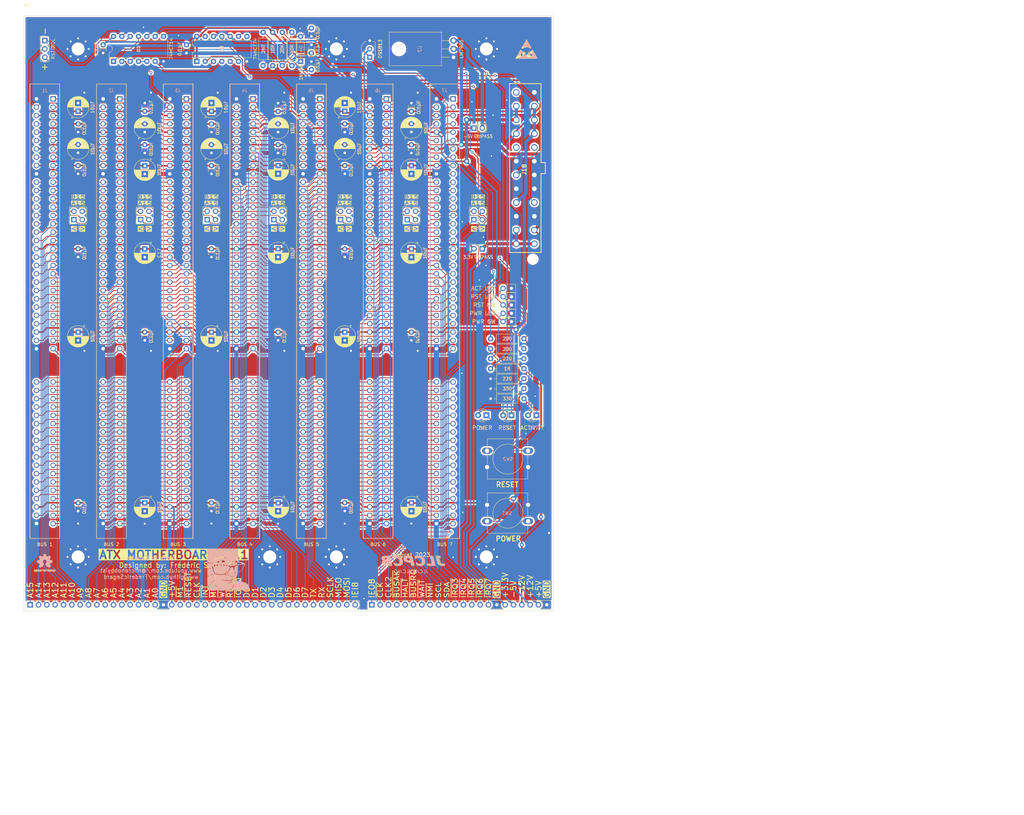
<source format=kicad_pcb>
(kicad_pcb (version 20221018) (generator pcbnew)
  (title_block (date "2022-10-08") (rev "2"))
  (layers (0 "F.Cu" mixed) (31 "B.Cu" mixed) (34 "B.Paste" user) (35 "F.Paste" user) (36 "B.SilkS" user "B.Silkscreen") (37 "F.SilkS" user "F.Silkscreen") (38 "B.Mask" user) (39 "F.Mask" user) (44 "Edge.Cuts" user))
  (net 0 "")
  (net 1 "Net-(D1-A)")
  (net 2 "GND")
  (net 3 "Net-(D2-A)")
  (net 4 "+5V")
  (net 5 "-5V")
  (net 6 "+12V")
  (net 7 "-12V")
  (net 8 "+3V3")
  (net 9 "VCC")
  (net 10 "Net-(C3-Pad1)")
  (net 11 "Net-(C4-Pad1)")
  (net 12 "Net-(D4-A)")
  (net 13 "Net-(D1-K)")
  (net 14 "/D7")
  (net 15 "/D6")
  (net 16 "/D5")
  (net 17 "/D4")
  (net 18 "/D3")
  (net 19 "/D2")
  (net 20 "/D1")
  (net 21 "/D0")
  (net 22 "/TX")
  (net 23 "/RX")
  (net 24 "/USR3")
  (net 25 "/USR2")
  (net 26 "/USR1")
  (net 27 "/IEO1")
  (net 28 "/A15")
  (net 29 "/A14")
  (net 30 "/A13")
  (net 31 "/A12")
  (net 32 "/A11")
  (net 33 "/A10")
  (net 34 "/A9")
  (net 35 "/A8")
  (net 36 "/A7")
  (net 37 "/A6")
  (net 38 "/A5")
  (net 39 "/A4")
  (net 40 "/A3")
  (net 41 "/A2")
  (net 42 "/A1")
  (net 43 "/A0")
  (net 44 "/~{RESET}")
  (net 45 "/USR4")
  (net 46 "/~{NMI}")
  (net 47 "/~{WAIT}")
  (net 48 "/~{MREQ}")
  (net 49 "/~{IORQ}")
  (net 50 "/~{WR}")
  (net 51 "/~{RD}")
  (net 52 "/IEI1")
  (net 53 "/~{INT}")
  (net 54 "/~{BUSAK}")
  (net 55 "/~{BUSRQ}")
  (net 56 "/CLK")
  (net 57 "/~{IRQ10}")
  (net 58 "/~{IRQ11}")
  (net 59 "/~{IRQ12}")
  (net 60 "/~{HALT}")
  (net 61 "/~{CLK}")
  (net 62 "/~{M1}")
  (net 63 "/CLK2")
  (net 64 "/~{IRQ13}")
  (net 65 "/A23")
  (net 66 "/A22")
  (net 67 "/A21")
  (net 68 "/A20")
  (net 69 "/A19")
  (net 70 "/A18")
  (net 71 "/A17")
  (net 72 "/A16")
  (net 73 "/~{IRQ7}")
  (net 74 "/D8")
  (net 75 "/D9")
  (net 76 "/D10")
  (net 77 "/D11")
  (net 78 "/D12")
  (net 79 "/D13")
  (net 80 "/D14")
  (net 81 "/D15")
  (net 82 "/~{IRQ6}")
  (net 83 "/USR5")
  (net 84 "/~{IRQ14}")
  (net 85 "/~{IRQ15}")
  (net 86 "/MOSI")
  (net 87 "/MISO")
  (net 88 "/SCLK")
  (net 89 "/USR6")
  (net 90 "Net-(D2-K)")
  (net 91 "/SCL")
  (net 92 "/SDA")
  (net 93 "/~{IRQ5}")
  (net 94 "/~{IRQ4}")
  (net 95 "/~{IRQ3}")
  (net 96 "/IEO2")
  (net 97 "/IEI2")
  (net 98 "/IEO3")
  (net 99 "/IEI3")
  (net 100 "/IEO4")
  (net 101 "/IEI4")
  (net 102 "/IEO5")
  (net 103 "/IEI5")
  (net 104 "/IEO6")
  (net 105 "/IEI6")
  (net 106 "/IEO7")
  (net 107 "/IEI7")
  (net 108 "/IEI8")
  (net 109 "/IEO8")
  (net 110 "/Power/~{PS_ON}")
  (net 111 "Net-(J20-Pin_2)")
  (net 112 "/TX2")
  (net 113 "/RX2")
  (net 115 "Net-(U1-Pad4)")
  (net 116 "Net-(D4-K)")
  (net 118 "Net-(J19-Pin_2)")
  (net 119 "/Reset & LEDs/-RST")
  (net 120 "/Reset & LEDs/+RST")
  (net 121 "Net-(D3-K)")
  (net 122 "Net-(J22-Pin_2)")
  (net 123 "Net-(J24-Pin_2)")
  (net 124 "Net-(J25-Pin_2)")
  (net 125 "/Power/3V3")
  (net 126 "Net-(U3B-~{R})")
  (net 127 "Net-(U3A-C)")
  (net 128 "/Power/~{PWR_UP}")
  (net 129 "Net-(U3A-D)")
  (net 131 "/~{BANK}")
  (net 132 "/CTCLK")
  (net 133 "/~{IRQ8}")
  (net 134 "/~{IRQ9}")
  (footprint "0_Library:PinHeader_2x2_Vertical (Modified)" (layer "F.Cu") (at 75.5534 77.475 90)
    (fp_text reference "J12")
    (fp_text value "AB15" hide)
  )
  (footprint "0_Library:PinHeader_2x2_Vertical (Modified)" (layer "F.Cu") (at 55.2334 77.475 90)
    (fp_text reference "J11")
    (fp_text value "AB15" hide)
  )
  (footprint "0_Library:MountingHole_M3.96_Pad_Via_ATX" (layer "F.Cu") (at 94.6084 180.34)
    (fp_text reference "H3" hide)
    (fp_text value "MH" hide)
  )
  (footprint "Resistor_THT:R_Axial_DIN0207_L6.3mm_D2.5mm_P10.16mm_Horizontal" (layer "F.Cu") (at 172.085 125.984 180)
    (fp_text reference "R11")
    (fp_text value "220")
  )
  (footprint "0_Library:PinHeader_1x2_Vertical (Modified)" (layer "F.Cu") (at 168.275 103.505 -90)
    (fp_text reference "J23")
    (fp_text value "RST SW")
  )
  (footprint "Capacitor_THT:C_Disc_D3.0mm_W1.6mm_P2.50mm" (layer "F.Cu") (at 36.195 48.26 -90)
    (fp_text reference "C12")
    (fp_text value "0.1µF")
  )
  (footprint "Connector_PinHeader_2.54mm:PinHeader_1x40_P2.54mm_Vertical" (layer "F.Cu") (at 21.5834 194.945 90)
    (fp_text reference "J8" hide)
    (fp_text value "BREADBOARD HEADER  (RC2014 COMPATIBLE)" hide)
  )
  (footprint "Capacitor_THT:CP_Radial_D6.3mm_P2.50mm" (layer "F.Cu") (at 97.155 60.96 -90)
    (fp_text reference "C27")
    (fp_text value "10µF")
  )
  (footprint "Capacitor_THT:C_Disc_D3.0mm_W1.6mm_P2.50mm" (layer "F.Cu") (at 56.515 111.78 -90)
    (fp_text reference "C22")
    (fp_text value "0.1µF")
  )
  (footprint "0_Library:PinHeader_2x2_Vertical (Modified)" (layer "F.Cu") (at 95.8734 77.475 90)
    (fp_text reference "J13")
    (fp_text value "AB15" hide)
  )
  (footprint "0_Library:PinHeader_2x2_Vertical (Modified)" (layer "F.Cu") (at 34.9134 77.475 90)
    (fp_text reference "J10")
    (fp_text value "AB15" hide)
  )
  (footprint "Resistor_THT:R_Axial_DIN0207_L6.3mm_D2.5mm_P10.16mm_Horizontal" (layer "F.Cu") (at 172.085 116.84 180)
    (fp_text reference "R8")
    (fp_text value "220")
  )
  (footprint "0_Library:MountingHole_M3.96_Pad_Via_ATX" (layer "F.Cu") (at 114.9284 25.4)
    (fp_text reference "H5" hide)
    (fp_text value "MH" hide)
  )
  (footprint "0_Library:PinHeader_1x2_Vertical (Modified)" (layer "F.Cu") (at 168.275 98.425 -90)
    (fp_text reference "J22")
    (fp_text value "ACT LED")
  )
  (footprint "Button_Switch_THT:SW_PUSH-12mm" (layer "F.Cu") (at 160.855 164.465)
    (fp_text reference "SW1")
    (fp_text value "POWER")
  )
  (footprint "Connector_PinHeader_2.54mm:PinHeader_1x22_P2.54mm_Vertical" (layer "F.Cu") (at 125.7234 194.945 90)
    (fp_text reference "J9" hide)
    (fp_text value "EXTENDED HEADER" hide)
  )
  (footprint "Resistor_THT:R_Axial_DIN0207_L6.3mm_D2.5mm_P10.16mm_Horizontal" (layer "F.Cu") (at 172.085 113.792 180)
    (fp_text reference "R6")
    (fp_text value "220")
  )
  (footprint "Capacitor_THT:CP_Radial_D6.3mm_P2.50mm" (layer "F.Cu") (at 36.195 44.41 90)
    (fp_text reference "C5")
    (fp_text value "10µF")
  )
  (footprint "Capacitor_THT:CP_Radial_D6.3mm_P2.50mm" (layer "F.Cu") (at 56.515 163.87 -90)
    (fp_text reference "C33")
    (fp_text value "10µF")
  )
  (footprint "Package_TO_SOT_THT:TO-92L_Inline_Wide" (layer "F.Cu") (at 125.095 27.94 90)
    (fp_text reference "RS1")
    (fp_text value "DS1813")
  )
  (footprint "Connector_PinHeader_2.54mm:PinHeader_1x02_P2.54mm_Vertical" (layer "F.Cu") (at 159.39 86.36 -90)
    (fp_text reference "J17")
    (fp_text value "3.3V BYPASS")
  )
  (footprint "Capacitor_THT:CP_Radial_D6.3mm_P2.50mm" (layer "F.Cu") (at 76.835 44.41 90)
    (fp_text reference "C6")
    (fp_text value "10µF")
  )
  (footprint "Resistor_THT:R_Axial_DIN0207_L6.3mm_D2.5mm_P10.16mm_Horizontal" (layer "F.Cu") (at 92.583 30.48 90)
    (fp_text reference "R4")
    (fp_text value "2K7")
  )
  (footprint "Capacitor_THT:C_Disc_D3.0mm_W1.6mm_P2.50mm" (layer "F.Cu") (at 36.195 163.85 -90)
    (fp_text reference "C36")
    (fp_text value "0.1µF")
  )
  (footprint "Capacitor_THT:C_Disc_D3.0mm_W1.6mm_P2.50mm" (layer "F.Cu") (at 107.315 26.65 90)
    (fp_text reference "C4")
    (fp_text value "0.1µF")
  )
  (footprint "Capacitor_THT:CP_Radial_D6.3mm_P2.50mm" (layer "F.Cu") (at 56.515 61.0476 -90)
    (fp_text reference "C13")
    (fp_text value "10µF")
  )
  (footprint "0_Library:MountingHole_M3.96_Pad_Via_ATX" (layer "F.Cu") (at 160.6484 180.34)
    (fp_text reference "H4" hide)
    (fp_text value "MH" hide)
  )
  (footprint "LED_THT:LED_D3.0mm" (layer "F.Cu") (at 175.895 137.16 180)
    (fp_text reference "D1")
    (fp_text value "ACTIVITY")
  )
  (footprint "Capacitor_THT:C_Disc_D3.0mm_W1.6mm_P2.50mm" (layer "F.Cu") (at 117.475 163.83 -90)
    (fp_text reference "C38")
    (fp_text value "0.1µF")
  )
  (footprint "Capacitor_THT:CP_Radial_D6.3mm_P2.50mm" (layer "F.Cu") (at 117.475 111.8 -90)
    (fp_text reference "C21")
    (fp_text value "10µF")
  )
  (footprint "Capacitor_THT:CP_Radial_D6.3mm_P2.50mm" (layer "F.Cu") (at 36.195 111.8 -90)
    (fp_text reference "C19")
    (fp_text value "10µF")
  )
  (footprint "Diode_THT:D_DO-35_SOD27_P7.62mm_Horizontal" (layer "F.Cu") (at 104.013 29.21 90)
    (fp_text reference "D4")
    (fp_text value "1N4148")
  )
  (footprint "Capacitor_THT:C_Disc_D3.0mm_W1.6mm_P2.50mm" (layer "F.Cu") (at 56.515 54.63 -90)
    (fp_text reference "C16")
    (fp_text value "0.1µF")
  )
  (footprint "0_Library:ISA_Connector_98" (layer "F.Cu") (at 89.535 40.64)
    (fp_text reference "J4")
    (fp_text value "BUS 4")
  )
  (footprint "Capacitor_THT:C_Disc_D3.0mm_W1.6mm_P2.50mm" (layer "F.Cu") (at 36.195 86.36 -90)
    (fp_text reference "C18")
    (fp_text value "0.1µF")
  )
  (footprint "Capacitor_THT:CP_Radial_D6.3mm_P2.50mm" (layer "F.Cu") (at 137.795 50.7124 90)
    (fp_text reference "C39")
    (fp_text value "10µF")
  )
  (footprint "Capacitor_THT:CP_Radial_D6.3mm_P2.50mm" (layer "F.Cu") (at 97.155 50.76 90)
    (fp_text reference "C25")
    (fp_text value "10µF")
  )
  (footprint "Capacitor_THT:C_Disc_D3.0mm_W1.6mm_P2.50mm" (layer "F.Cu") (at 76.835 163.85 -90)
    (fp_text reference "C37")
    (fp_text value "0.1µF")
  )
  (footprint "Capacitor_THT:CP_Radial_D6.3mm_P2.50mm" (layer "F.Cu") (at 56.515 50.76 90)
    (fp_text reference "C11")
    (fp_text value "10µF")
  )
  (footprint "Resistor_THT:R_Axial_DIN0207_L6.3mm_D2.5mm_P10.16mm_Horizontal" (layer "F.Cu") (at 161.925 119.888)
    (fp_text reference "R10")
    (fp_text value "220")
  )
  (footprint "Capacitor_THT:C_Disc_D3.0mm_W1.6mm_P2.50mm" (layer "F.Cu") (at 56.515 44.41 90)
    (fp_text reference "C8")
    (fp_text value "0.1µF")
  )
  (footprint "0_Library:MountingHole_M3.96_Pad_Via_ATX" (layer "F.Cu") (at 114.9284 180.34)
    (fp_text reference "H7" hide)
    (fp_text value "MH" hide)
  )
  (footprint "0_Library:MountingHole_M3.96_Pad_Via_ATX" (layer "F.Cu") (at 160.6484 25.4)
    (fp_text reference "H6" hide)
    (fp_text value "MH" hide)
  )
  (footprint "0_Library:PinHeader_2x2_Vertical (Modified)" (layer "F.Cu") (at 156.8384 77.47 90)
    (fp_text reference "J16")
    (fp_text value "AB15" hide)
  )
  (footprint "Capacitor_THT:CP_Radial_D6.3mm_P2.50mm" (layer "F.Cu") (at 137.795 61 -90)
    (fp_text reference "C41")
    (fp_text value "10µF")
  )
  (footprint "Capacitor_THT:C_Disc_D3.0mm_W1.6mm_P2.50mm" (layer "F.Cu") (at 69.215 24.15 -90)
    (fp_text reference "C2")
    (fp_text value "0.1µF")
  )
  (footprint "Resistor_THT:R_Axial_DIN0207_L6.3mm_D2.5mm_P10.16mm_Horizontal" (layer "F.Cu") (at 101.346 30.48 90)
    (fp_text reference "R5")
    (fp_text value "10K")
  )
  (footprint "LED_THT:LED_D3.0mm" (layer "F.Cu") (at 168.28 137.16 180)
    (fp_text reference "D2")
    (fp_text value "RESET")
  )
  (footprint "0_Library:PinHeader_2x2_Vertical (Modified)" (layer "F.Cu") (at 116.1934 77.475 90)
    (fp_text reference "J14")
    (fp_text value "AB15" hide)
  )
  (footprint "Capacitor_THT:C_Disc_D3.0mm_W1.6mm_P2.50mm" (layer "F.Cu") (at 107.315 31.73 90)
    (fp_text reference "C3")
    (fp_text value "0.1µF")
  )
  (footprint "LED_THT:LED_D3.0mm" (layer "F.Cu") (at 160.655 137.16 180)
    (fp_text reference "D3")
    (fp_text value "POWER")
  )
  (footprint "0_Library:ISA_Connector_98" (layer "F.Cu") (at 150.495 40.64)
    (fp_text reference "J7")
    (fp_text value "BUS 7")
  )
  (footprint "0_Library:PinHeader_2x2_Vertical (Modified)" (layer "F.Cu") (at 136.5184 77.47 90)
    (fp_text reference "J15")
    (fp_text value "AB15" hide)
  )
  (footprint "0_Library:ISA_Connector_98" (layer "F.Cu") (at 48.895 40.64)
    (fp_text reference "J2")
    (fp_text value "BUS 2")
  )
  (footprint "Symbol:ESD-Logo_6.6x6mm_SilkScreen" (layer "F.Cu") (at 172.72 25.4)
    (fp_text reference "LOGO4" hide)
    (fp_text value "Logo_Open_Hardware_Small" hide)
  )
  (footprint "Resistor_THT:R_Axial_DIN0207_L6.3mm_D2.5mm_P10.16mm_Horizontal" (layer "F.Cu") (at 172.085 132.08 180)
    (fp_text reference "R7")
    (fp_text value "330")
  )
  (footprint "Capacitor_THT:CP_Radial_D6.3mm_P2.50mm" (layer "F.Cu") (at 76.835 57.11 90)
    (fp_text reference "C29")
    (fp_text value "10µF")
  )
  (footprint "0_Library:ISA_Connector_98" (layer "F.Cu") (at 130.1684 40.64)
    (fp_text reference "J6")
    (fp_text value "BUS 6")
  )
  (footprint "0_Library:ISA_Connector_98" (layer "F.Cu") (at 28.575 40.64)
    (fp_text reference "J1")
    (fp_text value "BUS 1")
  )
  (footprint "Capacitor_THT:CP_Radial_D6.3mm_P2.50mm" (layer "F.Cu") (at 117.475 57.11 90)
    (fp_text reference "C43")
    (fp_text value "10µF")
  )
  (footprint "Capacitor_THT:C_Disc_D3.0mm_W1.6mm_P2.50mm" (layer "F.Cu") (at 76.835 86.38 -90)
    (fp_text reference "C32")
    (fp_text value "0.1µF")
  )
  (footprint "Capacitor_THT:C_Disc_D3.0mm_W1.6mm_P2.50mm" (layer "F.Cu") (at 137.795 54.63 -90)
    (fp_text reference "C44")
    (fp_text value "0.1µF")
  )
  (footprint "0_Library:PinHeader_1x2_Vertical (Modified)" (layer "F.Cu") (at 168.275 108.585 -90)
    (fp_text reference "J20")
    (fp_text value "PWR SW")
  )
  (footprint "0_Library:MountingHole_M3.96_Pad_Via_ATX" (layer "F.Cu") (at 36.1884 180.34)
    (fp_text reference "H2" hide)
    (fp_text value "MH" hide)
  )
  (footprint "Capacitor_THT:C_Disc_D3.0mm_W1.6mm_P2.50mm" (layer "F.Cu") (at 97.155 54.63 -90)
    (fp_text reference "C30")
    (fp_text value "0.1µF")
  )
  (footprint "Capacitor_THT:C_Disc_D3.0mm_W1.6mm_P2.50mm" (layer "F.Cu") (at 117.475 86.38 -90)
    (fp_text reference "C46")
    (fp_text value "0.1µF")
  )
  (footprint "Capacitor_THT:C_Disc_D3.0mm_W1.6mm_P2.50mm" (layer "F.Cu") (at 117.475 48.28 -90)
    (fp_text reference "C40")
    (fp_text value "0.1µF")
  )
  (footprint "Capacitor_THT:C_Disc_D3.0mm_W1.6mm_P2.50mm" (layer "F.Cu") (at 76.835 60.98 -90)
    (fp_text reference "C28")
    (fp_text value "0.1µF")
  )
  (footprint "0_Library:PinHeader_1x2_Vertical (Modified)" (layer "F.Cu") (at 168.275 106.045 -90)
    (fp_text reference "J25")
    (fp_text value "PWR LED")
  )
  (footprint "Resistor_THT:R_Axial_DIN0207_L6.3mm_D2.5mm_P10.16mm_Horizontal" (layer "F.Cu") (at 172.085 129.032 180)
    (fp_text reference "R9")
    (fp_text value "330")
  )
  (footprint "Symbol:OSHW-Logo2_7.3x6mm_SilkScreen" (layer "F.Cu") (at 26.035 182.245)
    (fp_text reference "LOGO2" hide)
    (fp_text value "Logo_Open_Hardware_Small" hide)
  )
  (footprint "Capacitor_THT:C_Disc_D3.0mm_W1.6mm_P2.50mm" (layer "F.Cu") (at 117.475 60.98 -90)
    (fp_text reference "C42")
    (fp_text value "0.1µF")
  )
  (footprint "Button_Switch_THT:SW_PUSH-12mm" (layer "F.Cu") (at 160.855 147.955)
    (fp_text reference "SW2")
    (fp_text value "RESET")
  )
  (footprint "0_Library:MountingHole_M3.96_Pad_Via_ATX" (layer "F.Cu") (at 36.1884 25.4)
    (fp_text reference "H1" hide)
    (fp_text value "MH" hide)
  )
  (footprint "Connector_PinHeader_2.54mm:PinHeader_1x03_P2.54mm_Vertical" (layer "F.Cu") (at 26.035 22.86)
    (fp_text reference "J21")
    (fp_text value "RST POL")
  )
  (footprint "Capacitor_THT:C_Disc_D3.0mm_W1.6mm_P2.50mm" (layer "F.Cu") (at 137.795 44.43 90)
    (fp_text reference "C10")
    (fp_text value "0.1µF")
  )
  (footprint "Resistor_THT:R_Axial_DIN0207_L6.3mm_D2.5mm_P10.16mm_Horizontal" (layer "F.Cu") (at 95.504 20.32 -90)
    (fp_text reference "R1")
    (fp_text value "10K")
  )
  (footprint "Capacitor_THT:CP_Radial_D6.3mm_P2.50mm" (layer "F.Cu") (at 97.155 86.36 -90)
    (fp_text reference "C31")
    (fp_text value "10µF")
  )
  (footprint "Package_DIP:DIP-14_W7.62mm" (layer "F.Cu") (at 72.39 29.2 90)
    (fp_text reference "U3")
    (fp_text value "74HCT74")
  )
  (footprint "0_Library:PinHeader_1x2_Vertical (Modified)" (layer "F.Cu") (at 168.275 100.965 -90)
    (fp_text reference "J24")
    (fp_text value "RST LED")
  )
  (footprint "Capacitor_THT:CP_Radial_D6.3mm_P2.50mm" (layer "F.Cu") (at 97.155 163.87 -90)
    (fp_text reference "C34")
    (fp_text value "10µF")
  )
  (footprint "0_Library:ATX_PSU_CONN" (layer "F.Cu") (at 177.31 61.745 90)
    (fp_text reference "J18")
    (fp_text value "ATX POWER" hide)
  )
  (footprint "Capacitor_THT:CP_Radial_D6.3mm_P2.50mm" (layer "F.Cu") (at 76.835 111.8 -90)
    (fp_text reference "C20")
    (fp_text value "10µF")
  )
  (footprint "Resistor_THT:R_Axial_DIN0207_L6.3mm_D2.5mm_P10.16mm_Horizontal" (layer "F.Cu") (at 98.425 20.32 -90)
    (fp_text reference "R3")
    (fp_text value "20K")
  )
  (footprint "Package_DIP:DIP-14_W7.62mm" (layer "F.Cu") (at 46.985 29.2 90)
    (fp_text reference "U1")
    (fp_text value "74HCT14")
  )
  (footprint "Capacitor_THT:CP_Radial_D6.3mm_P2.50mm" (layer "F.Cu") (at 36.195 57.0624 90)
    (fp_text reference "C15")
    (fp_text value "10µF")
  )
  (footprint "0_Library:ISA_Connector_98" (layer "F.Cu") (at 69.215 40.64)
    (fp_text reference "J3")
    (fp_text value "BUS 3")
  )
  (footprint "Capacitor_THT:C_Disc_D3.0mm_W1.6mm_P2.50mm" (layer "F.Cu") (at 137.795 111.78 -90)
    (fp_text reference "C24")
    (fp_text value "0.1µF")
  )
  (footprint "Package_TO_SOT_THT:TO-220-3_Horizontal_TabDown" (layer "F.Cu") (at 150.645 27.94 90)
    (fp_text reference "U2")
    (fp_text value "LM7905")
  )
  (footprint "Capacitor_THT:C_Disc_D3.0mm_W1.6mm_P2.50mm" (layer "F.Cu") (at 97.155 111.78 -90)
    (fp_text reference "C23")
    (fp_text value "0.1µF")
  )
  (footprint "Capacitor_THT:C_Disc_D3.0mm_W1.6mm_P2.50mm" (layer "F.Cu") (at 97.155 44.45 90)
    (fp_text reference "C9")
    (fp_text value "0.1µF")
  )
  (footprint "0_Library:ISA_Connector_98" (layer "F.Cu") (at 109.855 40.64)
    (fp_text reference "J5")
    (fp_text value "BUS 5")
  )
  (footprint "Capacitor_THT:C_Disc_D3.0mm_W1.6mm_P2.50mm" (layer "F.Cu") (at 76.835 48.28 -90)
    (fp_text reference "C26")
    (fp_text value "0.1µF")
  )
  (footprint "Capacitor_THT:CP_Radial_D6.3mm_P2.50mm" (layer "F.Cu") (at 137.795 86.4 -90)
    (fp_text reference "C45")
    (fp_text value "10µF")
  )
  (footprint "0_Library:PinHeader_1x2_Vertical (Modified)" (layer "F.Cu") (at 156.845 49.53 90)
    (fp_text reference "J19")
    (fp_text value "-5V BYPASS")
  )
  (footprint "Capacitor_THT:CP_Radial_D6.3mm_P2.50mm" (layer "F.Cu") (at 117.475 44.41 90)
    (fp_text reference "C7")
    (fp_text value "10µF")
  )
  (footprint "Capacitor_THT:C_Disc_D3.0mm_W1.6mm_P2.50mm" (layer "F.Cu") (at 36.195 60.98 -90)
    (fp_text reference "C14")
    (fp_text value "0.1µF")
  )
  (footprint "Resistor_THT:R_Axial_DIN0207_L6.3mm_D2.5mm_P10.16mm_Horizontal" (layer "F.Cu") (at 161.925 122.936)
    (fp_text reference "R2")
    (fp_text value "1K")
  )
  (footprint "Capacitor_THT:CP_Radial_D6.3mm_P2.50mm" (layer "F.Cu") (at 137.795 163.87 -90)
    (fp_text reference "C35")
    (fp_text value "10µF")
  )
  (footprint "Capacitor_THT:C_Disc_D3.0mm_W1.6mm_P2.50mm" (layer "F.Cu") (at 43.815 24.15 -90)
    (fp_text reference "C1")
    (fp_text value "0.1µF")
  )
  (footprint "Capacitor_THT:CP_Radial_D6.3mm_P2.50mm" (layer "F.Cu") (at 56.515 86.4 -90)
    (fp_text reference "C17")
    (fp_text value "10µF")
  )
  (footprint "0_Library:ATX_Backplane" (layer "F.Cu") (at 19.685 15.24)
    (fp_text reference "N1")
    (fp_text value "Housing")
  )
  (footprint "Capacitor_THT:C_Disc_D3.0mm_W1.6mm_P2.50mm" (layer "F.Cu") (at 107.315 19.07 -90)
    (fp_text reference "C47")
    (fp_text value "0.1µF")
  )
  (footprint "Symbol:ESD-Logo_6.6x6mm_SilkScreen" (layer "B.Cu") (at 173.0375 25.4 180)
    (fp_text reference "LOGO6" hide)
    (fp_text value "Logo_Open_Hardware_Small" hide)
  )
  (footprint "0_Library:JLCPCB Logo 3" (layer "B.Cu") (at 138.43 181.483 180)
    (fp_text reference "LOGO3" hide)
    (fp_text value "Logo_Open_Hardware_Small" hide)
  )
  (footprint "0_Library:MicroHobbyist" (layer "B.Cu") (at 81.915 184.15 180)
    (fp_text reference "LOGO1" hide)
    (fp_text value "Logo_Open_Hardware_Small" hide)
  )
  (footprint "Symbol:OSHW-Logo2_7.3x6mm_SilkScreen" (layer "B.Cu") (at 26.035 182.245 180)
    (fp_text reference "LOGO5" hide)
    (fp_text value "Logo_Open_Hardware_Small" hide)
  )
  (gr_rect (start 21.59 36.195) (end 30.48 174.625) (stroke (width 0.1)) (fill none) (layer "B.SilkS"))
  (gr_rect (start 102.87 36.195) (end 111.76 174.625) (stroke (width 0.15)) (fill none) (layer "B.SilkS"))
  (gr_rect (start 82.55 36.195) (end 91.44 174.625) (stroke (width 0.15)) (fill none) (layer "B.SilkS"))
  (gr_rect (start 62.23 36.195) (end 71.12 174.625) (stroke (width 0.15)) (fill none) (layer "B.SilkS"))
  (gr_rect (start 143.51 36.195) (end 152.4 174.625) (stroke (width 0.1)) (fill none) (layer "B.SilkS"))
  (gr_rect (start 123.19 36.195) (end 132.08 174.625) (stroke (width 0.15)) (fill none) (layer "B.SilkS"))
  (gr_rect (start 41.91 36.195) (end 50.8 174.625) (stroke (width 0.1)) (fill none) (layer "B.SilkS"))
  (gr_rect (start 19.6784 15.24) (end 180.9684 196.85) (stroke (width 0.1)) (fill none) (layer "Edge.Cuts"))
  (gr_text "Made in Canada\n\nwww.youtube.com/@microhobbyist\nwww.github.com/FredericSegard" (at 58.42 183.515) (layer "B.SilkS") (effects (font (size 1.2 1.2) (thickness 0.2) bold) (justify mirror)))
  (gr_text "JLCJLCJLCJLC" (at 137.795 184.785) (layer "B.SilkS") (effects (font (size 1 1) (thickness 0.15) italic) (justify mirror)))
  (gr_text "D7" (at 105.41 193.04 90) (layer "F.SilkS") (effects (font (size 1.75 1.75) (thickness 0.25) bold) (justify left)))
  (gr_text "~{RD}" (at 82.55 193.04 90) (layer "F.SilkS") (effects (font (size 1.5 1.75) (thickness 0.25) bold) (justify left)))
  (gr_text "SDA" (at 148.59 193.04 90) (layer "F.SilkS") (effects (font (size 1.5 1.75) (thickness 0.25) bold) (justify left)))
  (gr_text "-5V" (at 168.91 193.04 90) (layer "F.SilkS") (effects (font (size 1.75 1.75) (thickness 0.25) bold) (justify left)))
  (gr_text "<" (at 34.925 81.28) (layer "F.SilkS" knockout) (effects (font (size 2 1.5) (thickness 0.2) bold) (justify bottom)))
  (gr_text "ATX MOTHERBOARD V2.1" (at 65.405 179.705) (layer "F.SilkS" knockout) (effects (font (size 2.5 2.5) (thickness 0.5) bold)))
  (gr_text "B15" (at 117.475 71.12) (layer "F.SilkS" knockout) (effects (font (size 1 1.5) (thickness 0.2) bold) (justify bottom)))
  (gr_text "A15" (at 97.155 73.025) (layer "F.SilkS" knockout) (effects (font (size 1 1.5) (thickness 0.2) bold) (justify bottom)))
  (gr_text "<" (at 156.845 81.28) (layer "F.SilkS" knockout) (effects (font (size 2 1.5) (thickness 0.2) bold) (justify bottom)))
  (gr_text "A4" (at 49.53 193.04 90) (layer "F.SilkS") (effects (font (size 1.75 1.75) (thickness 0.25) bold) (justify left)))
  (gr_text ">" (at 159.385 81.28) (layer "F.SilkS" knockout) (effects (font (size 2 1.5) (thickness 0.2) bold) (justify bottom)))
  (gr_text "A15" (at 158.115 73.025) (layer "F.SilkS" knockout) (effects (font (size 1 1.5) (thickness 0.2) bold) (justify bottom)))
  (gr_text "D4" (at 97.79 193.04 90) (layer "F.SilkS") (effects (font (size 1.75 1.75) (thickness 0.25) bold) (justify left)))
  (gr_text "D3" (at 95.25 193.04 90) (layer "F.SilkS") (effects (font (size 1.75 1.75) (thickness 0.25) bold) (justify left)))
  (gr_text "A14" (at 24.13 193.04 90) (layer "F.SilkS") (effects (font (size 1.75 1.75) (thickness 0.25) bold) (justify left)))
  (gr_text "~{WR}" (at 80.01 193.04 90) (layer "F.SilkS") (effects (font (size 1.5 1.75) (thickness 0.25) bold) (justify left)))
  (gr_text "B15" (at 76.835 71.12) (layer "F.SilkS" knockout) (effects (font (size 1 1.5) (thickness 0.2) bold) (justify bottom)))
  (gr_text "A2" (at 54.61 193.04 90) (layer "F.SilkS") (effects (font (size 1.75 1.75) (thickness 0.25) bold) (justify left)))
  (gr_text "~{BUSAK}" (at 133.35 193.04 90) (layer "F.SilkS") (effects (font (size 1.5 1.75) (thickness 0.25) bold) (justify left)))
  (gr_text "A10" (at 34.29 193.04 90) (layer "F.SilkS") (effects (font (size 1.75 1.75) (thickness 0.25) bold) (justify left)))
  (gr_text "<" (at 75.565 81.28) (layer "F.SilkS" knockout) (effects (font (size 2 1.5) (thickness 0.2) bold) (justify bottom)))
  (gr_text "CLK2" (at 130.81 193.04 90) (layer "F.SilkS") (effects (font (size 1.75 1.75) (thickness 0.25) bold) (justify left)))
  (gr_text "D6" (at 102.87 193.04 90) (layer "F.SilkS") (effects (font (size 1.75 1.75) (thickness 0.25) bold) (justify left)))
  (gr_text "RX" (at 110.49 193.04 90) (layer "F.SilkS") (effects (font (size 1.75 1.75) (thickness 0.25) bold) (justify left)))
  (gr_text ">" (at 57.785 81.28) (layer "F.SilkS" knockout) (effects (font (size 2 1.5) (thickness 0.2) bold) (justify bottom)))
  (gr_text "GND" (at 163.83 193.04 90) (layer "F.SilkS" knockout) (effects (font (size 1.75 1.75) (thickness 0.25) bold) (justify left)))
  (gr_text "<" (at 136.525 81.28) (layer "F.SilkS" knockout) (effects (font (size 2 1.5) (thickness 0.2) bold) (justify bottom)))
  (gr_text ">" (at 78.105 81.28) (layer "F.SilkS" knockout) (effects (font (size 2 1.5) (thickness 0.2) bold) (justify bottom)))
  (gr_text "~{IRQ4}" (at 153.67 193.04 90) (layer "F.SilkS") (effects (font (size 1.5 1.75) (thickness 0.25) bold) (justify left)))
  (gr_text "B15" (at 158.115 71.12) (layer "F.SilkS" knockout) (effects (font (size 1 1.5) (thickness 0.2) bold) (justify bottom)))
  (gr_text "D1" (at 90.17 193.04 90) (layer "F.SilkS") (effects (font (size 1.75 1.75) (thickness 0.25) bold) (justify left)))
  (gr_text "GND" (at 179.07 193.04 90) (layer "F.SilkS" knockout) (effects (font (size 1.75 1.75) (thickness 0.25) bold) (justify left)))
  (gr_text "A15" (at 137.795 73.025) (layer "F.SilkS" knockout) (effects (font (size 1 1.5) (thickness 0.2) bold) (justify bottom)))
  (gr_text "August 2023" (at 137.795 179.705) (layer "F.SilkS") (effects (font (size 1.2 1.2) (thickness 0.2) bold)))
  (gr_text "A13" (at 26.67 193.04 90) (layer "F.SilkS") (effects (font (size 1.75 1.75) (thickness 0.25) bold) (justify left)))
  (gr_text ">" (at 37.465 81.28) (layer "F.SilkS" knockout) (effects (font (size 2 1.5) (thickness 0.2) bold) (justify bottom)))
  (gr_text "SCL" (at 146.05 193.04 90) (layer "F.SilkS") (effects (font (size 1.5 1.75) (thickness 0.25) bold) (justify left)))
  (gr_text "A15" (at 76.835 73.025) (layer "F.SilkS" knockout) (effects (font (size 1 1.5) (thickness 0.2) bold) (justify bottom)))
  (gr_text ">" (at 139.065 81.28) (layer "F.SilkS" knockout) (effects (font (size 2 1.5) (thickness 0.2) bold) (justify bottom)))
  (gr_text "~{NMI}" (at 143.51 193.04 90) (layer "F.SilkS") (effects (font (size 1.5 1.75) (thickness 0.25) bold) (justify left)))
  (gr_text "TX" (at 107.95 193.04 90) (layer "F.SilkS") (effects (font (size 1.75 1.75) (thickness 0.25) bold) (justify left)))
  (gr_text "B15" (at 97.155 71.12) (layer "F.SilkS" knockout) (effects (font (size 1 1.5) (thickness 0.2) bold) (justify bottom)))
  (gr_text "+5V" (at 176.53 193.04 90) (layer "F.SilkS") (effects (font (size 1.75 1.75) (thickness 0.25) bold) (justify left)))
  (gr_text "~{IRQ3}" (at 151.13 193.04 90) (layer "F.SilkS") (effects (font (size 1.5 1.75) (thickness 0.25) bold) (justify left)))
  (gr_text "~{MREQ}" (at 77.47 193.04 90) (layer "F.SilkS") (effects (font (size 1.5 1.75) (thickness 0.3) bold) (justify left)))
  (gr_text "~{INT}" (at 74.93 193.04 90) (layer "F.SilkS") (effects (font (size 1.5 1.75) (thickness 0.25) bold) (justify left)))
  (gr_text "<" (at 116.205 81.28) (layer "F.SilkS" knockout) (effects (font (size 2 1.5) (thickness 0.2) bold) (justify bottom)))
  (gr_text "D5" (at 100.33 193.04 90) (layer "F.SilkS") (effects (font (size 1.75 1.75) (thickness 0.25) bold) (justify left)))
  (gr_text "A7" (at 41.91 193.04 90) (layer "F.SilkS") (effects (font (size 1.75 1.75) (thickness 0.25) bold) (justify left)))
  (gr_text "A1" (at 57.15 193.04 90) (layer "F.SilkS") (effects (font (size 1.75 1.75) (thickness 0.25) bold) (justify left)))
  (gr_text "~{HALT}" (at 135.89 193.04 90) (layer "F.SilkS") (effects (font (size 1.5 1.75) (thickness 0.25) bold) (justify left)))
  (gr_text "~{M1}" (at 67.31 193.04 90) (layer "F.SilkS") (effects (font (size 1.5 1.75) (thickness 0.25) bold) (justify left)))
  (gr_text "~{BUSRQ}" (at 138.43 193.04 90) (layer "F.SilkS") (effects (font (size 1.5 1.75) (thickness 0.25) bold) (justify left)))
  (gr_text "MISO" (at 115.57 193.04 90) (layer "F.SilkS") (effects (font (size 1.75 1.75) (thickness 0.25) bold) (justify left)))
  (gr_text "A15" (at 36.195 73.025) (layer "F.SilkS" knockout) (effects (font (size 1 1.5) (thickness 0.2) bold) (justify bottom)))
  (gr_text "B15" (at 36.195 71.12) (layer "F.SilkS" knockout) (effects (font (size 1 1.5) (thickness 0.2) bold) (justify bottom)))
  (gr_text "A12" (at 29.21 193.04 90) (layer "F.SilkS") (effects (font (size 1.75 1.75) (thickness 0.25) bold) (justify left)))
  (gr_text "MOSI" (at 118.11 193.04 90) (layer "F.SilkS") (effects (font (size 1.75 1.75) (thickness 0.25) bold) (justify left)))
  (gr_text "CLK" (at 72.39 193.04 90) (layer "F.SilkS") (effects (font (size 1.75 1.75) (thickness 0.25) bold) (justify left)))
  (gr_text "A5" (at 46.99 193.04 90) (layer "F.SilkS") (effects (font (size 1.75 1.75) (thickness 0.25) bold) (justify left)))
  (gr_text "<" (at 55.245 81.28) (layer "F.SilkS" knockout) (effects (font (size 2 1.5) (thickness 0.2) bold) (justify bottom)))
  (gr_text "-12V" (at 171.45 193.04 90) (layer "F.SilkS") (effects (font (size 1.75 1.75) (thickness 0.25) bold) (justify left)))
  (gr_text "A6" (at 44.45 193.04 90) (layer "F.SilkS") (effects (font (size 1.75 1.75) (thickness 0.25) bold) (justify left)))
  (gr_text "Designed by: Frédéric Segard" (at 65.405 182.88) (layer "F.SilkS") (effects (font (size 1.5 1.5) (thickness 0.22))))
  (gr_text "A11" (at 31.75 193.04 90) (layer "F.SilkS") (effects (font (size 1.75 1.75) (thickness 0.25) bold) (justify left)))
  (gr_text "+3.3V" (at 166.37 193.04 90) (layer "F.SilkS") (effects (font (size 1.75 1.75) (thickness 0.25) bold) (justify left)))
  (gr_text "A15" (at 117.475 73.025) (layer "F.SilkS" knockout) (effects (font (size 1 1.5) (thickness 0.2) bold) (justify bottom)))
  (gr_text "D0" (at 87.63 193.04 90) (layer "F.SilkS") (effects (font (size 1.75 1.75) (thickness 0.25) bold) (justify left)))
  (gr_text "A15" (at 56.515 73.025) (layer "F.SilkS" knockout) (effects (font (size 1 1.5) (thickness 0.2) bold) (justify bottom)))
  (gr_text "D2" (at 92.71 193.04 90) (layer "F.SilkS") (effects (font (size 1.75 1.75) (thickness 0.25) bold) (justify left)))
  (gr_text "+12V" (at 173.99 193.04 90) (layer "F.SilkS") (effects (font (size 1.75 1.75) (thickness 0.25) bold) (justify left)))
  (gr_text "A15" (at 21.59 193.04 90) (layer "F.SilkS") (effects (font (size 1.75 1.75) (thickness 0.25) bold) (justify left)))
  (gr_text "~{IRQ6}" (at 158.75 193.04 90) (layer "F.SilkS") (effects (font (size 1.5 1.75) (thickness 0.25) bold) (justify left)))
  (gr_text "IEI8" (at 120.65 193.04 90) (layer "F.SilkS") (effects (font (size 1.75 1.75) (thickness 0.25) bold) (justify left)))
  (gr_text "A0" (at 59.69 193.04 90) (layer "F.SilkS") (effects (font (size 1.75 1.75) (thickness 0.25) bold) (justify left)))
  (gr_text "B15" (at 137.795 71.12) (layer "F.SilkS" knockout) (effects (font (size 1 1.5) (thickness 0.2) bold) (justify bottom)))
  (gr_text "~{IRQ7}" (at 161.29 193.04 90) (layer "F.SilkS") (effects (font (size 1.5 1.75) (thickness 0.25) bold) (justify left)))
  (gr_text "~{IRQ5}" (at 156.21 193.04 90) (layer "F.SilkS") (effects (font (size 1.5 1.75) (thickness 0.25) bold) (justify left)))
  (gr_text "~{CLK}" (at 128.27 193.04 90) (layer "F.SilkS") (effects (font (size 1.5 1.75) (thickness 0.25) bold) (justify left)))
  (gr_text "A8" (at 39.37 193.04 90) (layer "F.SilkS") (effects (font (size 1.75 1.75) (thickness 0.25) bold) (justify left)))
  (gr_text "~{IORQ}" (at 85.09 193.04 90) (layer "F.SilkS") (effects (font (size 1.5 1.75) (thickness 0.25) bold) (justify left)))
  (gr_text ">" (at 118.745 81.28) (layer "F.SilkS" knockout) (effects (font (size 2 1.5) (thickness 0.2) bold) (justify bottom)))
  (gr_text "~{RESET}" (at 69.85 193.04 90) (layer "F.SilkS") (effects (font (size 1.5 1.75) (thickness 0.25) bold) (justify left)))
  (gr_text "SCLK" (at 113.03 193.04 90) (layer "F.SilkS") (effects (font (size 1.75 1.75) (thickness 0.25) bold) (justify left)))
  (gr_text "GND" (at 62.23 193.04 90) (layer "F.SilkS" knockout) (effects (font (size 1.75 1.75) (thickness 0.25) bold) (justify left)))
  (gr_text ">" (at 98.425 81.28) (layer "F.SilkS" knockout) (effects (font (size 2 1.5) (thickness 0.2) bold) (justify bottom)))
  (gr_text "<" (at 95.885 81.28) (layer "F.SilkS" knockout) (effects (font (size 2 1.5) (thickness 0.2) bold) (justify bottom)))
  (gr_text "A3" (at 52.07 193.04 90) (layer "F.SilkS") (effects (font (size 1.75 1.75) (thickness 0.25) bold) (justify left)))
  (gr_text "A9" (at 36.83 193.04 90) (layer "F.SilkS") (effects (font (size 1.75 1.75) (thickness 0.25) bold) (justify left)))
  (gr_text "IEO8" (at 125.73 193.04 90) (layer "F.SilkS") (effects (font (size 1.75 1.75) (thickness 0.25) bold) (justify left)))
  (gr_text "B15" (at 56.515 71.12) (layer "F.SilkS" knockout) (effects (font (size 1 1.5) (thickness 0.2) bold) (justify bottom)))
  (gr_text "~{WAIT}" (at 140.97 193.04 90) (layer "F.SilkS") (effects (font (size 1.5 1.75) (thickness 0.25) bold) (justify left)))
  (gr_text "+5V" (at 64.77 193.04 90) (layer "F.SilkS") (effects (font (size 1.75 1.75) (thickness 0.25) bold) (justify left)))
  (segment (start 172.085 113.792) (end 174.308 116.014) (width 0.25) (layer "F.Cu") (net 1))
  (segment (start 174.308 136.208) (end 173.355 137.16) (width 0.25) (layer "F.Cu") (net 1))
  (segment (start 173.672 112.204) (end 172.085 113.792) (width 0.25) (layer "F.Cu") (net 1))
  (segment (start 164.782 89.2175) (end 164.782 89.5053) (width 0.25) (layer "F.Cu") (net 1))
  (segment (start 174.308 116.014) (end 174.308 136.208) (width 0.25) (layer "F.Cu") (net 1))
  (segment (start 109.37735 36.845) (end 92.85235 20.32) (width 0.25) (layer "F.Cu") (net 1))
  (segment (start 92.85235 20.32) (end 92.583 20.32) (width 0.25) (layer "F.Cu") (net 1))
  (segment (start 164.782 89.5053) (end 173.672 98.3953) (width 0.25) (layer "F.Cu") (net 1))
  (segment (start 156.718 36.845) (end 109.37735 36.845) (width 0.25) (layer "F.Cu") (net 1))
  (segment (start 173.672 98.3953) (end 173.672 112.204) (width 0.25) (layer "F.Cu") (net 1))
  (via (at 164.782 89.2175) (size 0.8) (drill 0.4) (layers "F.Cu" "B.Cu") (net 1))
  (via (at 156.718 36.845) (size 0.8) (drill 0.4) (layers "F.Cu" "B.Cu") (net 1))
  (segment (start 157.988 60.0031) (end 164.782 66.7977) (width 0.25) (layer "B.Cu") (net 1))
  (segment (start 156.718 36.845) (end 156.733 36.845) (width 0.25) (layer "B.Cu") (net 1))
  (segment (start 164.782 66.7977) (end 164.782 89.2175) (width 0.25) (layer "B.Cu") (net 1))
  (segment (start 157.988 38.1) (end 157.988 60.0031) (width 0.25) (layer "B.Cu") (net 1))
  (segment (start 156.733 36.845) (end 157.988 38.1) (width 0.25) (layer "B.Cu") (net 1))
  (segment (start 85.09 21.58) (end 86.35 20.32) (width 0.25) (layer "B.Cu") (net 1))
  (segment (start 86.35 20.32) (end 92.583 20.32) (width 0.25) (layer "B.Cu") (net 1))
  (segment (start 162.929 24.4554) (end 162.929 23.1196) (width 0.5) (layer "F.Cu") (net 2))
  (segment (start 168.592 40.64) (end 173.265 40.64) (width 0.5) (layer "F.Cu") (net 2))
  (segment (start 157.547 180.464) (end 157.423 180.34) (width 0.5) (layer "F.Cu") (net 2))
  (segment (start 38.1 38.735) (end 41.91 38.735) (width 0.5) (layer "F.Cu") (net 2))
  (segment (start 41.91 38.735) (end 43.815 40.64) (width 0.5) (layer "F.Cu") (net 2))
  (segment (start 104.14 117.475) (end 104.775 116.84) (width 0.5) (layer "F.Cu") (net 2))
  (segment (start 35.4855 178.643) (end 34.4914 178.643) (width 0.5) (layer "F.Cu") (net 2))
  (segment (start 139.7 38.735) (end 126.993 38.735) (width 0.5) (layer "F.Cu") (net 2))
  (segment (start 137.788 170.18) (end 145.415 170.18) (width 0.5) (layer "F.Cu") (net 2))
  (segment (start 38.1 117.475) (end 32.3784 117.475) (width 0.5) (layer "F.Cu") (net 2))
  (segment (start 106.667 63.5) (end 107.937 62.23) (width 0.5) (layer "F.Cu") (net 2))
  (segment (start 92.9113 182.037) (end 91.7446 182.037) (width 0.5) (layer "F.Cu") (net 2))
  (segment (start 34.4913 179.637) (end 33.7884 180.34) (width 0.5) (layer "F.Cu") (net 2))
  (segment (start 160.855 164.465) (end 173.355 164.465) (width 0.5) (layer "F.Cu") (net 2))
  (segment (start 64.135 63.5) (end 66.0268 63.5) (width 0.5) (layer "F.Cu") (net 2))
  (segment (start 32.3784 117.475) (end 30.4734 115.57) (width 0.5) (layer "F.Cu") (net 2))
  (segment (start 157.548 180.464) (end 157.547 180.464) (width 0.5) (layer "F.Cu") (net 2))
  (segment (start 169.76 68.045) (end 175.26 68.045) (width 1) (layer "F.Cu") (net 2))
  (segment (start 133.972 117.475) (end 139.7 117.475) (width 0.5) (layer "F.Cu") (net 2))
  (segment (start 56.5084 170.18) (end 64.135 170.18) (width 0.5) (layer "F.Cu") (net 2))
  (segment (start 111.747 115.57) (end 107.937 115.57) (width 0.5) (layer "F.Cu") (net 2))
  (segment (start 123.183 38.735) (end 119.38 38.735) (width 0.5) (layer "F.Cu") (net 2))
  (segment (start 111.753 168.91) (end 113.023 170.18) (width 0.5) (layer "F.Cu") (net 2))
  (segment (start 38.5884 179.843) (end 38.4688 179.723) (width 0.5) (layer "F.Cu") (net 2))
  (segment (start 128.257 115.57) (end 132.067 115.57) (width 0.5) (layer "F.Cu") (net 2))
  (segment (start 33.7884 180.34) (end 32.9634 180.34) (width 0.5) (layer "F.Cu") (net 2))
  (segment (start 37.8855 181.043) (end 37.8855 182.037) (width 0.5) (layer "F.Cu") (net 2))
  (segment (start 125.0884 63.5) (end 126.987 63.5) (width 0.5) (layer "F.Cu") (net 2))
  (segment (start 151.128 168.908) (end 148.592 168.908) (width 0.5) (layer "F.Cu") (net 2))
  (segment (start 153.352 168.91) (end 151.13 168.91) (width 0.5) (layer "F.Cu") (net 2))
  (segment (start 36.215 63.5) (end 36.195 63.48) (width 0.5) (layer "F.Cu") (net 2))
  (segment (start 97.0084 180.34) (end 97.0084 179.843) (width 0.5) (layer "F.Cu") (net 2))
  (segment (start 71.1068 115.57) (end 67.2968 115.57) (width 0.5) (layer "F.Cu") (net 2))
  (segment (start 66.0334 170.18) (end 67.3034 168.91) (width 0.5) (layer "F.Cu") (net 2))
  (segment (start 73.0118 117.475) (end 71.1068 115.57) (width 0.5) (layer "F.Cu") (net 2))
  (segment (start 50.7934 168.91) (end 52.0634 170.18) (width 0.5) (layer "F.Cu") (net 2))
  (segment (start 119.38 117.475) (end 124.453 117.475) (width 0.5) (layer "F.Cu") (net 2))
  (segment (start 71.1134 168.91) (end 72.3834 170.18) (width 0.5) (layer "F.Cu") (net 2))
  (segment (start 45.7134 116.84) (end 43.815 116.84) (width 0.5) (layer "F.Cu") (net 2))
  (segment (start 67.3034 168.91) (end 71.1134 168.91) (width 0.5) (layer "F.Cu") (net 2))
  (segment (start 126.987 116.84) (end 128.257 115.57) (width 0.5) (layer "F.Cu") (net 2))
  (segment (start 82.55 38.735) (end 78.74 38.735) (width 0.5) (layer "F.Cu") (net 2))
  (segment (start 84.455 63.5) (end 86.3468 63.5) (width 0.5) (layer "F.Cu") (net 2))
  (segment (start 111.747 62.23) (end 113.017 63.5) (width 0.5) (layer "F.Cu") (net 2))
  (segment (start 33.908 27.6804) (end 32.9634 26.7358) (width 0.5) (layer "F.Cu") (net 2))
  (segment (start 26.6634 115.57) (end 25.3934 116.84) (width 0.5) (layer "F.Cu") (net 2))
  (segment (start 67.2968 62.23) (end 71.1068 62.23) (width 0.5) (layer "F.Cu") (net 2))
  (segment (start 133.337 63.5) (end 133.377 63.46) (width 0.5) (layer "F.Cu") (net 2))
  (segment (start 71.1068 62.23) (end 72.3768 63.5) (width 0.5) (layer "F.Cu") (net 2))
  (segment (start 36.1884 177.115) (end 36.1884 177.94) (width 0.5) (layer "F.Cu") (net 2))
  (segment (start 91.7446 182.037) (end 92.328 182.62) (width 0.5) (layer "F.Cu") (net 2))
  (segment (start 162.346 181.043) (end 162.346 181.54) (width 0.5) (layer "F.Cu") (net 2))
  (segment (start 113.017 63.5) (end 113.037 63.48) (width 0.5) (layer "F.Cu") (net 2))
  (segment (start 132.067 62.23) (end 133.337 63.5) (width 0.5) (layer "F.Cu") (net 2))
  (segment (start 36.1884 180.34) (end 35.4855 179.637) (width 0.5) (layer "F.Cu") (net 2))
  (segment (start 52.111 63.5476) (end 56.515 63.5476) (width 0.5) (layer "F.Cu") (net 2))
  (segment (start 157.423 180.34) (end 157.548 180.464) (width 0.5) (layer "F.Cu") (net 2))
  (segment (start 96.8888 179.723) (end 96.8888 178.06) (width 0.5) (layer "F.Cu") (net 2))
  (segment (start 132.073 168.91) (end 133.343 170.18) (width 0.5) (layer "F.Cu") (net 2))
  (segment (start 87.6168 115.57) (end 86.3468 116.84) (width 0.5) (layer "F.Cu") (net 2))
  (segment (start 92.9113 181.043) (end 92.9113 182.037) (width 0.5) (layer "F.Cu") (net 2))
  (segment (start 38.5884 179.843) (end 38.5884 180.34) (width 0.5) (layer "F.Cu") (net 2))
  (segment (start 23.495 63.5) (end 25.3934 63.5) (width 0.5) (layer "F.Cu") (net 2))
  (segment (start 39.4134 180.34) (end 38.5884 180.34) (width 0.5) (layer "F.Cu") (net 2))
  (segment (start 50.7934 115.57) (end 46.9834 115.57) (width 0.5) (layer "F.Cu") (net 2))
  (segment (start 58.42 38.735) (end 62.23 38.735) (width 0.5) (layer "F.Cu") (net 2))
  (segment (start 91.4334 168.91) (end 92.7034 170.18) (width 0.5) (layer "F.Cu") (net 2))
  (segment (start 91.3834 180.34) (end 73.3425 180.34) (width 1) (layer "F.Cu") (net 2))
  (segment (start 161.925 129.032) (end 161.925 125.984) (width 0.5) (layer "F.Cu") (net 2))
  (segment (start 43.815 63.5) (end 45.7134 63.5) (width 0.5) (layer "F.Cu") (net 2))
  (segment (start 151.765 115.57) (end 158.115 121.92) (width 0.5) (layer "F.Cu") (net 2))
  (segment (start 147.32 170.18) (end 145.415 170.18) (width 0.5) (layer "F.Cu") (net 2))
  (segment (start 157.672 180.588) (end 157.548 180.464) (width 0.5) (layer "F.Cu") (net 2))
  (segment (start 25.3934 116.84) (end 23.495 116.84) (width 0.5) (layer "F.Cu") (net 2))
  (segment (start 83.82 117.475) (end 84.455 116.84) (width 0.5) (layer "F.Cu") (net 2))
  (segment (start 38.4688 27.6804) (end 39.4134 26.7358) (width 0.5) (layer "F.Cu") (net 2))
  (segment (start 30.4734 115.57) (end 26.6634 115.57) (width 0.5) (layer "F.Cu") (net 2))
  (segment (start 97.0084 179.843) (end 96.8888 179.723) (width 0.5) (layer "F.Cu") (net 2))
  (segment (start 25.3934 63.5) (end 26.6634 62.23) (width 0.5) (layer "F.Cu") (net 2))
  (segment (start 157.423 25.4) (end 158.368 26.3446) (width 0.5) (layer "F.Cu") (net 2))
  (segment (start 166.688 38.735) (end 168.592 40.64) (width 0.5) (layer "F.Cu") (net 2))
  (segment (start 104.775 170.18) (end 106.673 170.18) (width 0.5) (layer "F.Cu") (net 2))
  (segment (start 34.4914 178.643) (end 34.4913 178.643) (width 0.5) (layer "F.Cu") (net 2))
  (segment (start 107.943 168.91) (end 111.753 168.91) (width 0.5) (layer "F.Cu") (net 2))
  (segment (start 66.665 29.2) (end 69.215 26.65) (width 0.5) (layer "F.Cu") (net 2))
  (segment (start 76.835 170.18) (end 84.455 170.18) (width 0.5) (layer "F.Cu") (net 2))
  (segment (start 117.475 170.18) (end 125.0884 170.18) (width 0.5) (layer "F.Cu") (net 2))
  (segment (start 35.4855 179.637) (end 35.4855 178.643) (width 0.5) (layer "F.Cu") (net 2))
  (segment (start 97.1484 170.18) (end 104.775 170.18) (width 0.5) (layer "F.Cu") (net 2))
  (segment (start 158.248 180.588) (end 158.248 180.837) (width 0.5) (layer "F.Cu") (net 2))
  (segment (start 78.74 117.475) (end 83.82 117.475) (width 0.5) (layer "F.Cu") (net 2))
  (segment (start 148.696 115.57) (end 151.765 115.57) (width 0.5) (layer "F.Cu") (net 2))
  (segment (start 179.739 173.038) (end 157.48 173.038) (width 0.5) (layer "F.Cu") (net 2))
  (segment (start 64.135 170.18) (end 66.0334 170.18) (width 0.5) (layer "F.Cu") (net 2))
  (segment (start 97.155 63.46) (end 104.728 63.46) (width 0.5) (layer "F.Cu") (net 2))
  (segment (start 36.1884 177.94) (end 35.4855 178.643) (width 0.5) (layer "F.Cu") (net 2))
  (segment (start 158.115 121.92) (end 158.115 123.508) (width 0.5) (layer "F.Cu") (net 2))
  (segment (start 158.248 178.18) (end 158.248 180.588) (width 0.5) (layer "F.Cu") (net 2))
  (segment (start 25.4 38.735) (end 23.495 40.64) (width 0.5) (layer "F.Cu") (net 2))
  (segment (start 99.06 117.475) (end 104.14 117.475) (width 0.5) (layer "F.Cu") (net 2))
  (segment (start 50.7934 62.23) (end 52.111 63.5476) (width 0.5) (layer "F.Cu") (net 2))
  (segment (start 126.987 63.5) (end 128.257 62.23) (width 0.5) (layer "F.Cu") (net 2))
  (segment (start 34.4914 178.643) (end 34.1997 178.352) (width 0.5) (layer "F.Cu") (net 2))
  (segment (start 72.3968 63.48) (end 76.835 63.48) (width 0.5) (layer "F.Cu") (net 2))
  (segment (start 38.5884 180.34) (end 37.8855 181.043) (width 0.5) (layer "F.Cu") (net 2))
  (segment (start 43.18 117.475) (end 43.815 116.84) (width 0.5) (layer "F.Cu") (net 2))
  (segment (start 158.368 180.957) (end 158.368 182.62) (width 0.5) (layer "F.Cu") (net 2))
  (segment (start 32.9634 26.7358) (end 32.9634 25.4) (width 0.5) (layer "F.Cu") (net 2))
  (segment (start 163.873 26.7358) (end 163.873 25.4) (width 0.5) (layer "F.Cu") (net 2))
  (segment (start 62.23 38.735) (end 64.135 40.64) (width 0.5) (layer "F.Cu") (net 2))
  (segment (start 107.937 62.23) (end 111.747 62.23) (width 0.5) (layer "F.Cu") (net 2))
  (segment (start 160.855 152.955) (end 173.355 152.955) (width 0.5) (layer "F.Cu") (net 2))
  (segment (start 111.703 180.34) (end 112.528 180.34) (width 0.5) (layer "F.Cu") (net 2))
  (segment (start 78.74 117.475) (end 73.0118 117.475) (width 0.5) (layer "F.Cu") (net 2))
  (segment (start 160.592 125.984) (end 161.925 125.984) (width 0.5) (layer "F.Cu") (net 2))
  (segment (start 67.2968 115.57) (end 66.0268 116.84) (width 0.5) (layer "F.Cu") (net 2))
  (segment (start 37.8855 178.643) (end 38.5884 179.346) (width 0.5) (layer "F.Cu") (net 2))
  (segment (start 62.2234 191.459) (end 62.2234 194.945) (width 1) (layer "F.Cu") (net 2))
  (segment (start 125.088 40.64) (end 125.088 40.6398) (width 0.5) (layer "F.Cu") (net 2))
  (segment (start 145.098 117.158) (end 145.415 116.84) (width 0.5) (layer "F.Cu") (net 2))
  (segment (start 125.068 63.48) (end 125.088 63.5) (width 0.5) (layer "F.Cu") (net 2))
  (segment (start 124.453 117.475) (end 125.088 116.84) (width 0.5) (layer "F.Cu") (net 2))
  (segment (start 113.037 63.48) (end 117.475 63.48) (width 0.5) (layer "F.Cu") (net 2))
  (segment (start 119.38 38.735) (end 106.68 38.735) (width 0.5) (layer "F.Cu") (net 2))
  (segment (start 43.815 63.5) (end 36.215 63.5) (width 0.5) (layer "F.Cu") (net 2))
  (segment (start 102.87 38.735) (end 99.06 38.735) (width 0.5) (layer "F.Cu") (net 2))
  (segment (start 62.225 28.062) (end 62.225 29.2) (width 0.5) (layer "F.Cu") (net 2))
  (segment (start 76.835 63.48) (end 84.435 63.48) (width 0.5) (layer "F.Cu") (net 2))
  (segment (start 38.4688 179.723) (end 38.4688 178.06) (width 0.5) (layer "F.Cu") (net 2))
  (segment (start 39.4134 26.7358) (end 39.4134 25.4) (width 0.5) (layer "F.Cu") (net 2))
  (segment (start 92.7034 170.18) (end 97.1484 170.18) (width 0.5) (layer "F.Cu") (net 2))
  (segment (start 148.592 168.908) (end 147.32 170.18) (width 0.5) (layer "F.Cu") (net 2))
  (segment (start 99.06 38.735) (end 86.36 38.735) (width 0.5) (layer "F.Cu") (net 2))
  (segment (start 72.3768 63.5) (end 72.39 63.5) (width 0.5) (layer "F.Cu") (net 2))
  (segment (start 58.42 117.475) (end 63.5 117.475) (width 0.5) (layer "F.Cu") (net 2))
  (segment (start 163.823 186.74) (end 163.823 194.945) (width 0.5) (layer "F.Cu") (net 2))
  (segment (start 60.813 26.65) (end 62.225 28.062) (width 0.5) (layer "F.Cu") (net 2))
  (segment (start 104.768 63.5) (end 104.775 63.5) (width 0.5) (layer "F.Cu") (net 2))
  (segment (start 86.3534 170.18) (end 87.6234 168.91) (width 0.5) (layer "F.Cu") (net 2))
  (segment (start 125.0884 170.18) (end 126.993 170.18) (width 0.5) (layer "F.Cu") (net 2))
  (segment (start 97.8334 180.34) (end 111.703 180.34) (width 1) (layer "F.Cu") (net 2))
  (segment (start 158.248 180.837) (end 158.368 180.957) (width 0.5) (layer "F.Cu") (net 2))
  (segment (start 125.088 116.84) (end 126.987 116.84) (width 0.5) (layer "F.Cu") (net 2))
  (segment (start 173.265 40.64) (end 175.26 38.645) (width 0.5) (layer "F.Cu") (net 2))
  (segment (start 72.3768 63.5) (end 72.3968 63.48) (width 0.5) (layer "F.Cu") (net 2))
  (segment (start 163.873 180.34) (end 163.049 180.34) (width 0.5) (layer "F.Cu") (net 2))
  (segment (start 157.48 173.038) (end 153.352 168.91) (width 0.5) (layer "F.Cu") (net 2))
  (segment (start 162.346 181.54) (end 162.929 182.123) (width 0.5) (layer "F.Cu") (net 2))
  (segment (start 87.6168 62.23) (end 91.4268 62.23) (width 0.5) (layer "F.Cu") (net 2))
  (segment (start 162.929 27.6804) (end 163.873 26.7358) (width 0.5) (layer "F.Cu") (net 2))
  (segment (start 31.7634 63.48) (end 36.195 63.48) (width 0.5) (layer "F.Cu") (net 2))
  (segment (start 113.023 170.18) (end 117.475 170.18) (width 0.5) (layer "F.Cu") (net 2))
  (segment (start 139.7 117.475) (end 144.78 117.475) (width 0.5) (layer "F.Cu") (net 2))
  (segment (start 62.225 29.2) (end 66.665 29.2) (width 0.5) (layer "F.Cu") (net 2))
  (segment (start 37.8855 182.037) (end 38.4688 182.62) (width 0.5) (layer "F.Cu") (net 2))
  (segment (start 45.7134 170.18) (end 46.9834 168.91) (width 0.5) (layer "F.Cu") (net 2))
  (segment (start 30.4734 62.23) (end 31.7434 63.5) (width 0.5) (layer "F.Cu") (net 2))
  (segment (start 78.74 38.735) (end 66.04 38.735) (width 0.5) (layer "F.Cu") (net 2))
  (segment (start 26.6634 168.91) (end 30.4734 168.91) (width 0.5) (layer "F.Cu") (net 2))
  (segment (start 46.9834 62.23) (end 50.7934 62.23) (width 0.5) (layer "F.Cu") (net 2))
  (segment (start 99.06 117.475) (end 93.3318 117.475) (width 0.5) (layer "F.Cu") (net 2))
  (segment (start 163.049 180.34) (end 162.346 181.043) (width 0.5) (layer "F.Cu") (net 2))
  (segment (start 91.4268 62.23) (end 92.6968 63.5) (width 0.5) (layer "F.Cu") (net 2))
  (segment (start 63.5 117.475) (end 64.135 116.84) (width 0.5) (layer "F.Cu") (net 2))
  (segment (start 92.6968 63.5) (end 92.7368 63.46) (width 0.5) (layer "F.Cu") (net 2))
  (segment (start 158.248 180.588) (end 157.672 180.588) (width 0.5) (layer "F.Cu") (net 2))
  (segment (start 126.993 170.18) (end 128.263 168.91) (width 0.5) (layer "F.Cu") (net 2))
  (segment (start 96.3055 181.043) (end 97.0084 180.34) (width 0.5) (layer "F.Cu") (net 2))
  (segment (start 158.368 26.3446) (end 158.368 27.6804) (width 0.5) (layer "F.Cu") (net 2))
  (segment (start 56.5626 63.5) (end 56.515 63.5476) (width 0.5) (layer "F.Cu") (net 2))
  (segment (start 84.435 63.48) (end 84.455 63.5) (width 0.5) (layer "F.Cu") (net 2))
  (segment (start 72.3834 170.18) (end 76.835 170.18) (width 0.5) (layer "F.Cu") (net 2))
  (segment (start 106.673 170.18) (end 107.943 168.91) (width 0.5) (layer "F.Cu") (net 2))
  (segment (start 34.4913 178.643) (end 34.4913 179.637) (width 0.5) (layer "F.Cu") (net 2))
  (segment (start 38.1 38.735) (end 25.4 38.735) (width 0.5) (layer "F.Cu") (net 2))
  (segment (start 94.6084 180.34) (end 91.3834 180.34) (width 1) (layer "F.Cu") (net 2))
  (segment (start 179.74 173.037) (end 179.739 173.038) (width 0.5) (layer "F.Cu") (net 2))
  (segment (start 133.377 63.46) (end 145.368 63.46) (width 0.5) (layer "F.Cu") (net 2))
  (segment (start 161.925 132.08) (end 161.925 129.032) (width 0.5) (layer "F.Cu") (net 2))
  (segment (start 38.5884 179.346) (end 38.5884 179.843) (width 0.5) (layer "F.Cu") (net 2))
  (segment (start 31.7434 63.5) (end 31.7634 63.48) (width 0.5) (layer "F.Cu") (net 2))
  (segment (start 25.3934 170.18) (end 26.6634 168.91) (width 0.5) (layer "F.Cu") (net 2))
  (segment (start 93.3318 117.475) (end 91.4268 115.57) (width 0.5) (layer "F.Cu") (net 2))
  (segment (start 126.993 38.735) (end 125.088 40.6398) (width 0.5) (layer "F.Cu") (net 2))
  (segment (start 23.495 170.18) (end 25.3934 170.18) (width 0.5) (layer "F.Cu") (net 2))
  (segment (start 86.3468 63.5) (end 87.6168 62.23) (width 0.5) (layer "F.Cu") (net 2))
  (segment (start 45.72 38.735) (end 58.42 38.735) (width 0.5) (layer "F.Cu") (net 2))
  (segment (start 64.135 63.5) (end 56.5626 63.5) (width 0.5) (layer "F.Cu") (net 2))
  (segment (start 104.775 63.5) (end 106.667 63.5) (width 0.5) (layer "F.Cu") (net 2))
  (segment (start 31.7434 170.18) (end 36.195 170.18) (width 0.5) (layer "F.Cu") (net 2))
  (segment (start 158.368 178.06) (end 158.248 178.18) (width 0.5) (layer "F.Cu") (net 2))
  (segment (start 145.415 40.64) (end 143.51 38.735) (width 0.5) (layer "F.Cu") (net 2))
  (segment (start 97.0084 180.34) (end 97.8334 180.34) (width 0.5) (layer "F.Cu") (net 2))
  (segment (start 52.0634 170.18) (end 56.5084 170.18) (width 0.5) (layer "F.Cu") (net 2))
  (segment (start 144.78 117.475) (end 145.098 117.158) (width 0.5) (layer "F.Cu") (net 2))
  (segment (start 84.455 170.18) (end 86.3534 170.18) (width 0.5) (layer "F.Cu") (net 2))
  (segment (start 145.098 117.158) (end 147.108 117.158) (width 0.5) (layer "F.Cu") (net 2))
  (segment (start 104.775 40.64) (end 102.87 38.735) (width 0.5) (layer "F.Cu") (net 2))
  (segment (start 96.3055 182.037) (end 96.3055 181.043) (width 0.5) (layer "F.Cu") (net 2))
  (segment (start 145.408 63.5) (end 145.415 63.5) (width 0.5) (layer "F.Cu") (net 2))
  (segment (start 104.728 63.46) (end 104.768 63.5) (width 0.5) (layer "F.Cu") (net 2))
  (segment (start 132.067 115.57) (end 133.972 117.475) (width 0.5) (layer "F.Cu") (net 2))
  (segment (start 92.7368 63.46) (end 97.155 63.46) (width 0.5) (layer "F.Cu") (net 2))
  (segment (start 145.415 40.64) (end 147.32 38.735) (width 0.5) (layer "F.Cu") (net 2))
  (segment (start 91.4268 115.57) (end 87.6168 115.57) (width 0.5) (layer "F.Cu") (net 2))
  (segment (start 46.9834 168.91) (end 50.7934 168.91) (width 0.5) (layer "F.Cu") (net 2))
  (segment (start 143.51 38.735) (end 139.7 38.735) (width 0.5) (layer "F.Cu") (net 2))
  (segment (start 66.04 38.735) (end 64.135 40.64) (width 0.5) (layer "F.Cu") (net 2))
  (segment (start 106.68 38.735) (end 104.775 40.64) (width 0.5) (layer "F.Cu") (net 2))
  (segment (start 106.667 116.84) (end 104.775 116.84) (width 0.5) (layer "F.Cu") (net 2))
  (segment (start 86.3468 116.84) (end 84.455 116.84) (width 0.5) (layer "F.Cu") (net 2))
  (segment (start 117.475 63.48) (end 125.068 63.48) (width 0.5) (layer "F.Cu") (net 2))
  (segment (start 107.937 115.57) (end 106.667 116.84) (width 0.5) (layer "F.Cu") (net 2))
  (segment (start 73.3425 180.34) (end 62.2234 191.459) (width 1) (layer "F.Cu") (net 2))
  (segment (start 30.4734 168.91) (end 31.7434 170.18) (width 0.5) (layer "F.Cu") (net 2))
  (segment (start 147.32 38.735) (end 166.688 38.735) (width 0.5) (layer "F.Cu") (net 2))
  (segment (start 113.652 117.475) (end 111.747 115.57) (width 0.5) (layer "F.Cu") (net 2))
  (segment (start 43.815 170.18) (end 45.7134 170.18) (width 0.5) (layer "F.Cu") (net 2))
  (segment (start 26.6634 62.23) (end 30.4734 62.23) (width 0.5) (layer "F.Cu") (net 2))
  (segment (start 133.343 170.18) (end 137.788 170.18) (width 0.5) (layer "F.Cu") (net 2))
  (segment (start 169.76 76.445) (end 175.26 76.445) (width 1) (layer "F.Cu") (net 2))
  (segment (start 128.263 168.91) (end 132.073 168.91) (width 0.5) (layer "F.Cu") (net 2))
  (segment (start 145.368 63.46) (end 145.408 63.5) (width 0.5) (layer "F.Cu") (net 2))
  (segment (start 169.76 59.645) (end 175.26 59.645) (width 1) (layer "F.Cu") (net 2))
  (segment (start 38.1 117.475) (end 43.18 117.475) (width 0.5) (layer "F.Cu") (net 2))
  (segment (start 58.42 117.475) (end 52.6984 117.475) (width 0.5) (layer "F.Cu") (net 2))
  (segment (start 125.088 63.5) (end 125.0884 63.5) (width 0.5) (layer "F.Cu") (net 2))
  (segment (start 66.0268 116.84) (end 64.135 116.84) (width 0.5) (layer "F.Cu") (net 2))
  (segment (start 160.648 183.565) (end 163.823 186.74) (width 0.5) (layer "F.Cu") (net 2))
  (segment (start 84.455 40.64) (end 82.55 38.735) (width 0.5) (layer "F.Cu") (net 2))
  (segment (start 162.929 182.123) (end 162.929 182.62) (width 0.5) (layer "F.Cu") (net 2))
  (segment (start 37.4384 26.65) (end 36.1884 25.4) (width 0.5) (layer "F.Cu") (net 2))
  (segment (start 36.195 170.18) (end 43.815 170.18) (width 0.5) (layer "F.Cu") (net 2))
  (segment (start 119.38 117.475) (end 113.652 117.475) (width 0.5) (layer "F.Cu") (net 2))
  (segment (start 66.0268 63.5) (end 67.2968 62.23) (width 0.5) (layer "F.Cu") (net 2))
  (segment (start 151.13 168.91) (end 151.128 168.908) (width 0.5) (layer "F.Cu") (net 2))
  (segment (start 43.815 40.64) (end 45.72 38.735) (width 0.5) (layer "F.Cu") (net 2))
  (segment (start 96.8888 182.62) (end 96.3055 182.037) (width 0.5) (layer "F.Cu") (net 2))
  (segment (start 43.815 26.65) (end 60.813 26.65) (width 0.5) (layer "F.Cu") (net 2))
  (segment (start 125.088 40.64) (end 123.183 38.735) (width 0.5) (layer "F.Cu") (net 2))
  (segment (start 125.088 40.6398) (end 125.088 40.64) (width 0.5) (layer "F.Cu") (net 2))
  (segment (start 158.115 123.508) (end 160.592 125.984) (width 0.5) (layer "F.Cu") (net 2))
  (segment (start 147.108 117.158) (end 148.696 115.57) (width 0.5) (layer "F.Cu") (net 2))
  (segment (start 45.7134 63.5) (end 46.9834 62.23) (width 0.5) (layer "F.Cu") (net 2))
  (segment (start 87.6234 168.91) (end 91.4334 168.91) (width 0.5) (layer "F.Cu") (net 2))
  (segment (start 46.9834 115.57) (end 45.7134 116.84) (width 0.5) (layer "F.Cu") (net 2))
  (segment (start 52.6984 117.475) (end 50.7934 115.57) (width 0.5) (layer "F.Cu") (net 2))
  (segment (start 86.36 38.735) (end 84.455 40.64) (width 0.5) (layer "F.Cu") (net 2))
  (segment (start 163.873 25.4) (end 162.929 24.4554) (width 0.5) (layer "F.Cu") (net 2))
  (segment (start 128.257 62.23) (end 132.067 62.23) (width 0.5) (layer "F.Cu") (net 2))
  (via (at 99.06 117.475) (size 1.2) (drill 0.6) (layers "F.Cu" "B.Cu") (net 2))
  (via (at 166.878 41.021) (size 0.8) (drill 0.4) (layers "F.Cu" "B.Cu") (net 2))
  (via (at 117.475 170.18) (size 0.8) (drill 0.6) (layers "F.Cu" "B.Cu") (net 2))
  (via (at 137.788 170.18) (size 1.2) (drill 0.6) (layers "F.Cu" "B.Cu") (net 2))
  (via (at 179.74 173.037) (size 1.2) (drill 0.6) (layers "F.Cu" "B.Cu") (net 2))
  (via (at 38.1 38.735) (size 1.2) (drill 0.6) (layers "F.Cu" "B.Cu") (net 2))
  (via (at 97.1484 170.18) (size 1.2) (drill 0.6) (layers "F.Cu" "B.Cu") (net 2))
  (via (at 66.802 21.336) (size 0.8) (drill 0.4) (layers "F.Cu" "B.Cu") (net 2))
  (via (at 150.495 180.467) (size 0.8) (drill 0.4) (layers "F.Cu" "B.Cu") (net 2))
  (via (at 56.5084 170.18) (size 1.2) (drill 0.6) (layers "F.Cu" "B.Cu") (net 2))
  (via (at 99.06 38.735) (size 1.2) (drill 0.6) (layers "F.Cu" "B.Cu") (net 2))
  (via (at 58.42 117.475) (size 1.2) (drill 0.6) (layers "F.Cu" "B.Cu") (net 2))
  (via (at 36.195 170.18) (size 1.2) (drill 0.6) (layers "F.Cu" "B.Cu") (net 2))
  (via (at 139.7 38.735) (size 1.2) (drill 0.6) (layers "F.Cu" "B.Cu") (net 2))
  (via (at 153.416 166.751) (size 0.8) (drill 0.4) (layers "F.Cu" "B.Cu") (net 2))
  (via (at 172.72 142.748) (size 0.8) (drill 0.4) (layers "F.Cu" "B.Cu") (net 2))
  (via (at 153.289 78.105) (size 0.8) (drill 0.4) (layers "F.Cu" "B.Cu") (net 2))
  (via (at 76.835 170.18) (size 0.8) (drill 0.6) (layers "F.Cu" "B.Cu") (net 2))
  (via (at 38.1 117.475) (size 1.2) (drill 0.6) (layers "F.Cu" "B.Cu") (net 2))
  (via (at 162.179 58.039) (size 0.8) (drill 0.4) (layers "F.Cu" "B.Cu") (net 2))
  (via (at 119.38 117.475) (size 1.2) (drill 0.6) (layers "F.Cu" "B.Cu") (net 2))
  (via (at 58.42 38.735) (size 1.2) (drill 0.6) (layers "F.Cu" "B.Cu") (net 2))
  (via (at 160.528 91.44) (size 0.8) (drill 0.4) (layers "F.Cu" "B.Cu") (net 2))
  (via (at 78.74 117.475) (size 1.2) (drill 0.6) (layers "F.Cu" "B.Cu") (net 2))
  (via (at 78.74 38.735) (size 1.2) (drill 0.6) (layers "F.Cu" "B.Cu") (net 2))
  (via (at 175.514 131.318) (size 0.8) (drill 0.4) (layers "F.Cu" "B.Cu") (net 2))
  (via (at 162.687 45.593) (size 0.8) (drill 0.4) (layers "F.Cu" "B.Cu") (net 2))
  (via (at 119.38 38.735) (size 1.2) (drill 0.6) (layers "F.Cu" "B.Cu") (net 2))
  (via (at 159.766 82.804) (size 0.8) (drill 0.4) (layers "F.Cu" "B.Cu") (net 2))
  (via (at 139.7 117.475) (size 1.2) (drill 0.6) (layers "F.Cu" "B.Cu") (net 2))
  (via (at 123.317 193.04) (size 0.8) (drill 0.4) (layers "F.Cu" "B.Cu") (net 2))
  (via (at 56.134 18.796) (size 0.8) (drill 0.4) (layers "F.Cu" "B.Cu") (net 2))
  (via (at 158.496 95.885) (size 0.8) (drill 0.4) (layers "F.Cu" "B.Cu") (net 2))
  (via (at 156.21 41.529) (size 0.8) (drill 0.4) (layers "F.Cu" "B.Cu") (net 2))
  (via (at 153.162 124.333) (size 0.8) (drill 0.4) (layers "F.Cu" "B.Cu") (net 2))
  (via (at 103.886 19.177) (size 0.8) (drill 0.4) (layers "F.Cu" "B.Cu") (net 2))
  (segment (start 78.74 61.575) (end 76.835 63.48) (width 0.5) (layer "B.Cu") (net 2))
  (segment (start 56.5084 168.299) (end 56.5084 170.18) (width 0.5) (layer "B.Cu") (net 2))
  (segment (start 114.928 182.74) (end 114.928 183.152) (width 0.5) (layer "B.Cu") (net 2))
  (segment (start 38.1 48.855) (end 38.1 55.1574) (width 0.5) (layer "B.Cu") (net 2))
  (segment (start 37.8009 23.7875) (end 36.9947 24.5937) (width 1) (layer "B.Cu") (net 2))
  (segment (start 139.7 55.225) (end 139.7 61.595) (width 0.5) (layer "B.Cu") (net 2))
  (segment (start 119.38 117.475) (end 119.38 116.205) (width 0.5) (layer "B.Cu") (net 2))
  (segment (start 36.1884 28.1527) (end 36.1884 28.625) (width 0.5) (layer "B.Cu") (net 2))
  (segment (start 99.06 90.765) (end 97.155 88.86) (width 0.5) (layer "B.Cu") (net 2))
  (segment (start 116.626 182.037) (end 115.923 182.037) (width 0.5) (layer "B.Cu") (net 2))
  (segment (start 99.06 40.045) (end 99.06 48.855) (width 0.5) (layer "B.Cu") (net 2))
  (segment (start 58.42 48.855) (end 58.42 55.225) (width 0.5) (layer "B.Cu") (net 2))
  (segment (start 139.7 38.735) (end 139.7 40.025) (width 0.5) (layer "B.Cu") (net 2))
  (segment (start 112.648 182.62) (end 113.231 182.037) (width 0.5) (layer "B.Cu") (net 2))
  (segment (start 161.121 23.1196) (end 160.648 22.6473) (width 0.5) (layer "B.Cu") (net 2))
  (segment (start 58.42 116.185) (end 58.42 90.805) (width 0.5) (layer "B.Cu") (net 2))
  (segment (start 94.7841 182.212) (end 96.4809 182.212) (width 0.5) (layer "B.Cu") (net 2))
  (segment (start 69.215 26.65) (end 85.786773 26.65) (width 0.5) (layer "B.Cu") (net 2))
  (segment (start 78.74 116.205) (end 78.74 90.785) (width 0.5) (layer "B.Cu") (net 2))
  (segment (start 157.423 25.4) (end 158.813 24.0102) (width 0.5) (layer "B.Cu") (net 2))
  (segment (start 35.2438 23.1196) (end 35.3822 22.9812) (width 0.5) (layer "B.Cu") (net 2))
  (segment (start 119.38 38.735) (end 119.38 40.005) (width 0.5) (layer "B.Cu") (net 2))
  (segment (start 139.7 38.735) (end 139.7 40.025) (width 0.5) (layer "B.Cu") (net 2))
  (segment (start 139.7 48.8074) (end 139.7 55.225) (width 0.5) (layer "B.Cu") (net 2))
  (segment (start 94.9598 182.037) (end 94.9598 180.691) (width 0.5) (layer "B.Cu") (net 2))
  (segment (start 38.1 55.1574) (end 36.195 57.0624) (width 0.5) (layer "B.Cu") (net 2))
  (segment (start 175.26 63.845) (end 175.26 59.645) (width 1) (layer "B.Cu") (net 2))
  (segment (start 175.26 68.045) (end 175.26 63.845) (width 1) (layer "B.Cu") (net 2))
  (segment (start 137.788 170.18) (end 137.788 166.377) (width 0.5) (layer "B.Cu") (net 2))
  (segment (start 99.06 55.225) (end 97.155 57.13) (width 0.5) (layer "B.Cu") (net 2))
  (segment (start 119.38 40.005) (end 117.698 41.6872) (width 0.5) (layer "B.Cu") (net 2))
  (segment (start 119.38 48.875) (end 117.475 50.78) (width 0.5) (layer "B.Cu") (net 2))
  (segment (start 38.4688 23.1196) (end 37.8009 23.7875) (width 1) (layer "B.Cu") (net 2))
  (segment (start 97.1484 168.299) (end 97.1484 170.18) (width 0.5) (layer "B.Cu") (net 2))
  (segment (start 33.908 23.1196) (end 35.2438 23.1196) (width 0.5) (layer "B.Cu") (net 2))
  (segment (start 113.231 181.043) (end 112.88 180.692) (width 0.5) (layer "B.Cu") (net 2))
  (segment (start 159.551 178.043) (end 159.72 178.043) (width 0.5) (layer "B.Cu") (net 2))
  (segment (start 179.84 194.168) (end 179.84 180.34) (width 1) (layer "B.Cu") (net 2))
  (segment (start 114.226 178.643) (end 113.231 178.643) (width 0.5) (layer "B.Cu") (net 2))
  (segment (start 158.813 24.0102) (end 158.813 23.5648) (width 0.5) (layer "B.Cu") (net 2))
  (segment (start 119.38 38.735) (end 119.38 40.005) (width 0.5) (layer "B.Cu") (net 2))
  (segment (start 160.648 182.74) (end 160.648 183.152) (width 0.5) (layer "B.Cu") (net 2))
  (segment (start 179.46 72.245) (end 179.84 71.865) (width 1) (layer "B.Cu") (net 2))
  (segment (start 115.923 182.037) (end 115.923 180.34) (width 0.5) (layer "B.Cu") (net 2))
  (segment (start 179.84 161.993) (end 179.84 155.218) (width 1) (layer "B.Cu") (net 2))
  (segment (start 93.9356 182.388) (end 93.2627 182.388) (width 0.5) (layer "B.Cu") (net 2))
  (segment (start 37.8855 178.292) (end 37.8855 178.643) (width 0.5) (layer "B.Cu") (net 2))
  (segment (start 179.84 180.34) (end 179.84 173.037) (width 1) (layer "B.Cu") (net 2))
  (segment (start 119.38 116.205) (end 119.38 90.785) (width 0.5) (layer "B.Cu") (net 2))
  (segment (start 160.648 24.4828) (end 160.648 25.4) (width 0.5) (layer "B.Cu") (net 2))
  (segment (start 160.648 22.175) (end 160.648 16.3816) (width 1) (layer "B.Cu") (net 2))
  (segment (start 78.74 48.875) (end 78.74 55.205) (width 0.5) (layer "B.Cu") (net 2))
  (segment (start 119.38 38.735) (end 119.38 40.005) (width 0.5) (layer "B.Cu") (net 2))
  (segment (start 160.648 24.4824) (end 160.648 23.5648) (width 1) (layer "B.Cu") (net 2))
  (segment (start 168.275 98.425) (end 168.275 77.93) (width 0.5) (layer "B.Cu") (net 2))
  (segment (start 58.42 40.005) (end 58.42 48.855) (width 0.5) (layer "B.Cu") (net 2))
  (segment (start 139.7 90.805) (end 137.795 88.9) (width 0.5) (layer "B.Cu") (net 2))
  (segment (start 94.7841 182.212) (end 94.9598 182.037) (width 0.5) (layer "B.Cu") (net 2))
  (segment (start 179.84 70.485) (end 179.84 43.225) (width 1) (layer "B.Cu") (net 2))
  (segment (start 99.06 40.045) (end 99.06 48.855) (width 0.5) (layer "B.Cu") (net 2))
  (segment (start 125.095 22.86) (end 125.095 16.375) (width 0.5) (layer "B.Cu") (net 2))
  (segment (start 160.648 22.6473) (end 160.648 22.175) (width 1) (layer "B.Cu") (net 2))
  (segment (start 38.1 117.475) (end 38.1 116.205) (width 0.5) (layer "B.Cu") (net 2))
  (segment (start 37.8855 177.115) (end 37.8855 177.94) (width 0.5) (layer "B.Cu") (net 2))
  (segment (start 38.1 117.475) (end 38.1 116.205) (width 0.5) (layer "B.Cu") (net 2))
  (segment (start 78.74 117.475) (end 78.74 116.205) (width 0.5) (layer "B.Cu") (net 2))
  (segment (start 179.74 173.037) (end 179.84 173.037) (width 0.5) (layer "B.Cu") (net 2))
  (segment (start 36.5398 182.037) (end 36.5398 180.691) (width 0.5) (layer "B.Cu") (net 2))
  (segment (start 160.648 22.6473) (end 160.648 22.175) (width 0.5) (layer "B.Cu") (net 2))
  (segment (start 179.84 71.865) (end 179.84 70.485) (width 1) (layer "B.Cu") (net 2))
  (segment (start 116.626 178.643) (end 115.631 178.643) (width 0.5) (layer "B.Cu") (net 2))
  (segment (start 179.705 43.09) (end 179.84 42.955) (width 1) (layer "B.Cu") (net 2))
  (segment (start 78.74 40.005) (end 78.74 48.875) (width 0.5) (layer "B.Cu") (net 2))
  (segment (start 37.8855 178.292) (end 38.2369 178.292) (width 0.5) (layer "B.Cu") (net 2))
  (segment (start 160.6484 180.34) (end 163.8734 180.34) (width 1) (layer "B.Cu") (net 2))
  (segment (start 114.928 177.94) (end 114.226 178.643) (width 0.5) (layer "B.Cu") (net 2))
  (segment (start 168.275 100.965) (end 168.275 98.425) (width 0.5) (layer "B.Cu") (net 2))
  (segment (start 119.38 48.875) (end 119.38 55.205) (width 0.5) (layer "B.Cu") (net 2))
  (segment (start 78.74 48.875) (end 78.74 55.205) (width 0.5) (layer "B.Cu") (net 2))
  (segment (start 93.9356 182.388) (end 93.2627 182.388) (width 0.5) (layer "B.Cu") (net 2))
  (segment (start 160.648 16.3816) (end 160.655 16.375) (width 1) (layer "B.Cu") (net 2))
  (segment (start 139.7 117.475) (end 139.7 116.185) (width 0.5) (layer "B.Cu") (net 2))
  (segment (start 38.1 61.575) (end 36.195 63.48) (width 0.5) (layer "B.Cu") (net 2))
  (segment (start 114.928 182.74) (end 115.631 182.037) (width 0.5) (layer "B.Cu") (net 2))
  (segment (start 175.329 152.955) (end 173.355 152.955) (width 0.5) (layer "B.Cu") (net 2))
  (segment (start 78.74 38.735) (end 78.74 40.005) (width 0.5) (layer "B.Cu") (net 2))
  (segment (start 78.74 38.735) (end 78.74 40.005) (width 0.5) (layer "B.Cu") (net 2))
  (segment (start 125.095 16.375) (end 114.935 16.375) (width 1) (layer "B.Cu") (net 2))
  (segment (start 99.06 117.475) (end 99.06 116.185) (width 0.5) (layer "B.Cu") (net 2))
  (segment (start 99.06 55.225) (end 99.06 61.555) (width 0.5) (layer "B.Cu") (net 2))
  (segment (start 35.5156 182.388) (end 34.8427 182.388) (width 0.5) (layer "B.Cu") (net 2))
  (segment (start 62.2234 180.34) (end 64.0634 178.5) (width 0.5) (layer "B.Cu") (net 2))
  (segment (start 168.275 77.93) (end 169.76 76.445) (width 0.5) (layer "B.Cu") (net 2))
  (segment (start 117.209 178.06) (end 116.626 178.642) (width 0.5) (layer "B.Cu") (net 2))
  (segment (start 179.705 72.49) (end 179.46 72.245) (width 1) (layer "B.Cu") (net 2))
  (segment (start 163.8734 180.34) (end 179.84 180.34) (width 1) (layer "B.Cu") (net 2))
  (segment (start 168.275 103.505) (end 168.275 100.965) (width 0.5) (layer "B.Cu") (net 2))
  (segment (start 36.1884 182.388) (end 36.5398 182.037) (width 0.5) (layer "B.Cu") (net 2))
  (segment (start 177.592 155.218) (end 175.329 152.955) (width 0.5) (layer "B.Cu") (net 2))
  (segment (start 139.7 40.025) (end 139.7 48.8074) (width 0.5) (layer "B.Cu") (net 2))
  (segment (start 99.06 48.855) (end 97.155 50.76) (width 0.5) (layer "B.Cu") (net 2))
  (segment (start 147.955 16.375) (end 125.095 16.375) (width 1) (layer "B.Cu") (net 2))
  (segment (start 162.346 178.643) (end 162.346 179.637) (width 0.5) (layer "B.Cu") (net 2))
  (segment (start 94.6084 183.565) (end 94.6084 182.388) (width 0.5) (layer "B.Cu") (net 2))
  (segment (start 58.42 55.225) (end 56.515 57.13) (width 0.5) (layer "B.Cu") (net 2))
  (segment (start 139.7 40.025) (end 139.7 48.8074) (width 0.5) (layer "B.Cu") (net 2))
  (segment (start 162.929 23.1196) (end 162.9288 23.1196) (width 0.5) (layer "B.Cu") (net 2))
  (segment (start 38.1 40.005) (end 38.1 48.855) (width 0.5) (layer "B.Cu") (net 2))
  (segment (start 95.3113 178.643) (end 94.6084 177.94) (width 0.5) (layer "B.Cu") (net 2))
  (segment (start 38.1 40.005) (end 38.1 48.855) (width 0.5) (layer "B.Cu") (net 2))
  (segment (start 179.705 72.49) (end 179.84 72.355) (width 1) (layer "B.Cu") (net 2))
  (segment (start 119.38 116.205) (end 117.475 114.3) (width 0.5) (layer "B.Cu") (net 2))
  (segment (start 160.648 180.34) (end 160.6484 180.34) (width 1) (layer "B.Cu") (net 2))
  (segment (start 99.06 38.735) (end 99.06 40.045) (width 0.5) (layer "B.Cu") (net 2))
  (segment (start 139.7 38.735) (end 139.7 40.025) (width 0.5) (layer "B.Cu") (net 2))
  (segment (start 179.84 155.218) (end 179.84 72.625) (width 1) (layer "B.Cu") (net 2))
  (segment (start 119.38 90.785) (end 117.475 88.88) (width 0.5) (layer "B.Cu") (net 2))
  (segment (start 137.788 166.377) (end 137.795 166.37) (width 0.5) (layer "B.Cu") (net 2))
  (segment (start 168.275 108.585) (end 168.275 119.698) (width 0.5) (layer "B.Cu") (net 2))
  (segment (start 36.1884 28.1527) (end 34.3803 28.1527) (width 0.5) (layer "B.Cu") (net 2))
  (segment (start 168.275 119.698) (end 161.988 125.984) (width 0.5) (layer "B.Cu") (net 2))
  (segment (start 160.648 28.625) (end 160.6484 28.625) (width 0.5) (layer "B.Cu") (net 2))
  (segment (start 173.355 164.465) (end 175.329 164.465) (width 0.5) (layer "B.Cu") (net 2))
  (segment (start 93.2627 182.388) (end 92.5604 182.388) (width 0.5) (layer "B.Cu") (net 2))
  (segment (start 114.226 182.037) (end 114.928 182.74) (width 0.5) (layer "B.Cu") (net 2))
  (segment (start 97.1484 168.299) (end 97.155 168.292) (width 0.5) (layer "B.Cu") (net 2))
  (segment (start 95.8947 178.06) (end 95.3113 178.643) (width 0.5) (layer "B.Cu") (net 2))
  (segment (start 58.42 61.6426) (end 56.515 63.5476) (width 0.5) (layer "B.Cu") (net 2))
  (segment (start 36.5398 180.691) (end 36.1884 180.34) (width 0.5) (layer "B.Cu") (net 2))
  (segment (start 94.6084 177.115) (end 94.6084 177.94) (width 0.5) (layer "B.Cu") (net 2))
  (segment (start 119.38 55.205) (end 117.475 57.11) (width 0.5) (layer "B.Cu") (net 2))
  (segment (start 38.1 40.005) (end 38.1 48.855) (width 0.5) (layer "B.Cu") (net 2))
  (segment (start 35.5156 182.388) (end 34.8427 182.388) (width 0.5) (layer "B.Cu") (net 2))
  (segment (start 38.4688 27.6804) (end 36.6607 27.6804) (width 0.5) (layer "B.Cu") (net 2))
  (segment (start 34.8427 182.388) (end 34.4913 182.037) (width 0.5) (layer "B.Cu") (net 2))
  (segment (start 149.225 27.94) (end 147.955 26.67) (width 1) (layer "B.Cu") (net 2))
  (segment (start 179.84 43.225) (end 179.705 43.09) (width 1) (layer "B.Cu") (net 2))
  (segment (start 38.1 48.855) (end 36.195 50.76) (width 0.5) (layer "B.Cu") (net 2))
  (segment (start 115.631 182.037) (end 115.923 182.037) (width 0.5) (layer "B.Cu") (net 2))
  (segment (start 58.42 40.005) (end 58.42 48.855) (width 0.5) (layer "B.Cu") (net 2))
  (segment (start 119.38 40.005) (end 119.38 48.875) (width 0.5) (layer "B.Cu") (net 2))
  (segment (start 159.551 178.043) (end 158.385 178.043) (width 0.5) (layer "B.Cu") (net 2))
  (segment (start 58.42 38.735) (end 58.42 40.005) (width 0.5) (layer "B.Cu") (net 2))
  (segment (start 62.2234 194.945) (end 62.2234 180.34) (width 0.5) (layer "B.Cu") (net 2))
  (segment (start 118.153 180.34) (end 117.328 180.34) (width 0.5) (layer "B.Cu") (net 2))
  (segment (start 94.6084 182.388) (end 93.9356 182.388) (width 0.5) (layer "B.Cu") (net 2))
  (segment (start 113.231 178.643) (end 112.648 178.06) (width 0.5) (layer "B.Cu") (net 2))
  (segment (start 119.38 40.005) (end 119.38 48.875) (width 0.5) (layer "B.Cu") (net 2))
  (segment (start 113.231 182.037) (end 114.226 182.037) (width 0.5) (layer "B.Cu") (net 2))
  (segment (start 115.923 180.34) (end 116.626 179.637) (width 0.5) (layer "B.Cu") (net 2))
  (segment (start 114.928 177.94) (end 114.928 177.528) (width 0.5) (layer "B.Cu") (net 2))
  (segment (start 99.06 40.045) (end 99.06 48.855) (width 0.5) (layer "B.Cu") (net 2))
  (segment (start 160.648 23.5648) (end 158.813 23.5648) (width 0.5) (layer "B.Cu") (net 2))
  (segment (start 168.275 106.045) (end 168.275 103.505) (width 0.5) (layer "B.Cu") (net 2))
  (segment (start 58.42 48.855) (end 56.515 50.76) (width 0.5) (layer "B.Cu") (net 2))
  (segment (start 114.935 16.375) (end 45.2134 16.375) (width 1) (layer "B.Cu") (net 2))
  (segment (start 112.88 180.692) (end 112.055 180.692) (width 0.5) (layer "B.Cu") (net 2))
  (segment (start 160.648 24.4824) (end 160.648 24.4828) (width 0.5) (layer "B.Cu") (net 2))
  (segment (start 36.1884 182.388) (end 36.1884 183.565) (width 0.5) (layer "B.Cu") (net 2))
  (segment (start 99.06 116.185) (end 99.06 90.765) (width 0.5) (layer "B.Cu") (net 2))
  (segment (start 58.42 38.735) (end 58.42 40.005) (width 0.5) (layer "B.Cu") (net 2))
  (segment (start 179.84 19.82) (end 176.395 16.375) (width 1) (layer "B.Cu") (net 2))
  (segment (start 34.3803 28.1527) (end 33.908 27.6804) (width 0.5) (layer "B.Cu") (net 2))
  (segment (start 36.195 170.18) (end 36.195 166.35) (width 0.5) (layer "B.Cu") (net 2))
  (segment (start 150.645 27.94) (end 149.225 27.94) (width 1) (layer "B.Cu") (net 2))
  (segment (start 179.84 173.037) (end 179.84 161.993) (width 1) (layer "B.Cu") (net 2))
  (segment (start 168.275 108.585) (end 168.275 106.045) (width 0.5) (layer "B.Cu") (net 2))
  (segment (start 162.929 182.62) (end 161.934 182.62) (width 0.5) (layer "B.Cu") (net 2))
  (segment (start 139.7 117.475) (end 139.7 116.185) (width 0.5) (layer "B.Cu") (net 2))
  (segment (start 99.06 48.855) (end 99.06 55.225) (width 0.5) (layer "B.Cu") (net 2))
  (segment (start 58.42 38.735) (end 58.42 40.005) (width 0.5) (layer "B.Cu") (net 2))
  (segment (start 38.1 90.765) (end 36.195 88.86) (width 0.5) (layer "B.Cu") (net 2))
  (segment (start 64.0634 178.5) (end 64.0634 170.252) (width 0.5) (layer "B.Cu") (net 2))
  (segment (start 94.9598 180.691) (end 94.6084 180.34) (width 0.5) (layer "B.Cu") (net 2))
  (segment (start 179.705 43.09) (end 175.26 38.645) (width 1) (layer "B.Cu") (net 2))
  (segment (start 116.626 182.038) (end 116.626 182.037) (width 0.5) (layer "B.Cu") (net 2))
  (segment (start 78.74 40.005) (end 76.835 41.91) (width 0.5) (layer "B.Cu") (net 2))
  (segment (start 139.7 48.8074) (end 137.795 50.7124) (width 0.5) (layer "B.Cu") (net 2))
  (segment (start 119.38 55.205) (end 119.38 61.575) (width 0.5) (layer "B.Cu") (net 2))
  (segment (start 116.626 178.642) (end 116.626 178.643) (width 0.5) (layer "B.Cu") (net 2))
  (segment (start 158.951 178.643) (end 159.551 178.043) (width 0.5) (layer "B.Cu") (net 2))
  (segment (start 37.8855 177.94) (end 36.1884 177.94) (width 0.5) (layer "B.Cu") (net 2))
  (segment (start 179.063 194.945) (end 179.84 194.168) (width 1) (layer "B.Cu") (net 2))
  (segment (start 119.38 48.875) (end 119.38 55.205) (width 0.5) (layer "B.Cu") (net 2))
  (segment (start 139.7 40.025) (end 139.7 48.8074) (width 0.5) (layer "B.Cu") (net 2))
  (segment (start 139.7 116.185) (end 139.7 90.805) (width 0.5) (layer "B.Cu") (net 2))
  (segment (start 139.7 40.025) (end 137.795 41.93) (width 0.5) (layer "B.Cu") (net 2))
  (segment (start 147.955 26.67) (end 147.955 16.375) (width 1) (layer "B.Cu") (net 2))
  (segment (start 38.1 116.205) (end 38.1 90.765) (width 0.5) (layer "B.Cu") (net 2))
  (segment (start 78.74 90.785) (end 76.835 88.88) (width 0.5) (layer "B.Cu") (net 2))
  (segment (start 93.3221 178.06) (end 93.9055 178.643) (width 0.5) (layer "B.Cu") (net 2))
  (segment (start 161.351 182.037) (end 160.648 182.74) (width 0.5) (layer "B.Cu") (net 2))
  (segment (start 139.7 48.8074) (end 139.7 55.225) (width 0.5) (layer "B.Cu") (net 2))
  (segment (start 39.4134 25.4) (end 37.8009 23.7875) (width 0.5) (layer "B.Cu") (net 2))
  (segment (start 78.74 40.005) (end 78.74 48.875) (width 0.5) (layer "B.Cu") (net 2))
  (segment (start 117.698 41.6872) (end 117.475 41.91) (width 0.5) (layer "B.Cu") (net 2))
  (segment (start 93.9055 178.643) (end 94.6084 177.94) (width 0.5) (layer "B.Cu") (net 2))
  (segment (start 38.1 48.855) (end 38.1 55.1574) (width 0.5) (layer "B.Cu") (net 2))
  (segment (start 119.38 61.575) (end 117.475 63.48) (width 0.5) (layer "B.Cu") (net 2))
  (segment (start 78.74 48.875) (end 76.835 50.78) (width 0.5) (layer "B.Cu") (net 2))
  (segment (start 160.6484 28.625) (end 161.984 28.625) (width 0.5) (layer "B.Cu") (net 2))
  (segment (start 43.815 170.18) (end 37.8855 176.11) (width 0.5) (layer "B.Cu") (net 2))
  (segment (start 78.74 55.205) (end 76.835 57.11) (width 0.5) (layer "B.Cu") (net 2))
  (segment (start 159.946 182.037) (end 160.648 182.74) (width 0.5) (layer "B.Cu") (net 2))
  (segment (start 76.835 170.18) (end 76.835 166.35) (width 0.5) (layer "B.Cu") (net 2))
  (segment (start 162.9288 23.1196) (end 161.121 23.1196) (width 0.5) (layer "B.Cu") (net 2))
  (segment (start 38.1 116.205) (end 36.195 114.3) (width 0.5) (layer "B.Cu") (net 2))
  (segment (start 160.655 16.375) (end 147.955 16.375) (width 1) (layer "B.Cu") (net 2))
  (segment (start 58.42 117.475) (end 58.42 116.185) (width 0.5) (layer "B.Cu") (net 2))
  (segment (start 161.984 28.625) (end 162.929 27.6804) (width 0.5) (layer "B.Cu") (net 2))
  (segment (start 161.934 182.62) (end 161.351 182.037) (width 0.5) (layer "B.Cu") (net 2))
  (segment (start 96.4809 182.212) (end 96.8888 182.62) (width 0.5) (layer "B.Cu") (net 2))
  (segment (start 99.06 38.735) (end 99.06 40.045) (width 0.5) (layer "B.Cu") (net 2))
  (segment (start 99.06 40.045) (end 97.155 41.95) (width 0.5) (layer "B.Cu") (net 2))
  (segment (start 78.74 117.475) (end 78.74 116.205) (width 0.5) (layer "B.Cu") (net 2))
  (segment (start 78.74 38.735) (end 78.74 40.005) (width 0.5) (layer "B.Cu") (net 2))
  (segment (start 117.475 170.18) (end 117.475 166.33) (width 0.5) (layer "B.Cu") (net 2))
  (segment (start 56.5084 166.418) (end 56.5084 168.299) (width 0.5) (layer "B.Cu") (net 2))
  (segment (start 161.988 125.984) (end 161.925 125.984) (width 0.5) (layer "B.Cu") (net 2))
  (segment (start 78.74 40.005) (end 78.74 48.875) (width 0.5) (layer "B.Cu") (net 2))
  (segment (start 78.74 116.205) (end 76.835 114.3) (width 0.5) (layer "B.Cu") (net 2))
  (segment (start 179.84 72.625) (end 179.705 72.49) (width 1) (layer "B.Cu") (net 2))
  (segment (start 34.1404 182.388) (end 34.0242 182.504) (width 0.5) (layer "B.Cu") (net 2))
  (segment (start 45.2134 16.375) (end 38.4688 23.1196) (width 1) (layer "B.Cu") (net 2))
  (segment (start 162.346 178.642) (end 162.346 178.643) (width 0.5) (layer "B.Cu") (net 2))
  (segment (start 113.231 182.037) (end 113.231 181.043) (width 0.5) (layer "B.Cu") (net 2))
  (segment (start 139.7 61.595) (end 137.795 63.5) (width 0.5) (layer "B.Cu") (net 2))
  (segment (start 34.8427 182.388) (end 34.1404 182.388) (width 0.5) (layer "B.Cu") (net 2))
  (segment (start 179.46 72.245) (end 175.26 68.045) (width 1) (layer "B.Cu") (net 2))
  (segment (start 38.2369 178.292) (end 38.4688 178.06) (width 0.5) (layer "B.Cu") (net 2))
  (segment (start 38.1 55.1574) (end 38.1 61.575) (width 0.5) (layer "B.Cu") (net 2))
  (segment (start 58.42 116.185) (end 56.515 114.28) (width 0.5) (layer "B.Cu") (net 2))
  (segment (start 175.329 164.465) (end 177.801 161.993) (width 0.5) (layer "B.Cu") (net 2))
  (segment (start 56.5084 168.299) (end 56.515 168.292) (width 0.5) (layer "B.Cu") (net 2))
  (segment (start 35.3822 22.9812) (end 36.1884 22.175) (width 0.5) (layer "B.Cu") (net 2))
  (segment (start 58.42 40.005) (end 56.515 41.91) (width 0.5) (layer "B.Cu") (net 2))
  (segment (start 78.74 38.735) (end 78.74 40.005) (width 0.5) (layer "B.Cu") (net 2))
  (segment (start 36.9947 24.5937) (end 35.3822 22.9812) (width 0.5) (layer "B.Cu") (net 2))
  (segment (start 158.385 178.043) (end 158.368 178.06) (width 0.5) (layer "B.Cu") (net 2))
  (segment (start 99.06 38.735) (end 99.06 40.045) (width 0.5) (layer "B.Cu") (net 2))
  (segment (start 99.06 48.855) (end 99.06 55.225) (width 0.5) (layer "B.Cu") (net 2))
  (segment (start 94.6084 182.388) (end 94.7841 182.212) (width 0.5) (layer "B.Cu") (net 2))
  (segment (start 38.1 38.735) (end 38.1 40.005) (width 0.5) (layer "B.Cu") (net 2))
  (segment (start 162.929 178.06) (end 162.346 178.642) (width 0.5) (layer "B.Cu") (net 2))
  (segment (start 179.84 42.955) (end 179.84 19.82) (width 1) (layer "B.Cu") (net 2))
  (segment (start 119.38 38.735) (end 119.38 40.005) (width 0.5) (layer "B.Cu") (net 2))
  (segment (start 114.928 16.3816) (end 114.935 16.375) (width 1) (layer "B.Cu") (net 2))
  (segment (start 119.38 40.005) (end 119.38 48.875) (width 0.5) (layer "B.Cu") (net 2))
  (segment (start 162.346 179.637) (end 161.351 179.637) (width 0.5) (layer "B.Cu") (net 2))
  (segment (start 159.72 178.043) (end 160.184 177.579) (width 0.5) (layer "B.Cu") (net 2))
  (segment (start 119.38 117.475) (end 119.38 116.205) (width 0.5) (layer "B.Cu") (net 2))
  (segment (start 99.06 38.735) (end 99.06 40.045) (width 0.5) (layer "B.Cu") (net 2))
  (segment (start 36.9947 24.5937) (end 36.1884 25.4) (width 1) (layer "B.Cu") (net 2))
  (segment (start 87.63 28.493227) (end 87.63 29.2) (width 0.5) (layer "B.Cu") (net 2))
  (segment (start 92.5604 182.388) (end 92.328 182.62) (width 0.5) (layer "B.Cu") (net 2))
  (segment (start 37.8855 177.94) (end 37.8855 178.292) (width 0.5) (layer "B.Cu") (net 2))
  (segment (start 78.74 55.205) (end 78.74 61.575) (width 0.5) (layer "B.Cu") (net 2))
  (segment (start 58.42 48.855) (end 58.42 55.225) (width 0.5) (layer "B.Cu") (net 2))
  (segment (start 160.648 23.5648) (end 160.648 22.6473) (width 1) (layer "B.Cu") (net 2))
  (segment (start 179.84 155.218) (end 177.592 155.218) (width 0.5) (layer "B.Cu") (net 2))
  (segment (start 161.351 179.637) (end 160.648 180.34) (width 0.5) (layer "B.Cu") (net 2))
  (segment (start 58.42 40.005) (end 58.42 48.855) (width 0.5) (layer "B.Cu") (net 2))
  (segment (start 161.351 178.643) (end 162.346 178.643) (width 0.5) (layer "B.Cu") (net 2))
  (segment (start 139.7 55.225) (end 137.795 57.13) (width 0.5) (layer "B.Cu") (net 2))
  (segment (start 160.151 177.443) (end 161.351 178.643) (width 0.5) (layer "B.Cu") (net 2))
  (segment (start 36.1884 182.388) (end 35.5156 182.388) (width 0.5) (layer "B.Cu") (net 2))
  (segment (start 175.26 76.445) (end 179.46 72.245) (width 1) (layer "B.Cu") (net 2))
  (segment (start 160.648 24.4828) (end 160.648 24.4824) (width 1) (layer "B.Cu") (net 2))
  (segment (start 92.328 178.06) (end 93.3221 178.06) (width 0.5) (layer "B.Cu") (net 2))
  (segment (start 58.42 38.735) (end 58.42 40.005) (width 0.5) (layer "B.Cu") (net 2))
  (segment (start 116.626 179.637) (end 116.626 178.643) (width 0.5) (layer "B.Cu") (net 2))
  (segment (start 179.84 71.865) (end 179.84 70.485) (width 1) (layer "B.Cu") (net 2))
  (segment (start 96.8888 178.06) (end 95.8947 178.06) (width 0.5) (layer "B.Cu") (net 2))
  (segment (start 36.6607 27.6804) (end 36.1884 28.1527) (width 0.5) (layer "B.Cu") (net 2))
  (segment (start 99.06 117.475) (end 99.06 116.185) (width 0.5) (layer "B.Cu") (net 2))
  (segment (start 38.1 38.735) (end 38.1 40.005) (width 0.5) (layer "B.Cu") (net 2))
  (segment (start 37.8855 176.11) (end 37.8855 177.115) (width 0.5) (layer "B.Cu") (net 2))
  (segment (start 159.551 178.043) (end 160.151 177.443) (width 0.5) (layer "B.Cu") (net 2))
  (segment (start 38.1 40.005) (end 36.195 41.91) (width 0.5) (layer "B.Cu") (net 2))
  (segment (start 38.1 38.735) (end 38.1 40.005) (width 0.5) (layer "B.Cu") (net 2))
  (segment (start 158.813 23.5648) (end 158.368 23.1196) (width 0.5) (layer "B.Cu") (net 2))
  (segment (start 85.786773 26.65) (end 87.63 28.493227) (width 0.5) (layer "B.Cu") (net 2))
  (segment (start 179.84 72.355) (end 179.84 71.865) (width 1) (layer "B.Cu") (net 2))
  (segment (start 58.42 90.805) (end 56.515 88.9) (width 0.5) (layer "B.Cu") (net 2))
  (segment (start 38.1 38.735) (end 38.1 40.005) (width 0.5) (layer "B.Cu") (net 2))
  (segment (start 56.515 168.292) (end 56.515 166.37) (width 0.5) (layer "B.Cu") (net 2))
  (segment (start 117.209 182.62) (end 116.626 182.038) (width 0.5) (layer "B.Cu") (net 2))
  (segment (start 64.0634 170.252) (end 64.135 170.18) (width 0.5) (layer "B.Cu") (net 2))
  (segment (start 139.7 38.735) (end 139.7 40.025) (width 0.5) (layer "B.Cu") (net 2))
  (segment (start 97.1484 166.418) (end 97.1484 168.299) (width 0.5) (layer "B.Cu") (net 2))
  (segment (start 115.631 178.643) (end 114.928 177.94) (width 0.5) (layer "B.Cu") (net 2))
  (segment (start 99.06 61.555) (end 97.155 63.46) (width 0.5) (layer "B.Cu") (net 2))
  (segment (start 58.42 117.475) (end 58.42 116.185) (width 0.5) (layer "B.Cu") (net 2))
  (segment (start 99.06 116.185) (end 97.155 114.28) (width 0.5) (layer "B.Cu") (net 2))
  (segment (start 176.395 16.375) (end 160.655 16.375) (width 1) (layer "B.Cu") (net 2))
  (segment (start 58.42 55.225) (end 58.42 61.6426) (width 0.5) (layer "B.Cu") (net 2))
  (segment (start 36.1884 177.115) (end 37.8855 177.115) (width 0.5) (layer "B.Cu") (net 2))
  (segment (start 177.801 161.993) (end 179.84 161.993) (width 0.5) (layer "B.Cu") (net 2))
  (segment (start 139.7 116.185) (end 137.795 114.28) (width 0.5) (layer "B.Cu") (net 2))
  (segment (start 117.328 180.34) (end 116.626 179.637) (width 0.5) (layer "B.Cu") (net 2))
  (segment (start 160.648 25.4) (end 160.648 24.4828) (width 1) (layer "B.Cu") (net 2))
  (segment (start 97.155 168.292) (end 97.155 166.37) (width 0.5) (layer "B.Cu") (net 2))
  (segment (start 121.285 26.7925) (end 121.285 22.86) (width 0.25) (layer "F.Cu") (net 3))
  (segment (start 161.925 117.965) (end 165.74 121.78) (width 0.25) (layer "F.Cu") (net 3))
  (segment (start 60.945 17.78) (end 57.145 21.58) (width 0.25) (layer "F.Cu") (net 3))
  (segment (start 159.5529 31.75) (end 126.2425 31.75) (width 0.25) (layer "F.Cu") (net 3))
  (segment (start 160.63 32.8271) (end 159.5529 31.75) (width 0.25) (layer "F.Cu") (net 3))
  (segment (start 121.285 22.86) (end 116.205 17.78) (width 0.25) (layer "F.Cu") (net 3))
  (segment (start 165.74 121.78) (end 165.74 137.16) (width 0.25) (layer "F.Cu") (net 3))
  (segment (start 116.205 17.78) (end 60.945 17.78) (width 0.25) (layer "F.Cu") (net 3))
  (segment (start 126.2425 31.75) (end 121.285 26.7925) (width 0.25) (layer "F.Cu") (net 3))
  (segment (start 161.925 116.84) (end 161.925 117.965) (width 0.25) (layer "F.Cu") (net 3))
  (via (at 160.63 32.8271) (size 0.8) (drill 0.4) (layers "F.Cu" "B.Cu") (net 3))
  (segment (start 160.338 115.252) (end 161.925 116.84) (width 0.25) (layer "B.Cu") (net 3))
  (segment (start 165.735 37.932) (end 165.735 95.7596) (width 0.25) (layer "B.Cu") (net 3))
  (segment (start 160.63 32.8271) (end 165.735 37.932) (width 0.25) (layer "B.Cu") (net 3))
  (segment (start 160.338 101.157) (end 160.338 115.252) (width 0.25) (layer "B.Cu") (net 3))
  (segment (start 165.735 95.7596) (end 160.338 101.157) (width 0.25) (layer "B.Cu") (net 3))
  (segment (start 76.835 163.85) (end 81.3 163.85) (width 0.5) (layer "F.Cu") (net 4))
  (segment (start 82.55 165.1) (end 84.455 165.1) (width 0.5) (layer "F.Cu") (net 4))
  (segment (start 133.357 111.78) (end 137.795 111.78) (width 0.5) (layer "F.Cu") (net 4))
  (segment (start 143.51 45.72) (end 145.415 45.72) (width 0.5) (layer "F.Cu") (net 4))
  (segment (start 23.495 165.1) (end 25.3934 165.1) (width 0.5) (layer "F.Cu") (net 4))
  (segment (start 56.5086 163.918) (end 56.5084 163.918) (width 0.5) (layer "F.Cu") (net 4))
  (segment (start 26.6634 44.45) (end 36.155 44.45) (width 0.5) (layer "F.Cu") (net 4))
  (segment (start 45.7134 111.76) (end 46.9834 110.49) (width 0.5) (layer "F.Cu") (net 4))
  (segment (start 61.041 163.918) (end 56.5088 163.918) (width 0.5) (layer "F.Cu") (net 4))
  (segment (start 97.155 111.76) (end 104.775 111.76) (width 0.5) (layer "F.Cu") (net 4))
  (segment (start 113.017 111.76) (end 117.515 111.76) (width 0.5) (layer "F.Cu") (net 4))
  (segment (start 137.785 163.873) (end 137.786 163.872) (width 0.5) (layer "F.Cu") (net 4))
  (segment (start 43.815 45.72) (end 45.7134 45.72) (width 0.5) (layer "F.Cu") (net 4))
  (segment (start 84.455 111.76) (end 86.3468 111.76) (width 0.5) (layer "F.Cu") (net 4))
  (segment (start 36.195 163.85) (end 40.025 163.85) (width 0.5) (layer "F.Cu") (net 4))
  (segment (start 62.23 45.72) (end 64.135 45.72) (width 0.5) (layer "F.Cu") (net 4))
  (segment (start 168.91 162.56) (end 159.068 162.56) (width 0.5) (layer "F.Cu") (net 4))
  (segment (start 64.135 165.1) (end 66.0334 165.1) (width 0.5) (layer "F.Cu") (net 4))
  (segment (start 43.815 111.76) (end 45.7134 111.76) (width 0.5) (layer "F.Cu") (net 4))
  (segment (start 23.495 45.72) (end 25.3934 45.72) (width 0.5) (layer "F.Cu") (net 4))
  (segment (start 137.744 163.874) (end 137.784 163.874) (width 0.5) (layer "F.Cu") (net 4))
  (segment (start 67.3034 163.83) (end 71.1134 163.83) (width 0.5) (layer "F.Cu") (net 4))
  (segment (start 56.5088 163.918) (end 56.5086 163.918) (width 0.5) (layer "F.Cu") (net 4))
  (segment (start 84.455 165.1) (end 86.3534 165.1) (width 0.5) (layer "F.Cu") (net 4))
  (segment (start 25.3934 111.76) (end 26.6634 110.49) (width 0.5) (layer "F.Cu") (net 4))
  (segment (start 173.655 44.45) (end 175.26 42.845) (width 0.5) (layer "F.Cu") (net 4))
  (segment (start 71.1134 163.83) (end 71.1334 163.85) (width 0.5) (layer "F.Cu") (net 4))
  (segment (start 97.1486 163.918) (end 97.1488 163.918) (width 0.5) (layer "F.Cu") (net 4))
  (segment (start 86.3468 45.72) (end 87.6168 44.45) (width 0.5) (layer "F.Cu") (net 4))
  (segment (start 56.515 111.78) (end 64.115 111.78) (width 0.5) (layer "F.Cu") (net 4))
  (segment (start 147.32 45.72) (end 148.59 44.45) (width 0.5) (layer "F.Cu") (net 4))
  (segment (start 56.5088 163.918) (end 56.5086 163.918) (width 0.5) (layer "F.Cu") (net 4))
  (segment (start 81.3 163.85) (end 82.55 165.1) (width 0.5) (layer "F.Cu") (net 4))
  (segment (start 97.1486 163.918) (end 97.1484 163.918) (width 0.5) (layer "F.Cu") (net 4))
  (segment (start 76.875 111.76) (end 76.835 111.8) (width 0.5) (layer "F.Cu") (net 4))
  (segment (start 159.068 162.56) (end 157.798 163.83) (width 0.5) (layer "F.Cu") (net 4))
  (segment (start 66.0268 111.76) (end 67.2968 110.49) (width 0.5) (layer "F.Cu") (net 4))
  (segment (start 46.9834 110.49) (end 50.7934 110.49) (width 0.5) (layer "F.Cu") (net 4))
  (segment (start 123.19 165.1) (end 125.0884 165.1) (width 0.5) (layer "F.Cu") (net 4))
  (segment (start 64.135 45.72) (end 66.0268 45.72) (width 0.5) (layer "F.Cu") (net 4))
  (segment (start 142.321 163.918) (end 143.503 165.1) (width 0.5) (layer "F.Cu") (net 4))
  (segment (start 117.435 44.45) (end 117.455 44.43) (width 0.5) (layer "F.Cu") (net 4))
  (segment (start 106.673 165.1) (end 107.943 163.83) (width 0.5) (layer "F.Cu") (net 4))
  (segment (start 46.9834 44.45) (end 50.8 44.45) (width 0.5) (layer "F.Cu") (net 4))
  (segment (start 111.747 110.49) (end 113.017 111.76) (width 0.5) (layer "F.Cu") (net 4))
  (segment (start 56.5086 163.918) (end 56.5084 163.918) (width 0.5) (layer "F.Cu") (net 4))
  (segment (start 56.4208 163.83) (end 46.9834 163.83) (width 0.5) (layer "F.Cu") (net 4))
  (segment (start 60.92 44.41) (end 62.23 45.72) (width 0.5) (layer "F.Cu") (net 4))
  (segment (start 137.795 44.43) (end 142.22 44.43) (width 0.5) (layer "F.Cu") (net 4))
  (segment (start 101.681 163.918) (end 102.863 165.1) (width 0.5) (layer "F.Cu") (net 4))
  (segment (start 36.195 44.41) (end 40.6 44.41) (width 0.5) (layer "F.Cu") (net 4))
  (segment (start 91.4268 110.49) (end 92.6968 111.76) (width 0.5) (layer "F.Cu") (net 4))
  (segment (start 26.6634 163.83) (end 30.4734 163.83) (width 0.5) (layer "F.Cu") (net 4))
  (segment (start 104.775 45.72) (end 106.667 45.72) (width 0.5) (layer "F.Cu") (net 4))
  (segment (start 87.6234 163.83) (end 97.0608 163.83) (width 0.5) (layer "F.Cu") (net 4))
  (segment (start 92.6968 111.76) (end 97.155 111.76) (width 0.5) (layer "F.Cu") (net 4))
  (segment (start 132.08 44.45) (end 132.1 44.43) (width 0.5) (layer "F.Cu") (net 4))
  (segment (start 56.511 163.874) (end 56.515 163.87) (width 0.5) (layer "F.Cu") (net 4))
  (segment (start 66.0334 165.1) (end 67.3034 163.83) (width 0.5) (layer "F.Cu") (net 4))
  (segment (start 30.4934 163.85) (end 36.195 163.85) (width 0.5) (layer "F.Cu") (net 4))
  (segment (start 137.785 163.873) (end 137.792 163.873) (width 0.5) (layer "F.Cu") (net 4))
  (segment (start 137.788 163.918) (end 142.321 163.918) (width 0.5) (layer "F.Cu") (net 4))
  (segment (start 126.987 111.76) (end 128.257 110.49) (width 0.5) (layer "F.Cu") (net 4))
  (segment (start 97.155 44.45) (end 101.6 44.45) (width 0.5) (layer "F.Cu") (net 4))
  (segment (start 97.155 111.78) (end 97.155 111.76) (width 0.5) (layer "F.Cu") (net 4))
  (segment (start 137.795 111.78) (end 145.395 111.78) (width 0.5) (layer "F.Cu") (net 4))
  (segment (start 107.937 110.49) (end 111.747 110.49) (width 0.5) (layer "F.Cu") (net 4))
  (segment (start 41.275 165.1) (end 43.815 165.1) (width 0.5) (layer "F.Cu") (net 4))
  (segment (start 97.0608 163.83) (end 97.1484 163.918) (width 0.5) (layer "F.Cu") (net 4))
  (segment (start 104.775 111.76) (end 106.667 111.76) (width 0.5) (layer "F.Cu") (net 4))
  (segment (start 64.115 111.78) (end 64.135 111.76) (width 0.5) (layer "F.Cu") (net 4))
  (segment (start 56.515 44.41) (end 60.92 44.41) (width 0.5) (layer "F.Cu") (net 4))
  (segment (start 45.7134 165.1) (end 43.815 165.1) (width 0.5) (layer "F.Cu") (net 4))
  (segment (start 126.993 165.1) (end 128.263 163.83) (width 0.5) (layer "F.Cu") (net 4))
  (segment (start 147.32 111.76) (end 145.415 111.76) (width 0.5) (layer "F.Cu") (net 4))
  (segment (start 50.84 44.41) (end 56.515 44.41) (width 0.5) (layer "F.Cu") (net 4))
  (segment (start 117.475 163.83) (end 121.92 163.83) (width 0.5) (layer "F.Cu") (net 4))
  (segment (start 132.067 110.49) (end 133.357 111.78) (width 0.5) (layer "F.Cu") (net 4))
  (segment (start 117.515 111.76) (end 117.475 111.8) (width 0.5) (layer "F.Cu") (net 4))
  (segment (start 148.59 163.83) (end 147.32 165.1) (width 0.5) (layer "F.Cu") (net 4))
  (segment (start 25.3934 165.1) (end 26.6634 163.83) (width 0.5) (layer "F.Cu") (net 4))
  (segment (start 56.5086 163.918) (end 56.5084 163.918) (width 0.5) (layer "F.Cu") (net 4))
  (segment (start 97.1486 163.918) (end 97.1484 163.918) (width 0.5) (layer "F.Cu") (net 4))
  (segment (start 82.55 45.72) (end 84.455 45.72) (width 0.5) (layer "F.Cu") (net 4))
  (segment (start 148.59 110.49) (end 147.32 111.76) (width 0.5) (layer "F.Cu") (net 4))
  (segment (start 97.1484 163.918) (end 97.1486 163.918) (width 0.5) (layer "F.Cu") (net 4))
  (segment (start 23.495 111.76) (end 25.3934 111.76) (width 0.5) (layer "F.Cu") (net 4))
  (segment (start 128.257 44.45) (end 132.08 44.45) (width 0.5) (layer "F.Cu") (net 4))
  (segment (start 72.3768 111.76) (end 76.875 111.76) (width 0.5) (layer "F.Cu") (net 4))
  (segment (start 50.8 44.45) (end 50.84 44.41) (width 0.5) (layer "F.Cu") (net 4))
  (segment (start 121.92 163.83) (end 123.19 165.1) (width 0.5) (layer "F.Cu") (net 4))
  (segment (start 66.0268 45.72) (end 67.2968 44.45) (width 0.5) (layer "F.Cu") (net 4))
  (segment (start 87.6168 44.45) (end 97.155 44.45) (width 0.5) (layer "F.Cu") (net 4))
  (segment (start 145.395 111.78) (end 145.415 111.76) (width 0.5) (layer "F.Cu") (net 4))
  (segment (start 67.2968 44.45) (end 71.1068 44.45) (width 0.5) (layer "F.Cu") (net 4))
  (segment (start 41.91 45.72) (end 43.815 45.72) (width 0.5) (layer "F.Cu") (net 4))
  (segment (start 36.155 44.45) (end 36.195 44.41) (width 0.5) (layer "F.Cu") (net 4))
  (segment (start 40.6 44.41) (end 41.91 45.72) (width 0.5) (layer "F.Cu") (net 4))
  (segment (start 143.503 165.1) (end 145.415 165.1) (width 0.5) (layer "F.Cu") (net 4))
  (segment (start 56.4646 163.874) (end 56.4208 163.83) (width 0.5) (layer "F.Cu") (net 4))
  (segment (start 137.784 163.874) (end 137.785 163.873) (width 0.5) (layer "F.Cu") (net 4))
  (segment (start 36.235 111.76) (end 43.815 111.76) (width 0.5) (layer "F.Cu") (net 4))
  (segment (start 107.943 163.83) (end 117.475 163.83) (width 0.5) (layer "F.Cu") (net 4))
  (segment (start 97.155 163.87) (end 97.155 163.912) (width 0.5) (layer "F.Cu") (net 4))
  (segment (start 56.4646 163.874) (end 56.511 163.874) (width 0.5) (layer "F.Cu") (net 4))
  (segment (start 25.3934 45.72) (end 26.6634 44.45) (width 0.5) (layer "F.Cu") (net 4))
  (segment (start 86.3534 165.1) (end 87.6234 163.83) (width 0.5) (layer "F.Cu") (net 4))
  (segment (start 142.22 44.43) (end 143.51 45.72) (width 0.5) (layer "F.Cu") (net 4))
  (segment (start 125.0884 165.1) (end 126.993 165.1) (width 0.5) (layer "F.Cu") (net 4))
  (segment (start 31.7434 111.76) (end 36.235 111.76) (width 0.5) (layer "F.Cu") (net 4))
  (segment (start 71.1068 44.45) (end 71.1468 44.41) (width 0.5) (layer "F.Cu") (net 4))
  (segment (start 50.7934 110.49) (end 52.0834 111.78) (width 0.5) (layer "F.Cu") (net 4))
  (segment (start 86.3468 111.76) (end 87.6168 110.49) (width 0.5) (layer "F.Cu") (net 4))
  (segment (start 102.87 45.72) (end 104.775 45.72) (width 0.5) (layer "F.Cu") (net 4))
  (segment (start 104.775 165.1) (end 106.673 165.1) (width 0.5) (layer "F.Cu") (net 4))
  (segment (start 137.792 163.873) (end 137.795 163.87) (width 0.5) (layer "F.Cu") (net 4))
  (segment (start 76.875 111.76) (end 84.455 111.76) (width 0.5) (layer "F.Cu") (net 4))
  (segment (start 45.7134 45.72) (end 46.9834 44.45) (width 0.5) (layer "F.Cu") (net 4))
  (segment (start 117.455 44.43) (end 117.923 44.8979) (width 0.5) (layer "F.Cu") (net 4))
  (segment (start 46.9834 163.83) (end 45.7134 165.1) (width 0.5) (layer "F.Cu") (net 4))
  (segment (start 145.415 45.72) (end 147.32 45.72) (width 0.5) (layer "F.Cu") (net 4))
  (segment (start 106.667 111.76) (end 107.937 110.49) (width 0.5) (layer "F.Cu") (net 4))
  (segment (start 30.4734 163.83) (end 30.4934 163.85) (width 0.5) (layer "F.Cu") (net 4))
  (segment (start 64.135 165.1) (end 62.2234 165.1) (width 0.5) (layer "F.Cu") (net 4))
  (segment (start 106.667 45.72) (end 107.937 44.45) (width 0.5) (layer "F.Cu") (net 4))
  (segment (start 125.0884 111.76) (end 126.987 111.76) (width 0.5) (layer "F.Cu") (net 4))
  (segment (start 87.6168 110.49) (end 91.4268 110.49) (width 0.5) (layer "F.Cu") (net 4))
  (segment (start 132.1 44.43) (end 137.795 44.43) (width 0.5) (layer "F.Cu") (net 4))
  (segment (start 125.088 45.72) (end 125.0884 45.72) (width 0.5) (layer "F.Cu") (net 4))
  (segment (start 169.164 110.49) (end 148.59 110.49) (width 0.5) (layer "F.Cu") (net 4))
  (segment (start 137.701 163.83) (end 137.744 163.874) (width 0.5) (layer "F.Cu") (net 4))
  (segment (start 128.257 110.49) (end 132.067 110.49) (width 0.5) (layer "F.Cu") (net 4))
  (segment (start 128.263 163.83) (end 137.701 163.83) (width 0.5) (layer "F.Cu") (net 4))
  (segment (start 117.923 44.8979) (end 124.266 44.8979) (width 0.5) (layer "F.Cu") (net 4))
  (segment (start 71.1468 44.41) (end 76.835 44.41) (width 0.5) (layer "F.Cu") (net 4))
  (segment (start 107.937 44.45) (end 117.435 44.45) (width 0.5) (layer "F.Cu") (net 4))
  (segment (start 62.2234 165.1) (end 61.041 163.918) (width 0.5) (layer "F.Cu") (net 4))
  (segment (start 101.6 44.45) (end 102.87 45.72) (width 0.5) (layer "F.Cu") (net 4))
  (segment (start 97.1488 163.918) (end 101.681 163.918) (width 0.5) (layer "F.Cu") (net 4))
  (segment (start 169.672 110.998) (end 169.164 110.49) (width 0.5) (layer "F.Cu") (net 4))
  (segment (start 56.5084 163.918) (end 56.4646 163.874) (width 0.5) (layer "F.Cu") (net 4))
  (segment (start 36.235 111.76) (end 36.195 111.8) (width 0.5) (layer "F.Cu") (net 4))
  (segment (start 147.32 165.1) (end 145.415 165.1) (width 0.5) (layer "F.Cu") (net 4))
  (segment (start 52.0834 111.78) (end 56.515 111.78) (width 0.5) (layer "F.Cu") (net 4))
  (segment (start 102.863 165.1) (end 104.775 165.1) (width 0.5) (layer "F.Cu") (net 4))
  (segment (start 148.59 44.45) (end 173.655 44.45) (width 0.5) (layer "F.Cu") (net 4))
  (segment (start 76.835 44.41) (end 81.24 44.41) (width 0.5) (layer "F.Cu") (net 4))
  (segment (start 64.135 111.76) (end 66.0268 111.76) (width 0.5) (layer "F.Cu") (net 4))
  (segment (start 71.1068 110.49) (end 72.3768 111.76) (width 0.5) (layer "F.Cu") (net 4))
  (segment (start 137.744 163.874) (end 137.788 163.918) (width 0.5) (layer "F.Cu") (net 4))
  (segment (start 97.155 163.912) (end 97.1488 163.918) (width 0.5) (layer "F.Cu") (net 4))
  (segment (start 71.1334 163.85) (end 76.835 163.85) (width 0.5) (layer "F.Cu") (net 4))
  (segment (start 84.455 45.72) (end 86.3468 45.72) (width 0.5) (layer "F.Cu") (net 4))
  (segment (start 30.4734 110.49) (end 31.7434 111.76) (width 0.5) (layer "F.Cu") (net 4))
  (segment (start 157.798 163.83) (end 148.59 163.83) (width 0.5) (layer "F.Cu") (net 4))
  (segment (start 26.6634 110.49) (end 30.4734 110.49) (width 0.5) (layer "F.Cu") (net 4))
  (segment (start 67.2968 110.49) (end 71.1068 110.49) (width 0.5) (layer "F.Cu") (net 4))
  (segment (start 40.025 163.85) (end 41.275 165.1) (width 0.5) (layer "F.Cu") (net 4))
  (segment (start 124.266 44.8979) (end 125.088 45.72) (width 0.5) (layer "F.Cu") (net 4))
  (segment (start 81.24 44.41) (end 82.55 45.72) (width 0.5) (layer "F.Cu") (net 4))
  (segment (start 126.987 45.72) (end 128.257 44.45) (width 0.5) (layer "F.Cu") (net 4))
  (segment (start 117.515 111.76) (end 125.0884 111.76) (width 0.5) (layer "F.Cu") (net 4))
  (segment (start 125.0884 45.72) (end 126.987 45.72) (width 0.5) (layer "F.Cu") (net 4))
  (segment (start 117.455 44.43) (end 117.475 44.41) (width 0.5) (layer "F.Cu") (net 4))
  (segment (start 97.1488 163.918) (end 97.1486 163.918) (width 0.5) (layer "F.Cu") (net 4))
  (via (at 168.91 162.56) (size 1.6) (drill 0.8) (layers "F.Cu" "B.Cu") (net 4))
  (via (at 169.672 110.998) (size 1.6) (drill 0.8) (layers "F.Cu" "B.Cu") (net 4))
  (segment (start 168.91 162.56) (end 168.91 164.782) (width 0.5) (layer "B.Cu") (net 4))
  (segment (start 109.474 24.13) (end 109.474 27.051) (width 0.5) (layer "B.Cu") (net 4))
  (segment (start 169.672 119.761) (end 169.672 119.062) (width 0.5) (layer "B.Cu") (net 4))
  (segment (start 169.672 134.239) (end 169.672 119.062) (width 1) (layer "B.Cu") (net 4))
  (segment (start 108.244 22.9) (end 109.474 24.13) (width 0.5) (layer "B.Cu") (net 4))
  (segment (start 169.799 119.888) (end 169.672 119.761) (width 0.5) (layer "B.Cu") (net 4))
  (segment (start 176.523 194.945) (end 176.5234 194.945) (width 0.5) (layer "B.Cu") (net 4))
  (segment (start 172.085 119.888) (end 169.799 119.888) (width 0.5) (layer "B.Cu") (net 4))
  (segment (start 172.212 70.047) (end 172.085 69.92) (width 1) (layer "B.Cu") (net 4))
  (segment (start 81.026 20.193) (end 82.413 21.58) (width 0.5) (layer "B.Cu") (net 4))
  (segment (start 155.575 178.117) (end 155.575 182.626) (width 0.5) (layer "B.Cu") (net 4))
  (segment (start 170.3 188.722) (end 176.523 194.945) (width 0.5) (layer "B.Cu") (net 4))
  (segment (start 169.672 110.998) (end 172.212 108.458) (width 1) (layer "B.Cu") (net 4))
  (segment (start 65.4025 165.739) (end 65.4025 178.748) (width 0.5) (layer "B.Cu") (net 4))
  (segment (start 170.003 134.57) (end 160.197 134.57) (width 0.5) (layer "B.Cu") (net 4))
  (segment (start 172.72 53.785) (end 172.72 60.885) (width 1) (layer "B.Cu") (net 4))
  (segment (start 64.7634 179.388) (end 64.7634 194.945) (width 0.5) (layer "B.Cu") (net 4))
  (segment (start 79.375 20.193) (end 81.026 20.193) (width 0.5) (layer "B.Cu") (net 4))
  (segment (start 123.444 27.051) (end 123.444 30.1742) (width 0.5) (layer "B.Cu") (net 4))
  (segment (start 105.41 23.114) (end 105.624 22.9) (width 0.5) (layer "B.Cu") (net 4))
  (segment (start 64.7634 165.1) (end 65.4025 165.739) (width 0.5) (layer "B.Cu") (net 4))
  (segment (start 125.095 25.4) (end 123.444 27.051) (width 0.5) (layer "B.Cu") (net 4))
  (segment (start 160.197 134.57) (end 158.115 136.652) (width 0.5) (layer "B.Cu") (net 4))
  (segment (start 169.672 119.062) (end 169.672 110.998) (width 1) (layer "B.Cu") (net 4))
  (segment (start 112.903 30.48) (end 123.1382 30.48) (width 0.5) (layer "B.Cu") (net 4))
  (segment (start 123.444 44.0756) (end 125.0884 45.72) (width 0.5) (layer "B.Cu") (net 4))
  (segment (start 105.624 22.9) (end 108.244 22.9) (width 0.5) (layer "B.Cu") (net 4))
  (segment (start 65.4025 178.748) (end 64.7634 179.388) (width 0.5) (layer "B.Cu") (net 4))
  (segment (start 175.26 47.045) (end 175.26 42.845) (width 1) (layer "B.Cu") (net 4))
  (segment (start 168.91 164.782) (end 155.575 178.117) (width 0.5) (layer "B.Cu") (net 4))
  (segment (start 172.085 69.92) (end 172.72 69.285) (width 1) (layer "B.Cu") (net 4))
  (segment (start 170.053 161.417) (end 168.91 162.56) (width 1) (layer "B.Cu") (net 4))
  (segment (start 172.72 60.885) (end 172.72 69.285) (width 1) (layer "B.Cu") (net 4))
  (segment (start 172.212 108.458) (end 172.212 70.047) (width 1) (layer "B.Cu") (net 4))
  (segment (start 123.444 30.1742) (end 123.1382 30.48) (width 0.5) (layer "B.Cu") (net 4))
  (segment (start 172.085 69.92) (end 169.76 72.245) (width 1) (layer "B.Cu") (net 4))
  (segment (start 170.053 134.62) (end 170.053 161.417) (width 1) (layer "B.Cu") (net 4))
  (segment (start 170.053 134.62) (end 170.003 134.57) (width 0.5) (layer "B.Cu") (net 4))
  (segment (start 109.474 27.051) (end 112.903 30.48) (width 0.5) (layer "B.Cu") (net 4))
  (segment (start 175.26 51.245) (end 175.26 47.045) (width 1) (layer "B.Cu") (net 4))
  (segment (start 161.671 188.722) (end 170.3 188.722) (width 0.5) (layer "B.Cu") (net 4))
  (segment (start 172.72 69.285) (end 172.085 69.92) (width 1) (layer "B.Cu") (net 4))
  (segment (start 77.988 21.58) (end 79.375 20.193) (width 0.5) (layer "B.Cu") (net 4))
  (segment (start 155.575 182.626) (end 161.671 188.722) (width 0.5) (layer "B.Cu") (net 4))
  (segment (start 77.47 21.58) (end 77.988 21.58) (width 0.5) (layer "B.Cu") (net 4))
  (segment (start 123.444 30.1742) (end 123.444 44.0756) (width 0.5) (layer "B.Cu") (net 4))
  (segment (start 169.76 63.845) (end 172.72 60.885) (width 1) (layer "B.Cu") (net 4))
  (segment (start 175.26 51.245) (end 172.72 53.785) (width 1) (layer "B.Cu") (net 4))
  (segment (start 84.084 23.114) (end 105.41 23.114) (width 0.5) (layer "B.Cu") (net 4))
  (segment (start 82.55 21.58) (end 84.084 23.114) (width 0.5) (layer "B.Cu") (net 4))
  (segment (start 64.135 165.1) (end 64.7634 165.1) (width 0.5) (layer "B.Cu") (net 4))
  (segment (start 158.115 136.652) (end 158.115 137.16) (width 0.5) (layer "B.Cu") (net 4))
  (segment (start 82.413 21.58) (end 82.55 21.58) (width 0.5) (layer "B.Cu") (net 4))
  (segment (start 170.053 134.62) (end 169.672 134.239) (width 1) (layer "B.Cu") (net 4))
  (segment (start 72.39 48.26) (end 72.41 48.28) (width 0.5) (layer "F.Cu") (net 5))
  (segment (start 72.41 48.28) (end 76.835 48.28) (width 0.5) (layer "F.Cu") (net 5))
  (segment (start 117.475 48.28) (end 120.67 48.28) (width 0.5) (layer "F.Cu") (net 5))
  (segment (start 76.835 48.28) (end 80.03 48.28) (width 0.5) (layer "F.Cu") (net 5))
  (segment (start 143.51 50.8) (end 145.408 50.8) (width 0.5) (layer "F.Cu") (net 5))
  (segment (start 87.6168 49.53) (end 91.44 49.53) (width 0.5) (layer "F.Cu") (net 5))
  (segment (start 45.7134 50.8) (end 46.9834 49.53) (width 0.5) (layer "F.Cu") (net 5))
  (segment (start 137.795 48.2124) (end 140.922 48.2124) (width 0.5) (layer "F.Cu") (net 5))
  (segment (start 31.75 48.26) (end 36.195 48.26) (width 0.5) (layer "F.Cu") (net 5))
  (segment (start 113.03 48.26) (end 113.05 48.28) (width 0.5) (layer "F.Cu") (net 5))
  (segment (start 106.667 50.8) (end 107.937 49.53) (width 0.5) (layer "F.Cu") (net 5))
  (segment (start 92.71 48.26) (end 97.155 48.26) (width 0.5) (layer "F.Cu") (net 5))
  (segment (start 64.135 50.8) (end 66.0268 50.8) (width 0.5) (layer "F.Cu") (net 5))
  (segment (start 102.87 50.8) (end 104.768 50.8) (width 0.5) (layer "F.Cu") (net 5))
  (segment (start 43.815 50.8) (end 45.7134 50.8) (width 0.5) (layer "F.Cu") (net 5))
  (segment (start 25.3934 50.8) (end 26.6634 49.53) (width 0.5) (layer "F.Cu") (net 5))
  (segment (start 145.408 50.8) (end 145.415 50.8) (width 0.5) (layer "F.Cu") (net 5))
  (segment (start 71.12 49.53) (end 72.39 48.26) (width 0.5) (layer "F.Cu") (net 5))
  (segment (start 147.32 50.8) (end 148.59 49.53) (width 0.5) (layer "F.Cu") (net 5))
  (segment (start 36.195 48.26) (end 39.37 48.26) (width 0.5) (layer "F.Cu") (net 5))
  (segment (start 39.37 48.26) (end 41.91 50.8) (width 0.5) (layer "F.Cu") (net 5))
  (segment (start 62.23 50.8) (end 64.135 50.8) (width 0.5) (layer "F.Cu") (net 5))
  (segment (start 113.05 48.28) (end 117.475 48.28) (width 0.5) (layer "F.Cu") (net 5))
  (segment (start 59.69 48.26) (end 62.23 50.8) (width 0.5) (layer "F.Cu") (net 5))
  (segment (start 123.19 50.8) (end 125.0884 50.8) (width 0.5) (layer "F.Cu") (net 5))
  (segment (start 67.2968 49.53) (end 71.12 49.53) (width 0.5) (layer "F.Cu") (net 5))
  (segment (start 26.6634 49.53) (end 30.48 49.53) (width 0.5) (layer "F.Cu") (net 5))
  (segment (start 107.937 49.53) (end 111.76 49.53) (width 0.5) (layer "F.Cu") (net 5))
  (segment (start 46.9834 49.53) (end 50.8 49.53) (width 0.5) (layer "F.Cu") (net 5))
  (segment (start 104.768 50.8) (end 104.775 50.8) (width 0.5) (layer "F.Cu") (net 5))
  (segment (start 97.155 48.26) (end 100.33 48.26) (width 0.5) (layer "F.Cu") (net 5))
  (segment (start 125.0884 50.8) (end 126.987 50.8) (width 0.5) (layer "F.Cu") (net 5))
  (segment (start 132.08 49.53) (end 133.398 48.2124) (width 0.5) (layer "F.Cu") (net 5))
  (segment (start 140.922 48.2124) (end 143.51 50.8) (width 0.5) (layer "F.Cu") (net 5))
  (segment (start 30.48 49.53) (end 31.75 48.26) (width 0.5) (layer "F.Cu") (net 5))
  (segment (start 148.59 49.53) (end 156.845 49.53) (width 0.5) (layer "F.Cu") (net 5))
  (segment (start 91.44 49.53) (end 92.71 48.26) (width 0.5) (layer "F.Cu") (net 5))
  (segment (start 80.03 48.28) (end 82.55 50.8) (width 0.5) (layer "F.Cu") (net 5))
  (segment (start 82.55 50.8) (end 84.455 50.8) (width 0.5) (layer "F.Cu") (net 5))
  (segment (start 41.91 50.8) (end 43.815 50.8) (width 0.5) (layer "F.Cu") (net 5))
  (segment (start 23.495 50.8) (end 25.3934 50.8) (width 0.5) (layer "F.Cu") (net 5))
  (segment (start 56.515 48.26) (end 59.69 48.26) (width 0.5) (layer "F.Cu") (net 5))
  (segment (start 50.8 49.53) (end 52.07 48.26) (width 0.5) (layer "F.Cu") (net 5))
  (segment (start 104.775 50.8) (end 106.667 50.8) (width 0.5) (layer "F.Cu") (net 5))
  (segment (start 120.67 48.28) (end 123.19 50.8) (width 0.5) (layer "F.Cu") (net 5))
  (segment (start 128.257 49.53) (end 132.08 49.53) (width 0.5) (layer "F.Cu") (net 5))
  (segment (start 52.07 48.26) (end 56.515 48.26) (width 0.5) (layer "F.Cu") (net 5))
  (segment (start 66.0268 50.8) (end 67.2968 49.53) (width 0.5) (layer "F.Cu") (net 5))
  (segment (start 86.3468 50.8) (end 87.6168 49.53) (width 0.5) (layer "F.Cu") (net 5))
  (segment (start 100.33 48.26) (end 102.87 50.8) (width 0.5) (layer "F.Cu") (net 5))
  (segment (start 145.415 50.8) (end 147.32 50.8) (width 0.5) (layer "F.Cu") (net 5))
  (segment (start 111.76 49.53) (end 113.03 48.26) (width 0.5) (layer "F.Cu") (net 5))
  (segment (start 84.455 50.8) (end 86.3468 50.8) (width 0.5) (layer "F.Cu") (net 5))
  (segment (start 126.987 50.8) (end 128.257 49.53) (width 0.5) (layer "F.Cu") (net 5))
  (segment (start 133.398 48.2124) (end 137.795 48.2124) (width 0.5) (layer "F.Cu") (net 5))
  (segment (start 165.22 191.262) (end 168.903 194.945) (width 0.5) (layer "B.Cu") (net 5))
  (segment (start 147.002 57.42) (end 149.272 59.69) (width 0.5) (layer "B.Cu") (net 5))
  (segment (start 151.047 59.69) (end 160.972 69.6156) (width 0.5) (layer "B.Cu") (net 5))
  (segment (start 149.272 59.69) (end 151.047 59.69) (width 0.5) (layer "B.Cu") (net 5))
  (segment (start 147.002 52.3875) (end 147.002 57.42) (width 0.5) (layer "B.Cu") (net 5))
  (segment (start 161.798 191.262) (end 165.22 191.262) (width 0.5) (layer "B.Cu") (net 5))
  (segment (start 160.972 87.694) (end 155.829 92.837) (width 0.5) (layer "B.Cu") (net 5))
  (segment (start 168.903 194.945) (end 168.9034 194.945) (width 0.5) (layer "B.Cu") (net 5))
  (segment (start 153.797 172.275) (end 153.797 183.261) (width 0.5) (layer "B.Cu") (net 5))
  (segment (start 153.797 183.261) (end 161.798 191.262) (width 0.5) (layer "B.Cu") (net 5))
  (segment (start 155.829 170.243) (end 153.797 172.275) (width 0.5) (layer "B.Cu") (net 5))
  (segment (start 155.829 92.837) (end 155.829 170.243) (width 0.5) (layer "B.Cu") (net 5))
  (segment (start 160.972 69.6156) (end 160.972 87.694) (width 0.5) (layer "B.Cu") (net 5))
  (segment (start 145.415 50.8) (end 147.002 52.3875) (width 0.5) (layer "B.Cu") (net 5))
  (segment (start 125.068 60.98) (end 125.088 60.96) (width 0.5) (layer "F.Cu") (net 6))
  (segment (start 132.067 59.69) (end 133.337 60.96) (width 0.5) (layer "F.Cu") (net 6))
  (segment (start 25.3934 60.96) (end 26.6634 59.69) (width 0.5) (layer "F.Cu") (net 6))
  (segment (start 137.835 60.96) (end 145.415 60.96) (width 0.5) (layer "F.Cu") (net 6))
  (segment (start 52.1576 61.0476) (end 56.515 61.0476) (width 0.5) (layer "F.Cu") (net 6))
  (segment (start 30.4734 59.69) (end 31.7634 60.98) (width 0.5) (layer "F.Cu") (net 6))
  (segment (start 72.3768 60.96) (end 72.39 60.96) (width 0.5) (layer "F.Cu") (net 6))
  (segment (start 84.435 60.98) (end 84.455 60.96) (width 0.5) (layer "F.Cu") (net 6))
  (segment (start 113.037 60.98) (end 117.475 60.98) (width 0.5) (layer "F.Cu") (net 6))
  (segment (start 106.667 60.96) (end 107.937 59.69) (width 0.5) (layer "F.Cu") (net 6))
  (segment (start 36.215 60.96) (end 36.195 60.98) (width 0.5) (layer "F.Cu") (net 6))
  (segment (start 31.7634 60.98) (end 36.195 60.98) (width 0.5) (layer "F.Cu") (net 6))
  (segment (start 92.6968 60.96) (end 97.155 60.96) (width 0.5) (layer "F.Cu") (net 6))
  (segment (start 117.475 60.98) (end 125.068 60.98) (width 0.5) (layer "F.Cu") (net 6))
  (segment (start 26.6634 59.69) (end 30.4734 59.69) (width 0.5) (layer "F.Cu") (net 6))
  (segment (start 46.9834 59.69) (end 50.8 59.69) (width 0.5) (layer "F.Cu") (net 6))
  (segment (start 43.815 60.96) (end 36.215 60.96) (width 0.5) (layer "F.Cu") (net 6))
  (segment (start 56.515 61.0476) (end 64.0474 61.0476) (width 0.5) (layer "F.Cu") (net 6))
  (segment (start 125.088 60.96) (end 125.0884 60.96) (width 0.5) (layer "F.Cu") (net 6))
  (segment (start 137.835 60.96) (end 137.795 61) (width 0.5) (layer "F.Cu") (net 6))
  (segment (start 67.2968 59.69) (end 71.1068 59.69) (width 0.5) (layer "F.Cu") (net 6))
  (segment (start 87.6168 59.69) (end 91.4268 59.69) (width 0.5) (layer "F.Cu") (net 6))
  (segment (start 71.1068 59.69) (end 72.3768 60.96) (width 0.5) (layer "F.Cu") (net 6))
  (segment (start 145.415 60.96) (end 147.32 60.96) (width 0.5) (layer "F.Cu") (net 6))
  (segment (start 97.155 60.96) (end 104.775 60.96) (width 0.5) (layer "F.Cu") (net 6))
  (segment (start 45.7134 60.96) (end 46.9834 59.69) (width 0.5) (layer "F.Cu") (net 6))
  (segment (start 126.987 60.96) (end 128.257 59.69) (width 0.5) (layer "F.Cu") (net 6))
  (segment (start 111.747 59.69) (end 113.037 60.98) (width 0.5) (layer "F.Cu") (net 6))
  (segment (start 23.495 60.96) (end 25.3934 60.96) (width 0.5) (layer "F.Cu") (net 6))
  (segment (start 72.39 60.96) (end 72.41 60.98) (width 0.5) (layer "F.Cu") (net 6))
  (segment (start 43.815 60.96) (end 45.7134 60.96) (width 0.5) (layer "F.Cu") (net 6))
  (segment (start 66.0268 60.96) (end 67.2968 59.69) (width 0.5) (layer "F.Cu") (net 6))
  (segment (start 147.32 60.96) (end 148.59 59.69) (width 0.5) (layer "F.Cu") (net 6))
  (segment (start 148.59 59.69) (end 154.622 59.69) (width 0.5) (layer "F.Cu") (net 6))
  (segment (start 107.937 59.69) (end 111.747 59.69) (width 0.5) (layer "F.Cu") (net 6))
  (segment (start 72.41 60.98) (end 76.835 60.98) (width 0.5) (layer "F.Cu") (net 6))
  (segment (start 104.775 60.96) (end 106.667 60.96) (width 0.5) (layer "F.Cu") (net 6))
  (segment (start 91.4268 59.69) (end 92.6968 60.96) (width 0.5) (layer "F.Cu") (net 6))
  (segment (start 64.0474 61.0476) (end 64.135 60.96) (width 0.5) (layer "F.Cu") (net 6))
  (segment (start 133.337 60.96) (end 137.835 60.96) (width 0.5) (layer "F.Cu") (net 6))
  (segment (start 84.455 60.96) (end 86.3468 60.96) (width 0.5) (layer "F.Cu") (net 6))
  (segment (start 125.0884 60.96) (end 126.987 60.96) (width 0.5) (layer "F.Cu") (net 6))
  (segment (start 64.135 60.96) (end 66.0268 60.96) (width 0.5) (layer "F.Cu") (net 6))
  (segment (start 128.257 59.69) (end 132.067 59.69) (width 0.5) (layer "F.Cu") (net 6))
  (segment (start 169.76 47.045) (end 154.622 46.99) (width 1) (layer "F.Cu") (net 6))
  (segment (start 76.835 60.98) (end 84.435 60.98) (width 0.5) (layer "F.Cu") (net 6))
  (segment (start 86.3468 60.96) (end 87.6168 59.69) (width 0.5) (layer "F.Cu") (net 6))
  (segment (start 50.8 59.69) (end 52.1576 61.0476) (width 0.5) (layer "F.Cu") (net 6))
  (segment (start 64.1284 60.96) (end 64.135 60.96) (width 0.5) (layer "F.Cu") (net 6))
  (via (at 154.622 46.99) (size 1.6) (drill 0.8) (layers "F.Cu" "B.Cu") (net 6))
  (via (at 154.622 59.69) (size 1.6) (drill 0.8) (layers "F.Cu" "B.Cu") (net 6))
  (segment (start 161.798 190.119) (end 154.686 183.007) (width 0.5) (layer "B.Cu") (net 6))
  (segment (start 154.686 172.974) (end 156.765 170.895) (width 0.5) (layer "B.Cu") (net 6))
  (segment (start 173.9834 194.945) (end 173.983 194.945) (width 0.5) (layer "B.Cu") (net 6))
  (segment (start 169.157 190.119) (end 161.798 190.119) (width 0.5) (layer "B.Cu") (net 6))
  (segment (start 169.76 47.045) (end 169.76 42.845) (width 1) (layer "B.Cu") (net 6))
  (segment (start 156.765 102.338) (end 163.83 95.2731) (width 0.5) (layer "B.Cu") (net 6))
  (segment (start 173.983 194.945) (end 169.157 190.119) (width 0.5) (layer "B.Cu") (net 6))
  (segment (start 154.686 183.007) (end 154.686 172.974) (width 0.5) (layer "B.Cu") (net 6))
  (segment (start 163.83 68.898) (end 154.622 59.69) (width 0.5) (layer "B.Cu") (net 6))
  (segment (start 154.622 46.99) (end 154.622 59.69) (width 1) (layer "B.Cu") (net 6))
  (segment (start 156.765 170.895) (end 156.765 102.338) (width 0.5) (layer "B.Cu") (net 6))
  (segment (start 163.83 95.2731) (end 163.83 68.898) (width 0.5) (layer "B.Cu") (net 6))
  (segment (start 107.937 54.61) (end 117.475 54.61) (width 0.5) (layer "F.Cu") (net 7))
  (segment (start 125.0884 55.88) (end 126.987 55.88) (width 0.5) (layer "F.Cu") (net 7))
  (segment (start 41.91 55.88) (end 43.815 55.88) (width 0.5) (layer "F.Cu") (net 7))
  (segment (start 64.1284 55.88) (end 64.135 55.88) (width 0.5) (layer "F.Cu") (net 7))
  (segment (start 23.495 55.88) (end 25.3934 55.88) (width 0.5) (layer "F.Cu") (net 7))
  (segment (start 26.6634 54.61) (end 36.1474 54.61) (width 0.5) (layer "F.Cu") (net 7))
  (segment (start 61.595 55.88) (end 64.1284 55.88) (width 0.5) (layer "F.Cu") (net 7))
  (segment (start 97.155 54.63) (end 101.62 54.63) (width 0.5) (layer "F.Cu") (net 7))
  (segment (start 36.1474 54.61) (end 36.195 54.5624) (width 0.5) (layer "F.Cu") (net 7))
  (segment (start 128.257 54.61) (end 132.067 54.61) (width 0.5) (layer "F.Cu") (net 7))
  (segment (start 81.28 54.61) (end 82.55 55.88) (width 0.5) (layer "F.Cu") (net 7))
  (segment (start 36.195 54.5624) (end 40.5924 54.5624) (width 0.5) (layer "F.Cu") (net 7))
  (segment (start 64.135 55.88) (end 66.0268 55.88) (width 0.5) (layer "F.Cu") (net 7))
  (segment (start 91.4268 54.61) (end 91.4468 54.63) (width 0.5) (layer "F.Cu") (net 7))
  (segment (start 142.26 54.63) (end 143.51 55.88) (width 0.5) (layer "F.Cu") (net 7))
  (segment (start 177.298 168.114) (end 177.298 82.6834) (width 0.5) (layer "F.Cu") (net 7))
  (segment (start 86.3468 55.88) (end 87.6168 54.61) (width 0.5) (layer "F.Cu") (net 7))
  (segment (start 176.53 57.4675) (end 177.482 58.42) (width 1) (layer "F.Cu") (net 7))
  (segment (start 76.835 54.61) (end 81.28 54.61) (width 0.5) (layer "F.Cu") (net 7))
  (segment (start 117.475 54.61) (end 121.92 54.61) (width 0.5) (layer "F.Cu") (net 7))
  (segment (start 153.035 54.61) (end 164.465 54.61) (width 1) (layer "F.Cu") (net 7))
  (segment (start 25.3934 55.88) (end 26.6634 54.61) (width 0.5) (layer "F.Cu") (net 7))
  (segment (start 46.9834 54.61) (end 50.7934 54.61) (width 0.5) (layer "F.Cu") (net 7))
  (segment (start 60.345 54.63) (end 61.595 55.88) (width 0.5) (layer "F.Cu") (net 7))
  (segment (start 40.5924 54.5624) (end 41.91 55.88) (width 0.5) (layer "F.Cu") (net 7))
  (segment (start 132.087 54.63) (end 137.795 54.63) (width 0.5) (layer "F.Cu") (net 7))
  (segment (start 164.465 54.61) (end 167.322 57.4675) (width 1) (layer "F.Cu") (net 7))
  (segment (start 45.7134 55.88) (end 46.9834 54.61) (width 0.5) (layer "F.Cu") (net 7))
  (segment (start 167.322 57.4675) (end 176.53 57.4675) (width 1) (layer "F.Cu") (net 7))
  (segment (start 132.067 54.61) (end 132.087 54.63) (width 0.5) (layer "F.Cu") (net 7))
  (segment (start 121.92 54.61) (end 123.19 55.88) (width 0.5) (layer "F.Cu") (net 7))
  (segment (start 148.59 54.61) (end 153.035 54.61) (width 0.5) (layer "F.Cu") (net 7))
  (segment (start 177.298 82.6834) (end 175.26 80.645) (width 0.5) (layer "F.Cu") (net 7))
  (segment (start 87.6168 54.61) (end 91.4268 54.61) (width 0.5) (layer "F.Cu") (net 7))
  (segment (start 102.87 55.88) (end 104.775 55.88) (width 0.5) (layer "F.Cu") (net 7))
  (segment (start 106.667 55.88) (end 107.937 54.61) (width 0.5) (layer "F.Cu") (net 7))
  (segment (start 145.415 55.88) (end 147.32 55.88) (width 0.5) (layer "F.Cu") (net 7))
  (segment (start 123.19 55.88) (end 125.0884 55.88) (width 0.5) (layer "F.Cu") (net 7))
  (segment (start 67.2968 54.61) (end 76.835 54.61) (width 0.5) (layer "F.Cu") (net 7))
  (segment (start 50.7934 54.61) (end 50.8134 54.63) (width 0.5) (layer "F.Cu") (net 7))
  (segment (start 84.455 55.88) (end 86.3468 55.88) (width 0.5) (layer "F.Cu") (net 7))
  (segment (start 91.4468 54.63) (end 97.155 54.63) (width 0.5) (layer "F.Cu") (net 7))
  (segment (start 171.4434 184.5569) (end 171.4434 194.945) (width 0.5) (layer "F.Cu") (net 7))
  (segment (start 82.55 55.88) (end 84.455 55.88) (width 0.5) (layer "F.Cu") (net 7))
  (segment (start 126.987 55.88) (end 128.257 54.61) (width 0.5) (layer "F.Cu") (net 7))
  (segment (start 137.795 54.63) (end 142.26 54.63) (width 0.5) (layer "F.Cu") (net 7))
  (segment (start 143.51 55.88) (end 145.415 55.88) (width 0.5) (layer "F.Cu") (net 7))
  (segment (start 177.482 58.42) (end 177.482 78.4225) (width 1) (layer "F.Cu") (net 7))
  (segment (start 147.32 55.88) (end 148.59 54.61) (width 0.5) (layer "F.Cu") (net 7))
  (segment (start 50.8134 54.63) (end 56.515 54.63) (width 0.5) (layer "F.Cu") (net 7))
  (segment (start 171.443 184.5565) (end 171.443 176.657) (width 0.5) (layer "F.Cu") (net 7))
  (segment (start 171.443 184.5565) (end 171.4434 184.5569) (width 0.5) (layer "F.Cu") (net 7))
  (segment (start 177.482 78.4225) (end 175.26 80.645) (width 1) (layer "F.Cu") (net 7))
  (segment (start 101.62 54.63) (end 102.87 55.88) (width 0.5) (layer "F.Cu") (net 7))
  (segment (start 56.515 54.63) (end 60.345 54.63) (width 0.5) (layer "F.Cu") (net 7))
  (segment (start 43.815 55.88) (end 45.7134 55.88) (width 0.5) (layer "F.Cu") (net 7))
  (segment (start 104.775 55.88) (end 106.667 55.88) (width 0.5) (layer "F.Cu") (net 7))
  (segment (start 171.443 194.945) (end 171.443 184.5565) (width 0.5) (layer "F.Cu") (net 7))
  (segment (start 66.0268 55.88) (end 67.2968 54.61) (width 0.5) (layer "F.Cu") (net 7))
  (via (at 171.443 176.657) (size 1.2) (drill 0.6) (layers "F.Cu" "B.Cu") (net 7))
  (via (at 153.035 54.61) (size 1.6) (drill 0.8) (layers "F.Cu" "B.Cu") (net 7))
  (via (at 177.298 168.114) (size 1.2) (drill 0.6) (layers "F.Cu" "B.Cu") (net 7))
  (segment (start 151.765 25.4) (end 153.035 26.67) (width 1) (layer "B.Cu") (net 7))
  (segment (start 153.035 26.67) (end 153.035 54.61) (width 1) (layer "B.Cu") (net 7))
  (segment (start 150.645 25.4) (end 151.765 25.4) (width 1) (layer "B.Cu") (net 7))
  (segment (start 177.298 169.158) (end 177.298 168.114) (width 0.5) (layer "B.Cu") (net 7))
  (segment (start 171.443 176.657) (end 171.443 175.013) (width 0.5) (layer "B.Cu") (net 7))
  (segment (start 171.443 175.013) (end 177.298 169.158) (width 0.5) (layer "B.Cu") (net 7))
  (segment (start 71.1068 85.09) (end 72.3968 86.38) (width 0.5) (layer "F.Cu") (net 8))
  (segment (start 97.1884 86.4) (end 104.728 86.4) (width 0.5) (layer "F.Cu") (net 8))
  (segment (start 84.435 86.38) (end 84.455 86.36) (width 0.5) (layer "F.Cu") (net 8))
  (segment (start 97.155 86.3666) (end 97.155 86.36) (width 0.5) (layer "F.Cu") (net 8))
  (segment (start 36.195 86.36) (end 43.815 86.36) (width 0.5) (layer "F.Cu") (net 8))
  (segment (start 26.6634 85.09) (end 30.4734 85.09) (width 0.5) (layer "F.Cu") (net 8))
  (segment (start 132.067 85.09) (end 133.377 86.4) (width 0.5) (layer "F.Cu") (net 8))
  (segment (start 145.395 86.38) (end 145.415 86.36) (width 0.5) (layer "F.Cu") (net 8))
  (segment (start 66.0268 86.36) (end 67.2968 85.09) (width 0.5) (layer "F.Cu") (net 8))
  (segment (start 64.1284 86.36) (end 64.135 86.36) (width 0.5) (layer "F.Cu") (net 8))
  (segment (start 125.088 86.36) (end 125.0884 86.36) (width 0.5) (layer "F.Cu") (net 8))
  (segment (start 76.835 86.38) (end 84.435 86.38) (width 0.5) (layer "F.Cu") (net 8))
  (segment (start 104.775 86.36) (end 106.667 86.36) (width 0.5) (layer "F.Cu") (net 8))
  (segment (start 52.1034 86.4) (end 56.515 86.4) (width 0.5) (layer "F.Cu") (net 8))
  (segment (start 67.2968 85.09) (end 71.1068 85.09) (width 0.5) (layer "F.Cu") (net 8))
  (segment (start 104.728 86.4) (end 104.768 86.36) (width 0.5) (layer "F.Cu") (net 8))
  (segment (start 133.377 86.4) (end 137.795 86.4) (width 0.5) (layer "F.Cu") (net 8))
  (segment (start 147.32 86.36) (end 148.59 85.09) (width 0.5) (layer "F.Cu") (net 8))
  (segment (start 92.7368 86.4) (end 97.1884 86.4) (width 0.5) (layer "F.Cu") (net 8))
  (segment (start 86.3468 86.36) (end 87.6168 85.09) (width 0.5) (layer "F.Cu") (net 8))
  (segment (start 46.9834 85.09) (end 50.7934 85.09) (width 0.5) (layer "F.Cu") (net 8))
  (segment (start 107.937 85.09) (end 111.747 85.09) (width 0.5) (layer "F.Cu") (net 8))
  (segment (start 45.7134 86.36) (end 46.9834 85.09) (width 0.5) (layer "F.Cu") (net 8))
  (segment (start 43.815 86.36) (end 45.7134 86.36) (width 0.5) (layer "F.Cu") (net 8))
  (segment (start 155.58 85.09) (end 156.85 86.36) (width 0.5) (layer "F.Cu") (net 8))
  (segment (start 128.257 85.09) (end 132.067 85.09) (width 0.5) (layer "F.Cu") (net 8))
  (segment (start 30.4734 85.09) (end 31.7434 86.36) (width 0.5) (layer "F.Cu") (net 8))
  (segment (start 25.3934 86.36) (end 26.6634 85.09) (width 0.5) (layer "F.Cu") (net 8))
  (segment (start 56.515 86.4) (end 64.095 86.4) (width 0.5) (layer "F.Cu") (net 8))
  (segment (start 84.455 86.36) (end 86.3468 86.36) (width 0.5) (layer "F.Cu") (net 8))
  (segment (start 145.388 86.38) (end 145.395 86.38) (width 0.5) (layer "F.Cu") (net 8))
  (segment (start 125.068 86.38) (end 125.088 86.36) (width 0.5) (layer "F.Cu") (net 8))
  (segment (start 91.4268 85.09) (end 92.7368 86.4) (width 0.5) (layer "F.Cu") (net 8))
  (segment (start 145.368 86.4) (end 145.388 86.38) (width 0.5) (layer "F.Cu") (net 8))
  (segment (start 97.155 86.3666) (end 97.1484 86.36) (width 0.5) (layer "F.Cu") (net 8))
  (segment (start 111.747 85.09) (end 113.037 86.38) (width 0.5) (layer "F.Cu") (net 8))
  (segment (start 87.6168 85.09) (end 91.4268 85.09) (width 0.5) (layer "F.Cu") (net 8))
  (segment (start 31.7434 86.36) (end 36.195 86.36) (width 0.5) (layer "F.Cu") (net 8))
  (segment (start 50.7934 85.09) (end 52.1034 86.4) (width 0.5) (layer "F.Cu") (net 8))
  (segment (start 137.795 86.4) (end 145.368 86.4) (width 0.5) (layer "F.Cu") (net 8))
  (segment (start 113.037 86.38) (end 117.475 86.38) (width 0.5) (layer "F.Cu") (net 8))
  (segment (start 72.3968 86.38) (end 76.835 86.38) (width 0.5) (layer "F.Cu") (net 8))
  (segment (start 23.495 86.36) (end 25.3934 86.36) (width 0.5) (layer "F.Cu") (net 8))
  (segment (start 64.095 86.4) (end 64.135 86.36) (width 0.5) (layer "F.Cu") (net 8))
  (segment (start 104.768 86.36) (end 104.775 86.36) (width 0.5) (layer "F.Cu") (net 8))
  (segment (start 106.667 86.36) (end 107.937 85.09) (width 0.5) (layer "F.Cu") (net 8))
  (segment (start 126.987 86.36) (end 128.257 85.09) (width 0.5) (layer "F.Cu") (net 8))
  (segment (start 145.415 86.36) (end 147.32 86.36) (width 0.5) (layer "F.Cu") (net 8))
  (segment (start 125.0884 86.36) (end 126.987 86.36) (width 0.5) (layer "F.Cu") (net 8))
  (segment (start 117.475 86.38) (end 125.068 86.38) (width 0.5) (layer "F.Cu") (net 8))
  (segment (start 148.59 85.09) (end 155.58 85.09) (width 0.5) (layer "F.Cu") (net 8))
  (segment (start 145.388 86.38) (end 145.408 86.36) (width 0.5) (layer "F.Cu") (net 8))
  (segment (start 64.135 86.36) (end 66.0268 86.36) (width 0.5) (layer "F.Cu") (net 8))
  (segment (start 97.1884 86.4) (end 97.155 86.3666) (width 0.5) (layer "F.Cu") (net 8))
  (segment (start 156.85 86.36) (end 154.813 88.397) (width 0.5) (layer "B.Cu") (net 8))
  (segment (start 163.83 192.405) (end 164.719 193.294) (width 0.5) (layer "B.Cu") (net 8))
  (segment (start 152.781 183.388) (end 161.798 192.405) (width 0.5) (layer "B.Cu") (net 8))
  (segment (start 152.781 171.704) (end 152.781 183.388) (width 0.5) (layer "B.Cu") (net 8))
  (segment (start 154.813 88.397) (end 154.813 169.672) (width 0.5) (layer "B.Cu") (net 8))
  (segment (start 161.798 192.405) (end 163.83 192.405) (width 0.5) (layer "B.Cu") (net 8))
  (segment (start 164.719 193.294) (end 164.719 193.3006) (width 0.5) (layer "B.Cu") (net 8))
  (segment (start 154.813 169.672) (end 152.781 171.704) (width 0.5) (layer "B.Cu") (net 8))
  (segment (start 164.719 193.3006) (end 166.3634 194.945) (width 0.5) (layer "B.Cu") (net 8))
  (segment (start 73.6419 21.0323) (end 75.663 19.0112) (width 0.5) (layer "F.Cu") (net 9))
  (segment (start 177.165 38.1) (end 177.165 42.9944) (width 0.5) (layer "F.Cu") (net 9))
  (segment (start 103.124 27.94) (end 111.0974 27.94) (width 0.5) (layer "F.Cu") (net 9))
  (segment (start 174.02 34.9551) (end 177.165 38.1) (width 0.5) (layer "F.Cu") (net 9))
  (segment (start 75.663 19.0112) (end 94.1952 19.0112) (width 0.5) (layer "F.Cu") (net 9))
  (segment (start 111.0974 27.94) (end 118.1125 34.9551) (width 0.5) (layer "F.Cu") (net 9))
  (segment (start 118.1125 34.9551) (end 174.02 34.9551) (width 0.5) (layer "F.Cu") (net 9))
  (segment (start 169.76 50.3994) (end 169.76 51.245) (width 0.5) (layer "F.Cu") (net 9))
  (segment (start 72.39 21.58) (end 73.6419 21.58) (width 0.5) (layer "F.Cu") (net 9))
  (segment (start 72.39 29.2) (end 72.39 21.58) (width 0.5) (layer "F.Cu") (net 9))
  (segment (start 73.6419 21.58) (end 73.6419 21.0323) (width 0.5) (layer "F.Cu") (net 9))
  (segment (start 94.1952 19.0112) (end 95.504 20.32) (width 0.5) (layer "F.Cu") (net 9))
  (segment (start 95.504 20.32) (end 103.124 27.94) (width 0.5) (layer "F.Cu") (net 9))
  (segment (start 177.165 42.9944) (end 169.76 50.3994) (width 0.5) (layer "F.Cu") (net 9))
  (segment (start 169.76 51.245) (end 167.007 53.9979) (width 0.5) (layer "B.Cu") (net 9))
  (segment (start 43.815 24.15) (end 44.6899 23.2751) (width 0.5) (layer "B.Cu") (net 9))
  (segment (start 69.576 24.15) (end 69.215 24.15) (width 0.5) (layer "B.Cu") (net 9))
  (segment (start 68.3401 23.2751) (end 69.215 24.15) (width 0.5) (layer "B.Cu") (net 9))
  (segment (start 72.39 21.58) (end 72.146 21.58) (width 0.5) (layer "B.Cu") (net 9))
  (segment (start 72.146 21.58) (end 69.576 24.15) (width 0.5) (layer "B.Cu") (net 9))
  (segment (start 45.7331 23.2751) (end 68.3401 23.2751) (width 0.5) (layer "B.Cu") (net 9))
  (segment (start 46.985 21.58) (end 46.873 21.58) (width 0.5) (layer "B.Cu") (net 9))
  (segment (start 46.873 21.58) (end 45.1779 23.2751) (width 0.5) (layer "B.Cu") (net 9))
  (segment (start 167.007 117.854) (end 161.925 122.936) (width 0.5) (layer "B.Cu") (net 9))
  (segment (start 167.007 53.9979) (end 167.007 117.854) (width 0.5) (layer "B.Cu") (net 9))
  (segment (start 44.6899 23.2751) (end 45.7331 23.2751) (width 0.5) (layer "B.Cu") (net 9))
  (segment (start 93.9165 32.0675) (end 88.2015 32.0675) (width 0.25) (layer "B.Cu") (net 10))
  (segment (start 86.36 28.6714) (end 85.6286 27.94) (width 0.25) (layer "B.Cu") (net 10))
  (segment (start 85.6286 27.94) (end 53.34 27.94) (width 0.25) (layer "B.Cu") (net 10))
  (segment (start 86.36 30.226) (end 86.36 28.6714) (width 0.25) (layer "B.Cu") (net 10))
  (segment (start 95.504 30.48) (end 93.9165 32.0675) (width 0.25) (layer "B.Cu") (net 10))
  (segment (start 107.041 32.004) (end 97.028 32.004) (width 0.25) (layer "B.Cu") (net 10))
  (segment (start 88.2015 32.0675) (end 86.36 30.226) (width 0.25) (layer "B.Cu") (net 10))
  (segment (start 97.028 32.004) (end 95.504 30.48) (width 0.25) (layer "B.Cu") (net 10))
  (segment (start 107.315 31.73) (end 107.041 32.004) (width 0.25) (layer "B.Cu") (net 10))
  (segment (start 53.34 27.94) (end 52.08 29.2) (width 0.25) (layer "B.Cu") (net 10))
  (segment (start 52.08 29.2) (end 52.065 29.2) (width 0.25) (layer "B.Cu") (net 10))
  (segment (start 98.552 30.48) (end 98.425 30.48) (width 0.25) (layer "B.Cu") (net 11))
  (segment (start 93.4572 25.5122) (end 98.425 30.48) (width 0.25) (layer "B.Cu") (net 11))
  (segment (start 107.315 26.65) (end 102.382 26.65) (width 0.25) (layer "B.Cu") (net 11))
  (segment (start 50.6878 25.5122) (end 93.4572 25.5122) (width 0.25) (layer "B.Cu") (net 11))
  (segment (start 102.382 26.65) (end 98.552 30.48) (width 0.25) (layer "B.Cu") (net 11))
  (segment (start 46.985 29.2) (end 47 29.2) (width 0.25) (layer "B.Cu") (net 11))
  (segment (start 47 29.2) (end 50.6878 25.5122) (width 0.25) (layer "B.Cu") (net 11))
  (segment (start 104.394 21.59) (end 104.013 21.59) (width 0.25) (layer "F.Cu") (net 12))
  (segment (start 106.914 19.07) (end 104.394 21.59) (width 0.25) (layer "F.Cu") (net 12))
  (segment (start 107.315 19.07) (end 106.914 19.07) (width 0.25) (layer "F.Cu") (net 12))
  (segment (start 104.013 21.59) (end 102.6795 21.59) (width 0.25) (layer "B.Cu") (net 12))
  (segment (start 100.0911 19.1921) (end 101.219 20.32) (width 0.25) (layer "B.Cu") (net 12))
  (segment (start 102.6795 21.59) (end 101.4095 20.32) (width 0.25) (layer "B.Cu") (net 12))
  (segment (start 59.685 21.58) (end 62.0729 19.1921) (width 0.25) (layer "B.Cu") (net 12))
  (segment (start 62.0729 19.1921) (end 100.0911 19.1921) (width 0.25) (layer "B.Cu") (net 12))
  (segment (start 101.219 20.32) (end 101.346 20.32) (width 0.25) (layer "B.Cu") (net 12))
  (segment (start 101.4095 20.32) (end 101.346 20.32) (width 0.25) (layer "B.Cu") (net 12))
  (segment (start 175.895 135.935) (end 172.085 132.125) (width 0.25) (layer "B.Cu") (net 13))
  (segment (start 175.895 137.16) (end 175.895 135.935) (width 0.25) (layer "B.Cu") (net 13))
  (segment (start 172.085 132.125) (end 172.085 132.08) (width 0.25) (layer "B.Cu") (net 13))
  (segment (start 147.307 44.45) (end 148.577 43.18) (width 0.25) (layer "F.Cu") (net 14))
  (segment (start 67.3034 43.18) (end 69.2084 43.18) (width 0.25) (layer "F.Cu") (net 14))
  (segment (start 62.23 44.45) (end 66.0334 44.45) (width 0.25) (layer "F.Cu") (net 14))
  (segment (start 87.6168 43.18) (end 89.535 43.18) (width 0.25) (layer "F.Cu") (net 14))
  (segment (start 142.24 43.18) (end 143.51 44.45) (width 0.25) (layer "F.Cu") (net 14))
  (segment (start 102.87 44.45) (end 106.667 44.45) (width 0.25) (layer "F.Cu") (net 14))
  (segment (start 101.6 43.18) (end 102.87 44.45) (width 0.25) (layer "F.Cu") (net 14))
  (segment (start 69.2084 43.18) (end 69.215 43.18) (width 0.25) (layer "F.Cu") (net 14))
  (segment (start 106.667 44.45) (end 107.937 43.18) (width 0.25) (layer "F.Cu") (net 14))
  (segment (start 121.906 43.18) (end 123.048 44.3225) (width 0.25) (layer "F.Cu") (net 14))
  (segment (start 66.0334 44.45) (end 67.3034 43.18) (width 0.25) (layer "F.Cu") (net 14))
  (segment (start 45.7134 44.45) (end 46.9834 43.18) (width 0.25) (layer "F.Cu") (net 14))
  (segment (start 48.895 43.18) (end 60.96 43.18) (width 0.25) (layer "F.Cu") (net 14))
  (segment (start 127.947 43.18) (end 130.1684 43.18) (width 0.25) (layer "F.Cu") (net 14))
  (segment (start 40.64 43.18) (end 41.91 44.45) (width 0.25) (layer "F.Cu") (net 14))
  (segment (start 89.535 43.18) (end 101.6 43.18) (width 0.25) (layer "F.Cu") (net 14))
  (segment (start 123.048 44.3225) (end 126.804 44.3225) (width 0.25) (layer "F.Cu") (net 14))
  (segment (start 41.91 44.45) (end 45.7134 44.45) (width 0.25) (layer "F.Cu") (net 14))
  (segment (start 69.215 43.18) (end 81.28 43.18) (width 0.25) (layer "F.Cu") (net 14))
  (segment (start 82.55 44.45) (end 86.3468 44.45) (width 0.25) (layer "F.Cu") (net 14))
  (segment (start 143.51 44.45) (end 147.307 44.45) (width 0.25) (layer "F.Cu") (net 14))
  (segment (start 46.9834 43.18) (end 48.895 43.18) (width 0.25) (layer "F.Cu") (net 14))
  (segment (start 109.855 43.18) (end 121.906 43.18) (width 0.25) (layer "F.Cu") (net 14))
  (segment (start 107.937 43.18) (end 109.855 43.18) (width 0.25) (layer "F.Cu") (net 14))
  (segment (start 28.575 43.18) (end 40.64 43.18) (width 0.25) (layer "F.Cu") (net 14))
  (segment (start 86.3468 44.45) (end 87.6168 43.18) (width 0.25) (layer "F.Cu") (net 14))
  (segment (start 69.2084 43.18) (end 69.215 43.18) (width 0.25) (layer "F.Cu") (net 14))
  (segment (start 126.804 44.3225) (end 127.947 43.18) (width 0.25) (layer "F.Cu") (net 14))
  (segment (start 148.577 43.18) (end 150.495 43.18) (width 0.25) (layer "F.Cu") (net 14))
  (segment (start 81.28 43.18) (end 82.55 44.45) (width 0.25) (layer "F.Cu") (net 14))
  (segment (start 130.1684 43.18) (end 142.24 43.18) (width 0.25) (layer "F.Cu") (net 14))
  (segment (start 60.96 43.18) (end 62.23 44.45) (width 0.25) (layer "F.Cu") (net 14))
  (segment (start 93.4984 168.428) (end 105.403 180.333) (width 0.25) (layer "B.Cu") (net 14))
  (segment (start 105.403 186.6061) (end 105.4034 186.6065) (width 0.25) (layer "B.Cu") (net 14))
  (segment (start 105.4034 186.6065) (end 105.4034 194.945) (width 0.25) (layer "B.Cu") (net 14))
  (segment (start 89.535 43.18) (end 93.4984 47.1434) (width 0.25) (layer "B.Cu") (net 14))
  (segment (start 105.403 180.333) (end 105.403 186.6061) (width 0.25) (layer "B.Cu") (net 14))
  (segment (start 93.4984 47.1434) (end 93.4984 168.428) (width 0.25) (layer "B.Cu") (net 14))
  (segment (start 45.7134 46.99) (end 46.9834 45.72) (width 0.25) (layer "F.Cu") (net 15))
  (segment (start 87.6168 45.72) (end 89.535 45.72) (width 0.25) (layer "F.Cu") (net 15))
  (segment (start 46.9834 45.72) (end 48.895 45.72) (width 0.25) (layer "F.Cu") (net 15))
  (segment (start 143.51 46.99) (end 147.307 46.99) (width 0.25) (layer "F.Cu") (net 15))
  (segment (start 81.28 45.72) (end 82.55 46.99) (width 0.25) (layer "F.Cu") (net 15))
  (segment (start 40.64 45.72) (end 41.91 46.99) (width 0.25) (layer "F.Cu") (net 15))
  (segment (start 130.1684 45.72) (end 142.24 45.72) (width 0.25) (layer "F.Cu") (net 15))
  (segment (start 69.2084 45.72) (end 67.3034 45.72) (width 0.25) (layer "F.Cu") (net 15))
  (segment (start 126.987 46.99) (end 128.257 45.72) (width 0.25) (layer "F.Cu") (net 15))
  (segment (start 62.23 46.99) (end 60.96 45.72) (width 0.25) (layer "F.Cu") (net 15))
  (segment (start 69.215 45.72) (end 81.28 45.72) (width 0.25) (layer "F.Cu") (net 15))
  (segment (start 102.87 46.99) (end 106.667 46.99) (width 0.25) (layer "F.Cu") (net 15))
  (segment (start 66.0334 46.99) (end 62.23 46.99) (width 0.25) (layer "F.Cu") (net 15))
  (segment (start 67.3034 45.72) (end 66.0334 46.99) (width 0.25) (layer "F.Cu") (net 15))
  (segment (start 128.257 45.72) (end 130.1684 45.72) (width 0.25) (layer "F.Cu") (net 15))
  (segment (start 101.6 45.72) (end 102.87 46.99) (width 0.25) (layer "F.Cu") (net 15))
  (segment (start 41.91 46.99) (end 45.7134 46.99) (width 0.25) (layer "F.Cu") (net 15))
  (segment (start 82.55 46.99) (end 86.3468 46.99) (width 0.25) (layer "F.Cu") (net 15))
  (segment (start 142.24 45.72) (end 143.51 46.99) (width 0.25) (layer "F.Cu") (net 15))
  (segment (start 69.2084 45.72) (end 69.215 45.72) (width 0.25) (layer "F.Cu") (net 15))
  (segment (start 28.575 45.72) (end 40.64 45.72) (width 0.25) (layer "F.Cu") (net 15))
  (segment (start 109.855 45.72) (end 121.92 45.72) (width 0.25) (layer "F.Cu") (net 15))
  (segment (start 89.535 45.72) (end 101.6 45.72) (width 0.25) (layer "F.Cu") (net 15))
  (segment (start 148.577 45.72) (end 150.495 45.72) (width 0.25) (layer "F.Cu") (net 15))
  (segment (start 121.92 45.72) (end 123.19 46.99) (width 0.25) (layer "F.Cu") (net 15))
  (segment (start 147.307 46.99) (end 148.577 45.72) (width 0.25) (layer "F.Cu") (net 15))
  (segment (start 69.215 45.72) (end 69.2084 45.72) (width 0.25) (layer "F.Cu") (net 15))
  (segment (start 107.937 45.72) (end 109.855 45.72) (width 0.25) (layer "F.Cu") (net 15))
  (segment (start 106.667 46.99) (end 107.937 45.72) (width 0.25) (layer "F.Cu") (net 15))
  (segment (start 123.19 46.99) (end 126.987 46.99) (width 0.25) (layer "F.Cu") (net 15))
  (segment (start 60.96 45.72) (end 48.895 45.72) (width 0.25) (layer "F.Cu") (net 15))
  (segment (start 86.3468 46.99) (end 87.6168 45.72) (width 0.25) (layer "F.Cu") (net 15))
  (segment (start 93.0484 169.248) (end 102.863 179.063) (width 0.25) (layer "B.Cu") (net 15))
  (segment (start 102.8634 183.0339) (end 102.8634 194.945) (width 0.25) (layer "B.Cu") (net 15))
  (segment (start 102.863 183.0335) (end 102.8634 183.0339) (width 0.25) (layer "B.Cu") (net 15))
  (segment (start 89.535 45.72) (end 93.0484 49.2334) (width 0.25) (layer "B.Cu") (net 15))
  (segment (start 93.0484 49.2334) (end 93.0484 169.248) (width 0.25) (layer "B.Cu") (net 15))
  (segment (start 102.863 179.063) (end 102.863 183.0335) (width 0.25) (layer "B.Cu") (net 15))
  (segment (start 41.91 49.53) (end 45.7134 49.53) (width 0.25) (layer "F.Cu") (net 16))
  (segment (start 133.35 46.99) (end 140.97 46.99) (width 0.25) (layer "F.Cu") (net 16))
  (segment (start 140.97 46.99) (end 143.51 49.53) (width 0.25) (layer "F.Cu") (net 16))
  (segment (start 50.8 48.26) (end 52.07 46.99) (width 0.25) (layer "F.Cu") (net 16))
  (segment (start 92.71 46.99) (end 100.33 46.99) (width 0.25) (layer "F.Cu") (net 16))
  (segment (start 109.855 48.26) (end 111.76 48.26) (width 0.25) (layer "F.Cu") (net 16))
  (segment (start 120.65 46.99) (end 123.19 49.53) (width 0.25) (layer "F.Cu") (net 16))
  (segment (start 52.07 46.99) (end 59.69 46.99) (width 0.25) (layer "F.Cu") (net 16))
  (segment (start 31.75 46.99) (end 39.37 46.99) (width 0.25) (layer "F.Cu") (net 16))
  (segment (start 100.33 46.99) (end 102.87 49.53) (width 0.25) (layer "F.Cu") (net 16))
  (segment (start 46.9834 48.26) (end 48.895 48.26) (width 0.25) (layer "F.Cu") (net 16))
  (segment (start 72.39 46.99) (end 80.01 46.99) (width 0.25) (layer "F.Cu") (net 16))
  (segment (start 82.55 49.53) (end 86.3468 49.53) (width 0.25) (layer "F.Cu") (net 16))
  (segment (start 67.3034 48.26) (end 69.2084 48.26) (width 0.25) (layer "F.Cu") (net 16))
  (segment (start 148.577 48.26) (end 150.495 48.26) (width 0.25) (layer "F.Cu") (net 16))
  (segment (start 128.257 48.26) (end 130.1684 48.26) (width 0.25) (layer "F.Cu") (net 16))
  (segment (start 59.69 46.99) (end 62.23 49.53) (width 0.25) (layer "F.Cu") (net 16))
  (segment (start 106.667 49.53) (end 107.937 48.26) (width 0.25) (layer "F.Cu") (net 16))
  (segment (start 113.03 46.99) (end 120.65 46.99) (width 0.25) (layer "F.Cu") (net 16))
  (segment (start 86.3468 49.53) (end 87.6168 48.26) (width 0.25) (layer "F.Cu") (net 16))
  (segment (start 126.987 49.53) (end 128.257 48.26) (width 0.25) (layer "F.Cu") (net 16))
  (segment (start 28.575 48.26) (end 30.48 48.26) (width 0.25) (layer "F.Cu") (net 16))
  (segment (start 45.7134 49.53) (end 46.9834 48.26) (width 0.25) (layer "F.Cu") (net 16))
  (segment (start 111.76 48.26) (end 113.03 46.99) (width 0.25) (layer "F.Cu") (net 16))
  (segment (start 69.2084 48.26) (end 69.215 48.26) (width 0.25) (layer "F.Cu") (net 16))
  (segment (start 80.01 46.99) (end 82.55 49.53) (width 0.25) (layer "F.Cu") (net 16))
  (segment (start 62.23 49.53) (end 66.0334 49.53) (width 0.25) (layer "F.Cu") (net 16))
  (segment (start 107.937 48.26) (end 109.855 48.26) (width 0.25) (layer "F.Cu") (net 16))
  (segment (start 102.87 49.53) (end 106.667 49.53) (width 0.25) (layer "F.Cu") (net 16))
  (segment (start 39.37 46.99) (end 41.91 49.53) (width 0.25) (layer "F.Cu") (net 16))
  (segment (start 69.215 48.26) (end 71.1068 48.26) (width 0.25) (layer "F.Cu") (net 16))
  (segment (start 143.51 49.53) (end 147.307 49.53) (width 0.25) (layer "F.Cu") (net 16))
  (segment (start 30.48 48.26) (end 31.75 46.99) (width 0.25) (layer "F.Cu") (net 16))
  (segment (start 147.307 49.53) (end 148.577 48.26) (width 0.25) (layer "F.Cu") (net 16))
  (segment (start 132.08 48.26) (end 133.35 46.99) (width 0.25) (layer "F.Cu") (net 16))
  (segment (start 71.1068 48.26) (end 71.1134 48.2666) (width 0.25) (layer "F.Cu") (net 16))
  (segment (start 66.0334 49.53) (end 67.3034 48.26) (width 0.25) (layer "F.Cu") (net 16))
  (segment (start 123.19 49.53) (end 126.987 49.53) (width 0.25) (layer "F.Cu") (net 16))
  (segment (start 48.895 48.26) (end 50.8 48.26) (width 0.25) (layer "F.Cu") (net 16))
  (segment (start 130.1684 48.26) (end 132.08 48.26) (width 0.25) (layer "F.Cu") (net 16))
  (segment (start 91.44 48.26) (end 92.71 46.99) (width 0.25) (layer "F.Cu") (net 16))
  (segment (start 87.6168 48.26) (end 89.535 48.26) (width 0.25) (layer "F.Cu") (net 16))
  (segment (start 89.535 48.26) (end 91.44 48.26) (width 0.25) (layer "F.Cu") (net 16))
  (segment (start 69.2084 48.26) (end 69.215 48.26) (width 0.25) (layer "F.Cu") (net 16))
  (segment (start 71.1134 48.2666) (end 72.39 46.99) (width 0.25) (layer "F.Cu") (net 16))
  (segment (start 101.219 194.0494) (end 100.3234 194.945) (width 0.25) (layer "B.Cu") (net 16))
  (segment (start 92.5984 51.3234) (end 92.5984 170.068) (width 0.25) (layer "B.Cu") (net 16))
  (segment (start 101.219 178.6886) (end 101.219 194.0494) (width 0.25) (layer "B.Cu") (net 16))
  (segment (start 89.535 48.26) (end 92.5984 51.3234) (width 0.25) (layer "B.Cu") (net 16))
  (segment (start 92.5984 170.068) (end 101.219 178.6886) (width 0.25) (layer "B.Cu") (net 16))
  (segment (start 45.7134 52.07) (end 46.9834 50.8) (width 0.25) (layer "F.Cu") (net 17))
  (segment (start 132.08 50.8) (end 133.35 49.53) (width 0.25) (layer "F.Cu") (net 17))
  (segment (start 126.987 52.07) (end 128.257 50.8) (width 0.25) (layer "F.Cu") (net 17))
  (segment (start 91.44 50.8) (end 92.71 49.53) (width 0.25) (layer "F.Cu") (net 17))
  (segment (start 69.215 50.8) (end 71.12 50.8) (width 0.25) (layer "F.Cu") (net 17))
  (segment (start 143.51 52.07) (end 147.307 52.07) (width 0.25) (layer "F.Cu") (net 17))
  (segment (start 28.575 50.8) (end 30.48 50.8) (width 0.25) (layer "F.Cu") (net 17))
  (segment (start 123.19 52.07) (end 126.987 52.07) (width 0.25) (layer "F.Cu") (net 17))
  (segment (start 113.03 49.53) (end 120.65 49.53) (width 0.25) (layer "F.Cu") (net 17))
  (segment (start 109.855 50.8) (end 111.76 50.8) (width 0.25) (layer "F.Cu") (net 17))
  (segment (start 130.1684 50.8) (end 132.08 50.8) (width 0.25) (layer "F.Cu") (net 17))
  (segment (start 48.895 50.8) (end 50.8 50.8) (width 0.25) (layer "F.Cu") (net 17))
  (segment (start 69.2084 50.8) (end 69.215 50.8) (width 0.25) (layer "F.Cu") (net 17))
  (segment (start 30.48 50.8) (end 31.75 49.53) (width 0.25) (layer "F.Cu") (net 17))
  (segment (start 140.97 49.53) (end 143.51 52.07) (width 0.25) (layer "F.Cu") (net 17))
  (segment (start 39.37 49.53) (end 41.91 52.07) (width 0.25) (layer "F.Cu") (net 17))
  (segment (start 147.307 52.07) (end 148.577 50.8) (width 0.25) (layer "F.Cu") (net 17))
  (segment (start 71.12 50.8) (end 72.39 49.53) (width 0.25) (layer "F.Cu") (net 17))
  (segment (start 111.76 50.8) (end 113.03 49.53) (width 0.25) (layer "F.Cu") (net 17))
  (segment (start 67.3034 50.8) (end 69.2084 50.8) (width 0.25) (layer "F.Cu") (net 17))
  (segment (start 69.2084 50.8) (end 69.215 50.8) (width 0.25) (layer "F.Cu") (net 17))
  (segment (start 120.65 49.53) (end 123.19 52.07) (width 0.25) (layer "F.Cu") (net 17))
  (segment (start 148.577 50.8) (end 150.495 50.8) (width 0.25) (layer "F.Cu") (net 17))
  (segment (start 89.535 50.8) (end 91.44 50.8) (width 0.25) (layer "F.Cu") (net 17))
  (segment (start 102.87 52.07) (end 106.667 52.07) (width 0.25) (layer "F.Cu") (net 17))
  (segment (start 106.667 52.07) (end 107.937 50.8) (width 0.25) (layer "F.Cu") (net 17))
  (segment (start 87.6168 50.8) (end 89.535 50.8) (width 0.25) (layer "F.Cu") (net 17))
  (segment (start 66.0334 52.07) (end 67.3034 50.8) (width 0.25) (layer "F.Cu") (net 17))
  (segment (start 92.71 49.53) (end 100.33 49.53) (width 0.25) (layer "F.Cu") (net 17))
  (segment (start 59.69 49.53) (end 62.23 52.07) (width 0.25) (layer "F.Cu") (net 17))
  (segment (start 46.9834 50.8) (end 48.895 50.8) (width 0.25) (layer "F.Cu") (net 17))
  (segment (start 80.01 49.53) (end 82.55 52.07) (width 0.25) (layer "F.Cu") (net 17))
  (segment (start 86.3468 52.07) (end 87.6168 50.8) (width 0.25) (layer "F.Cu") (net 17))
  (segment (start 128.257 50.8) (end 130.1684 50.8) (width 0.25) (layer "F.Cu") (net 17))
  (segment (start 31.75 49.53) (end 39.37 49.53) (width 0.25) (layer "F.Cu") (net 17))
  (segment (start 41.91 52.07) (end 45.7134 52.07) (width 0.25) (layer "F.Cu") (net 17))
  (segment (start 62.23 52.07) (end 66.0334 52.07) (width 0.25) (layer "F.Cu") (net 17))
  (segment (start 50.8 50.8) (end 52.07 49.53) (width 0.25) (layer "F.Cu") (net 17))
  (segment (start 52.07 49.53) (end 59.69 49.53) (width 0.25) (layer "F.Cu") (net 17))
  (segment (start 107.937 50.8) (end 109.855 50.8) (width 0.25) (layer "F.Cu") (net 17))
  (segment (start 72.39 49.53) (end 80.01 49.53) (width 0.25) (layer "F.Cu") (net 17))
  (segment (start 82.55 52.07) (end 86.3468 52.07) (width 0.25) (layer "F.Cu") (net 17))
  (segment (start 100.33 49.53) (end 102.87 52.07) (width 0.25) (layer "F.Cu") (net 17))
  (segment (start 133.35 49.53) (end 140.97 49.53) (width 0.25) (layer "F.Cu") (net 17))
  (segment (start 99.822 192.9064) (end 99.822 178.4876) (width 0.25) (layer "B.Cu") (net 17))
  (segment (start 99.822 178.4876) (end 92.1484 170.814) (width 0.25) (layer "B.Cu") (net 17))
  (segment (start 97.7834 194.945) (end 99.822 192.9064) (width 0.25) (layer "B.Cu") (net 17))
  (segment (start 92.1484 170.814) (end 92.1484 53.4134) (width 0.25) (layer "B.Cu") (net 17))
  (segment (start 92.1484 53.4134) (end 89.535 50.8) (width 0.25) (layer "B.Cu") (net 17))
  (segment (start 86.3468 54.61) (end 87.6168 53.34) (width 0.25) (layer "F.Cu") (net 18))
  (segment (start 40.64 53.34) (end 41.91 54.61) (width 0.25) (layer "F.Cu") (net 18))
  (segment (start 102.87 54.61) (end 106.667 54.61) (width 0.25) (layer "F.Cu") (net 18))
  (segment (start 121.92 53.34) (end 123.19 54.61) (width 0.25) (layer "F.Cu") (net 18))
  (segment (start 82.55 54.61) (end 86.3468 54.61) (width 0.25) (layer "F.Cu") (net 18))
  (segment (start 81.28 53.34) (end 82.55 54.61) (width 0.25) (layer "F.Cu") (net 18))
  (segment (start 106.667 54.61) (end 107.937 53.34) (width 0.25) (layer "F.Cu") (net 18))
  (segment (start 60.96 53.34) (end 62.23 54.61) (width 0.25) (layer "F.Cu") (net 18))
  (segment (start 147.307 54.61) (end 148.577 53.34) (width 0.25) (layer "F.Cu") (net 18))
  (segment (start 109.855 53.34) (end 121.92 53.34) (width 0.25) (layer "F.Cu") (net 18))
  (segment (start 69.215 53.34) (end 81.28 53.34) (width 0.25) (layer "F.Cu") (net 18))
  (segment (start 66.0334 54.61) (end 67.3034 53.34) (width 0.25) (layer "F.Cu") (net 18))
  (segment (start 148.577 53.34) (end 150.495 53.34) (width 0.25) (layer "F.Cu") (net 18))
  (segment (start 142.24 53.34) (end 143.51 54.61) (width 0.25) (layer "F.Cu") (net 18))
  (segment (start 107.937 53.34) (end 109.855 53.34) (width 0.25) (layer "F.Cu") (net 18))
  (segment (start 28.575 53.34) (end 40.64 53.34) (width 0.25) (layer "F.Cu") (net 18))
  (segment (start 62.23 54.61) (end 66.0334 54.61) (width 0.25) (layer "F.Cu") (net 18))
  (segment (start 143.51 54.61) (end 147.307 54.61) (width 0.25) (layer "F.Cu") (net 18))
  (segment (start 69.2084 53.34) (end 69.215 53.34) (width 0.25) (layer "F.Cu") (net 18))
  (segment (start 89.535 53.34) (end 101.6 53.34) (width 0.25) (layer "F.Cu") (net 18))
  (segment (start 48.895 53.34) (end 60.96 53.34) (width 0.25) (layer "F.Cu") (net 18))
  (segment (start 101.6 53.34) (end 102.87 54.61) (width 0.25) (layer "F.Cu") (net 18))
  (segment (start 67.3034 53.34) (end 69.2084 53.34) (width 0.25) (layer "F.Cu") (net 18))
  (segment (start 126.987 54.61) (end 128.257 53.34) (width 0.25) (layer "F.Cu") (net 18))
  (segment (start 69.2084 53.34) (end 69.215 53.34) (width 0.25) (layer "F.Cu") (net 18))
  (segment (start 41.91 54.61) (end 45.7134 54.61) (width 0.25) (layer "F.Cu") (net 18))
  (segment (start 128.257 53.34) (end 130.1684 53.34) (width 0.25) (layer "F.Cu") (net 18))
  (segment (start 45.7134 54.61) (end 46.9834 53.34) (width 0.25) (layer "F.Cu") (net 18))
  (segment (start 46.9834 53.34) (end 48.895 53.34) (width 0.25) (layer "F.Cu") (net 18))
  (segment (start 123.19 54.61) (end 126.987 54.61) (width 0.25) (layer "F.Cu") (net 18))
  (segment (start 87.6168 53.34) (end 89.535 53.34) (width 0.25) (layer "F.Cu") (net 18))
  (segment (start 130.1684 53.34) (end 142.24 53.34) (width 0.25) (layer "F.Cu") (net 18))
  (segment (start 91.6984 55.5034) (end 91.6984 175.2556) (width 0.25) (layer "B.Cu") (net 18))
  (segment (start 91.6984 175.2556) (end 89.154 177.8) (width 0.25) (layer "B.Cu") (net 18))
  (segment (start 89.154 188.8556) (end 95.2434 194.945) (width 0.25) (layer "B.Cu") (net 18))
  (segment (start 89.535 53.34) (end 91.6984 55.5034) (width 0.25) (layer "B.Cu") (net 18))
  (segment (start 89.154 177.8) (end 89.154 188.8556) (width 0.25) (layer "B.Cu") (net 18))
  (segment (start 69.215 55.88) (end 71.1068 55.88) (width 0.25) (layer "F.Cu") (net 19))
  (segment (start 82.55 57.15) (end 86.3468 57.15) (width 0.25) (layer "F.Cu") (net 19))
  (segment (start 148.577 55.88) (end 150.495 55.88) (width 0.25) (layer "F.Cu") (net 19))
  (segment (start 126.987 57.15) (end 128.257 55.88) (width 0.25) (layer "F.Cu") (net 19))
  (segment (start 128.257 55.88) (end 130.1684 55.88) (width 0.25) (layer "F.Cu") (net 19))
  (segment (start 67.3034 55.88) (end 69.2084 55.88) (width 0.25) (layer "F.Cu") (net 19))
  (segment (start 121.92 55.88) (end 123.19 57.15) (width 0.25) (layer "F.Cu") (net 19))
  (segment (start 89.535 55.88) (end 101.6 55.88) (width 0.25) (layer "F.Cu") (net 19))
  (segment (start 106.667 57.15) (end 107.937 55.88) (width 0.25) (layer "F.Cu") (net 19))
  (segment (start 66.0334 57.15) (end 67.3034 55.88) (width 0.25) (layer "F.Cu") (net 19))
  (segment (start 147.307 57.15) (end 148.577 55.88) (width 0.25) (layer "F.Cu") (net 19))
  (segment (start 69.2084 55.88) (end 69.215 55.88) (width 0.25) (layer "F.Cu") (net 19))
  (segment (start 143.51 57.15) (end 147.307 57.15) (width 0.25) (layer "F.Cu") (net 19))
  (segment (start 102.87 57.15) (end 106.667 57.15) (width 0.25) (layer "F.Cu") (net 19))
  (segment (start 69.215 55.88) (end 71.1068 55.88) (width 0.25) (layer "F.Cu") (net 19))
  (segment (start 40.64 55.88) (end 41.91 57.15) (width 0.25) (layer "F.Cu") (net 19))
  (segment (start 142.24 55.88) (end 143.51 57.15) (width 0.25) (layer "F.Cu") (net 19))
  (segment (start 87.6168 55.88) (end 89.535 55.88) (width 0.25) (layer "F.Cu") (net 19))
  (segment (start 101.6 55.88) (end 102.87 57.15) (width 0.25) (layer "F.Cu") (net 19))
  (segment (start 45.7134 57.15) (end 46.9834 55.88) (width 0.25) (layer "F.Cu") (net 19))
  (segment (start 81.28 55.88) (end 82.55 57.15) (width 0.25) (layer "F.Cu") (net 19))
  (segment (start 48.895 55.88) (end 50.7934 55.88) (width 0.25) (layer "F.Cu") (net 19))
  (segment (start 109.855 55.88) (end 121.92 55.88) (width 0.25) (layer "F.Cu") (net 19))
  (segment (start 50.7934 55.88) (end 60.325 55.88) (width 0.25) (layer "F.Cu") (net 19))
  (segment (start 130.1684 55.88) (end 142.24 55.88) (width 0.25) (layer "F.Cu") (net 19))
  (segment (start 86.3468 57.15) (end 87.6168 55.88) (width 0.25) (layer "F.Cu") (net 19))
  (segment (start 61.595 57.15) (end 66.0334 57.15) (width 0.25) (layer "F.Cu") (net 19))
  (segment (start 28.575 55.88) (end 40.64 55.88) (width 0.25) (layer "F.Cu") (net 19))
  (segment (start 60.325 55.88) (end 61.595 57.15) (width 0.25) (layer "F.Cu") (net 19))
  (segment (start 123.19 57.15) (end 126.987 57.15) (width 0.25) (layer "F.Cu") (net 19))
  (segment (start 48.895 55.88) (end 50.7934 55.88) (width 0.25) (layer "F.Cu") (net 19))
  (segment (start 46.9834 55.88) (end 48.895 55.88) (width 0.25) (layer "F.Cu") (net 19))
  (segment (start 107.937 55.88) (end 109.855 55.88) (width 0.25) (layer "F.Cu") (net 19))
  (segment (start 41.91 57.15) (end 45.7134 57.15) (width 0.25) (layer "F.Cu") (net 19))
  (segment (start 69.2084 55.88) (end 69.215 55.88) (width 0.25) (layer "F.Cu") (net 19))
  (segment (start 71.1068 55.88) (end 81.28 55.88) (width 0.25) (layer "F.Cu") (net 19))
  (segment (start 91.2484 174.5626) (end 91.2484 57.5934) (width 0.25) (layer "B.Cu") (net 19))
  (segment (start 92.7034 194.945) (end 88.265 190.5066) (width 0.25) (layer "B.Cu") (net 19))
  (segment (start 91.2484 57.5934) (end 89.535 55.88) (width 0.25) (layer "B.Cu") (net 19))
  (segment (start 88.265 177.546) (end 91.2484 174.5626) (width 0.25) (layer "B.Cu") (net 19))
  (segment (start 88.265 190.5066) (end 88.265 177.546) (width 0.25) (layer "B.Cu") (net 19))
  (segment (start 130.1684 58.42) (end 132.067 58.42) (width 0.25) (layer "F.Cu") (net 20))
  (segment (start 91.4268 58.42) (end 92.6968 59.69) (width 0.25) (layer "F.Cu") (net 20))
  (segment (start 45.7134 59.69) (end 31.75 59.69) (width 0.25) (layer "F.Cu") (net 20))
  (segment (start 92.6968 59.69) (end 106.667 59.69) (width 0.25) (layer "F.Cu") (net 20))
  (segment (start 147.307 59.69) (end 148.577 58.42) (width 0.25) (layer "F.Cu") (net 20))
  (segment (start 126.987 59.69) (end 128.257 58.42) (width 0.25) (layer "F.Cu") (net 20))
  (segment (start 87.6168 58.42) (end 89.535 58.42) (width 0.25) (layer "F.Cu") (net 20))
  (segment (start 50.8 58.42) (end 52.07 59.69) (width 0.25) (layer "F.Cu") (net 20))
  (segment (start 48.895 58.42) (end 50.8 58.42) (width 0.25) (layer "F.Cu") (net 20))
  (segment (start 31.7467 59.6933) (end 30.4734 58.42) (width 0.25) (layer "F.Cu") (net 20))
  (segment (start 89.535 58.42) (end 91.4268 58.42) (width 0.25) (layer "F.Cu") (net 20))
  (segment (start 128.257 58.42) (end 130.1684 58.42) (width 0.25) (layer "F.Cu") (net 20))
  (segment (start 109.855 58.42) (end 111.76 58.42) (width 0.25) (layer "F.Cu") (net 20))
  (segment (start 72.39 59.69) (end 86.3468 59.69) (width 0.25) (layer "F.Cu") (net 20))
  (segment (start 71.12 58.42) (end 72.39 59.69) (width 0.25) (layer "F.Cu") (net 20))
  (segment (start 69.2084 58.42) (end 69.215 58.42) (width 0.25) (layer "F.Cu") (net 20))
  (segment (start 133.337 59.69) (end 147.307 59.69) (width 0.25) (layer "F.Cu") (net 20))
  (segment (start 69.2084 58.42) (end 69.215 58.42) (width 0.25) (layer "F.Cu") (net 20))
  (segment (start 113.03 59.69) (end 126.987 59.69) (width 0.25) (layer "F.Cu") (net 20))
  (segment (start 106.667 59.69) (end 107.937 58.42) (width 0.25) (layer "F.Cu") (net 20))
  (segment (start 46.9834 58.42) (end 45.7134 59.69) (width 0.25) (layer "F.Cu") (net 20))
  (segment (start 30.4734 58.42) (end 28.575 58.42) (width 0.25) (layer "F.Cu") (net 20))
  (segment (start 66.0334 59.69) (end 67.3034 58.42) (width 0.25) (layer "F.Cu") (net 20))
  (segment (start 69.215 58.42) (end 71.12 58.42) (width 0.25) (layer "F.Cu") (net 20))
  (segment (start 67.3034 58.42) (end 69.2084 58.42) (width 0.25) (layer "F.Cu") (net 20))
  (segment (start 86.3468 59.69) (end 87.6168 58.42) (width 0.25) (layer "F.Cu") (net 20))
  (segment (start 48.895 58.42) (end 46.9834 58.42) (width 0.25) (layer "F.Cu") (net 20))
  (segment (start 31.75 59.69) (end 31.7467 59.6933) (width 0.25) (layer "F.Cu") (net 20))
  (segment (start 52.07 59.69) (end 66.0334 59.69) (width 0.25) (layer "F.Cu") (net 20))
  (segment (start 107.937 58.42) (end 109.855 58.42) (width 0.25) (layer "F.Cu") (net 20))
  (segment (start 148.577 58.42) (end 150.495 58.42) (width 0.25) (layer "F.Cu") (net 20))
  (segment (start 132.067 58.42) (end 133.337 59.69) (width 0.25) (layer "F.Cu") (net 20))
  (segment (start 111.76 58.42) (end 113.03 59.69) (width 0.25) (layer "F.Cu") (net 20))
  (segment (start 87.376 177.292) (end 87.376 192.1576) (width 0.25) (layer "B.Cu") (net 20))
  (segment (start 89.535 58.42) (end 90.7984 59.6834) (width 0.25) (layer "B.Cu") (net 20))
  (segment (start 90.7984 59.6834) (end 90.7984 173.8696) (width 0.25) (layer "B.Cu") (net 20))
  (segment (start 87.376 192.1576) (end 90.1634 194.945) (width 0.25) (layer "B.Cu") (net 20))
  (segment (start 90.7984 173.8696) (end 87.376 177.292) (width 0.25) (layer "B.Cu") (net 20))
  (segment (start 52.07 62.23) (end 66.0334 62.23) (width 0.25) (layer "F.Cu") (net 21))
  (segment (start 107.937 60.96) (end 109.855 60.96) (width 0.25) (layer "F.Cu") (net 21))
  (segment (start 109.855 60.96) (end 111.747 60.96) (width 0.25) (layer "F.Cu") (net 21))
  (segment (start 87.6168 60.96) (end 89.535 60.96) (width 0.25) (layer "F.Cu") (net 21))
  (segment (start 50.8 60.96) (end 52.07 62.23) (width 0.25) (layer "F.Cu") (net 21))
  (segment (start 132.067 60.96) (end 133.337 62.23) (width 0.25) (layer "F.Cu") (net 21))
  (segment (start 45.7134 62.23) (end 46.9834 60.96) (width 0.25) (layer "F.Cu") (net 21))
  (segment (start 46.9834 60.96) (end 48.895 60.96) (width 0.25) (layer "F.Cu") (net 21))
  (segment (start 86.3468 62.23) (end 87.6168 60.96) (width 0.25) (layer "F.Cu") (net 21))
  (segment (start 92.6968 62.23) (end 106.667 62.23) (width 0.25) (layer "F.Cu") (net 21))
  (segment (start 69.215 60.96) (end 71.1068 60.96) (width 0.25) (layer "F.Cu") (net 21))
  (segment (start 126.987 62.23) (end 128.257 60.96) (width 0.25) (layer "F.Cu") (net 21))
  (segment (start 106.667 62.23) (end 107.937 60.96) (width 0.25) (layer "F.Cu") (net 21))
  (segment (start 113.017 62.23) (end 126.987 62.23) (width 0.25) (layer "F.Cu") (net 21))
  (segment (start 28.575 60.96) (end 30.4734 60.96) (width 0.25) (layer "F.Cu") (net 21))
  (segment (start 66.0334 62.23) (end 67.3034 60.96) (width 0.25) (layer "F.Cu") (net 21))
  (segment (start 148.577 60.96) (end 150.495 60.96) (width 0.25) (layer "F.Cu") (net 21))
  (segment (start 128.257 60.96) (end 130.1684 60.96) (width 0.25) (layer "F.Cu") (net 21))
  (segment (start 130.1684 60.96) (end 132.067 60.96) (width 0.25) (layer "F.Cu") (net 21))
  (segment (start 89.535 60.96) (end 91.4268 60.96) (width 0.25) (layer "F.Cu") (net 21))
  (segment (start 48.895 60.96) (end 50.8 60.96) (width 0.25) (layer "F.Cu") (net 21))
  (segment (start 72.3768 62.23) (end 86.3468 62.23) (width 0.25) (layer "F.Cu") (net 21))
  (segment (start 111.747 60.96) (end 113.017 62.23) (width 0.25) (layer "F.Cu") (net 21))
  (segment (start 133.337 62.23) (end 147.307 62.23) (width 0.25) (layer "F.Cu") (net 21))
  (segment (start 71.1068 60.96) (end 72.3768 62.23) (width 0.25) (layer "F.Cu") (net 21))
  (segment (start 91.4268 60.96) (end 92.6968 62.23) (width 0.25) (layer "F.Cu") (net 21))
  (segment (start 69.2084 60.96) (end 69.215 60.96) (width 0.25) (layer "F.Cu") (net 21))
  (segment (start 147.307 62.23) (end 148.577 60.96) (width 0.25) (layer "F.Cu") (net 21))
  (segment (start 31.7434 62.23) (end 45.7134 62.23) (width 0.25) (layer "F.Cu") (net 21))
  (segment (start 69.2084 60.96) (end 69.215 60.96) (width 0.25) (layer "F.Cu") (net 21))
  (segment (start 30.4734 60.96) (end 31.7434 62.23) (width 0.25) (layer "F.Cu") (net 21))
  (segment (start 67.3034 60.96) (end 69.2084 60.96) (width 0.25) (layer "F.Cu") (net 21))
  (segment (start 88.1634 62.3316) (end 89.535 60.96) (width 0.25) (layer "B.Cu") (net 21))
  (segment (start 86.36 193.6816) (end 86.36 177.1654) (width 0.25) (layer "B.Cu") (net 21))
  (segment (start 86.36 177.1654) (end 87.5184 176.007) (width 0.25) (layer "B.Cu") (net 21))
  (segment (start 87.6234 194.945) (end 86.36 193.6816) (width 0.25) (layer "B.Cu") (net 21))
  (segment (start 87.5184 74.94) (end 88.1634 74.295) (width 0.25) (layer "B.Cu") (net 21))
  (segment (start 88.1634 74.295) (end 88.1634 62.3316) (width 0.25) (layer "B.Cu") (net 21))
  (segment (start 87.5184 176.007) (end 87.5184 74.94) (width 0.25) (layer "B.Cu") (net 21))
  (segment (start 48.895 63.5) (end 50.7934 63.5) (width 0.25) (layer "F.Cu") (net 22))
  (segment (start 31.7434 64.77) (end 45.7134 64.77) (width 0.25) (layer "F.Cu") (net 22))
  (segment (start 69.2084 63.5) (end 69.215 63.5) (width 0.25) (layer "F.Cu") (net 22))
  (segment (start 87.6168 63.5) (end 86.3468 64.77) (width 0.25) (layer "F.Cu") (net 22))
  (segment (start 109.855 63.5) (end 111.747 63.5) (width 0.25) (layer "F.Cu") (net 22))
  (segment (start 133.337 64.77) (end 147.307 64.77) (width 0.25) (layer "F.Cu") (net 22))
  (segment (start 69.2084 63.5) (end 69.215 63.5) (width 0.25) (layer "F.Cu") (net 22))
  (segment (start 50.7934 63.5) (end 52.0667 64.7733) (width 0.25) (layer "F.Cu") (net 22))
  (segment (start 89.535 63.5) (end 87.6168 63.5) (width 0.25) (layer "F.Cu") (net 22))
  (segment (start 67.3034 63.5) (end 69.2084 63.5) (width 0.25) (layer "F.Cu") (net 22))
  (segment (start 62.865 64.77) (end 66.0334 64.77) (width 0.25) (layer "F.Cu") (net 22))
  (segment (start 128.257 63.5) (end 130.1684 63.5) (width 0.25) (layer "F.Cu") (net 22))
  (segment (start 132.067 63.5) (end 133.337 64.77) (width 0.25) (layer "F.Cu") (net 22))
  (segment (start 111.747 63.5) (end 113.017 64.77) (width 0.25) (layer "F.Cu") (net 22))
  (segment (start 86.3468 64.77) (end 72.3768 64.77) (width 0.25) (layer "F.Cu") (net 22))
  (segment (start 52.0667 64.7733) (end 62.8617 64.7733) (width 0.25) (layer "F.Cu") (net 22))
  (segment (start 107.937 63.5) (end 109.855 63.5) (width 0.25) (layer "F.Cu") (net 22))
  (segment (start 28.575 63.5) (end 30.4734 63.5) (width 0.25) (layer "F.Cu") (net 22))
  (segment (start 30.4734 63.5) (end 31.7434 64.77) (width 0.25) (layer "F.Cu") (net 22))
  (segment (start 46.9834 63.5) (end 48.895 63.5) (width 0.25) (layer "F.Cu") (net 22))
  (segment (start 92.6968 64.77) (end 106.667 64.77) (width 0.25) (layer "F.Cu") (net 22))
  (segment (start 148.577 63.5) (end 150.495 63.5) (width 0.25) (layer "F.Cu") (net 22))
  (segment (start 126.987 64.77) (end 128.257 63.5) (width 0.25) (layer "F.Cu") (net 22))
  (segment (start 113.017 64.77) (end 126.987 64.77) (width 0.25) (layer "F.Cu") (net 22))
  (segment (start 147.307 64.77) (end 148.577 63.5) (width 0.25) (layer "F.Cu") (net 22))
  (segment (start 91.4268 63.5) (end 92.6968 64.77) (width 0.25) (layer "F.Cu") (net 22))
  (segment (start 106.667 64.77) (end 107.937 63.5) (width 0.25) (layer "F.Cu") (net 22))
  (segment (start 45.7134 64.77) (end 46.9834 63.5) (width 0.25) (layer "F.Cu") (net 22))
  (segment (start 89.535 63.5) (end 91.4268 63.5) (width 0.25) (layer "F.Cu") (net 22))
  (segment (start 66.0334 64.77) (end 67.3034 63.5) (width 0.25) (layer "F.Cu") (net 22))
  (segment (start 62.8617 64.7733) (end 62.865 64.77) (width 0.25) (layer "F.Cu") (net 22))
  (segment (start 72.3768 64.77) (end 71.1068 63.5) (width 0.25) (layer "F.Cu") (net 22))
  (segment (start 71.1068 63.5) (end 69.215 63.5) (width 0.25) (layer "F.Cu") (net 22))
  (segment (start 130.1684 63.5) (end 132.067 63.5) (width 0.25) (layer "F.Cu") (net 22))
  (segment (start 109.855 63.5) (end 106.038 67.3166) (width 0.25) (layer "B.Cu") (net 22))
  (segment (start 107.943 186.937) (end 107.943 188.272) (width 0.25) (layer "B.Cu") (net 22))
  (segment (start 106.038 67.3166) (end 106.038 185.032) (width 0.25) (layer "B.Cu") (net 22))
  (segment (start 107.9434 188.2724) (end 107.9434 194.945) (width 0.25) (layer "B.Cu") (net 22))
  (segment (start 106.038 185.032) (end 107.943 186.937) (width 0.25) (layer "B.Cu") (net 22))
  (segment (start 107.943 188.272) (end 107.9434 188.2724) (width 0.25) (layer "B.Cu") (net 22))
  (segment (start 31.7434 67.31) (end 45.7134 67.31) (width 0.25) (layer "F.Cu") (net 23))
  (segment (start 67.3034 66.04) (end 69.2084 66.04) (width 0.25) (layer "F.Cu") (net 23))
  (segment (start 50.7934 66.04) (end 52.0634 67.31) (width 0.25) (layer "F.Cu") (net 23))
  (segment (start 132.067 66.04) (end 133.337 67.31) (width 0.25) (layer "F.Cu") (net 23))
  (segment (start 130.1684 66.04) (end 132.067 66.04) (width 0.25) (layer "F.Cu") (net 23))
  (segment (start 45.7134 67.31) (end 46.9834 66.04) (width 0.25) (layer "F.Cu") (net 23))
  (segment (start 52.0634 67.31) (end 66.0334 67.31) (width 0.25) (layer "F.Cu") (net 23))
  (segment (start 69.2084 66.04) (end 69.215 66.04) (width 0.25) (layer "F.Cu") (net 23))
  (segment (start 87.6168 66.04) (end 89.535 66.04) (width 0.25) (layer "F.Cu") (net 23))
  (segment (start 28.575 66.04) (end 30.4734 66.04) (width 0.25) (layer "F.Cu") (net 23))
  (segment (start 86.3468 67.31) (end 87.6168 66.04) (width 0.25) (layer "F.Cu") (net 23))
  (segment (start 30.4734 66.04) (end 31.7434 67.31) (width 0.25) (layer "F.Cu") (net 23))
  (segment (start 113.017 67.31) (end 126.987 67.31) (width 0.25) (layer "F.Cu") (net 23))
  (segment (start 69.215 66.04) (end 71.1068 66.04) (width 0.25) (layer "F.Cu") (net 23))
  (segment (start 147.307 67.31) (end 148.577 66.04) (width 0.25) (layer "F.Cu") (net 23))
  (segment (start 69.2084 66.04) (end 69.215 66.04) (width 0.25) (layer "F.Cu") (net 23))
  (segment (start 107.937 66.04) (end 109.855 66.04) (width 0.25) (layer "F.Cu") (net 23))
  (segment (start 91.4268 66.04) (end 92.6968 67.31) (width 0.25) (layer "F.Cu") (net 23))
  (segment (start 71.1068 66.04) (end 72.3768 67.31) (width 0.25) (layer "F.Cu") (net 23))
  (segment (start 72.3768 67.31) (end 86.3468 67.31) (width 0.25) (layer "F.Cu") (net 23))
  (segment (start 48.895 66.04) (end 50.7934 66.04) (width 0.25) (layer "F.Cu") (net 23))
  (segment (start 109.855 66.04) (end 111.747 66.04) (width 0.25) (layer "F.Cu") (net 23))
  (segment (start 148.577 66.04) (end 150.495 66.04) (width 0.25) (layer "F.Cu") (net 23))
  (segment (start 111.747 66.04) (end 113.017 67.31) (width 0.25) (layer "F.Cu") (net 23))
  (segment (start 128.257 66.04) (end 130.1684 66.04) (width 0.25) (layer "F.Cu") (net 23))
  (segment (start 106.667 67.31) (end 107.937 66.04) (width 0.25) (layer "F.Cu") (net 23))
  (segment (start 92.6968 67.31) (end 106.667 67.31) (width 0.25) (layer "F.Cu") (net 23))
  (segment (start 89.535 66.04) (end 91.4268 66.04) (width 0.25) (layer "F.Cu") (net 23))
  (segment (start 126.987 67.31) (end 128.257 66.04) (width 0.25) (layer "F.Cu") (net 23))
  (segment (start 46.9834 66.04) (end 48.895 66.04) (width 0.25) (layer "F.Cu") (net 23))
  (segment (start 133.337 67.31) (end 147.307 67.31) (width 0.25) (layer "F.Cu") (net 23))
  (segment (start 66.0334 67.31) (end 67.3034 66.04) (width 0.25) (layer "F.Cu") (net 23))
  (segment (start 106.488 69.4066) (end 106.488 184.212) (width 0.25) (layer "B.Cu") (net 23))
  (segment (start 106.488 184.212) (end 110.483 188.207) (width 0.25) (layer "B.Cu") (net 23))
  (segment (start 110.483 188.207) (end 110.483 189.225) (width 0.25) (layer "B.Cu") (net 23))
  (segment (start 110.4834 189.2254) (end 110.4834 194.945) (width 0.25) (layer "B.Cu") (net 23))
  (segment (start 110.483 189.225) (end 110.4834 189.2254) (width 0.25) (layer "B.Cu") (net 23))
  (segment (start 109.855 66.04) (end 106.488 69.4066) (width 0.25) (layer "B.Cu") (net 23))
  (segment (start 104.775 152.4) (end 106.667 152.4) (width 0.25) (layer "F.Cu") (net 24))
  (segment (start 126.987 152.4) (end 128.257 151.13) (width 0.25) (layer "F.Cu") (net 24))
  (segment (start 23.495 152.4) (end 25.3868 152.4) (width 0.25) (layer "F.Cu") (net 24))
  (segment (start 87.6168 151.13) (end 91.4268 151.13) (width 0.25) (layer "F.Cu") (net 24))
  (segment (start 52.0568 152.4) (end 64.135 152.4) (width 0.25) (layer "F.Cu") (net 24))
  (segment (start 125.0884 152.4) (end 126.987 152.4) (width 0.25) (layer "F.Cu") (net 24))
  (segment (start 128.257 151.13) (end 132.067 151.13) (width 0.25) (layer "F.Cu") (net 24))
  (segment (start 113.017 152.4) (end 125.0884 152.4) (width 0.25) (layer "F.Cu") (net 24))
  (segment (start 46.9768 151.13) (end 50.7868 151.13) (width 0.25) (layer "F.Cu") (net 24))
  (segment (start 107.937 151.13) (end 111.747 151.13) (width 0.25) (layer "F.Cu") (net 24))
  (segment (start 67.2968 151.13) (end 71.1068 151.13) (width 0.25) (layer "F.Cu") (net 24))
  (segment (start 64.135 152.4) (end 66.0268 152.4) (width 0.25) (layer "F.Cu") (net 24))
  (segment (start 92.6968 152.4) (end 104.775 152.4) (width 0.25) (layer "F.Cu") (net 24))
  (segment (start 26.6568 151.13) (end 30.4668 151.13) (width 0.25) (layer "F.Cu") (net 24))
  (segment (start 43.815 152.4) (end 45.7068 152.4) (width 0.25) (layer "F.Cu") (net 24))
  (segment (start 91.4268 151.13) (end 92.6968 152.4) (width 0.25) (layer "F.Cu") (net 24))
  (segment (start 132.067 151.13) (end 133.337 152.4) (width 0.25) (layer "F.Cu") (net 24))
  (segment (start 111.747 151.13) (end 113.017 152.4) (width 0.25) (layer "F.Cu") (net 24))
  (segment (start 84.455 152.4) (end 86.3468 152.4) (width 0.25) (layer "F.Cu") (net 24))
  (segment (start 50.7868 151.13) (end 52.0568 152.4) (width 0.25) (layer "F.Cu") (net 24))
  (segment (start 71.1068 151.13) (end 72.3768 152.4) (width 0.25) (layer "F.Cu") (net 24))
  (segment (start 31.7368 152.4) (end 43.815 152.4) (width 0.25) (layer "F.Cu") (net 24))
  (segment (start 106.667 152.4) (end 107.937 151.13) (width 0.25) (layer "F.Cu") (net 24))
  (segment (start 72.3768 152.4) (end 84.455 152.4) (width 0.25) (layer "F.Cu") (net 24))
  (segment (start 133.337 152.4) (end 145.415 152.4) (width 0.25) (layer "F.Cu") (net 24))
  (segment (start 45.7068 152.4) (end 46.9768 151.13) (width 0.25) (layer "F.Cu") (net 24))
  (segment (start 30.4668 151.13) (end 31.7368 152.4) (width 0.25) (layer "F.Cu") (net 24))
  (segment (start 25.3868 152.4) (end 26.6568 151.13) (width 0.25) (layer "F.Cu") (net 24))
  (segment (start 86.3468 152.4) (end 87.6168 151.13) (width 0.25) (layer "F.Cu") (net 24))
  (segment (start 66.0268 152.4) (end 67.2968 151.13) (width 0.25) (layer "F.Cu") (net 24))
  (segment (start 43.815 149.86) (end 45.7068 149.86) (width 0.25) (layer "F.Cu") (net 25))
  (segment (start 92.6968 149.86) (end 104.775 149.86) (width 0.25) (layer "F.Cu") (net 25))
  (segment (start 125.0884 149.86) (end 126.987 149.86) (width 0.25) (layer "F.Cu") (net 25))
  (segment (start 46.9768 148.59) (end 50.7868 148.59) (width 0.25) (layer "F.Cu") (net 25))
  (segment (start 86.3468 149.86) (end 87.6168 148.59) (width 0.25) (layer "F.Cu") (net 25))
  (segment (start 133.337 149.86) (end 145.415 149.86) (width 0.25) (layer "F.Cu") (net 25))
  (segment (start 84.455 149.86) (end 86.3468 149.86) (width 0.25) (layer "F.Cu") (net 25))
  (segment (start 23.495 149.86) (end 25.3868 149.86) (width 0.25) (layer "F.Cu") (net 25))
  (segment (start 107.937 148.59) (end 111.747 148.59) (width 0.25) (layer "F.Cu") (net 25))
  (segment (start 71.1068 148.59) (end 72.3768 149.86) (width 0.25) (layer "F.Cu") (net 25))
  (segment (start 45.7068 149.86) (end 46.9768 148.59) (width 0.25) (layer "F.Cu") (net 25))
  (segment (start 30.4668 148.59) (end 31.7368 149.86) (width 0.25) (layer "F.Cu") (net 25))
  (segment (start 104.775 149.86) (end 106.667 149.86) (width 0.25) (layer "F.Cu") (net 25))
  (segment (start 87.6168 148.59) (end 91.4268 148.59) (width 0.25) (layer "F.Cu") (net 25))
  (segment (start 132.067 148.59) (end 133.337 149.86) (width 0.25) (layer "F.Cu") (net 25))
  (segment (start 64.135 149.86) (end 66.0268 149.86) (width 0.25) (layer "F.Cu") (net 25))
  (segment (start 26.6568 148.59) (end 30.4668 148.59) (width 0.25) (layer "F.Cu") (net 25))
  (segment (start 52.0568 149.86) (end 64.135 149.86) (width 0.25) (layer "F.Cu") (net 25))
  (segment (start 66.0268 149.86) (end 67.2968 148.59) (width 0.25) (layer "F.Cu") (net 25))
  (segment (start 31.7368 149.86) (end 43.815 149.86) (width 0.25) (layer "F.Cu") (net 25))
  (segment (start 128.257 148.59) (end 132.067 148.59) (width 0.25) (layer "F.Cu") (net 25))
  (segment (start 67.2968 148.59) (end 71.1068 148.59) (width 0.25) (layer "F.Cu") (net 25))
  (segment (start 113.017 149.86) (end 125.0884 149.86) (width 0.25) (layer "F.Cu") (net 25))
  (segment (start 111.747 148.59) (end 113.017 149.86) (width 0.25) (layer "F.Cu") (net 25))
  (segment (start 25.3868 149.86) (end 26.6568 148.59) (width 0.25) (layer "F.Cu") (net 25))
  (segment (start 72.3768 149.86) (end 84.455 149.86) (width 0.25) (layer "F.Cu") (net 25))
  (segment (start 91.4268 148.59) (end 92.6968 149.86) (width 0.25) (layer "F.Cu") (net 25))
  (segment (start 50.7868 148.59) (end 52.0568 149.86) (width 0.25) (layer "F.Cu") (net 25))
  (segment (start 126.987 149.86) (end 128.257 148.59) (width 0.25) (layer "F.Cu") (net 25))
  (segment (start 106.667 149.86) (end 107.937 148.59) (width 0.25) (layer "F.Cu") (net 25))
  (segment (start 87.6168 146.05) (end 91.4268 146.05) (width 0.25) (layer "F.Cu") (net 26))
  (segment (start 86.3468 147.32) (end 87.6168 146.05) (width 0.25) (layer "F.Cu") (net 26))
  (segment (start 66.0268 147.32) (end 67.2968 146.05) (width 0.25) (layer "F.Cu") (net 26))
  (segment (start 45.7068 147.32) (end 46.9768 146.05) (width 0.25) (layer "F.Cu") (net 26))
  (segment (start 132.067 146.05) (end 133.337 147.32) (width 0.25) (layer "F.Cu") (net 26))
  (segment (start 72.3768 147.32) (end 84.455 147.32) (width 0.25) (layer "F.Cu") (net 26))
  (segment (start 125.0884 147.32) (end 126.987 147.32) (width 0.25) (layer "F.Cu") (net 26))
  (segment (start 67.2968 146.05) (end 71.1068 146.05) (width 0.25) (layer "F.Cu") (net 26))
  (segment (start 91.4268 146.05) (end 92.6968 147.32) (width 0.25) (layer "F.Cu") (net 26))
  (segment (start 64.135 147.32) (end 66.0268 147.32) (width 0.25) (layer "F.Cu") (net 26))
  (segment (start 113.017 147.32) (end 125.0884 147.32) (width 0.25) (layer "F.Cu") (net 26))
  (segment (start 71.1068 146.05) (end 72.3768 147.32) (width 0.25) (layer "F.Cu") (net 26))
  (segment (start 30.4668 146.05) (end 31.7368 147.32) (width 0.25) (layer "F.Cu") (net 26))
  (segment (start 133.337 147.32) (end 145.415 147.32) (width 0.25) (layer "F.Cu") (net 26))
  (segment (start 26.6568 146.05) (end 30.4668 146.05) (width 0.25) (layer "F.Cu") (net 26))
  (segment (start 104.775 147.32) (end 106.667 147.32) (width 0.25) (layer "F.Cu") (net 26))
  (segment (start 31.7368 147.32) (end 43.815 147.32) (width 0.25) (layer "F.Cu") (net 26))
  (segment (start 46.9768 146.05) (end 50.7868 146.05) (width 0.25) (layer "F.Cu") (net 26))
  (segment (start 43.815 147.32) (end 45.7068 147.32) (width 0.25) (layer "F.Cu") (net 26))
  (segment (start 52.0568 147.32) (end 64.135 147.32) (width 0.25) (layer "F.Cu") (net 26))
  (segment (start 111.747 146.05) (end 113.017 147.32) (width 0.25) (layer "F.Cu") (net 26))
  (segment (start 23.495 147.32) (end 25.3868 147.32) (width 0.25) (layer "F.Cu") (net 26))
  (segment (start 126.987 147.32) (end 128.257 146.05) (width 0.25) (layer "F.Cu") (net 26))
  (segment (start 25.3868 147.32) (end 26.6568 146.05) (width 0.25) (layer "F.Cu") (net 26))
  (segment (start 92.6968 147.32) (end 104.775 147.32) (width 0.25) (layer "F.Cu") (net 26))
  (segment (start 106.667 147.32) (end 107.937 146.05) (width 0.25) (layer "F.Cu") (net 26))
  (segment (start 128.257 146.05) (end 132.067 146.05) (width 0.25) (layer "F.Cu") (net 26))
  (segment (start 107.937 146.05) (end 111.747 146.05) (width 0.25) (layer "F.Cu") (net 26))
  (segment (start 84.455 147.32) (end 86.3468 147.32) (width 0.25) (layer "F.Cu") (net 26))
  (segment (start 50.7868 146.05) (end 52.0568 147.32) (width 0.25) (layer "F.Cu") (net 26))
  (segment (start 28.575 76.2) (end 36.1784 76.2) (width 0.25) (layer "F.Cu") (net 27))
  (segment (start 36.1784 76.2) (end 37.4534 77.475) (width 0.25) (layer "F.Cu") (net 27))
  (segment (start 66.0334 80.01) (end 67.3034 78.74) (width 0.25) (layer "F.Cu") (net 28))
  (segment (start 109.855 78.74) (end 111.747 78.74) (width 0.25) (layer "F.Cu") (net 28))
  (segment (start 111.747 78.74) (end 113.017 80.01) (width 0.25) (layer "F.Cu") (net 28))
  (segment (start 126.987 80.01) (end 128.257 78.74) (width 0.25) (layer "F.Cu") (net 28))
  (segment (start 72.3768 80.01) (end 86.3468 80.01) (width 0.25) (layer "F.Cu") (net 28))
  (segment (start 67.3034 78.74) (end 69.2084 78.74) (width 0.25) (layer "F.Cu") (net 28))
  (segment (start 71.1068 78.74) (end 72.3768 80.01) (width 0.25) (layer "F.Cu") (net 28))
  (segment (start 148.577 78.74) (end 150.495 78.74) (width 0.25) (layer "F.Cu") (net 28))
  (segment (start 52.0634 80.01) (end 66.0334 80.01) (width 0.25) (layer "F.Cu") (net 28))
  (segment (start 128.257 78.74) (end 130.1684 78.74) (width 0.25) (layer "F.Cu") (net 28))
  (segment (start 113.017 80.01) (end 126.987 80.01) (width 0.25) (layer "F.Cu") (net 28))
  (segment (start 87.6168 78.74) (end 89.535 78.74) (width 0.25) (layer "F.Cu") (net 28))
  (segment (start 147.307 80.01) (end 148.577 78.74) (width 0.25) (layer "F.Cu") (net 28))
  (segment (start 69.2084 78.74) (end 69.215 78.74) (width 0.25) (layer "F.Cu") (net 28))
  (segment (start 107.937 78.74) (end 109.855 78.74) (width 0.25) (layer "F.Cu") (net 28))
  (segment (start 86.3468 80.01) (end 87.6168 78.74) (width 0.25) (layer "F.Cu") (net 28))
  (segment (start 30.4734 78.74) (end 31.7434 80.01) (width 0.25) (layer "F.Cu") (net 28))
  (segment (start 130.1684 78.74) (end 132.067 78.74) (width 0.25) (layer "F.Cu") (net 28))
  (segment (start 91.4268 78.74) (end 92.6968 80.01) (width 0.25) (layer "F.Cu") (net 28))
  (segment (start 133.337 80.01) (end 147.307 80.01) (width 0.25) (layer "F.Cu") (net 28))
  (segment (start 28.575 78.74) (end 30.4734 78.74) (width 0.25) (layer "F.Cu") (net 28))
  (segment (start 46.9834 78.74) (end 48.895 78.74) (width 0.25) (layer "F.Cu") (net 28))
  (segment (start 92.6968 80.01) (end 106.667 80.01) (width 0.25) (layer "F.Cu") (net 28))
  (segment (start 69.215 78.74) (end 71.1068 78.74) (width 0.25) (layer "F.Cu") (net 28))
  (segment (start 45.7134 80.01) (end 46.9834 78.74) (width 0.25) (layer "F.Cu") (net 28))
  (segment (start 89.535 78.74) (end 91.4268 78.74) (width 0.25) (layer "F.Cu") (net 28))
  (segment (start 69.2084 78.74) (end 69.215 78.74) (width 0.25) (layer "F.Cu") (net 28))
  (segment (start 31.7434 80.01) (end 45.7134 80.01) (width 0.25) (layer "F.Cu") (net 28))
  (segment (start 48.895 78.74) (end 50.7934 78.74) (width 0.25) (layer "F.Cu") (net 28))
  (segment (start 106.667 80.01) (end 107.937 78.74) (width 0.25) (layer "F.Cu") (net 28))
  (segment (start 50.7934 78.74) (end 52.0634 80.01) (width 0.25) (layer "F.Cu") (net 28))
  (segment (start 132.067 78.74) (end 133.337 80.01) (width 0.25) (layer "F.Cu") (net 28))
  (segment (start 28.575 78.74) (end 24.928 82.387) (width 0.25) (layer "B.Cu") (net 28))
  (segment (start 24.928 82.387) (end 24.928 180.1774) (width 0.25) (layer "B.Cu") (net 28))
  (segment (start 24.928 180.1774) (end 21.5834 183.522) (width 0.25) (layer "B.Cu") (net 28))
  (segment (start 21.5834 183.522) (end 21.5834 194.945) (width 0.25) (layer "B.Cu") (net 28))
  (segment (start 89.535 81.28) (end 91.4268 81.28) (width 0.25) (layer "F.Cu") (net 29))
  (segment (start 130.1684 81.28) (end 132.067 81.28) (width 0.25) (layer "F.Cu") (net 29))
  (segment (start 109.855 81.28) (end 111.747 81.28) (width 0.25) (layer "F.Cu") (net 29))
  (segment (start 148.577 81.28) (end 150.495 81.28) (width 0.25) (layer "F.Cu") (net 29))
  (segment (start 28.575 81.28) (end 30.4734 81.28) (width 0.25) (layer "F.Cu") (net 29))
  (segment (start 66.0334 82.55) (end 67.3034 81.28) (width 0.25) (layer "F.Cu") (net 29))
  (segment (start 71.1068 81.28) (end 72.3768 82.55) (width 0.25) (layer "F.Cu") (net 29))
  (segment (start 46.9834 81.28) (end 48.895 81.28) (width 0.25) (layer "F.Cu") (net 29))
  (segment (start 69.215 81.28) (end 71.1068 81.28) (width 0.25) (layer "F.Cu") (net 29))
  (segment (start 31.7434 82.55) (end 45.7134 82.55) (width 0.25) (layer "F.Cu") (net 29))
  (segment (start 86.3468 82.55) (end 87.6168 81.28) (width 0.25) (layer "F.Cu") (net 29))
  (segment (start 111.747 81.28) (end 113.017 82.55) (width 0.25) (layer "F.Cu") (net 29))
  (segment (start 128.257 81.28) (end 130.1684 81.28) (width 0.25) (layer "F.Cu") (net 29))
  (segment (start 113.017 82.55) (end 126.987 82.55) (width 0.25) (layer "F.Cu") (net 29))
  (segment (start 132.067 81.28) (end 133.337 82.55) (width 0.25) (layer "F.Cu") (net 29))
  (segment (start 106.667 82.55) (end 107.937 81.28) (width 0.25) (layer "F.Cu") (net 29))
  (segment (start 69.2084 81.28) (end 69.215 81.28) (width 0.25) (layer "F.Cu") (net 29))
  (segment (start 107.937 81.28) (end 109.855 81.28) (width 0.25) (layer "F.Cu") (net 29))
  (segment (start 147.307 82.55) (end 148.577 81.28) (width 0.25) (layer "F.Cu") (net 29))
  (segment (start 67.3034 81.28) (end 69.2084 81.28) (width 0.25) (layer "F.Cu") (net 29))
  (segment (start 133.337 82.55) (end 147.307 82.55) (width 0.25) (layer "F.Cu") (net 29))
  (segment (start 92.6968 82.55) (end 106.667 82.55) (width 0.25) (layer "F.Cu") (net 29))
  (segment (start 48.895 81.28) (end 50.7934 81.28) (width 0.25) (layer "F.Cu") (net 29))
  (segment (start 50.7934 81.28) (end 52.0634 82.55) (width 0.25) (layer "F.Cu") (net 29))
  (segment (start 91.4268 81.28) (end 92.6968 82.55) (width 0.25) (layer "F.Cu") (net 29))
  (segment (start 72.3768 82.55) (end 86.3468 82.55) (width 0.25) (layer "F.Cu") (net 29))
  (segment (start 30.4734 81.28) (end 31.7434 82.55) (width 0.25) (layer "F.Cu") (net 29))
  (segment (start 87.6168 81.28) (end 89.535 81.28) (width 0.25) (layer "F.Cu") (net 29))
  (segment (start 45.7134 82.55) (end 46.9834 81.28) (width 0.25) (layer "F.Cu") (net 29))
  (segment (start 126.987 82.55) (end 128.257 81.28) (width 0.25) (layer "F.Cu") (net 29))
  (segment (start 69.2084 81.28) (end 69.215 81.28) (width 0.25) (layer "F.Cu") (net 29))
  (segment (start 52.0634 82.55) (end 66.0334 82.55) (width 0.25) (layer "F.Cu") (net 29))
  (segment (start 25.378 84.477) (end 28.575 81.28) (width 0.25) (layer "B.Cu") (net 29))
  (segment (start 24.1234 194.945) (end 24.1234 182.252) (width 0.25) (layer "B.Cu") (net 29))
  (segment (start 24.1234 182.252) (end 25.378 180.9974) (width 0.25) (layer "B.Cu") (net 29))
  (segment (start 25.378 180.9974) (end 25.378 84.477) (width 0.25) (layer "B.Cu") (net 29))
  (segment (start 148.577 83.82) (end 150.495 83.82) (width 0.25) (layer "F.Cu") (net 30))
  (segment (start 106.667 85.09) (end 107.937 83.82) (width 0.25) (layer "F.Cu") (net 30))
  (segment (start 46.9834 83.82) (end 48.895 83.82) (width 0.25) (layer "F.Cu") (net 30))
  (segment (start 72.3768 85.09) (end 86.3468 85.09) (width 0.25) (layer "F.Cu") (net 30))
  (segment (start 52.0634 85.09) (end 66.0334 85.09) (width 0.25) (layer "F.Cu") (net 30))
  (segment (start 28.575 83.82) (end 30.4734 83.82) (width 0.25) (layer "F.Cu") (net 30))
  (segment (start 45.7134 85.09) (end 46.9834 83.82) (width 0.25) (layer "F.Cu") (net 30))
  (segment (start 31.7434 85.09) (end 45.7134 85.09) (width 0.25) (layer "F.Cu") (net 30))
  (segment (start 128.257 83.82) (end 130.1684 83.82) (width 0.25) (layer "F.Cu") (net 30))
  (segment (start 71.1068 83.82) (end 72.3768 85.09) (width 0.25) (layer "F.Cu") (net 30))
  (segment (start 87.6168 83.82) (end 89.535 83.82) (width 0.25) (layer "F.Cu") (net 30))
  (segment (start 107.937 83.82) (end 109.855 83.82) (width 0.25) (layer "F.Cu") (net 30))
  (segment (start 67.3034 83.82) (end 69.2084 83.82) (width 0.25) (layer "F.Cu") (net 30))
  (segment (start 132.067 83.82) (end 133.337 85.09) (width 0.25) (layer "F.Cu") (net 30))
  (segment (start 113.017 85.09) (end 126.987 85.09) (width 0.25) (layer "F.Cu") (net 30))
  (segment (start 50.7934 83.82) (end 52.0634 85.09) (width 0.25) (layer "F.Cu") (net 30))
  (segment (start 130.1684 83.82) (end 132.067 83.82) (width 0.25) (layer "F.Cu") (net 30))
  (segment (start 126.987 85.09) (end 128.257 83.82) (width 0.25) (layer "F.Cu") (net 30))
  (segment (start 92.6968 85.09) (end 106.667 85.09) (width 0.25) (layer "F.Cu") (net 30))
  (segment (start 30.4734 83.82) (end 31.7434 85.09) (width 0.25) (layer "F.Cu") (net 30))
  (segment (start 109.855 83.82) (end 111.747 83.82) (width 0.25) (layer "F.Cu") (net 30))
  (segment (start 89.535 83.82) (end 91.4268 83.82) (width 0.25) (layer "F.Cu") (net 30))
  (segment (start 48.895 83.82) (end 50.7934 83.82) (width 0.25) (layer "F.Cu") (net 30))
  (segment (start 91.4268 83.82) (end 92.6968 85.09) (width 0.25) (layer "F.Cu") (net 30))
  (segment (start 66.0334 85.09) (end 67.3034 83.82) (width 0.25) (layer "F.Cu") (net 30))
  (segment (start 69.215 83.82) (end 71.1068 83.82) (width 0.25) (layer "F.Cu") (net 30))
  (segment (start 111.747 83.82) (end 113.017 85.09) (width 0.25) (layer "F.Cu") (net 30))
  (segment (start 69.2084 83.82) (end 69.215 83.82) (width 0.25) (layer "F.Cu") (net 30))
  (segment (start 133.337 85.09) (end 147.307 85.09) (width 0.25) (layer "F.Cu") (net 30))
  (segment (start 69.2084 83.82) (end 69.215 83.82) (width 0.25) (layer "F.Cu") (net 30))
  (segment (start 86.3468 85.09) (end 87.6168 83.82) (width 0.25) (layer "F.Cu") (net 30))
  (segment (start 147.307 85.09) (end 148.577 83.82) (width 0.25) (layer "F.Cu") (net 30))
  (segment (start 25.828 194.1096) (end 26.6634 194.945) (width 0.25) (layer "B.Cu") (net 30))
  (segment (start 25.828 86.567) (end 25.828 194.1096) (width 0.25) (layer "B.Cu") (net 30))
  (segment (start 28.575 83.82) (end 25.828 86.567) (width 0.25) (layer "B.Cu") (net 30))
  (segment (start 86.3468 87.63) (end 87.6168 86.36) (width 0.25) (layer "F.Cu") (net 31))
  (segment (start 72.3768 87.63) (end 86.3468 87.63) (width 0.25) (layer "F.Cu") (net 31))
  (segment (start 66.0334 87.63) (end 67.3034 86.36) (width 0.25) (layer "F.Cu") (net 31))
  (segment (start 69.2084 86.36) (end 69.215 86.36) (width 0.25) (layer "F.Cu") (net 31))
  (segment (start 87.6168 86.36) (end 89.535 86.36) (width 0.25) (layer "F.Cu") (net 31))
  (segment (start 92.6968 87.63) (end 106.667 87.63) (width 0.25) (layer "F.Cu") (net 31))
  (segment (start 30.4734 86.36) (end 31.7434 87.63) (width 0.25) (layer "F.Cu") (net 31))
  (segment (start 52.0634 87.63) (end 66.0334 87.63) (width 0.25) (layer "F.Cu") (net 31))
  (segment (start 45.7134 87.63) (end 46.9834 86.36) (width 0.25) (layer "F.Cu") (net 31))
  (segment (start 69.2084 86.36) (end 69.215 86.36) (width 0.25) (layer "F.Cu") (net 31))
  (segment (start 133.337 87.63) (end 147.307 87.63) (width 0.25) (layer "F.Cu") (net 31))
  (segment (start 89.535 86.36) (end 91.4268 86.36) (width 0.25) (layer "F.Cu") (net 31))
  (segment (start 106.667 87.63) (end 107.937 86.36) (width 0.25) (layer "F.Cu") (net 31))
  (segment (start 50.7934 86.36) (end 52.0634 87.63) (width 0.25) (layer "F.Cu") (net 31))
  (segment (start 28.575 86.36) (end 30.4734 86.36) (width 0.25) (layer "F.Cu") (net 31))
  (segment (start 91.4268 86.36) (end 92.6968 87.63) (width 0.25) (layer "F.Cu") (net 31))
  (segment (start 46.9834 86.36) (end 48.895 86.36) (width 0.25) (layer "F.Cu") (net 31))
  (segment (start 109.855 86.36) (end 111.747 86.36) (width 0.25) (layer "F.Cu") (net 31))
  (segment (start 69.215 86.36) (end 71.1068 86.36) (width 0.25) (layer "F.Cu") (net 31))
  (segment (start 126.987 87.63) (end 128.257 86.36) (width 0.25) (layer "F.Cu") (net 31))
  (segment (start 67.3034 86.36) (end 69.2084 86.36) (width 0.25) (layer "F.Cu") (net 31))
  (segment (start 31.7434 87.63) (end 45.7134 87.63) (width 0.25) (layer "F.Cu") (net 31))
  (segment (start 130.1684 86.36) (end 132.067 86.36) (width 0.25) (layer "F.Cu") (net 31))
  (segment (start 147.307 87.63) (end 148.577 86.36) (width 0.25) (layer "F.Cu") (net 31))
  (segment (start 111.747 86.36) (end 113.017 87.63) (width 0.25) (layer "F.Cu") (net 31))
  (segment (start 71.1068 86.36) (end 72.3768 87.63) (width 0.25) (layer "F.Cu") (net 31))
  (segment (start 148.577 86.36) (end 150.495 86.36) (width 0.25) (layer "F.Cu") (net 31))
  (segment (start 48.895 86.36) (end 50.7934 86.36) (width 0.25) (layer "F.Cu") (net 31))
  (segment (start 113.017 87.63) (end 126.987 87.63) (width 0.25) (layer "F.Cu") (net 31))
  (segment (start 107.937 86.36) (end 109.855 86.36) (width 0.25) (layer "F.Cu") (net 31))
  (segment (start 128.257 86.36) (end 130.1684 86.36) (width 0.25) (layer "F.Cu") (net 31))
  (segment (start 132.067 86.36) (end 133.337 87.63) (width 0.25) (layer "F.Cu") (net 31))
  (segment (start 29.2034 194.945) (end 29.2034 186.6834) (width 0.25) (layer "B.Cu") (net 31))
  (segment (start 29.2034 186.6834) (end 26.278 183.758) (width 0.25) (layer "B.Cu") (net 31))
  (segment (start 26.278 88.657) (end 28.575 86.36) (width 0.25) (layer "B.Cu") (net 31))
  (segment (start 26.278 183.758) (end 26.278 88.657) (width 0.25) (layer "B.Cu") (net 31))
  (segment (start 50.7934 88.9) (end 52.6984 90.805) (width 0.25) (layer "F.Cu") (net 32))
  (segment (start 133.972 90.805) (end 142.862 90.805) (width 0.25) (layer "F.Cu") (net 32))
  (segment (start 71.1068 88.9) (end 73.0118 90.805) (width 0.25) (layer "F.Cu") (net 32))
  (segment (start 113.652 90.805) (end 122.555 90.805) (width 0.25) (layer "F.Cu") (net 32))
  (segment (start 45.7134 90.17) (end 46.9834 88.9) (width 0.25) (layer "F.Cu") (net 32))
  (segment (start 82.55 90.17) (end 86.3468 90.17) (width 0.25) (layer "F.Cu") (net 32))
  (segment (start 46.9834 88.9) (end 48.895 88.9) (width 0.25) (layer "F.Cu") (net 32))
  (segment (start 61.5884 90.805) (end 62.3509 90.0425) (width 0.25) (layer "F.Cu") (net 32))
  (segment (start 86.3468 90.17) (end 87.6168 88.9) (width 0.25) (layer "F.Cu") (net 32))
  (segment (start 106.794 90.0425) (end 107.937 88.9) (width 0.25) (layer "F.Cu") (net 32))
  (segment (start 128.257 88.9) (end 130.1684 88.9) (width 0.25) (layer "F.Cu") (net 32))
  (segment (start 81.915 90.805) (end 82.55 90.17) (width 0.25) (layer "F.Cu") (net 32))
  (segment (start 62.3509 90.0425) (end 66.1609 90.0425) (width 0.25) (layer "F.Cu") (net 32))
  (segment (start 102.984 90.0425) (end 106.794 90.0425) (width 0.25) (layer "F.Cu") (net 32))
  (segment (start 32.3784 90.805) (end 41.275 90.805) (width 0.25) (layer "F.Cu") (net 32))
  (segment (start 102.222 90.805) (end 102.984 90.0425) (width 0.25) (layer "F.Cu") (net 32))
  (segment (start 89.535 88.9) (end 91.4268 88.9) (width 0.25) (layer "F.Cu") (net 32))
  (segment (start 111.747 88.9) (end 113.652 90.805) (width 0.25) (layer "F.Cu") (net 32))
  (segment (start 126.987 90.17) (end 128.257 88.9) (width 0.25) (layer "F.Cu") (net 32))
  (segment (start 109.855 88.9) (end 111.747 88.9) (width 0.25) (layer "F.Cu") (net 32))
  (segment (start 69.2084 88.9) (end 69.215 88.9) (width 0.25) (layer "F.Cu") (net 32))
  (segment (start 148.577 88.9) (end 150.495 88.9) (width 0.25) (layer "F.Cu") (net 32))
  (segment (start 91.4268 88.9) (end 93.3318 90.805) (width 0.25) (layer "F.Cu") (net 32))
  (segment (start 132.067 88.9) (end 133.972 90.805) (width 0.25) (layer "F.Cu") (net 32))
  (segment (start 67.3034 88.9) (end 69.2084 88.9) (width 0.25) (layer "F.Cu") (net 32))
  (segment (start 147.434 90.0425) (end 148.577 88.9) (width 0.25) (layer "F.Cu") (net 32))
  (segment (start 93.3318 90.805) (end 102.222 90.805) (width 0.25) (layer "F.Cu") (net 32))
  (segment (start 41.275 90.805) (end 41.91 90.17) (width 0.25) (layer "F.Cu") (net 32))
  (segment (start 87.6168 88.9) (end 89.535 88.9) (width 0.25) (layer "F.Cu") (net 32))
  (segment (start 73.0118 90.805) (end 81.915 90.805) (width 0.25) (layer "F.Cu") (net 32))
  (segment (start 143.624 90.0425) (end 147.434 90.0425) (width 0.25) (layer "F.Cu") (net 32))
  (segment (start 48.895 88.9) (end 50.7934 88.9) (width 0.25) (layer "F.Cu") (net 32))
  (segment (start 66.1609 90.0425) (end 67.3034 88.9) (width 0.25) (layer "F.Cu") (net 32))
  (segment (start 30.4734 88.9) (end 32.3784 90.805) (width 0.25) (layer "F.Cu") (net 32))
  (segment (start 142.862 90.805) (end 143.624 90.0425) (width 0.25) (layer "F.Cu") (net 32))
  (segment (start 107.937 88.9) (end 109.855 88.9) (width 0.25) (layer "F.Cu") (net 32))
  (segment (start 52.6984 90.805) (end 61.5884 90.805) (width 0.25) (layer "F.Cu") (net 32))
  (segment (start 28.575 88.9) (end 30.4734 88.9) (width 0.25) (layer "F.Cu") (net 32))
  (segment (start 130.1684 88.9) (end 132.067 88.9) (width 0.25) (layer "F.Cu") (net 32))
  (segment (start 123.19 90.17) (end 126.987 90.17) (width 0.25) (layer "F.Cu") (net 32))
  (segment (start 69.2084 88.9) (end 69.215 88.9) (width 0.25) (layer "F.Cu") (net 32))
  (segment (start 41.91 90.17) (end 45.7134 90.17) (width 0.25) (layer "F.Cu") (net 32))
  (segment (start 69.215 88.9) (end 71.1068 88.9) (width 0.25) (layer "F.Cu") (net 32))
  (segment (start 122.555 90.805) (end 123.19 90.17) (width 0.25) (layer "F.Cu") (net 32))
  (segment (start 31.7434 187.9534) (end 31.7434 194.945) (width 0.25) (layer "B.Cu") (net 32))
  (segment (start 26.728 90.747) (end 26.728 182.938) (width 0.25) (layer "B.Cu") (net 32))
  (segment (start 26.728 182.938) (end 31.7434 187.9534) (width 0.25) (layer "B.Cu") (net 32))
  (segment (start 28.575 88.9) (end 26.728 90.747) (width 0.25) (layer "B.Cu") (net 32))
  (segment (start 92.6968 92.71) (end 106.667 92.71) (width 0.25) (layer "F.Cu") (net 33))
  (segment (start 107.937 91.44) (end 109.842 91.44) (width 0.25) (layer "F.Cu") (net 33))
  (segment (start 109.848 91.44) (end 109.855 91.44) (width 0.25) (layer "F.Cu") (net 33))
  (segment (start 69.2018 91.44) (end 69.215 91.44) (width 0.25) (layer "F.Cu") (net 33))
  (segment (start 109.855 91.44) (end 111.74 91.44) (width 0.25) (layer "F.Cu") (net 33))
  (segment (start 130.1684 91.44) (end 132.067 91.44) (width 0.25) (layer "F.Cu") (net 33))
  (segment (start 66.0334 92.71) (end 67.3034 91.44) (width 0.25) (layer "F.Cu") (net 33))
  (segment (start 69.215 91.44) (end 71.1002 91.44) (width 0.25) (layer "F.Cu") (net 33))
  (segment (start 30.4668 91.44) (end 31.7368 92.71) (width 0.25) (layer "F.Cu") (net 33))
  (segment (start 132.067 91.44) (end 133.337 92.71) (width 0.25) (layer "F.Cu") (net 33))
  (segment (start 133.337 92.71) (end 147.307 92.71) (width 0.25) (layer "F.Cu") (net 33))
  (segment (start 109.842 91.44) (end 109.848 91.44) (width 0.25) (layer "F.Cu") (net 33))
  (segment (start 113.01 92.71) (end 126.98 92.71) (width 0.25) (layer "F.Cu") (net 33))
  (segment (start 128.25 91.44) (end 130.1684 91.44) (width 0.25) (layer "F.Cu") (net 33))
  (segment (start 91.4268 91.44) (end 92.6968 92.71) (width 0.25) (layer "F.Cu") (net 33))
  (segment (start 45.7068 92.71) (end 46.9768 91.44) (width 0.25) (layer "F.Cu") (net 33))
  (segment (start 28.575 91.44) (end 30.4668 91.44) (width 0.25) (layer "F.Cu") (net 33))
  (segment (start 87.6102 91.44) (end 89.535 91.44) (width 0.25) (layer "F.Cu") (net 33))
  (segment (start 147.307 92.71) (end 148.577 91.44) (width 0.25) (layer "F.Cu") (net 33))
  (segment (start 50.7934 91.44) (end 52.0634 92.71) (width 0.25) (layer "F.Cu") (net 33))
  (segment (start 111.74 91.44) (end 113.01 92.71) (width 0.25) (layer "F.Cu") (net 33))
  (segment (start 67.3034 91.44) (end 69.2018 91.44) (width 0.25) (layer "F.Cu") (net 33))
  (segment (start 71.1002 91.44) (end 72.3702 92.71) (width 0.25) (layer "F.Cu") (net 33))
  (segment (start 89.535 91.44) (end 91.4268 91.44) (width 0.25) (layer "F.Cu") (net 33))
  (segment (start 106.667 92.71) (end 107.937 91.44) (width 0.25) (layer "F.Cu") (net 33))
  (segment (start 31.7368 92.71) (end 45.7068 92.71) (width 0.25) (layer "F.Cu") (net 33))
  (segment (start 52.0634 92.71) (end 66.0334 92.71) (width 0.25) (layer "F.Cu") (net 33))
  (segment (start 86.3402 92.71) (end 87.6102 91.44) (width 0.25) (layer "F.Cu") (net 33))
  (segment (start 72.3702 92.71) (end 86.3402 92.71) (width 0.25) (layer "F.Cu") (net 33))
  (segment (start 126.98 92.71) (end 128.25 91.44) (width 0.25) (layer "F.Cu") (net 33))
  (segment (start 46.9768 91.44) (end 48.895 91.44) (width 0.25) (layer "F.Cu") (net 33))
  (segment (start 69.2018 91.44) (end 69.215 91.44) (width 0.25) (layer "F.Cu") (net 33))
  (segment (start 148.577 91.44) (end 150.495 91.44) (width 0.25) (layer "F.Cu") (net 33))
  (segment (start 48.895 91.44) (end 50.7934 91.44) (width 0.25) (layer "F.Cu") (net 33))
  (segment (start 109.842 91.44) (end 109.848 91.44) (width 0.25) (layer "F.Cu") (net 33))
  (segment (start 27.178 92.837) (end 28.575 91.44) (width 0.25) (layer "B.Cu") (net 33))
  (segment (start 27.178 182.1815) (end 27.178 92.837) (width 0.25) (layer "B.Cu") (net 33))
  (segment (start 34.2834 194.945) (end 34.2834 189.2869) (width 0.25) (layer "B.Cu") (net 33))
  (segment (start 34.2834 189.2869) (end 27.178 182.1815) (width 0.25) (layer "B.Cu") (net 33))
  (segment (start 69.215 93.98) (end 71.1068 93.98) (width 0.25) (layer "F.Cu") (net 34))
  (segment (start 87.6168 93.98) (end 89.535 93.98) (width 0.25) (layer "F.Cu") (net 34))
  (segment (start 92.6968 95.25) (end 106.667 95.25) (width 0.25) (layer "F.Cu") (net 34))
  (segment (start 128.257 93.98) (end 130.1684 93.98) (width 0.25) (layer "F.Cu") (net 34))
  (segment (start 31.7434 95.25) (end 45.7134 95.25) (width 0.25) (layer "F.Cu") (net 34))
  (segment (start 69.2084 93.98) (end 69.215 93.98) (width 0.25) (layer "F.Cu") (net 34))
  (segment (start 69.2084 93.98) (end 69.215 93.98) (width 0.25) (layer "F.Cu") (net 34))
  (segment (start 71.1068 93.98) (end 72.3768 95.25) (width 0.25) (layer "F.Cu") (net 34))
  (segment (start 111.747 93.98) (end 113.017 95.25) (width 0.25) (layer "F.Cu") (net 34))
  (segment (start 89.535 93.98) (end 91.4268 93.98) (width 0.25) (layer "F.Cu") (net 34))
  (segment (start 66.0334 95.25) (end 67.3034 93.98) (width 0.25) (layer "F.Cu") (net 34))
  (segment (start 109.855 93.98) (end 111.747 93.98) (width 0.25) (layer "F.Cu") (net 34))
  (segment (start 106.667 95.25) (end 107.937 93.98) (width 0.25) (layer "F.Cu") (net 34))
  (segment (start 50.7934 93.98) (end 52.0634 95.25) (width 0.25) (layer "F.Cu") (net 34))
  (segment (start 86.3468 95.25) (end 87.6168 93.98) (width 0.25) (layer "F.Cu") (net 34))
  (segment (start 67.3034 93.98) (end 69.2084 93.98) (width 0.25) (layer "F.Cu") (net 34))
  (segment (start 113.017 95.25) (end 126.987 95.25) (width 0.25) (layer "F.Cu") (net 34))
  (segment (start 72.3768 95.25) (end 86.3468 95.25) (width 0.25) (layer "F.Cu") (net 34))
  (segment (start 148.577 93.98) (end 150.495 93.98) (width 0.25) (layer "F.Cu") (net 34))
  (segment (start 48.895 93.98) (end 50.7934 93.98) (width 0.25) (layer "F.Cu") (net 34))
  (segment (start 126.987 95.25) (end 128.257 93.98) (width 0.25) (layer "F.Cu") (net 34))
  (segment (start 147.307 95.25) (end 148.577 93.98) (width 0.25) (layer "F.Cu") (net 34))
  (segment (start 45.7134 95.25) (end 46.9834 93.98) (width 0.25) (layer "F.Cu") (net 34))
  (segment (start 30.4734 93.98) (end 31.7434 95.25) (width 0.25) (layer "F.Cu") (net 34))
  (segment (start 107.937 93.98) (end 109.855 93.98) (width 0.25) (layer "F.Cu") (net 34))
  (segment (start 52.0634 95.25) (end 66.0334 95.25) (width 0.25) (layer "F.Cu") (net 34))
  (segment (start 133.337 95.25) (end 147.307 95.25) (width 0.25) (layer "F.Cu") (net 34))
  (segment (start 46.9834 93.98) (end 48.895 93.98) (width 0.25) (layer "F.Cu") (net 34))
  (segment (start 132.067 93.98) (end 133.337 95.25) (width 0.25) (layer "F.Cu") (net 34))
  (segment (start 91.4268 93.98) (end 92.6968 95.25) (width 0.25) (layer "F.Cu") (net 34))
  (segment (start 28.575 93.98) (end 30.4734 93.98) (width 0.25) (layer "F.Cu") (net 34))
  (segment (start 130.1684 93.98) (end 132.067 93.98) (width 0.25) (layer "F.Cu") (net 34))
  (segment (start 29.8384 95.2434) (end 29.8384 183.6354) (width 0.25) (layer "B.Cu") (net 34))
  (segment (start 28.575 93.98) (end 29.8384 95.2434) (width 0.25) (layer "B.Cu") (net 34))
  (segment (start 36.8234 190.6204) (end 36.8234 194.945) (width 0.25) (layer "B.Cu") (net 34))
  (segment (start 29.8384 183.6354) (end 36.8234 190.6204) (width 0.25) (layer "B.Cu") (net 34))
  (segment (start 69.2084 96.52) (end 69.215 96.52) (width 0.25) (layer "F.Cu") (net 35))
  (segment (start 89.535 96.52) (end 91.4268 96.52) (width 0.25) (layer "F.Cu") (net 35))
  (segment (start 148.577 96.52) (end 150.495 96.52) (width 0.25) (layer "F.Cu") (net 35))
  (segment (start 71.1068 96.52) (end 72.3768 97.79) (width 0.25) (layer "F.Cu") (net 35))
  (segment (start 31.7434 97.79) (end 45.7134 97.79) (width 0.25) (layer "F.Cu") (net 35))
  (segment (start 91.4268 96.52) (end 92.6968 97.79) (width 0.25) (layer "F.Cu") (net 35))
  (segment (start 80.01 22.7069) (end 80.2917 22.7069) (width 0.25) (layer "F.Cu") (net 35))
  (segment (start 86.2365 28.6517) (end 86.2365 31.698) (width 0.25) (layer "F.Cu") (net 35))
  (segment (start 111.747 96.52) (end 113.017 97.79) (width 0.25) (layer "F.Cu") (net 35))
  (segment (start 106.667 97.79) (end 107.937 96.52) (width 0.25) (layer "F.Cu") (net 35))
  (segment (start 28.575 96.52) (end 30.4734 96.52) (width 0.25) (layer "F.Cu") (net 35))
  (segment (start 67.3034 96.52) (end 69.2084 96.52) (width 0.25) (layer "F.Cu") (net 35))
  (segment (start 128.257 96.52) (end 130.1684 96.52) (width 0.25) (layer "F.Cu") (net 35))
  (segment (start 48.895 96.52) (end 50.7934 96.52) (width 0.25) (layer "F.Cu") (net 35))
  (segment (start 130.1684 96.52) (end 132.067 96.52) (width 0.25) (layer "F.Cu") (net 35))
  (segment (start 66.0334 97.79) (end 67.3034 96.52) (width 0.25) (layer "F.Cu") (net 35))
  (segment (start 72.3768 97.79) (end 86.3468 97.79) (width 0.25) (layer "F.Cu") (net 35))
  (segment (start 86.3468 97.79) (end 87.6168 96.52) (width 0.25) (layer "F.Cu") (net 35))
  (segment (start 45.7134 97.79) (end 46.9834 96.52) (width 0.25) (layer "F.Cu") (net 35))
  (segment (start 92.6968 97.79) (end 106.667 97.79) (width 0.25) (layer "F.Cu") (net 35))
  (segment (start 109.855 96.52) (end 111.747 96.52) (width 0.25) (layer "F.Cu") (net 35))
  (segment (start 30.4734 96.52) (end 31.7434 97.79) (width 0.25) (layer "F.Cu") (net 35))
  (segment (start 52.0634 97.79) (end 66.0334 97.79) (width 0.25) (layer "F.Cu") (net 35))
  (segment (start 107.937 96.52) (end 109.855 96.52) (width 0.25) (layer "F.Cu") (net 35))
  (segment (start 132.067 96.52) (end 133.337 97.79) (width 0.25) (layer "F.Cu") (net 35))
  (segment (start 80.2917 22.7069) (end 86.2365 28.6517) (width 0.25) (layer "F.Cu") (net 35))
  (segment (start 87.6168 96.52) (end 89.535 96.52) (width 0.25) (layer "F.Cu") (net 35))
  (segment (start 50.7934 96.52) (end 52.0634 97.79) (width 0.25) (layer "F.Cu") (net 35))
  (segment (start 80.01 21.58) (end 80.01 22.7069) (width 0.25) (layer "F.Cu") (net 35))
  (segment (start 147.307 97.79) (end 148.577 96.52) (width 0.25) (layer "F.Cu") (net 35))
  (segment (start 69.2084 96.52) (end 69.215 96.52) (width 0.25) (layer "F.Cu") (net 35))
  (segment (start 126.987 97.79) (end 128.257 96.52) (width 0.25) (layer "F.Cu") (net 35))
  (segment (start 46.9834 96.52) (end 48.895 96.52) (width 0.25) (layer "F.Cu") (net 35))
  (segment (start 69.215 96.52) (end 71.1068 96.52) (width 0.25) (layer "F.Cu") (net 35))
  (segment (start 133.337 97.79) (end 147.307 97.79) (width 0.25) (layer "F.Cu") (net 35))
  (segment (start 113.017 97.79) (end 126.987 97.79) (width 0.25) (layer "F.Cu") (net 35))
  (segment (start 86.2365 31.698) (end 88.5074 33.9689) (width 0.25) (layer "F.Cu") (net 35))
  (via (at 88.5074 33.9689) (size 0.8) (drill 0.4) (layers "F.Cu" "B.Cu") (net 35))
  (segment (start 39.3634 194.945) (end 39.3634 186.697) (width 0.25) (layer "B.Cu") (net 35))
  (segment (start 108.331 49.657) (end 105.664 46.99) (width 0.25) (layer "B.Cu") (net 35))
  (segment (start 109.347 54.61) (end 108.331 53.594) (width 0.25) (layer "B.Cu") (net 35))
  (segment (start 109.855 96.52) (end 111.379 94.996) (width 0.25) (layer "B.Cu") (net 35))
  (segment (start 111.379 55.626) (end 110.363 54.61) (width 0.25) (layer "B.Cu") (net 35))
  (segment (start 45.0784 100.337) (end 48.895 96.52) (width 0.25) (layer "B.Cu") (net 35))
  (segment (start 104.14 46.99) (end 101.299 44.149) (width 0.25) (layer "B.Cu") (net 35))
  (segment (start 97.1511 33.9689) (end 88.5074 33.9689) (width 0.25) (layer "B.Cu") (net 35))
  (segment (start 110.363 54.61) (end 109.347 54.61) (width 0.25) (layer "B.Cu") (net 35))
  (segment (start 39.3634 186.697) (end 45.0784 180.982) (width 0.25) (layer "B.Cu") (net 35))
  (segment (start 101.299 44.149) (end 101.299 38.1168) (width 0.25) (layer "B.Cu") (net 35))
  (segment (start 45.0784 180.982) (end 45.0784 100.337) (width 0.25) (layer "B.Cu") (net 35))
  (segment (start 111.379 94.996) (end 111.379 55.626) (width 0.25) (layer "B.Cu") (net 35))
  (segment (start 105.664 46.99) (end 104.14 46.99) (width 0.25) (layer "B.Cu") (net 35))
  (segment (start 101.299 38.1168) (end 97.1511 33.9689) (width 0.25) (layer "B.Cu") (net 35))
  (segment (start 108.331 53.594) (end 108.331 49.657) (width 0.25) (layer "B.Cu") (net 35))
  (segment (start 111.747 99.06) (end 113.017 100.33) (width 0.25) (layer "F.Cu") (net 36))
  (segment (start 130.1684 99.06) (end 132.067 99.06) (width 0.25) (layer "F.Cu") (net 36))
  (segment (start 107.937 99.06) (end 109.855 99.06) (width 0.25) (layer "F.Cu") (net 36))
  (segment (start 31.7434 100.33) (end 45.7134 100.33) (width 0.25) (layer "F.Cu") (net 36))
  (segment (start 109.855 99.06) (end 111.747 99.06) (width 0.25) (layer "F.Cu") (net 36))
  (segment (start 46.9834 99.06) (end 48.895 99.06) (width 0.25) (layer "F.Cu") (net 36))
  (segment (start 148.577 99.06) (end 150.495 99.06) (width 0.25) (layer "F.Cu") (net 36))
  (segment (start 69.2084 99.06) (end 69.215 99.06) (width 0.25) (layer "F.Cu") (net 36))
  (segment (start 69.215 99.06) (end 71.1068 99.06) (width 0.25) (layer "F.Cu") (net 36))
  (segment (start 89.535 99.06) (end 91.4268 99.06) (width 0.25) (layer "F.Cu") (net 36))
  (segment (start 147.307 100.33) (end 148.577 99.06) (width 0.25) (layer "F.Cu") (net 36))
  (segment (start 50.7934 99.06) (end 52.0634 100.33) (width 0.25) (layer "F.Cu") (net 36))
  (segment (start 132.067 99.06) (end 133.337 100.33) (width 0.25) (layer "F.Cu") (net 36))
  (segment (start 133.337 100.33) (end 147.307 100.33) (width 0.25) (layer "F.Cu") (net 36))
  (segment (start 72.3768 100.33) (end 86.3468 100.33) (width 0.25) (layer "F.Cu") (net 36))
  (segment (start 92.6968 100.33) (end 106.667 100.33) (width 0.25) (layer "F.Cu") (net 36))
  (segment (start 66.0334 100.33) (end 67.3034 99.06) (width 0.25) (layer "F.Cu") (net 36))
  (segment (start 86.3468 100.33) (end 87.6168 99.06) (width 0.25) (layer "F.Cu") (net 36))
  (segment (start 113.017 100.33) (end 126.987 100.33) (width 0.25) (layer "F.Cu") (net 36))
  (segment (start 45.7134 100.33) (end 46.9834 99.06) (width 0.25) (layer "F.Cu") (net 36))
  (segment (start 126.987 100.33) (end 128.257 99.06) (width 0.25) (layer "F.Cu") (net 36))
  (segment (start 71.1068 99.06) (end 72.3768 100.33) (width 0.25) (layer "F.Cu") (net 36))
  (segment (start 69.2084 99.06) (end 69.215 99.06) (width 0.25) (layer "F.Cu") (net 36))
  (segment (start 30.4734 99.06) (end 31.7434 100.33) (width 0.25) (layer "F.Cu") (net 36))
  (segment (start 91.4268 99.06) (end 92.6968 100.33) (width 0.25) (layer "F.Cu") (net 36))
  (segment (start 28.575 99.06) (end 30.4734 99.06) (width 0.25) (layer "F.Cu") (net 36))
  (segment (start 87.6168 99.06) (end 89.535 99.06) (width 0.25) (layer "F.Cu") (net 36))
  (segment (start 52.0634 100.33) (end 66.0334 100.33) (width 0.25) (layer "F.Cu") (net 36))
  (segment (start 106.667 100.33) (end 107.937 99.06) (width 0.25) (layer "F.Cu") (net 36))
  (segment (start 48.895 99.06) (end 50.7934 99.06) (width 0.25) (layer "F.Cu") (net 36))
  (segment (start 67.3034 99.06) (end 69.2084 99.06) (width 0.25) (layer "F.Cu") (net 36))
  (segment (start 128.257 99.06) (end 130.1684 99.06) (width 0.25) (layer "F.Cu") (net 36))
  (segment (start 45.5284 102.427) (end 48.895 99.06) (width 0.25) (layer "B.Cu") (net 36))
  (segment (start 41.9034 185.427) (end 45.5284 181.802) (width 0.25) (layer "B.Cu") (net 36))
  (segment (start 41.9034 194.945) (end 41.9034 185.427) (width 0.25) (layer "B.Cu") (net 36))
  (segment (start 45.5284 181.802) (end 45.5284 102.427) (width 0.25) (layer "B.Cu") (net 36))
  (segment (start 52.0634 102.87) (end 66.0334 102.87) (width 0.25) (layer "F.Cu") (net 37))
  (segment (start 50.7934 101.6) (end 52.0634 102.87) (width 0.25) (layer "F.Cu") (net 37))
  (segment (start 106.667 102.87) (end 107.937 101.6) (width 0.25) (layer "F.Cu") (net 37))
  (segment (start 147.307 102.87) (end 148.577 101.6) (width 0.25) (layer "F.Cu") (net 37))
  (segment (start 133.337 102.87) (end 147.307 102.87) (width 0.25) (layer "F.Cu") (net 37))
  (segment (start 30.4734 101.6) (end 31.7434 102.87) (width 0.25) (layer "F.Cu") (net 37))
  (segment (start 92.6968 102.87) (end 106.667 102.87) (width 0.25) (layer "F.Cu") (net 37))
  (segment (start 128.257 101.6) (end 130.1684 101.6) (width 0.25) (layer "F.Cu") (net 37))
  (segment (start 130.1684 101.6) (end 132.067 101.6) (width 0.25) (layer "F.Cu") (net 37))
  (segment (start 86.3468 102.87) (end 87.6168 101.6) (width 0.25) (layer "F.Cu") (net 37))
  (segment (start 91.4268 101.6) (end 92.6968 102.87) (width 0.25) (layer "F.Cu") (net 37))
  (segment (start 66.0334 102.87) (end 67.3034 101.6) (width 0.25) (layer "F.Cu") (net 37))
  (segment (start 71.1068 101.6) (end 72.3768 102.87) (width 0.25) (layer "F.Cu") (net 37))
  (segment (start 31.7434 102.87) (end 45.7134 102.87) (width 0.25) (layer "F.Cu") (net 37))
  (segment (start 89.535 101.6) (end 91.4268 101.6) (width 0.25) (layer "F.Cu") (net 37))
  (segment (start 113.017 102.87) (end 126.987 102.87) (width 0.25) (layer "F.Cu") (net 37))
  (segment (start 87.6168 101.6) (end 89.535 101.6) (width 0.25) (layer "F.Cu") (net 37))
  (segment (start 69.2084 101.6) (end 69.215 101.6) (width 0.25) (layer "F.Cu") (net 37))
  (segment (start 107.937 101.6) (end 109.855 101.6) (width 0.25) (layer "F.Cu") (net 37))
  (segment (start 109.855 101.6) (end 111.747 101.6) (width 0.25) (layer "F.Cu") (net 37))
  (segment (start 111.747 101.6) (end 113.017 102.87) (width 0.25) (layer "F.Cu") (net 37))
  (segment (start 72.3768 102.87) (end 86.3468 102.87) (width 0.25) (layer "F.Cu") (net 37))
  (segment (start 67.3034 101.6) (end 69.2084 101.6) (width 0.25) (layer "F.Cu") (net 37))
  (segment (start 69.215 101.6) (end 71.1068 101.6) (width 0.25) (layer "F.Cu") (net 37))
  (segment (start 69.2084 101.6) (end 69.215 101.6) (width 0.25) (layer "F.Cu") (net 37))
  (segment (start 148.577 101.6) (end 150.495 101.6) (width 0.25) (layer "F.Cu") (net 37))
  (segment (start 46.9834 101.6) (end 48.895 101.6) (width 0.25) (layer "F.Cu") (net 37))
  (segment (start 126.987 102.87) (end 128.257 101.6) (width 0.25) (layer "F.Cu") (net 37))
  (segment (start 45.7134 102.87) (end 46.9834 101.6) (width 0.25) (layer "F.Cu") (net 37))
  (segment (start 28.575 101.6) (end 30.4734 101.6) (width 0.25) (layer "F.Cu") (net 37))
  (segment (start 132.067 101.6) (end 133.337 102.87) (width 0.25) (layer "F.Cu") (net 37))
  (segment (start 48.895 101.6) (end 50.7934 101.6) (width 0.25) (layer "F.Cu") (net 37))
  (segment (start 45.9784 182.622) (end 44.4434 184.157) (width 0.25) (layer "B.Cu") (net 37))
  (segment (start 45.9784 104.517) (end 45.9784 182.622) (width 0.25) (layer "B.Cu") (net 37))
  (segment (start 48.895 101.6) (end 45.9784 104.517) (width 0.25) (layer "B.Cu") (net 37))
  (segment (start 44.4434 184.157) (end 44.4434 194.945) (width 0.25) (layer "B.Cu") (net 37))
  (segment (start 89.535 104.14) (end 91.4268 104.14) (width 0.25) (layer "F.Cu") (net 38))
  (segment (start 30.4734 104.14) (end 31.7434 105.41) (width 0.25) (layer "F.Cu") (net 38))
  (segment (start 67.3034 104.14) (end 69.2084 104.14) (width 0.25) (layer "F.Cu") (net 38))
  (segment (start 72.3768 105.41) (end 86.3468 105.41) (width 0.25) (layer "F.Cu") (net 38))
  (segment (start 52.0634 105.41) (end 66.0334 105.41) (width 0.25) (layer "F.Cu") (net 38))
  (segment (start 71.1068 104.14) (end 72.3768 105.41) (width 0.25) (layer "F.Cu") (net 38))
  (segment (start 48.895 104.14) (end 50.7934 104.14) (width 0.25) (layer "F.Cu") (net 38))
  (segment (start 147.307 105.41) (end 148.577 104.14) (width 0.25) (layer "F.Cu") (net 38))
  (segment (start 31.7434 105.41) (end 45.7134 105.41) (width 0.25) (layer "F.Cu") (net 38))
  (segment (start 69.2084 104.14) (end 69.215 104.14) (width 0.25) (layer "F.Cu") (net 38))
  (segment (start 130.1684 104.14) (end 132.067 104.14) (width 0.25) (layer "F.Cu") (net 38))
  (segment (start 66.0334 105.41) (end 67.3034 104.14) (width 0.25) (layer "F.Cu") (net 38))
  (segment (start 128.257 104.14) (end 130.1684 104.14) (width 0.25) (layer "F.Cu") (net 38))
  (segment (start 87.6168 104.14) (end 89.535 104.14) (width 0.25) (layer "F.Cu") (net 38))
  (segment (start 91.4268 104.14) (end 92.6968 105.41) (width 0.25) (layer "F.Cu") (net 38))
  (segment (start 46.9834 104.14) (end 48.895 104.14) (width 0.25) (layer "F.Cu") (net 38))
  (segment (start 111.747 104.14) (end 113.017 105.41) (width 0.25) (layer "F.Cu") (net 38))
  (segment (start 126.987 105.41) (end 128.257 104.14) (width 0.25) (layer "F.Cu") (net 38))
  (segment (start 50.7934 104.14) (end 52.0634 105.41) (width 0.25) (layer "F.Cu") (net 38))
  (segment (start 148.577 104.14) (end 150.495 104.14) (width 0.25) (layer "F.Cu") (net 38))
  (segment (start 113.017 105.41) (end 126.987 105.41) (width 0.25) (layer "F.Cu") (net 38))
  (segment (start 69.215 104.14) (end 71.1068 104.14) (width 0.25) (layer "F.Cu") (net 38))
  (segment (start 109.855 104.14) (end 111.747 104.14) (width 0.25) (layer "F.Cu") (net 38))
  (segment (start 107.937 104.14) (end 109.855 104.14) (width 0.25) (layer "F.Cu") (net 38))
  (segment (start 86.3468 105.41) (end 87.6168 104.14) (width 0.25) (layer "F.Cu") (net 38))
  (segment (start 69.2084 104.14) (end 69.215 104.14) (width 0.25) (layer "F.Cu") (net 38))
  (segment (start 45.7134 105.41) (end 46.9834 104.14) (width 0.25) (layer "F.Cu") (net 38))
  (segment (start 106.667 105.41) (end 107.937 104.14) (width 0.25) (layer "F.Cu") (net 38))
  (segment (start 132.067 104.14) (end 133.337 105.41) (width 0.25) (layer "F.Cu") (net 38))
  (segment (start 133.337 105.41) (end 147.307 105.41) (width 0.25) (layer "F.Cu") (net 38))
  (segment (start 92.6968 105.41) (end 106.667 105.41) (width 0.25) (layer "F.Cu") (net 38))
  (segment (start 28.575 104.14) (end 30.4734 104.14) (width 0.25) (layer "F.Cu") (net 38))
  (segment (start 46.99 182.88) (end 46.4284 182.318) (width 0.25) (layer "B.Cu") (net 38))
  (segment (start 46.99 194.938) (end 46.99 182.88) (width 0.25) (layer "B.Cu") (net 38))
  (segment (start 46.9834 194.945) (end 46.99 194.938) (width 0.25) (layer "B.Cu") (net 38))
  (segment (start 46.4284 106.607) (end 48.895 104.14) (width 0.25) (layer "B.Cu") (net 38))
  (segment (start 46.4284 182.318) (end 46.4284 106.607) (width 0.25) (layer "B.Cu") (net 38))
  (segment (start 132.067 106.68) (end 133.337 107.95) (width 0.25) (layer "F.Cu") (net 39))
  (segment (start 72.3768 107.95) (end 86.3468 107.95) (width 0.25) (layer "F.Cu") (net 39))
  (segment (start 91.4268 106.68) (end 92.6968 107.95) (width 0.25) (layer "F.Cu") (net 39))
  (segment (start 111.747 106.68) (end 113.017 107.95) (width 0.25) (layer "F.Cu") (net 39))
  (segment (start 147.307 107.95) (end 148.577 106.68) (width 0.25) (layer "F.Cu") (net 39))
  (segment (start 126.987 107.95) (end 128.257 106.68) (width 0.25) (layer "F.Cu") (net 39))
  (segment (start 87.6168 106.68) (end 89.535 106.68) (width 0.25) (layer "F.Cu") (net 39))
  (segment (start 50.7934 106.68) (end 52.0634 107.95) (width 0.25) (layer "F.Cu") (net 39))
  (segment (start 113.017 107.95) (end 126.987 107.95) (width 0.25) (layer "F.Cu") (net 39))
  (segment (start 133.337 107.95) (end 147.307 107.95) (width 0.25) (layer "F.Cu") (net 39))
  (segment (start 130.1684 106.68) (end 132.067 106.68) (width 0.25) (layer "F.Cu") (net 39))
  (segment (start 45.7134 107.95) (end 46.9834 106.68) (width 0.25) (layer "F.Cu") (net 39))
  (segment (start 46.9834 106.68) (end 48.895 106.68) (width 0.25) (layer "F.Cu") (net 39))
  (segment (start 28.575 106.68) (end 30.4734 106.68) (width 0.25) (layer "F.Cu") (net 39))
  (segment (start 71.1068 106.68) (end 72.3768 107.95) (width 0.25) (layer "F.Cu") (net 39))
  (segment (start 52.0634 107.95) (end 66.0334 107.95) (width 0.25) (layer "F.Cu") (net 39))
  (segment (start 48.895 106.68) (end 50.7934 106.68) (width 0.25) (layer "F.Cu") (net 39))
  (segment (start 128.257 106.68) (end 130.1684 106.68) (width 0.25) (layer "F.Cu") (net 39))
  (segment (start 31.7434 107.95) (end 45.7134 107.95) (width 0.25) (layer "F.Cu") (net 39))
  (segment (start 89.535 106.68) (end 91.4268 106.68) (width 0.25) (layer "F.Cu") (net 39))
  (segment (start 67.3034 106.68) (end 69.2084 106.68) (width 0.25) (layer "F.Cu") (net 39))
  (segment (start 69.2084 106.68) (end 69.215 106.68) (width 0.25) (layer "F.Cu") (net 39))
  (segment (start 69.215 106.68) (end 71.1068 106.68) (width 0.25) (layer "F.Cu") (net 39))
  (segment (start 69.2084 106.68) (end 69.215 106.68) (width 0.25) (layer "F.Cu") (net 39))
  (segment (start 148.577 106.68) (end 150.495 106.68) (width 0.25) (layer "F.Cu") (net 39))
  (segment (start 109.855 106.68) (end 111.747 106.68) (width 0.25) (layer "F.Cu") (net 39))
  (segment (start 66.0334 107.95) (end 67.3034 106.68) (width 0.25) (layer "F.Cu") (net 39))
  (segment (start 30.4734 106.68) (end 31.7434 107.95) (width 0.25) (layer "F.Cu") (net 39))
  (segment (start 92.6968 107.95) (end 106.667 107.95) (width 0.25) (layer "F.Cu") (net 39))
  (segment (start 106.667 107.95) (end 107.937 106.68) (width 0.25) (layer "F.Cu") (net 39))
  (segment (start 107.937 106.68) (end 109.855 106.68) (width 0.25) (layer "F.Cu") (net 39))
  (segment (start 86.3468 107.95) (end 87.6168 106.68) (width 0.25) (layer "F.Cu") (net 39))
  (segment (start 48.895 106.68) (end 46.8784 108.697) (width 0.25) (layer "B.Cu") (net 39))
  (segment (start 49.5234 184.143) (end 49.5234 194.945) (width 0.25) (layer "B.Cu") (net 39))
  (segment (start 46.8784 108.697) (end 46.8784 181.498) (width 0.25) (layer "B.Cu") (net 39))
  (segment (start 46.8784 181.498) (end 49.5234 184.143) (width 0.25) (layer "B.Cu") (net 39))
  (segment (start 133.337 110.49) (end 147.307 110.49) (width 0.25) (layer "F.Cu") (net 40))
  (segment (start 28.575 109.22) (end 30.4734 109.22) (width 0.25) (layer "F.Cu") (net 40))
  (segment (start 30.4734 109.22) (end 31.7434 110.49) (width 0.25) (layer "F.Cu") (net 40))
  (segment (start 91.4268 109.22) (end 92.6968 110.49) (width 0.25) (layer "F.Cu") (net 40))
  (segment (start 111.747 109.22) (end 113.017 110.49) (width 0.25) (layer "F.Cu") (net 40))
  (segment (start 126.987 110.49) (end 128.257 109.22) (width 0.25) (layer "F.Cu") (net 40))
  (segment (start 46.9834 109.22) (end 48.895 109.22) (width 0.25) (layer "F.Cu") (net 40))
  (segment (start 45.7134 110.49) (end 46.9834 109.22) (width 0.25) (layer "F.Cu") (net 40))
  (segment (start 71.1068 109.22) (end 72.3768 110.49) (width 0.25) (layer "F.Cu") (net 40))
  (segment (start 67.3034 109.22) (end 69.2084 109.22) (width 0.25) (layer "F.Cu") (net 40))
  (segment (start 31.7434 110.49) (end 45.7134 110.49) (width 0.25) (layer "F.Cu") (net 40))
  (segment (start 107.937 109.22) (end 109.855 109.22) (width 0.25) (layer "F.Cu") (net 40))
  (segment (start 50.7934 109.22) (end 52.0634 110.49) (width 0.25) (layer "F.Cu") (net 40))
  (segment (start 86.3468 110.49) (end 87.6168 109.22) (width 0.25) (layer "F.Cu") (net 40))
  (segment (start 48.895 109.22) (end 50.7934 109.22) (width 0.25) (layer "F.Cu") (net 40))
  (segment (start 69.215 109.22) (end 71.1068 109.22) (width 0.25) (layer "F.Cu") (net 40))
  (segment (start 106.667 110.49) (end 107.937 109.22) (width 0.25) (layer "F.Cu") (net 40))
  (segment (start 92.6968 110.49) (end 106.667 110.49) (width 0.25) (layer "F.Cu") (net 40))
  (segment (start 69.2084 109.22) (end 69.215 109.22) (width 0.25) (layer "F.Cu") (net 40))
  (segment (start 109.855 109.22) (end 111.747 109.22) (width 0.25) (layer "F.Cu") (net 40))
  (segment (start 128.257 109.22) (end 130.1684 109.22) (width 0.25) (layer "F.Cu") (net 40))
  (segment (start 147.307 110.49) (end 148.577 109.22) (width 0.25) (layer "F.Cu") (net 40))
  (segment (start 72.3768 110.49) (end 86.3468 110.49) (width 0.25) (layer "F.Cu") (net 40))
  (segment (start 66.0334 110.49) (end 67.3034 109.22) (width 0.25) (layer "F.Cu") (net 40))
  (segment (start 69.2084 109.22) (end 69.215 109.22) (width 0.25) (layer "F.Cu") (net 40))
  (segment (start 52.0634 110.49) (end 66.0334 110.49) (width 0.25) (layer "F.Cu") (net 40))
  (segment (start 130.1684 109.22) (end 132.067 109.22) (width 0.25) (layer "F.Cu") (net 40))
  (segment (start 132.067 109.22) (end 133.337 110.49) (width 0.25) (layer "F.Cu") (net 40))
  (segment (start 89.535 109.22) (end 91.4268 109.22) (width 0.25) (layer "F.Cu") (net 40))
  (segment (start 148.577 109.22) (end 150.495 109.22) (width 0.25) (layer "F.Cu") (net 40))
  (segment (start 113.017 110.49) (end 126.987 110.49) (width 0.25) (layer "F.Cu") (net 40))
  (segment (start 87.6168 109.22) (end 89.535 109.22) (width 0.25) (layer "F.Cu") (net 40))
  (segment (start 47.3284 180.678) (end 47.3284 110.787) (width 0.25) (layer "B.Cu") (net 40))
  (segment (start 52.0634 194.945) (end 52.0634 185.413) (width 0.25) (layer "B.Cu") (net 40))
  (segment (start 52.0634 185.413) (end 47.3284 180.678) (width 0.25) (layer "B.Cu") (net 40))
  (segment (start 47.3284 110.787) (end 48.895 109.22) (width 0.25) (layer "B.Cu") (net 40))
  (segment (start 28.575 111.76) (end 30.4734 111.76) (width 0.25) (layer "F.Cu") (net 41))
  (segment (start 50.7934 111.76) (end 52.0601 113.027) (width 0.25) (layer "F.Cu") (net 41))
  (segment (start 87.6168 111.76) (end 89.535 111.76) (width 0.25) (layer "F.Cu") (net 41))
  (segment (start 113.017 113.03) (end 126.987 113.03) (width 0.25) (layer "F.Cu") (net 41))
  (segment (start 69.2084 111.76) (end 69.215 111.76) (width 0.25) (layer "F.Cu") (net 41))
  (segment (start 147.307 113.03) (end 148.577 111.76) (width 0.25) (layer "F.Cu") (net 41))
  (segment (start 132.067 111.76) (end 133.337 113.03) (width 0.25) (layer "F.Cu") (net 41))
  (segment (start 148.577 111.76) (end 150.495 111.76) (width 0.25) (layer "F.Cu") (net 41))
  (segment (start 89.535 111.76) (end 91.4268 111.76) (width 0.25) (layer "F.Cu") (net 41))
  (segment (start 126.987 113.03) (end 128.257 111.76) (width 0.25) (layer "F.Cu") (net 41))
  (segment (start 45.7134 113.03) (end 46.9834 111.76) (width 0.25) (layer "F.Cu") (net 41))
  (segment (start 69.2084 111.76) (end 69.215 111.76) (width 0.25) (layer "F.Cu") (net 41))
  (segment (start 133.337 113.03) (end 147.307 113.03) (width 0.25) (layer "F.Cu") (net 41))
  (segment (start 91.4268 111.76) (end 92.6968 113.03) (width 0.25) (layer "F.Cu") (net 41))
  (segment (start 71.1068 111.76) (end 72.3768 113.03) (width 0.25) (layer "F.Cu") (net 41))
  (segment (start 92.6968 113.03) (end 106.667 113.03) (width 0.25) (layer "F.Cu") (net 41))
  (segment (start 109.855 111.76) (end 111.747 111.76) (width 0.25) (layer "F.Cu") (net 41))
  (segment (start 67.3034 111.76) (end 69.2084 111.76) (width 0.25) (layer "F.Cu") (net 41))
  (segment (start 107.937 111.76) (end 109.855 111.76) (width 0.25) (layer "F.Cu") (net 41))
  (segment (start 72.3768 113.03) (end 86.3468 113.03) (width 0.25) (layer "F.Cu") (net 41))
  (segment (start 66.0367 113.027) (end 67.3034 111.76) (width 0.25) (layer "F.Cu") (net 41))
  (segment (start 52.0601 113.027) (end 66.0367 113.027) (width 0.25) (layer "F.Cu") (net 41))
  (segment (start 86.3468 113.03) (end 87.6168 111.76) (width 0.25) (layer "F.Cu") (net 41))
  (segment (start 31.7434 113.03) (end 45.7134 113.03) (width 0.25) (layer "F.Cu") (net 41))
  (segment (start 30.4734 111.76) (end 31.7434 113.03) (width 0.25) (layer "F.Cu") (net 41))
  (segment (start 46.9834 111.76) (end 48.895 111.76) (width 0.25) (layer "F.Cu") (net 41))
  (segment (start 48.895 111.76) (end 50.7934 111.76) (width 0.25) (layer "F.Cu") (net 41))
  (segment (start 69.215 111.76) (end 71.1068 111.76) (width 0.25) (layer "F.Cu") (net 41))
  (segment (start 130.1684 111.76) (end 132.067 111.76) (width 0.25) (layer "F.Cu") (net 41))
  (segment (start 128.257 111.76) (end 130.1684 111.76) (width 0.25) (layer "F.Cu") (net 41))
  (segment (start 106.667 113.03) (end 107.937 111.76) (width 0.25) (layer "F.Cu") (net 41))
  (segment (start 111.747 111.76) (end 113.017 113.03) (width 0.25) (layer "F.Cu") (net 41))
  (segment (start 50.1584 182.238) (end 50.1584 113.023) (width 0.25) (layer "B.Cu") (net 41))
  (segment (start 50.1584 113.023) (end 48.895 111.76) (width 0.25) (layer "B.Cu") (net 41))
  (segment (start 54.6034 194.945) (end 54.6034 186.683) (width 0.25) (layer "B.Cu") (net 41))
  (segment (start 54.6034 186.683) (end 50.1584 182.238) (width 0.25) (layer "B.Cu") (net 41))
  (segment (start 93.3318 116.205) (end 91.4268 114.3) (width 0.25) (layer "F.Cu") (net 42))
  (segment (start 52.705 116.205) (end 60.96 116.205) (width 0.25) (layer "F.Cu") (net 42))
  (segment (start 133.972 116.205) (end 142.24 116.205) (width 0.25) (layer "F.Cu") (net 42))
  (segment (start 147.307 115.57) (end 148.577 114.3) (width 0.25) (layer "F.Cu") (net 42))
  (segment (start 71.1068 114.3) (end 73.0118 116.205) (width 0.25) (layer "F.Cu") (net 42))
  (segment (start 60.96 116.205) (end 61.5983 115.567) (width 0.25) (layer "F.Cu") (net 42))
  (segment (start 107.937 114.3) (end 106.667 115.57) (width 0.25) (layer "F.Cu") (net 42))
  (segment (start 69.215 114.3) (end 71.1068 114.3) (width 0.25) (layer "F.Cu") (net 42))
  (segment (start 148.577 114.3) (end 150.495 114.3) (width 0.25) (layer "F.Cu") (net 42))
  (segment (start 121.907 116.205) (end 122.542 115.57) (width 0.25) (layer "F.Cu") (net 42))
  (segment (start 50.8 114.3) (end 52.705 116.205) (width 0.25) (layer "F.Cu") (net 42))
  (segment (start 40.6334 116.205) (end 41.2684 115.57) (width 0.25) (layer "F.Cu") (net 42))
  (segment (start 66.0367 115.567) (end 67.3034 114.3) (width 0.25) (layer "F.Cu") (net 42))
  (segment (start 109.855 114.3) (end 107.937 114.3) (width 0.25) (layer "F.Cu") (net 42))
  (segment (start 67.3034 114.3) (end 69.2084 114.3) (width 0.25) (layer "F.Cu") (net 42))
  (segment (start 81.9018 115.57) (end 86.3468 115.57) (width 0.25) (layer "F.Cu") (net 42))
  (segment (start 28.575 114.3) (end 30.4734 114.3) (width 0.25) (layer "F.Cu") (net 42))
  (segment (start 102.235 116.205) (end 93.3318 116.205) (width 0.25) (layer "F.Cu") (net 42))
  (segment (start 45.7134 115.57) (end 46.9834 114.3) (width 0.25) (layer "F.Cu") (net 42))
  (segment (start 102.87 115.57) (end 102.235 116.205) (width 0.25) (layer "F.Cu") (net 42))
  (segment (start 69.2084 114.3) (end 69.215 114.3) (width 0.25) (layer "F.Cu") (net 42))
  (segment (start 81.2668 116.205) (end 81.9018 115.57) (width 0.25) (layer "F.Cu") (net 42))
  (segment (start 48.895 114.3) (end 50.8 114.3) (width 0.25) (layer "F.Cu") (net 42))
  (segment (start 106.667 115.57) (end 102.87 115.57) (width 0.25) (layer "F.Cu") (net 42))
  (segment (start 87.6168 114.3) (end 89.535 114.3) (width 0.25) (layer "F.Cu") (net 42))
  (segment (start 32.3784 116.205) (end 40.6334 116.205) (width 0.25) (layer "F.Cu") (net 42))
  (segment (start 69.2084 114.3) (end 69.215 114.3) (width 0.25) (layer "F.Cu") (net 42))
  (segment (start 113.652 116.205) (end 121.907 116.205) (width 0.25) (layer "F.Cu") (net 42))
  (segment (start 46.9834 114.3) (end 48.895 114.3) (width 0.25) (layer "F.Cu") (net 42))
  (segment (start 128.257 114.3) (end 130.1684 114.3) (width 0.25) (layer "F.Cu") (net 42))
  (segment (start 132.067 114.3) (end 133.972 116.205) (width 0.25) (layer "F.Cu") (net 42))
  (segment (start 142.875 115.57) (end 147.307 115.57) (width 0.25) (layer "F.Cu") (net 42))
  (segment (start 91.4268 114.3) (end 89.535 114.3) (width 0.25) (layer "F.Cu") (net 42))
  (segment (start 109.855 114.3) (end 111.747 114.3) (width 0.25) (layer "F.Cu") (net 42))
  (segment (start 61.5983 115.567) (end 66.0367 115.567) (width 0.25) (layer "F.Cu") (net 42))
  (segment (start 111.747 114.3) (end 113.652 116.205) (width 0.25) (layer "F.Cu") (net 42))
  (segment (start 126.987 115.57) (end 128.257 114.3) (width 0.25) (layer "F.Cu") (net 42))
  (segment (start 41.2684 115.57) (end 45.7134 115.57) (width 0.25) (layer "F.Cu") (net 42))
  (segment (start 73.0118 116.205) (end 81.2668 116.205) (width 0.25) (layer "F.Cu") (net 42))
  (segment (start 30.4734 114.3) (end 32.3784 116.205) (width 0.25) (layer "F.Cu") (net 42))
  (segment (start 122.542 115.57) (end 126.987 115.57) (width 0.25) (layer "F.Cu") (net 42))
  (segment (start 142.24 116.205) (end 142.875 115.57) (width 0.25) (layer "F.Cu") (net 42))
  (segment (start 130.1684 114.3) (end 132.067 114.3) (width 0.25) (layer "F.Cu") (net 42))
  (segment (start 86.3468 115.57) (end 87.6168 114.3) (width 0.25) (layer "F.Cu") (net 42))
  (segment (start 62.2234 177.807) (end 62.2234 121.292) (width 0.25) (layer "B.Cu") (net 42))
  (segment (start 62.2234 121.292) (end 69.215 114.3) (width 0.25) (layer "B.Cu") (net 42))
  (segment (start 57.1434 194.945) (end 57.1434 182.887) (width 0.25) (layer "B.Cu") (net 42))
  (segment (start 57.1434 182.887) (end 62.2234 177.807) (width 0.25) (layer "B.Cu") (net 42))
  (segment (start 28.575 116.84) (end 30.48 118.745) (width 0.25) (layer "F.Cu") (net 43))
  (segment (start 71.12 118.745) (end 87.63 118.745) (width 0.25) (layer "F.Cu") (net 43))
  (segment (start 109.855 116.84) (end 111.76 118.745) (width 0.25) (layer "F.Cu") (net 43))
  (segment (start 67.31 118.745) (end 69.215 116.84) (width 0.25) (layer "F.Cu") (net 43))
  (segment (start 130.1684 116.8404) (end 130.1684 116.84) (width 0.25) (layer "F.Cu") (net 43))
  (segment (start 87.63 118.745) (end 89.535 116.84) (width 0.25) (layer "F.Cu") (net 43))
  (segment (start 132.073 118.745) (end 148.59 118.745) (width 0.25) (layer "F.Cu") (net 43))
  (segment (start 69.215 116.84) (end 71.12 118.745) (width 0.25) (layer "F.Cu") (net 43))
  (segment (start 48.895 116.84) (end 50.8 118.745) (width 0.25) (layer "F.Cu") (net 43))
  (segment (start 130.168 116.84) (end 130.1684 116.8404) (width 0.25) (layer "F.Cu") (net 43))
  (segment (start 128.263 118.745) (end 130.168 116.84) (width 0.25) (layer "F.Cu") (net 43))
  (segment (start 130.1684 116.8404) (end 132.073 118.745) (width 0.25) (layer "F.Cu") (net 43))
  (segment (start 46.99 118.745) (end 48.895 116.84) (width 0.25) (layer "F.Cu") (net 43))
  (segment (start 50.8 118.745) (end 67.31 118.745) (width 0.25) (layer "F.Cu") (net 43))
  (segment (start 111.76 118.745) (end 128.263 118.745) (width 0.25) (layer "F.Cu") (net 43))
  (segment (start 107.95 118.745) (end 109.855 116.84) (width 0.25) (layer "F.Cu") (net 43))
  (segment (start 89.535 116.84) (end 91.44 118.745) (width 0.25) (layer "F.Cu") (net 43))
  (segment (start 148.59 118.745) (end 150.495 116.84) (width 0.25) (layer "F.Cu") (net 43))
  (segment (start 30.48 118.745) (end 46.99 118.745) (width 0.25) (layer "F.Cu") (net 43))
  (segment (start 91.44 118.745) (end 107.95 118.745) (width 0.25) (layer "F.Cu") (net 43))
  (segment (start 59.6834 181.534) (end 62.6734 178.544) (width 0.25) (layer "B.Cu") (net 43))
  (segment (start 59.6834 194.945) (end 59.6834 181.534) (width 0.25) (layer "B.Cu") (net 43))
  (segment (start 62.6734 178.544) (end 62.6734 123.375) (width 0.25) (layer "B.Cu") (net 43))
  (segment (start 62.865 123.19) (end 69.215 116.84) (width 0.25) (layer "B.Cu") (net 43))
  (segment (start 62.6734 123.375) (end 62.8584 123.19) (width 0.25) (layer "B.Cu") (net 43))
  (segment (start 62.8584 123.19) (end 62.865 123.19) (width 0.25) (layer "B.Cu") (net 43))
  (segment (start 41.91 43.18) (end 43.815 43.18) (width 0.25) (layer "F.Cu") (net 44))
  (segment (start 120.644 40.64) (end 123.184 43.18) (width 0.25) (layer "F.Cu") (net 44))
  (segment (start 39.37 40.64) (end 41.91 43.18) (width 0.25) (layer "F.Cu") (net 44))
  (segment (start 104.775 43.18) (end 106.667 43.18) (width 0.25) (layer "F.Cu") (net 44))
  (segment (start 84.455 43.18) (end 86.3468 43.18) (width 0.25) (layer "F.Cu") (net 44))
  (segment (start 57.912 32.131) (end 58.42 32.639) (width 0.25) (layer "F.Cu") (net 44))
  (segment (start 79.6859 40.64) (end 82.2259 43.18) (width 0.25) (layer "F.Cu") (net 44))
  (segment (start 52.07 40.64) (end 59.69 40.64) (width 0.25) (layer "F.Cu") (net 44))
  (segment (start 92.71 40.64) (end 100.33 40.64) (width 0.25) (layer "F.Cu") (net 44))
  (segment (start 64.135 43.18) (end 66.0268 43.18) (width 0.25) (layer "F.Cu") (net 44))
  (segment (start 87.7443 41.7825) (end 91.5675 41.7825) (width 0.25) (layer "F.Cu") (net 44))
  (segment (start 59.69 40.64) (end 62.23 43.18) (width 0.25) (layer "F.Cu") (net 44))
  (segment (start 108.064 41.7825) (end 111.888 41.7825) (width 0.25) (layer "F.Cu") (net 44))
  (segment (start 43.815 43.18) (end 45.7134 43.18) (width 0.25) (layer "F.Cu") (net 44))
  (segment (start 45.7134 43.18) (end 46.9834 41.91) (width 0.25) (layer "F.Cu") (net 44))
  (segment (start 46.482 32.131) (end 57.912 32.131) (width 0.25) (layer "F.Cu") (net 44))
  (segment (start 66.0268 43.18) (end 67.4243 41.7825) (width 0.25) (layer "F.Cu") (net 44))
  (segment (start 111.888 41.7825) (end 113.03 40.64) (width 0.25) (layer "F.Cu") (net 44))
  (segment (start 143.504 43.18) (end 144.138 43.18) (width 0.25) (layer "F.Cu") (net 44))
  (segment (start 125.0884 43.18) (end 126.987 43.18) (width 0.25) (layer "F.Cu") (net 44))
  (segment (start 54.605 21.58) (end 54.605 22.992) (width 0.25) (layer "F.Cu") (net 44))
  (segment (start 144.634 43.18) (end 145.084 42.7296) (width 0.25) (layer "F.Cu") (net 44))
  (segment (start 144.138 43.18) (end 144.634 43.18) (width 0.25) (layer "F.Cu") (net 44))
  (segment (start 126.987 43.18) (end 128.384 41.7825) (width 0.25) (layer "F.Cu") (net 44))
  (segment (start 86.3468 43.18) (end 87.7443 41.7825) (width 0.25) (layer "F.Cu") (net 44))
  (segment (start 30.48 41.91) (end 31.75 40.64) (width 0.25) (layer "F.Cu") (net 44))
  (segment (start 64.1284 43.18) (end 64.135 43.18) (width 0.25) (layer "F.Cu") (net 44))
  (segment (start 54.605 22.992) (end 52.197 25.4) (width 0.25) (layer "F.Cu") (net 44))
  (segment (start 24.765 41.91) (end 30.48 41.91) (width 0.25) (layer "F.Cu") (net 44))
  (segment (start 71.12 41.7825) (end 72.2625 40.64) (width 0.25) (layer "F.Cu") (net 44))
  (segment (start 46.9834 41.91) (end 50.8 41.91) (width 0.25) (layer "F.Cu") (net 44))
  (segment (start 42.545 26.162) (end 42.545 28.194) (width 0.25) (layer "F.Cu") (net 44))
  (segment (start 31.75 40.64) (end 39.37 40.64) (width 0.25) (layer "F.Cu") (net 44))
  (segment (start 144.138 43.18) (end 144.634 43.18) (width 0.25) (layer "F.Cu") (net 44))
  (segment (start 131.311 41.7825) (end 132.453 40.64) (width 0.25) (layer "F.Cu") (net 44))
  (segment (start 140.964 40.64) (end 143.504 43.18) (width 0.25) (layer "F.Cu") (net 44))
  (segment (start 102.87 43.18) (end 104.775 43.18) (width 0.25) (layer "F.Cu") (net 44))
  (segment (start 23.495 43.18) (end 24.765 41.91) (width 0.25) (layer "F.Cu") (net 44))
  (segment (start 106.667 43.18) (end 108.064 41.7825) (width 0.25) (layer "F.Cu") (net 44))
  (segment (start 72.2625 40.64) (end 79.6859 40.64) (width 0.25) (layer "F.Cu") (net 44))
  (segment (start 132.453 40.64) (end 140.964 40.64) (width 0.25) (layer "F.Cu") (net 44))
  (segment (start 67.4243 41.7825) (end 71.12 41.7825) (width 0.25) (layer "F.Cu") (net 44))
  (segment (start 50.8 41.91) (end 52.07 40.64) (width 0.25) (layer "F.Cu") (net 44))
  (segment (start 91.5675 41.7825) (end 92.71 40.64) (width 0.25) (layer "F.Cu") (net 44))
  (segment (start 144.634 43.18) (end 145.415 43.18) (width 0.25) (layer "F.Cu") (net 44))
  (segment (start 128.384 41.7825) (end 131.311 41.7825) (width 0.25) (layer "F.Cu") (net 44))
  (segment (start 62.23 43.18) (end 64.1284 43.18) (width 0.25) (layer "F.Cu") (net 44))
  (segment (start 82.2259 43.18) (end 84.455 43.18) (width 0.25) (layer "F.Cu") (net 44))
  (segment (start 64.1284 43.18) (end 64.135 43.18) (width 0.25) (layer "F.Cu") (net 44))
  (segment (start 100.33 40.64) (end 102.87 43.18) (width 0.25) (layer "F.Cu") (net 44))
  (segment (start 113.03 40.64) (end 120.644 40.64) (width 0.25) (layer "F.Cu") (net 44))
  (segment (start 43.307 25.4) (end 42.545 26.162) (width 0.25) (layer "F.Cu") (net 44))
  (segment (start 123.184 43.18) (end 125.0884 43.18) (width 0.25) (layer "F.Cu") (net 44))
  (segment (start 42.545 28.194) (end 46.482 32.131) (width 0.25) (layer "F.Cu") (net 44))
  (segment (start 52.197 25.4) (end 43.307 25.4) (width 0.25) (layer "F.Cu") (net 44))
  (via (at 58.42 32.639) (size 0.8) (drill 0.4) (layers "F.Cu" "B.Cu") (net 44))
  (segment (start 58.42 32.639) (end 58.42 36.7602) (width 0.25) (layer "B.Cu") (net 44))
  (segment (start 67.945 110.49) (end 65.405 107.95) (width 0.25) (layer "B.Cu") (net 44))
  (segment (start 70.9284 118.296) (end 70.9284 111.664) (width 0.25) (layer "B.Cu") (net 44))
  (segment (start 69.8434 194.945) (end 69.8434 180.333) (width 0.25) (layer "B.Cu") (net 44))
  (segment (start 67.056 177.546) (end 67.056 122.169) (width 0.25) (layer "B.Cu") (net 44))
  (segment (start 25.4 25.4) (end 21.59 29.21) (width 0.25) (layer "B.Cu") (net 44))
  (segment (start 62.23 106.68) (end 62.23 45.085) (width 0.25) (layer "B.Cu") (net 44))
  (segment (start 63.5 107.95) (end 62.23 106.68) (width 0.25) (layer "B.Cu") (net 44))
  (segment (start 64.135 42.4752) (end 64.135 43.18) (width 0.25) (layer "B.Cu") (net 44))
  (segment (start 26.035 25.4) (end 25.4 25.4) (width 0.25) (layer "B.Cu") (net 44))
  (segment (start 21.59 41.275) (end 23.495 43.18) (width 0.25) (layer "B.Cu") (net 44))
  (segment (start 69.8434 180.333) (end 67.056 177.546) (width 0.25) (layer "B.Cu") (net 44))
  (segment (start 62.23 45.085) (end 64.135 43.18) (width 0.25) (layer "B.Cu") (net 44))
  (segment (start 58.42 36.7602) (end 64.135 42.4752) (width 0.25) (layer "B.Cu") (net 44))
  (segment (start 69.7542 110.49) (end 67.945 110.49) (width 0.25) (layer "B.Cu") (net 44))
  (segment (start 70.9284 111.664) (end 69.7542 110.49) (width 0.25) (layer "B.Cu") (net 44))
  (segment (start 65.405 107.95) (end 63.5 107.95) (width 0.25) (layer "B.Cu") (net 44))
  (segment (start 21.59 29.21) (end 21.59 41.275) (width 0.25) (layer "B.Cu") (net 44))
  (segment (start 67.056 122.169) (end 70.9284 118.296) (width 0.25) (layer "B.Cu") (net 44))
  (segment (start 30.4668 153.67) (end 31.7368 154.94) (width 0.25) (layer "F.Cu") (net 45))
  (segment (start 45.7068 154.94) (end 46.9768 153.67) (width 0.25) (layer "F.Cu") (net 45))
  (segment (start 106.667 154.94) (end 107.937 153.67) (width 0.25) (layer "F.Cu") (net 45))
  (segment (start 46.9768 153.67) (end 50.7868 153.67) (width 0.25) (layer "F.Cu") (net 45))
  (segment (start 125.0884 154.94) (end 126.987 154.94) (width 0.25) (layer "F.Cu") (net 45))
  (segment (start 43.815 154.94) (end 45.7068 154.94) (width 0.25) (layer "F.Cu") (net 45))
  (segment (start 52.0568 154.94) (end 64.135 154.94) (width 0.25) (layer "F.Cu") (net 45))
  (segment (start 50.7868 153.67) (end 52.0568 154.94) (width 0.25) (layer "F.Cu") (net 45))
  (segment (start 132.067 153.67) (end 133.337 154.94) (width 0.25) (layer "F.Cu") (net 45))
  (segment (start 126.987 154.94) (end 128.257 153.67) (width 0.25) (layer "F.Cu") (net 45))
  (segment (start 107.937 153.67) (end 111.747 153.67) (width 0.25) (layer "F.Cu") (net 45))
  (segment (start 87.6168 153.67) (end 91.4268 153.67) (width 0.25) (layer "F.Cu") (net 45))
  (segment (start 25.3868 154.94) (end 26.6568 153.67) (width 0.25) (layer "F.Cu") (net 45))
  (segment (start 66.0268 154.94) (end 67.2968 153.67) (width 0.25) (layer "F.Cu") (net 45))
  (segment (start 86.3468 154.94) (end 87.6168 153.67) (width 0.25) (layer "F.Cu") (net 45))
  (segment (start 84.455 154.94) (end 86.3468 154.94) (width 0.25) (layer "F.Cu") (net 45))
  (segment (start 31.7368 154.94) (end 43.815 154.94) (width 0.25) (layer "F.Cu") (net 45))
  (segment (start 92.6968 154.94) (end 104.775 154.94) (width 0.25) (layer "F.Cu") (net 45))
  (segment (start 133.337 154.94) (end 145.415 154.94) (width 0.25) (layer "F.Cu") (net 45))
  (segment (start 71.1068 153.67) (end 72.3768 154.94) (width 0.25) (layer "F.Cu") (net 45))
  (segment (start 23.495 154.94) (end 25.3868 154.94) (width 0.25) (layer "F.Cu") (net 45))
  (segment (start 91.4268 153.67) (end 92.6968 154.94) (width 0.25) (layer "F.Cu") (net 45))
  (segment (start 113.017 154.94) (end 125.0884 154.94) (width 0.25) (layer "F.Cu") (net 45))
  (segment (start 67.2968 153.67) (end 71.1068 153.67) (width 0.25) (layer "F.Cu") (net 45))
  (segment (start 128.257 153.67) (end 132.067 153.67) (width 0.25) (layer "F.Cu") (net 45))
  (segment (start 26.6568 153.67) (end 30.4668 153.67) (width 0.25) (layer "F.Cu") (net 45))
  (segment (start 111.747 153.67) (end 113.017 154.94) (width 0.25) (layer "F.Cu") (net 45))
  (segment (start 104.775 154.94) (end 106.667 154.94) (width 0.25) (layer "F.Cu") (net 45))
  (segment (start 72.3768 154.94) (end 84.455 154.94) (width 0.25) (layer "F.Cu") (net 45))
  (segment (start 64.135 154.94) (end 66.0268 154.94) (width 0.25) (layer "F.Cu") (net 45))
  (segment (start 125.0884 53.34) (end 126.987 53.34) (width 0.25) (layer "F.Cu") (net 46))
  (segment (start 64.135 53.34) (end 66.0268 53.34) (width 0.25) (layer "F.Cu") (net 46))
  (segment (start 84.455 53.34) (end 86.3468 53.34) (width 0.25) (layer "F.Cu") (net 46))
  (segment (start 101.6 52.07) (end 102.87 53.34) (width 0.25) (layer "F.Cu") (net 46))
  (segment (start 67.2968 52.07) (end 81.28 52.07) (width 0.25) (layer "F.Cu") (net 46))
  (segment (start 143.51 53.34) (end 145.415 53.34) (width 0.25) (layer "F.Cu") (net 46))
  (segment (start 23.495 53.34) (end 25.3934 53.34) (width 0.25) (layer "F.Cu") (net 46))
  (segment (start 107.937 52.07) (end 111.747 52.07) (width 0.25) (layer "F.Cu") (net 46))
  (segment (start 45.7134 53.34) (end 46.9834 52.07) (width 0.25) (layer "F.Cu") (net 46))
  (segment (start 64.1284 53.34) (end 64.135 53.34) (width 0.25) (layer "F.Cu") (net 46))
  (segment (start 142.24 52.07) (end 143.51 53.34) (width 0.25) (layer "F.Cu") (net 46))
  (segment (start 43.815 53.34) (end 45.7134 53.34) (width 0.25) (layer "F.Cu") (net 46))
  (segment (start 102.87 53.34) (end 104.775 53.34) (width 0.25) (layer "F.Cu") (net 46))
  (segment (start 60.96 52.07) (end 62.23 53.34) (width 0.25) (layer "F.Cu") (net 46))
  (segment (start 26.6634 52.07) (end 40.64 52.07) (width 0.25) (layer "F.Cu") (net 46))
  (segment (start 87.6168 52.07) (end 101.6 52.07) (width 0.25) (layer "F.Cu") (net 46))
  (segment (start 46.9834 52.07) (end 60.96 52.07) (width 0.25) (layer "F.Cu") (net 46))
  (segment (start 121.92 52.07) (end 123.19 53.34) (width 0.25) (layer "F.Cu") (net 46))
  (segment (start 64.1284 53.34) (end 64.135 53.34) (width 0.25) (layer "F.Cu") (net 46))
  (segment (start 40.64 52.07) (end 41.91 53.34) (width 0.25) (layer "F.Cu") (net 46))
  (segment (start 104.775 53.34) (end 106.667 53.34) (width 0.25) (layer "F.Cu") (net 46))
  (segment (start 62.23 53.34) (end 64.1284 53.34) (width 0.25) (layer "F.Cu") (net 46))
  (segment (start 111.747 52.07) (end 111.754 52.0765) (width 0.25) (layer "F.Cu") (net 46))
  (segment (start 111.76 52.07) (end 121.92 52.07) (width 0.25) (layer "F.Cu") (net 46))
  (segment (start 82.55 53.34) (end 84.455 53.34) (width 0.25) (layer "F.Cu") (net 46))
  (segment (start 86.3468 53.34) (end 87.6168 52.07) (width 0.25) (layer "F.Cu") (net 46))
  (segment (start 41.91 53.34) (end 43.815 53.34) (width 0.25) (layer "F.Cu") (net 46))
  (segment (start 123.19 53.34) (end 125.0884 53.34) (width 0.25) (layer "F.Cu") (net 46))
  (segment (start 66.0268 53.34) (end 67.2968 52.07) (width 0.25) (layer "F.Cu") (net 46))
  (segment (start 106.667 53.34) (end 107.937 52.07) (width 0.25) (layer "F.Cu") (net 46))
  (segment (start 128.257 52.07) (end 142.24 52.07) (width 0.25) (layer "F.Cu") (net 46))
  (segment (start 111.754 52.0765) (end 111.76 52.07) (width 0.25) (layer "F.Cu") (net 46))
  (segment (start 25.3934 53.34) (end 26.6634 52.07) (width 0.25) (layer "F.Cu") (net 46))
  (segment (start 81.28 52.07) (end 82.55 53.34) (width 0.25) (layer "F.Cu") (net 46))
  (segment (start 126.987 53.34) (end 128.257 52.07) (width 0.25) (layer "F.Cu") (net 46))
  (segment (start 125.088 53.34) (end 125.088 53.3401) (width 0.25) (layer "B.Cu") (net 46))
  (segment (start 143.503 187.318) (end 143.503 189.225) (width 0.25) (layer "B.Cu") (net 46))
  (segment (start 125.088 53.3404) (end 128.936 57.1875) (width 0.25) (layer "B.Cu") (net 46))
  (segment (start 143.5034 189.2254) (end 143.5034 194.945) (width 0.25) (layer "B.Cu") (net 46))
  (segment (start 125.088 53.3401) (end 125.0883 53.3401) (width 0.25) (layer "B.Cu") (net 46))
  (segment (start 128.936 57.1875) (end 128.936 172.751) (width 0.25) (layer "B.Cu") (net 46))
  (segment (start 125.0883 53.3401) (end 125.0884 53.34) (width 0.25) (layer "B.Cu") (net 46))
  (segment (start 125.088 53.3403) (end 125.088 53.3404) (width 0.25) (layer "B.Cu") (net 46))
  (segment (start 125.088 53.3404) (end 125.088 53.3403) (width 0.25) (layer "B.Cu") (net 46))
  (segment (start 143.503 189.225) (end 143.5034 189.2254) (width 0.25) (layer "B.Cu") (net 46))
  (segment (start 125.088 53.3401) (end 125.088 53.3403) (width 0.25) (layer "B.Cu") (net 46))
  (segment (start 128.936 172.751) (end 143.503 187.318) (width 0.25) (layer "B.Cu") (net 46))
  (segment (start 30.4734 57.15) (end 31.7467 58.4233) (width 0.25) (layer "F.Cu") (net 47))
  (segment (start 71.1068 57.15) (end 72.3834 58.4266) (width 0.25) (layer "F.Cu") (net 47))
  (segment (start 67.2968 57.15) (end 71.1068 57.15) (width 0.25) (layer "F.Cu") (net 47))
  (segment (start 104.775 58.42) (end 106.667 58.42) (width 0.25) (layer "F.Cu") (net 47))
  (segment (start 23.495 58.42) (end 25.3934 58.42) (width 0.25) (layer "F.Cu") (net 47))
  (segment (start 133.337 58.42) (end 145.415 58.42) (width 0.25) (layer "F.Cu") (net 47))
  (segment (start 66.0268 58.42) (end 67.2968 57.15) (width 0.25) (layer "F.Cu") (net 47))
  (segment (start 81.9084 58.4266) (end 81.915 58.42) (width 0.25) (layer "F.Cu") (net 47))
  (segment (start 92.6968 58.42) (end 104.775 58.42) (width 0.25) (layer "F.Cu") (net 47))
  (segment (start 64.135 58.42) (end 66.0268 58.42) (width 0.25) (layer "F.Cu") (net 47))
  (segment (start 72.3834 58.4266) (end 81.9084 58.4266) (width 0.25) (layer "F.Cu") (net 47))
  (segment (start 91.4268 57.15) (end 92.6968 58.42) (width 0.25) (layer "F.Cu") (net 47))
  (segment (start 87.6168 57.15) (end 91.4268 57.15) (width 0.25) (layer "F.Cu") (net 47))
  (segment (start 111.76 57.15) (end 113.03 58.42) (width 0.25) (layer "F.Cu") (net 47))
  (segment (start 84.455 58.42) (end 86.3468 58.42) (width 0.25) (layer "F.Cu") (net 47))
  (segment (start 106.667 58.42) (end 107.937 57.15) (width 0.25) (layer "F.Cu") (net 47))
  (segment (start 132.067 57.15) (end 133.337 58.42) (width 0.25) (layer "F.Cu") (net 47))
  (segment (start 26.6634 57.15) (end 30.4734 57.15) (width 0.25) (layer "F.Cu") (net 47))
  (segment (start 128.257 57.15) (end 132.067 57.15) (width 0.25) (layer "F.Cu") (net 47))
  (segment (start 52.0634 58.42) (end 50.7934 57.15) (width 0.25) (layer "F.Cu") (net 47))
  (segment (start 86.3468 58.42) (end 87.6168 57.15) (width 0.25) (layer "F.Cu") (net 47))
  (segment (start 126.987 58.42) (end 128.257 57.15) (width 0.25) (layer "F.Cu") (net 47))
  (segment (start 31.7467 58.4233) (end 31.75 58.42) (width 0.25) (layer "F.Cu") (net 47))
  (segment (start 46.9834 57.15) (end 45.7134 58.42) (width 0.25) (layer "F.Cu") (net 47))
  (segment (start 113.03 58.42) (end 125.0884 58.42) (width 0.25) (layer "F.Cu") (net 47))
  (segment (start 50.7934 57.15) (end 46.9834 57.15) (width 0.25) (layer "F.Cu") (net 47))
  (segment (start 45.7134 58.42) (end 43.815 58.42) (width 0.25) (layer "F.Cu") (net 47))
  (segment (start 25.3934 58.42) (end 26.6634 57.15) (width 0.25) (layer "F.Cu") (net 47))
  (segment (start 125.0884 58.42) (end 126.987 58.42) (width 0.25) (layer "F.Cu") (net 47))
  (segment (start 107.937 57.15) (end 111.76 57.15) (width 0.25) (layer "F.Cu") (net 47))
  (segment (start 31.75 58.42) (end 43.815 58.42) (width 0.25) (layer "F.Cu") (net 47))
  (segment (start 64.135 58.42) (end 52.0634 58.42) (width 0.25) (layer "F.Cu") (net 47))
  (segment (start 81.915 58.42) (end 84.455 58.42) (width 0.25) (layer "F.Cu") (net 47))
  (segment (start 140.963 188.272) (end 140.9634 188.2724) (width 0.25) (layer "B.Cu") (net 47))
  (segment (start 127.708 172.793) (end 140.963 186.048) (width 0.25) (layer "B.Cu") (net 47))
  (segment (start 125.0883 58.4201) (end 125.0884 58.42) (width 0.25) (layer "B.Cu") (net 47))
  (segment (start 125.088 58.4203) (end 125.088 58.4204) (width 0.25) (layer "B.Cu") (net 47))
  (segment (start 125.088 58.4204) (end 125.088 58.4203) (width 0.25) (layer "B.Cu") (net 47))
  (segment (start 127.708 105.087) (end 127.708 172.793) (width 0.25) (layer "B.Cu") (net 47))
  (segment (start 125.088 58.4201) (end 125.088 58.4203) (width 0.25) (layer "B.Cu") (net 47))
  (segment (start 140.963 186.048) (end 140.963 188.272) (width 0.25) (layer "B.Cu") (net 47))
  (segment (start 125.088 58.4204) (end 128.486 61.8175) (width 0.25) (layer "B.Cu") (net 47))
  (segment (start 140.9634 188.2724) (end 140.9634 194.945) (width 0.25) (layer "B.Cu") (net 47))
  (segment (start 128.486 104.309) (end 127.708 105.087) (width 0.25) (layer "B.Cu") (net 47))
  (segment (start 125.088 58.4201) (end 125.0883 58.4201) (width 0.25) (layer "B.Cu") (net 47))
  (segment (start 125.088 58.42) (end 125.088 58.4201) (width 0.25) (layer "B.Cu") (net 47))
  (segment (start 128.486 61.8175) (end 128.486 104.309) (width 0.25) (layer "B.Cu") (net 47))
  (segment (start 46.9834 64.77) (end 45.7134 66.04) (width 0.25) (layer "F.Cu") (net 48))
  (segment (start 72.3768 66.04) (end 84.455 66.04) (width 0.25) (layer "F.Cu") (net 48))
  (segment (start 64.135 66.04) (end 66.0268 66.04) (width 0.25) (layer "F.Cu") (net 48))
  (segment (start 71.1068 64.77) (end 72.3768 66.04) (width 0.25) (layer "F.Cu") (net 48))
  (segment (start 52.0634 66.04) (end 50.7934 64.77) (width 0.25) (layer "F.Cu") (net 48))
  (segment (start 45.7134 66.04) (end 43.815 66.04) (width 0.25) (layer "F.Cu") (net 48))
  (segment (start 104.775 66.04) (end 106.667 66.04) (width 0.25) (layer "F.Cu") (net 48))
  (segment (start 31.7434 66.04) (end 43.815 66.04) (width 0.25) (layer "F.Cu") (net 48))
  (segment (start 50.7934 64.77) (end 46.9834 64.77) (width 0.25) (layer "F.Cu") (net 48))
  (segment (start 133.337 66.04) (end 145.415 66.04) (width 0.25) (layer "F.Cu") (net 48))
  (segment (start 128.257 64.77) (end 132.067 64.77) (width 0.25) (layer "F.Cu") (net 48))
  (segment (start 66.0268 66.04) (end 67.2968 64.77) (width 0.25) (layer "F.Cu") (net 48))
  (segment (start 107.937 64.77) (end 111.747 64.77) (width 0.25) (layer "F.Cu") (net 48))
  (segment (start 30.4734 64.77) (end 31.7434 66.04) (width 0.25) (layer "F.Cu") (net 48))
  (segment (start 67.2968 64.77) (end 71.1068 64.77) (width 0.25) (layer "F.Cu") (net 48))
  (segment (start 113.017 66.04) (end 125.0884 66.04) (width 0.25) (layer "F.Cu") (net 48))
  (segment (start 111.747 64.77) (end 113.017 66.04) (width 0.25) (layer "F.Cu") (net 48))
  (segment (start 25.3934 66.04) (end 26.6634 64.77) (width 0.25) (layer "F.Cu") (net 48))
  (segment (start 87.6168 64.77) (end 91.4268 64.77) (width 0.25) (layer "F.Cu") (net 48))
  (segment (start 64.135 66.04) (end 52.0634 66.04) (width 0.25) (layer "F.Cu") (net 48))
  (segment (start 132.067 64.77) (end 133.337 66.04) (width 0.25) (layer "F.Cu") (net 48))
  (segment (start 106.667 66.04) (end 107.937 64.77) (width 0.25) (layer "F.Cu") (net 48))
  (segment (start 86.3468 66.04) (end 87.6168 64.77) (width 0.25) (layer "F.Cu") (net 48))
  (segment (start 23.495 66.04) (end 25.3934 66.04) (width 0.25) (layer "F.Cu") (net 48))
  (segment (start 125.0884 66.04) (end 126.987 66.04) (width 0.25) (layer "F.Cu") (net 48))
  (segment (start 92.6968 66.04) (end 104.775 66.04) (width 0.25) (layer "F.Cu") (net 48))
  (segment (start 126.987 66.04) (end 128.257 64.77) (width 0.25) (layer "F.Cu") (net 48))
  (segment (start 84.455 66.04) (end 86.3468 66.04) (width 0.25) (layer "F.Cu") (net 48))
  (segment (start 91.4268 64.77) (end 92.6968 66.04) (width 0.25) (layer "F.Cu") (net 48))
  (segment (start 26.6634 64.77) (end 30.4734 64.77) (width 0.25) (layer "F.Cu") (net 48))
  (segment (start 85.7184 67.3034) (end 84.455 66.04) (width 0.25) (layer "B.Cu") (net 48))
  (segment (start 77.4634 180.982) (end 85.7184 172.727) (width 0.25) (layer "B.Cu") (net 48))
  (segment (start 85.7184 172.727) (end 85.7184 67.3034) (width 0.25) (layer "B.Cu") (net 48))
  (segment (start 77.4634 194.945) (end 77.4634 180.982) (width 0.25) (layer "B.Cu") (net 48))
  (segment (start 67.2968 67.31) (end 71.1068 67.31) (width 0.25) (layer "F.Cu") (net 49))
  (segment (start 30.4734 67.31) (end 31.7434 68.58) (width 0.25) (layer "F.Cu") (net 49))
  (segment (start 64.1284 68.58) (end 64.135 68.58) (width 0.25) (layer "F.Cu") (net 49))
  (segment (start 107.937 67.31) (end 111.747 67.31) (width 0.25) (layer "F.Cu") (net 49))
  (segment (start 64.135 68.58) (end 66.0268 68.58) (width 0.25) (layer "F.Cu") (net 49))
  (segment (start 45.7134 68.58) (end 46.9834 67.31) (width 0.25) (layer "F.Cu") (net 49))
  (segment (start 31.7434 68.58) (end 43.815 68.58) (width 0.25) (layer "F.Cu") (net 49))
  (segment (start 84.455 68.58) (end 86.3468 68.58) (width 0.25) (layer "F.Cu") (net 49))
  (segment (start 111.747 67.31) (end 113.017 68.58) (width 0.25) (layer "F.Cu") (net 49))
  (segment (start 113.017 68.58) (end 125.0884 68.58) (width 0.25) (layer "F.Cu") (net 49))
  (segment (start 86.9818 67.945) (end 86.9884 67.945) (width 0.25) (layer "F.Cu") (net 49))
  (segment (start 133.337 68.58) (end 145.415 68.58) (width 0.25) (layer "F.Cu") (net 49))
  (segment (start 86.3468 68.58) (end 86.9818 67.945) (width 0.25) (layer "F.Cu") (net 49))
  (segment (start 106.667 68.58) (end 107.937 67.31) (width 0.25) (layer "F.Cu") (net 49))
  (segment (start 25.3934 68.58) (end 26.6634 67.31) (width 0.25) (layer "F.Cu") (net 49))
  (segment (start 132.067 67.31) (end 133.337 68.58) (width 0.25) (layer "F.Cu") (net 49))
  (segment (start 125.0884 68.58) (end 126.987 68.58) (width 0.25) (layer "F.Cu") (net 49))
  (segment (start 126.987 68.58) (end 128.257 67.31) (width 0.25) (layer "F.Cu") (net 49))
  (segment (start 72.3768 68.58) (end 84.455 68.58) (width 0.25) (layer "F.Cu") (net 49))
  (segment (start 66.0268 68.58) (end 67.2968 67.31) (width 0.25) (layer "F.Cu") (net 49))
  (segment (start 128.257 67.31) (end 132.067 67.31) (width 0.25) (layer "F.Cu") (net 49))
  (segment (start 43.815 68.58) (end 45.7134 68.58) (width 0.25) (layer "F.Cu") (net 49))
  (segment (start 71.1068 67.31) (end 72.3768 68.58) (width 0.25) (layer "F.Cu") (net 49))
  (segment (start 91.4268 67.31) (end 92.6968 68.58) (width 0.25) (layer "F.Cu") (net 49))
  (segment (start 52.0634 68.58) (end 64.1284 68.58) (width 0.25) (layer "F.Cu") (net 49))
  (segment (start 50.7934 67.31) (end 52.0634 68.58) (width 0.25) (layer "F.Cu") (net 49))
  (segment (start 64.1284 68.58) (end 64.135 68.58) (width 0.25) (layer "F.Cu") (net 49))
  (segment (start 92.6968 68.58) (end 104.775 68.58) (width 0.25) (layer "F.Cu") (net 49))
  (segment (start 87.6168 67.31) (end 91.4268 67.31) (width 0.25) (layer "F.Cu") (net 49))
  (segment (start 23.495 68.58) (end 25.3934 68.58) (width 0.25) (layer "F.Cu") (net 49))
  (segment (start 26.6634 67.31) (end 30.4734 67.31) (width 0.25) (layer "F.Cu") (net 49))
  (segment (start 104.775 68.58) (end 106.667 68.58) (width 0.25) (layer "F.Cu") (net 49))
  (segment (start 86.9818 67.945) (end 87.6168 67.31) (width 0.25) (layer "F.Cu") (net 49))
  (segment (start 46.9834 67.31) (end 50.7934 67.31) (width 0.25) (layer "F.Cu") (net 49))
  (via (at 86.9884 67.945) (size 0.8) (drill 0.4) (layers "F.Cu" "B.Cu") (net 49))
  (segment (start 87.0684 74.295) (end 87.7134 73.65) (width 0.25) (layer "B.Cu") (net 49))
  (segment (start 87.0684 175.187) (end 87.0684 74.295) (width 0.25) (layer "B.Cu") (net 49))
  (segment (start 87.7134 68.67) (end 86.9884 67.945) (width 0.25) (layer "B.Cu") (net 49))
  (segment (start 85.0834 194.945) (end 85.0834 177.172) (width 0.25) (layer "B.Cu") (net 49))
  (segment (start 85.0834 177.172) (end 87.0684 175.187) (width 0.25) (layer "B.Cu") (net 49))
  (segment (start 87.7134 73.65) (end 87.7134 68.67) (width 0.25) (layer "B.Cu") (net 49))
  (segment (start 66.0268 71.12) (end 67.2968 69.85) (width 0.25) (layer "F.Cu") (net 50))
  (segment (start 125.0884 71.12) (end 126.987 71.12) (width 0.25) (layer "F.Cu") (net 50))
  (segment (start 84.455 71.12) (end 86.3468 71.12) (width 0.25) (layer "F.Cu") (net 50))
  (segment (start 128.257 69.85) (end 132.067 69.85) (width 0.25) (layer "F.Cu") (net 50))
  (segment (start 71.1068 69.85) (end 72.3768 71.12) (width 0.25) (layer "F.Cu") (net 50))
  (segment (start 31.7434 71.12) (end 43.815 71.12) (width 0.25) (layer "F.Cu") (net 50))
  (segment (start 92.6968 71.12) (end 104.775 71.12) (width 0.25) (layer "F.Cu") (net 50))
  (segment (start 86.9818 70.485) (end 87.6168 69.85) (width 0.25) (layer "F.Cu") (net 50))
  (segment (start 46.9834 69.85) (end 50.7934 69.85) (width 0.25) (layer "F.Cu") (net 50))
  (segment (start 64.1284 71.12) (end 64.135 71.12) (width 0.25) (layer "F.Cu") (net 50))
  (segment (start 86.3468 71.12) (end 86.9818 70.485) (width 0.25) (layer "F.Cu") (net 50))
  (segment (start 126.987 71.12) (end 128.257 69.85) (width 0.25) (layer "F.Cu") (net 50))
  (segment (start 25.3934 71.12) (end 26.6634 69.85) (width 0.25) (layer "F.Cu") (net 50))
  (segment (start 132.067 69.85) (end 133.337 71.12) (width 0.25) (layer "F.Cu") (net 50))
  (segment (start 26.6634 69.85) (end 30.4734 69.85) (width 0.25) (layer "F.Cu") (net 50))
  (segment (start 23.495 71.12) (end 25.3934 71.12) (width 0.25) (layer "F.Cu") (net 50))
  (segment (start 45.7134 71.12) (end 46.9834 69.85) (width 0.25) (layer "F.Cu") (net 50))
  (segment (start 30.4734 69.85) (end 31.7434 71.12) (width 0.25) (layer "F.Cu") (net 50))
  (segment (start 72.3768 71.12) (end 84.455 71.12) (width 0.25) (layer "F.Cu") (net 50))
  (segment (start 50.7934 69.85) (end 52.0634 71.12) (width 0.25) (layer "F.Cu") (net 50))
  (segment (start 64.135 71.12) (end 66.0268 71.12) (width 0.25) (layer "F.Cu") (net 50))
  (segment (start 87.6168 69.85) (end 91.4268 69.85) (width 0.25) (layer "F.Cu") (net 50))
  (segment (start 107.937 69.85) (end 111.747 69.85) (width 0.25) (layer "F.Cu") (net 50))
  (segment (start 86.9818 70.485) (end 86.9884 70.485) (width 0.25) (layer "F.Cu") (net 50))
  (segment (start 106.667 71.12) (end 107.937 69.85) (width 0.25) (layer "F.Cu") (net 50))
  (segment (start 43.815 71.12) (end 45.7134 71.12) (width 0.25) (layer "F.Cu") (net 50))
  (segment (start 91.4268 69.85) (end 92.6968 71.12) (width 0.25) (layer "F.Cu") (net 50))
  (segment (start 104.775 71.12) (end 106.667 71.12) (width 0.25) (layer "F.Cu") (net 50))
  (segment (start 113.017 71.12) (end 125.0884 71.12) (width 0.25) (layer "F.Cu") (net 50))
  (segment (start 133.337 71.12) (end 145.415 71.12) (width 0.25) (layer "F.Cu") (net 50))
  (segment (start 111.747 69.85) (end 113.017 71.12) (width 0.25) (layer "F.Cu") (net 50))
  (segment (start 64.1284 71.12) (end 64.135 71.12) (width 0.25) (layer "F.Cu") (net 50))
  (segment (start 52.0634 71.12) (end 64.1284 71.12) (width 0.25) (layer "F.Cu") (net 50))
  (segment (start 67.2968 69.85) (end 71.1068 69.85) (width 0.25) (layer "F.Cu") (net 50))
  (via (at 86.9884 70.485) (size 0.8) (drill 0.4) (layers "F.Cu" "B.Cu") (net 50))
  (segment (start 86.1684 71.305) (end 86.1684 173.547) (width 0.25) (layer "B.Cu") (net 50))
  (segment (start 80.0034 179.712) (end 80.0034 194.945) (width 0.25) (layer "B.Cu") (net 50))
  (segment (start 86.9884 70.485) (end 86.1684 71.305) (width 0.25) (layer "B.Cu") (net 50))
  (segment (start 86.1684 173.547) (end 80.0034 179.712) (width 0.25) (layer "B.Cu") (net 50))
  (segment (start 128.257 72.39) (end 132.067 72.39) (width 0.25) (layer "F.Cu") (net 51))
  (segment (start 64.1284 73.66) (end 64.135 73.66) (width 0.25) (layer "F.Cu") (net 51))
  (segment (start 43.815 73.66) (end 45.7134 73.66) (width 0.25) (layer "F.Cu") (net 51))
  (segment (start 51.4284 73.025) (end 61.5884 73.025) (width 0.25) (layer "F.Cu") (net 51))
  (segment (start 66.0268 73.66) (end 67.2968 72.39) (width 0.25) (layer "F.Cu") (net 51))
  (segment (start 143.497 73.66) (end 145.415 73.66) (width 0.25) (layer "F.Cu") (net 51))
  (segment (start 102.857 73.66) (end 104.775 73.66) (width 0.25) (layer "F.Cu") (net 51))
  (segment (start 26.6634 72.39) (end 30.4734 72.39) (width 0.25) (layer "F.Cu") (net 51))
  (segment (start 126.987 73.66) (end 128.257 72.39) (width 0.25) (layer "F.Cu") (net 51))
  (segment (start 102.222 73.025) (end 102.857 73.66) (width 0.25) (layer "F.Cu") (net 51))
  (segment (start 41.9034 73.66) (end 43.815 73.66) (width 0.25) (layer "F.Cu") (net 51))
  (segment (start 30.4734 72.39) (end 31.1084 73.025) (width 0.25) (layer "F.Cu") (net 51))
  (segment (start 123.177 73.66) (end 125.0884 73.66) (width 0.25) (layer "F.Cu") (net 51))
  (segment (start 84.455 73.66) (end 86.3468 73.66) (width 0.25) (layer "F.Cu") (net 51))
  (segment (start 71.1068 72.39) (end 71.7418 73.025) (width 0.25) (layer "F.Cu") (net 51))
  (segment (start 142.862 73.025) (end 143.497 73.66) (width 0.25) (layer "F.Cu") (net 51))
  (segment (start 125.0884 73.66) (end 126.987 73.66) (width 0.25) (layer "F.Cu") (net 51))
  (segment (start 45.7134 73.66) (end 46.9834 72.39) (width 0.25) (layer "F.Cu") (net 51))
  (segment (start 81.9018 73.025) (end 82.5368 73.66) (width 0.25) (layer "F.Cu") (net 51))
  (segment (start 91.4268 72.39) (end 92.0618 73.025) (width 0.25) (layer "F.Cu") (net 51))
  (segment (start 132.067 72.39) (end 132.702 73.025) (width 0.25) (layer "F.Cu") (net 51))
  (segment (start 61.5884 73.025) (end 62.2234 73.66) (width 0.25) (layer "F.Cu") (net 51))
  (segment (start 31.1084 73.025) (end 41.2684 73.025) (width 0.25) (layer "F.Cu") (net 51))
  (segment (start 50.7934 72.39) (end 51.4284 73.025) (width 0.25) (layer "F.Cu") (net 51))
  (segment (start 122.542 73.025) (end 123.177 73.66) (width 0.25) (layer "F.Cu") (net 51))
  (segment (start 112.382 73.025) (end 122.542 73.025) (width 0.25) (layer "F.Cu") (net 51))
  (segment (start 67.2968 72.39) (end 71.1068 72.39) (width 0.25) (layer "F.Cu") (net 51))
  (segment (start 87.6168 72.39) (end 91.4268 72.39) (width 0.25) (layer "F.Cu") (net 51))
  (segment (start 92.0618 73.025) (end 102.222 73.025) (width 0.25) (layer "F.Cu") (net 51))
  (segment (start 104.775 73.66) (end 106.667 73.66) (width 0.25) (layer "F.Cu") (net 51))
  (segment (start 23.495 73.66) (end 25.3934 73.66) (width 0.25) (layer "F.Cu") (net 51))
  (segment (start 71.7418 73.025) (end 81.9018 73.025) (width 0.25) (layer "F.Cu") (net 51))
  (segment (start 132.702 73.025) (end 142.862 73.025) (width 0.25) (layer "F.Cu") (net 51))
  (segment (start 41.2684 73.025) (end 41.9034 73.66) (width 0.25) (layer "F.Cu") (net 51))
  (segment (start 25.3934 73.66) (end 26.6634 72.39) (width 0.25) (layer "F.Cu") (net 51))
  (segment (start 62.2234 73.66) (end 64.1284 73.66) (width 0.25) (layer "F.Cu") (net 51))
  (segment (start 86.3468 73.66) (end 86.9818 73.025) (width 0.25) (layer "F.Cu") (net 51))
  (segment (start 86.9818 73.025) (end 87.6168 72.39) (width 0.25) (layer "F.Cu") (net 51))
  (segment (start 86.9818 73.025) (end 86.9884 73.025) (width 0.25) (layer "F.Cu") (net 51))
  (segment (start 64.135 73.66) (end 66.0268 73.66) (width 0.25) (layer "F.Cu") (net 51))
  (segment (start 46.9834 72.39) (end 50.7934 72.39) (width 0.25) (layer "F.Cu") (net 51))
  (segment (start 106.667 73.66) (end 107.937 72.39) (width 0.25) (layer "F.Cu") (net 51))
  (segment (start 64.1284 73.66) (end 64.135 73.66) (width 0.25) (layer "F.Cu") (net 51))
  (segment (start 111.747 72.39) (end 112.382 73.025) (width 0.25) (layer "F.Cu") (net 51))
  (segment (start 82.5368 73.66) (end 84.455 73.66) (width 0.25) (layer "F.Cu") (net 51))
  (segment (start 107.937 72.39) (end 111.747 72.39) (width 0.25) (layer "F.Cu") (net 51))
  (via (at 86.9884 73.025) (size 0.8) (drill 0.4) (layers "F.Cu" "B.Cu") (net 51))
  (segment (start 82.5434 194.945) (end 82.5434 178.442) (width 0.25) (layer "B.Cu") (net 51))
  (segment (start 86.6184 73.395) (end 86.9884 73.025) (width 0.25) (layer "B.Cu") (net 51))
  (segment (start 86.6184 174.367) (end 86.6184 73.395) (width 0.25) (layer "B.Cu") (net 51))
  (segment (start 82.5434 178.442) (end 86.6184 174.367) (width 0.25) (layer "B.Cu") (net 51))
  (segment (start 26.6634 74.93) (end 26.6684 74.935) (width 0.25) (layer "F.Cu") (net 52))
  (segment (start 25.3934 76.2) (end 26.6634 74.93) (width 0.25) (layer "F.Cu") (net 52))
  (segment (start 26.6684 74.935) (end 34.9134 74.935) (width 0.25) (layer "F.Cu") (net 52))
  (segment (start 23.495 76.2) (end 25.3934 76.2) (width 0.25) (layer "F.Cu") (net 52))
  (segment (start 62.2234 78.74) (end 64.1284 78.74) (width 0.25) (layer "F.Cu") (net 53))
  (segment (start 143.497 78.74) (end 145.415 78.74) (width 0.25) (layer "F.Cu") (net 53))
  (segment (start 107.937 77.47) (end 111.747 77.47) (width 0.25) (layer "F.Cu") (net 53))
  (segment (start 106.667 78.74) (end 107.937 77.47) (width 0.25) (layer "F.Cu") (net 53))
  (segment (start 32.3784 79.375) (end 41.2684 79.375) (width 0.25) (layer "F.Cu") (net 53))
  (segment (start 128.257 77.47) (end 132.067 77.47) (width 0.25) (layer "F.Cu") (net 53))
  (segment (start 71.1068 77.47) (end 73.0118 79.375) (width 0.25) (layer "F.Cu") (net 53))
  (segment (start 64.1284 78.74) (end 64.135 78.74) (width 0.25) (layer "F.Cu") (net 53))
  (segment (start 125.0884 78.74) (end 126.987 78.74) (width 0.25) (layer "F.Cu") (net 53))
  (segment (start 41.9034 78.74) (end 43.815 78.74) (width 0.25) (layer "F.Cu") (net 53))
  (segment (start 91.4268 77.47) (end 93.3318 79.375) (width 0.25) (layer "F.Cu") (net 53))
  (segment (start 52.6984 79.375) (end 61.5884 79.375) (width 0.25) (layer "F.Cu") (net 53))
  (segment (start 142.862 79.375) (end 143.497 78.74) (width 0.25) (layer "F.Cu") (net 53))
  (segment (start 50.7934 77.47) (end 52.6984 79.375) (width 0.25) (layer "F.Cu") (net 53))
  (segment (start 102.222 79.375) (end 102.857 78.74) (width 0.25) (layer "F.Cu") (net 53))
  (segment (start 46.9834 77.47) (end 50.7934 77.47) (width 0.25) (layer "F.Cu") (net 53))
  (segment (start 61.5884 79.375) (end 62.2234 78.74) (width 0.25) (layer "F.Cu") (net 53))
  (segment (start 84.455 78.74) (end 86.3468 78.74) (width 0.25) (layer "F.Cu") (net 53))
  (segment (start 23.495 78.74) (end 25.3934 78.74) (width 0.25) (layer "F.Cu") (net 53))
  (segment (start 113.652 79.375) (end 122.542 79.375) (width 0.25) (layer "F.Cu") (net 53))
  (segment (start 43.815 78.74) (end 45.7134 78.74) (width 0.25) (layer "F.Cu") (net 53))
  (segment (start 45.7134 78.74) (end 46.9834 77.47) (width 0.25) (layer "F.Cu") (net 53))
  (segment (start 82.5368 78.74) (end 84.455 78.74) (width 0.25) (layer "F.Cu") (net 53))
  (segment (start 64.1284 78.74) (end 64.135 78.74) (width 0.25) (layer "F.Cu") (net 53))
  (segment (start 25.3934 78.74) (end 26.6634 77.47) (width 0.25) (layer "F.Cu") (net 53))
  (segment (start 41.2684 79.375) (end 41.9034 78.74) (width 0.25) (layer "F.Cu") (net 53))
  (segment (start 133.972 79.375) (end 142.862 79.375) (width 0.25) (layer "F.Cu") (net 53))
  (segment (start 93.3318 79.375) (end 102.222 79.375) (width 0.25) (layer "F.Cu") (net 53))
  (segment (start 67.2968 77.47) (end 71.1068 77.47) (width 0.25) (layer "F.Cu") (net 53))
  (segment (start 26.6634 77.47) (end 30.4734 77.47) (width 0.25) (layer "F.Cu") (net 53))
  (segment (start 64.135 78.74) (end 66.0268 78.74) (width 0.25) (layer "F.Cu") (net 53))
  (segment (start 87.6168 77.47) (end 91.4268 77.47) (width 0.25) (layer "F.Cu") (net 53))
  (segment (start 86.3468 78.74) (end 87.6168 77.47) (width 0.25) (layer "F.Cu") (net 53))
  (segment (start 66.0268 78.74) (end 67.2968 77.47) (width 0.25) (layer "F.Cu") (net 53))
  (segment (start 122.542 79.375) (end 123.177 78.74) (width 0.25) (layer "F.Cu") (net 53))
  (segment (start 30.4734 77.47) (end 32.3784 79.375) (width 0.25) (layer "F.Cu") (net 53))
  (segment (start 123.177 78.74) (end 125.0884 78.74) (width 0.25) (layer "F.Cu") (net 53))
  (segment (start 104.775 78.74) (end 106.667 78.74) (width 0.25) (layer "F.Cu") (net 53))
  (segment (start 73.0118 79.375) (end 81.9018 79.375) (width 0.25) (layer "F.Cu") (net 53))
  (segment (start 132.067 77.47) (end 133.972 79.375) (width 0.25) (layer "F.Cu") (net 53))
  (segment (start 81.9018 79.375) (end 82.5368 78.74) (width 0.25) (layer "F.Cu") (net 53))
  (segment (start 102.857 78.74) (end 104.775 78.74) (width 0.25) (layer "F.Cu") (net 53))
  (segment (start 111.747 77.47) (end 113.652 79.375) (width 0.25) (layer "F.Cu") (net 53))
  (segment (start 126.987 78.74) (end 128.257 77.47) (width 0.25) (layer "F.Cu") (net 53))
  (segment (start 83.1784 173.997) (end 83.1784 80.0166) (width 0.25) (layer "B.Cu") (net 53))
  (segment (start 74.9234 194.945) (end 74.9234 182.252) (width 0.25) (layer "B.Cu") (net 53))
  (segment (start 83.1784 80.0166) (end 84.455 78.74) (width 0.25) (layer "B.Cu") (net 53))
  (segment (start 74.9234 182.252) (end 83.1784 173.997) (width 0.25) (layer "B.Cu") (net 53))
  (segment (start 133.337 81.28) (end 145.415 81.28) (width 0.25) (layer "F.Cu") (net 54))
  (segment (start 66.0268 81.28) (end 67.2968 80.01) (width 0.25) (layer "F.Cu") (net 54))
  (segment (start 92.6968 81.28) (end 104.775 81.28) (width 0.25) (layer "F.Cu") (net 54))
  (segment (start 71.1068 80.01) (end 72.3768 81.28) (width 0.25) (layer "F.Cu") (net 54))
  (segment (start 50.7934 80.01) (end 52.0634 81.28) (width 0.25) (layer "F.Cu") (net 54))
  (segment (start 111.747 80.01) (end 113.017 81.28) (width 0.25) (layer "F.Cu") (net 54))
  (segment (start 30.4734 80.01) (end 31.7434 81.28) (width 0.25) (layer "F.Cu") (net 54))
  (segment (start 64.1284 81.28) (end 64.135 81.28) (width 0.25) (layer "F.Cu") (net 54))
  (segment (start 128.257 80.01) (end 132.067 80.01) (width 0.25) (layer "F.Cu") (net 54))
  (segment (start 25.3934 81.28) (end 26.6634 80.01) (width 0.25) (layer "F.Cu") (net 54))
  (segment (start 23.495 81.28) (end 25.3934 81.28) (width 0.25) (layer "F.Cu") (net 54))
  (segment (start 106.667 81.28) (end 107.937 80.01) (width 0.25) (layer "F.Cu") (net 54))
  (segment (start 87.6168 80.01) (end 91.4268 80.01) (width 0.25) (layer "F.Cu") (net 54))
  (segment (start 113.017 81.28) (end 125.0884 81.28) (width 0.25) (layer "F.Cu") (net 54))
  (segment (start 125.0884 81.28) (end 126.987 81.28) (width 0.25) (layer "F.Cu") (net 54))
  (segment (start 64.1284 81.28) (end 64.135 81.28) (width 0.25) (layer "F.Cu") (net 54))
  (segment (start 126.987 81.28) (end 128.257 80.01) (width 0.25) (layer "F.Cu") (net 54))
  (segment (start 31.7434 81.28) (end 43.815 81.28) (width 0.25) (layer "F.Cu") (net 54))
  (segment (start 104.775 81.28) (end 106.667 81.28) (width 0.25) (layer "F.Cu") (net 54))
  (segment (start 45.7134 81.28) (end 46.9834 80.01) (width 0.25) (layer "F.Cu") (net 54))
  (segment (start 86.3468 81.28) (end 87.6168 80.01) (width 0.25) (layer "F.Cu") (net 54))
  (segment (start 64.135 81.28) (end 66.0268 81.28) (width 0.25) (layer "F.Cu") (net 54))
  (segment (start 132.067 80.01) (end 133.337 81.28) (width 0.25) (layer "F.Cu") (net 54))
  (segment (start 26.6634 80.01) (end 30.4734 80.01) (width 0.25) (layer "F.Cu") (net 54))
  (segment (start 107.937 80.01) (end 111.747 80.01) (width 0.25) (layer "F.Cu") (net 54))
  (segment (start 84.455 81.28) (end 86.3468 81.28) (width 0.25) (layer "F.Cu") (net 54))
  (segment (start 91.4268 80.01) (end 92.6968 81.28) (width 0.25) (layer "F.Cu") (net 54))
  (segment (start 52.0634 81.28) (end 64.1284 81.28) (width 0.25) (layer "F.Cu") (net 54))
  (segment (start 46.9834 80.01) (end 50.7934 80.01) (width 0.25) (layer "F.Cu") (net 54))
  (segment (start 67.2968 80.01) (end 71.1068 80.01) (width 0.25) (layer "F.Cu") (net 54))
  (segment (start 43.815 81.28) (end 45.7134 81.28) (width 0.25) (layer "F.Cu") (net 54))
  (segment (start 72.3768 81.28) (end 84.455 81.28) (width 0.25) (layer "F.Cu") (net 54))
  (segment (start 126.358 175.253) (end 133.343 182.238) (width 0.25) (layer "B.Cu") (net 54))
  (segment (start 125.088 81.2804) (end 126.358 82.55) (width 0.25) (layer "B.Cu") (net 54))
  (segment (start 133.343 185.415) (end 133.3434 185.4154) (width 0.25) (layer "B.Cu") (net 54))
  (segment (start 126.358 82.55) (end 126.358 175.253) (width 0.25) (layer "B.Cu") (net 54))
  (segment (start 125.0884 81.28) (end 125.088 81.2804) (width 0.25) (layer "B.Cu") (net 54))
  (segment (start 133.3434 185.4154) (end 133.3434 194.945) (width 0.25) (layer "B.Cu") (net 54))
  (segment (start 133.343 182.238) (end 133.343 185.415) (width 0.25) (layer "B.Cu") (net 54))
  (segment (start 133.337 83.82) (end 145.415 83.82) (width 0.25) (layer "F.Cu") (net 55))
  (segment (start 111.747 82.55) (end 113.017 83.82) (width 0.25) (layer "F.Cu") (net 55))
  (segment (start 128.257 82.55) (end 132.067 82.55) (width 0.25) (layer "F.Cu") (net 55))
  (segment (start 126.99 83.8167) (end 127.083 83.8167) (width 0.25) (layer "F.Cu") (net 55))
  (segment (start 107.937 82.55) (end 111.747 82.55) (width 0.25) (layer "F.Cu") (net 55))
  (segment (start 64.135 83.82) (end 66.0268 83.82) (width 0.25) (layer "F.Cu") (net 55))
  (segment (start 43.815 83.82) (end 45.7134 83.82) (width 0.25) (layer "F.Cu") (net 55))
  (segment (start 92.6968 83.82) (end 104.775 83.82) (width 0.25) (layer "F.Cu") (net 55))
  (segment (start 125.0884 83.82) (end 126.987 83.82) (width 0.25) (layer "F.Cu") (net 55))
  (segment (start 25.3934 83.82) (end 26.6634 82.55) (width 0.25) (layer "F.Cu") (net 55))
  (segment (start 64.1284 83.82) (end 64.135 83.82) (width 0.25) (layer "F.Cu") (net 55))
  (segment (start 104.775 83.82) (end 106.667 83.82) (width 0.25) (layer "F.Cu") (net 55))
  (segment (start 106.667 83.82) (end 107.937 82.55) (width 0.25) (layer "F.Cu") (net 55))
  (segment (start 64.1284 83.82) (end 64.135 83.82) (width 0.25) (layer "F.Cu") (net 55))
  (segment (start 30.4734 82.55) (end 31.7434 83.82) (width 0.25) (layer "F.Cu") (net 55))
  (segment (start 45.7134 83.82) (end 46.9834 82.55) (width 0.25) (layer "F.Cu") (net 55))
  (segment (start 71.1068 82.55) (end 72.3768 83.82) (width 0.25) (layer "F.Cu") (net 55))
  (segment (start 26.6634 82.55) (end 30.4734 82.55) (width 0.25) (layer "F.Cu") (net 55))
  (segment (start 132.067 82.55) (end 133.337 83.82) (width 0.25) (layer "F.Cu") (net 55))
  (segment (start 91.4268 82.55) (end 92.6968 83.82) (width 0.25) (layer "F.Cu") (net 55))
  (segment (start 46.9834 82.55) (end 50.7934 82.55) (width 0.25) (layer "F.Cu") (net 55))
  (segment (start 113.017 83.82) (end 125.0884 83.82) (width 0.25) (layer "F.Cu") (net 55))
  (segment (start 23.495 83.82) (end 25.3934 83.82) (width 0.25) (layer "F.Cu") (net 55))
  (segment (start 52.0634 83.82) (end 64.1284 83.82) (width 0.25) (layer "F.Cu") (net 55))
  (segment (start 84.455 83.82) (end 86.3468 83.82) (width 0.25) (layer "F.Cu") (net 55))
  (segment (start 72.3768 83.82) (end 84.455 83.82) (width 0.25) (layer "F.Cu") (net 55))
  (segment (start 87.6168 82.55) (end 91.4268 82.55) (width 0.25) (layer "F.Cu") (net 55))
  (segment (start 127.083 83.7239) (end 128.257 82.55) (width 0.25) (layer "F.Cu") (net 55))
  (segment (start 66.0268 83.82) (end 67.2968 82.55) (width 0.25) (layer "F.Cu") (net 55))
  (segment (start 86.3468 83.82) (end 87.6168 82.55) (width 0.25) (layer "F.Cu") (net 55))
  (segment (start 31.7434 83.82) (end 43.815 83.82) (width 0.25) (layer "F.Cu") (net 55))
  (segment (start 67.2968 82.55) (end 71.1068 82.55) (width 0.25) (layer "F.Cu") (net 55))
  (segment (start 127.083 83.8167) (end 127.083 83.7239) (width 0.25) (layer "F.Cu") (net 55))
  (segment (start 126.987 83.82) (end 126.99 83.8167) (width 0.25) (layer "F.Cu") (net 55))
  (segment (start 50.7934 82.55) (end 52.0634 83.82) (width 0.25) (layer "F.Cu") (net 55))
  (via (at 127.083 83.8167) (size 0.8) (drill 0.4) (layers "F.Cu" "B.Cu") (net 55))
  (segment (start 128.036 104.123) (end 127.258 104.9) (width 0.25) (layer "B.Cu") (net 55))
  (segment (start 127.083 83.8167) (end 128.036 84.7697) (width 0.25) (layer "B.Cu") (net 55))
  (segment (start 138.4234 187.3224) (end 138.4234 194.945) (width 0.25) (layer "B.Cu") (net 55))
  (segment (start 138.423 187.322) (end 138.4234 187.3224) (width 0.25) (layer "B.Cu") (net 55))
  (segment (start 138.423 184.781) (end 138.423 187.322) (width 0.25) (layer "B.Cu") (net 55))
  (segment (start 127.258 173.616) (end 138.423 184.781) (width 0.25) (layer "B.Cu") (net 55))
  (segment (start 127.258 104.9) (end 127.258 173.616) (width 0.25) (layer "B.Cu") (net 55))
  (segment (start 128.036 84.7697) (end 128.036 104.123) (width 0.25) (layer "B.Cu") (net 55))
  (segment (start 81.28 90.17) (end 82.55 88.9) (width 0.25) (layer "F.Cu") (net 56))
  (segment (start 93.9668 90.17) (end 101.587 90.17) (width 0.25) (layer "F.Cu") (net 56))
  (segment (start 64.135 88.9) (end 66.0268 88.9) (width 0.25) (layer "F.Cu") (net 56))
  (segment (start 104.775 88.9) (end 106.667 88.9) (width 0.25) (layer "F.Cu") (net 56))
  (segment (start 66.0268 88.9) (end 67.2968 87.63) (width 0.25) (layer "F.Cu") (net 56))
  (segment (start 143.497 88.9) (end 145.415 88.9) (width 0.25) (layer "F.Cu") (net 56))
  (segment (start 41.91 88.9) (end 43.815 88.9) (width 0.25) (layer "F.Cu") (net 56))
  (segment (start 106.667 88.9) (end 107.937 87.63) (width 0.25) (layer "F.Cu") (net 56))
  (segment (start 132.067 87.63) (end 134.607 90.17) (width 0.25) (layer "F.Cu") (net 56))
  (segment (start 114.287 90.17) (end 121.92 90.17) (width 0.25) (layer "F.Cu") (net 56))
  (segment (start 46.9834 87.63) (end 50.7934 87.63) (width 0.25) (layer "F.Cu") (net 56))
  (segment (start 50.7934 87.63) (end 53.3334 90.17) (width 0.25) (layer "F.Cu") (net 56))
  (segment (start 128.257 87.63) (end 132.067 87.63) (width 0.25) (layer "F.Cu") (net 56))
  (segment (start 121.92 90.17) (end 123.19 88.9) (width 0.25) (layer "F.Cu") (net 56))
  (segment (start 67.2968 87.63) (end 71.1068 87.63) (width 0.25) (layer "F.Cu") (net 56))
  (segment (start 33.0134 90.17) (end 40.64 90.17) (width 0.25) (layer "F.Cu") (net 56))
  (segment (start 82.55 88.9) (end 84.455 88.9) (width 0.25) (layer "F.Cu") (net 56))
  (segment (start 45.7134 88.9) (end 46.9834 87.63) (width 0.25) (layer "F.Cu") (net 56))
  (segment (start 123.19 88.9) (end 125.0884 88.9) (width 0.25) (layer "F.Cu") (net 56))
  (segment (start 40.64 90.17) (end 41.91 88.9) (width 0.25) (layer "F.Cu") (net 56))
  (segment (start 43.815 88.9) (end 45.7134 88.9) (width 0.25) (layer "F.Cu") (net 56))
  (segment (start 87.6168 87.63) (end 91.4268 87.63) (width 0.25) (layer "F.Cu") (net 56))
  (segment (start 84.455 88.9) (end 86.3468 88.9) (width 0.25) (layer "F.Cu") (net 56))
  (segment (start 101.587 90.17) (end 102.857 88.9) (width 0.25) (layer "F.Cu") (net 56))
  (segment (start 91.4268 87.63) (end 93.9668 90.17) (width 0.25) (layer "F.Cu") (net 56))
  (segment (start 111.747 87.63) (end 114.287 90.17) (width 0.25) (layer "F.Cu") (net 56))
  (segment (start 64.1284 88.9) (end 64.135 88.9) (width 0.25) (layer "F.Cu") (net 56))
  (segment (start 62.2234 88.9) (end 64.1284 88.9) (width 0.25) (layer "F.Cu") (net 56))
  (segment (start 102.857 88.9) (end 104.775 88.9) (width 0.25) (layer "F.Cu") (net 56))
  (segment (start 53.3334 90.17) (end 60.9534 90.17) (width 0.25) (layer "F.Cu") (net 56))
  (segment (start 73.6468 90.17) (end 81.28 90.17) (width 0.25) (layer "F.Cu") (net 56))
  (segment (start 107.937 87.63) (end 111.747 87.63) (width 0.25) (layer "F.Cu") (net 56))
  (segment (start 30.4734 87.63) (end 33.0134 90.17) (width 0.25) (layer "F.Cu") (net 56))
  (segment (start 26.6634 87.63) (end 30.4734 87.63) (width 0.25) (layer "F.Cu") (net 56))
  (segment (start 25.3934 88.9) (end 26.6634 87.63) (width 0.25) (layer "F.Cu") (net 56))
  (segment (start 86.3468 88.9) (end 87.6168 87.63) (width 0.25) (layer "F.Cu") (net 56))
  (segment (start 64.1284 88.9) (end 64.135 88.9) (width 0.25) (layer "F.Cu") (net 56))
  (segment (start 134.607 90.17) (end 142.227 90.17) (width 0.25) (layer "F.Cu") (net 56))
  (segment (start 126.987 88.9) (end 128.257 87.63) (width 0.25) (layer "F.Cu") (net 56))
  (segment (start 125.0884 88.9) (end 126.987 88.9) (width 0.25) (layer "F.Cu") (net 56))
  (segment (start 60.9534 90.17) (end 62.2234 88.9) (width 0.25) (layer "F.Cu") (net 56))
  (segment (start 23.495 88.9) (end 25.3934 88.9) (width 0.25) (layer "F.Cu") (net 56))
  (segment (start 142.227 90.17) (end 143.497 88.9) (width 0.25) (layer "F.Cu") (net 56))
  (segment (start 71.1068 87.63) (end 73.6468 90.17) (width 0.25) (layer "F.Cu") (net 56))
  (segment (start 67.945 92.71) (end 64.135 88.9) (width 0.25) (layer "B.Cu") (net 56))
  (segment (start 67.691 122.17) (end 71.3784 118.483) (width 0.25) (layer "B.Cu") (net 56))
  (segment (start 72.3834 181.603) (end 67.691 176.911) (width 0.25) (layer "B.Cu") (net 56))
  (segment (start 71.3784 94.2384) (end 69.85 92.71) (width 0.25) (layer "B.Cu") (net 56))
  (segment (start 71.3784 118.483) (end 71.3784 94.2384) (width 0.25) (layer "B.Cu") (net 56))
  (segment (start 67.691 176.911) (end 67.691 122.17) (width 0.25) (layer "B.Cu") (net 56))
  (segment (start 72.3834 194.945) (end 72.3834 181.603) (width 0.25) (layer "B.Cu") (net 56))
  (segment (start 69.85 92.71) (end 67.945 92.71) (width 0.25) (layer "B.Cu") (net 56))
  (segment (start 26.6568 130.81) (end 30.4668 130.81) (width 0.25) (layer "F.Cu") (net 57))
  (segment (start 104.775 132.08) (end 106.667 132.08) (width 0.25) (layer "F.Cu") (net 57))
  (segment (start 66.0268 132.08) (end 67.2968 130.81) (width 0.25) (layer "F.Cu") (net 57))
  (segment (start 106.667 132.08) (end 107.937 130.81) (width 0.25) (layer "F.Cu") (net 57))
  (segment (start 92.6968 132.08) (end 104.775 132.08) (width 0.25) (layer "F.Cu") (net 57))
  (segment (start 43.815 132.08) (end 45.7068 132.08) (width 0.25) (layer "F.Cu") (net 57))
  (segment (start 125.0884 132.08) (end 126.987 132.08) (width 0.25) (layer "F.Cu") (net 57))
  (segment (start 91.4268 130.81) (end 92.6968 132.08) (width 0.25) (layer "F.Cu") (net 57))
  (segment (start 87.6168 130.81) (end 91.4268 130.81) (width 0.25) (layer "F.Cu") (net 57))
  (segment (start 31.7368 132.08) (end 43.815 132.08) (width 0.25) (layer "F.Cu") (net 57))
  (segment (start 113.017 132.08) (end 125.0884 132.08) (width 0.25) (layer "F.Cu") (net 57))
  (segment (start 46.9768 130.81) (end 50.7868 130.81) (width 0.25) (layer "F.Cu") (net 57))
  (segment (start 64.135 132.08) (end 66.0268 132.08) (width 0.25) (layer "F.Cu") (net 57))
  (segment (start 111.747 130.81) (end 113.017 132.08) (width 0.25) (layer "F.Cu") (net 57))
  (segment (start 128.257 130.81) (end 132.067 130.81) (width 0.25) (layer "F.Cu") (net 57))
  (segment (start 23.495 132.08) (end 25.3868 132.08) (width 0.25) (layer "F.Cu") (net 57))
  (segment (start 25.3868 132.08) (end 26.6568 130.81) (width 0.25) (layer "F.Cu") (net 57))
  (segment (start 126.987 132.08) (end 128.257 130.81) (width 0.25) (layer "F.Cu") (net 57))
  (segment (start 30.4668 130.81) (end 31.7368 132.08) (width 0.25) (layer "F.Cu") (net 57))
  (segment (start 107.937 130.81) (end 111.747 130.81) (width 0.25) (layer "F.Cu") (net 57))
  (segment (start 133.337 132.08) (end 145.415 132.08) (width 0.25) (layer "F.Cu") (net 57))
  (segment (start 45.7068 132.08) (end 46.9768 130.81) (width 0.25) (layer "F.Cu") (net 57))
  (segment (start 132.067 130.81) (end 133.337 132.08) (width 0.25) (layer "F.Cu") (net 57))
  (segment (start 50.7868 130.81) (end 52.0568 132.08) (width 0.25) (layer "F.Cu") (net 57))
  (segment (start 71.1068 130.81) (end 72.3768 132.08) (width 0.25) (layer "F.Cu") (net 57))
  (segment (start 86.3468 132.08) (end 87.6168 130.81) (width 0.25) (layer "F.Cu") (net 57))
  (segment (start 84.455 132.08) (end 86.3468 132.08) (width 0.25) (layer "F.Cu") (net 57))
  (segment (start 72.3768 132.08) (end 84.455 132.08) (width 0.25) (layer "F.Cu") (net 57))
  (segment (start 67.2968 130.81) (end 71.1068 130.81) (width 0.25) (layer "F.Cu") (net 57))
  (segment (start 52.0568 132.08) (end 64.135 132.08) (width 0.25) (layer "F.Cu") (net 57))
  (segment (start 46.9768 133.35) (end 50.7868 133.35) (width 0.25) (layer "F.Cu") (net 58))
  (segment (start 107.937 133.35) (end 111.747 133.35) (width 0.25) (layer "F.Cu") (net 58))
  (segment (start 86.3468 134.62) (end 87.6168 133.35) (width 0.25) (layer "F.Cu") (net 58))
  (segment (start 31.7368 134.62) (end 43.815 134.62) (width 0.25) (layer "F.Cu") (net 58))
  (segment (start 106.667 134.62) (end 107.937 133.35) (width 0.25) (layer "F.Cu") (net 58))
  (segment (start 30.4668 133.35) (end 31.7368 134.62) (width 0.25) (layer "F.Cu") (net 58))
  (segment (start 45.7068 134.62) (end 46.9768 133.35) (width 0.25) (layer "F.Cu") (net 58))
  (segment (start 50.7868 133.35) (end 52.0568 134.62) (width 0.25) (layer "F.Cu") (net 58))
  (segment (start 128.257 133.35) (end 132.067 133.35) (width 0.25) (layer "F.Cu") (net 58))
  (segment (start 132.067 133.35) (end 133.337 134.62) (width 0.25) (layer "F.Cu") (net 58))
  (segment (start 104.775 134.62) (end 106.667 134.62) (width 0.25) (layer "F.Cu") (net 58))
  (segment (start 91.4268 133.35) (end 92.6968 134.62) (width 0.25) (layer "F.Cu") (net 58))
  (segment (start 113.017 134.62) (end 125.0884 134.62) (width 0.25) (layer "F.Cu") (net 58))
  (segment (start 87.6168 133.35) (end 91.4268 133.35) (width 0.25) (layer "F.Cu") (net 58))
  (segment (start 67.2968 133.35) (end 71.1068 133.35) (width 0.25) (layer "F.Cu") (net 58))
  (segment (start 23.495 134.62) (end 25.3868 134.62) (width 0.25) (layer "F.Cu") (net 58))
  (segment (start 126.987 134.62) (end 128.257 133.35) (width 0.25) (layer "F.Cu") (net 58))
  (segment (start 71.1068 133.35) (end 72.3768 134.62) (width 0.25) (layer "F.Cu") (net 58))
  (segment (start 64.135 134.62) (end 66.0268 134.62) (width 0.25) (layer "F.Cu") (net 58))
  (segment (start 84.455 134.62) (end 86.3468 134.62) (width 0.25) (layer "F.Cu") (net 58))
  (segment (start 133.337 134.62) (end 145.415 134.62) (width 0.25) (layer "F.Cu") (net 58))
  (segment (start 72.3768 134.62) (end 84.455 134.62) (width 0.25) (layer "F.Cu") (net 58))
  (segment (start 66.0268 134.62) (end 67.2968 133.35) (width 0.25) (layer "F.Cu") (net 58))
  (segment (start 43.815 134.62) (end 45.7068 134.62) (width 0.25) (layer "F.Cu") (net 58))
  (segment (start 26.6568 133.35) (end 30.4668 133.35) (width 0.25) (layer "F.Cu") (net 58))
  (segment (start 125.0884 134.62) (end 126.987 134.62) (width 0.25) (layer "F.Cu") (net 58))
  (segment (start 111.747 133.35) (end 113.017 134.62) (width 0.25) (layer "F.Cu") (net 58))
  (segment (start 25.3868 134.62) (end 26.6568 133.35) (width 0.25) (layer "F.Cu") (net 58))
  (segment (start 92.6968 134.62) (end 104.775 134.62) (width 0.25) (layer "F.Cu") (net 58))
  (segment (start 52.0568 134.62) (end 64.135 134.62) (width 0.25) (layer "F.Cu") (net 58))
  (segment (start 113.017 137.16) (end 125.0884 137.16) (width 0.25) (layer "F.Cu") (net 59))
  (segment (start 133.337 137.16) (end 145.415 137.16) (width 0.25) (layer "F.Cu") (net 59))
  (segment (start 86.3468 137.16) (end 87.6168 135.89) (width 0.25) (layer "F.Cu") (net 59))
  (segment (start 50.7868 135.89) (end 52.0568 137.16) (width 0.25) (layer "F.Cu") (net 59))
  (segment (start 111.747 135.89) (end 113.017 137.16) (width 0.25) (layer "F.Cu") (net 59))
  (segment (start 128.257 135.89) (end 132.067 135.89) (width 0.25) (layer "F.Cu") (net 59))
  (segment (start 71.1068 135.89) (end 72.3768 137.16) (width 0.25) (layer "F.Cu") (net 59))
  (segment (start 26.6568 135.89) (end 30.4668 135.89) (width 0.25) (layer "F.Cu") (net 59))
  (segment (start 64.135 137.16) (end 66.0268 137.16) (width 0.25) (layer "F.Cu") (net 59))
  (segment (start 52.0568 137.16) (end 64.135 137.16) (width 0.25) (layer "F.Cu") (net 59))
  (segment (start 104.775 137.16) (end 106.667 137.16) (width 0.25) (layer "F.Cu") (net 59))
  (segment (start 31.7368 137.16) (end 43.815 137.16) (width 0.25) (layer "F.Cu") (net 59))
  (segment (start 106.667 137.16) (end 107.937 135.89) (width 0.25) (layer "F.Cu") (net 59))
  (segment (start 25.3868 137.16) (end 26.6568 135.89) (width 0.25) (layer "F.Cu") (net 59))
  (segment (start 132.067 135.89) (end 133.337 137.16) (width 0.25) (layer "F.Cu") (net 59))
  (segment (start 87.6168 135.89) (end 91.4268 135.89) (width 0.25) (layer "F.Cu") (net 59))
  (segment (start 72.3768 137.16) (end 84.455 137.16) (width 0.25) (layer "F.Cu") (net 59))
  (segment (start 126.987 137.16) (end 128.257 135.89) (width 0.25) (layer "F.Cu") (net 59))
  (segment (start 92.6968 137.16) (end 104.775 137.16) (width 0.25) (layer "F.Cu") (net 59))
  (segment (start 30.4668 135.89) (end 31.7368 137.16) (width 0.25) (layer "F.Cu") (net 59))
  (segment (start 66.0268 137.16) (end 67.2968 135.89) (width 0.25) (layer "F.Cu") (net 59))
  (segment (start 84.455 137.16) (end 86.3468 137.16) (width 0.25) (layer "F.Cu") (net 59))
  (segment (start 45.7068 137.16) (end 46.9768 135.89) (width 0.25) (layer "F.Cu") (net 59))
  (segment (start 125.0884 137.16) (end 126.987 137.16) (width 0.25) (layer "F.Cu") (net 59))
  (segment (start 43.815 137.16) (end 45.7068 137.16) (width 0.25) (layer "F.Cu") (net 59))
  (segment (start 107.937 135.89) (end 111.747 135.89) (width 0.25) (layer "F.Cu") (net 59))
  (segment (start 67.2968 135.89) (end 71.1068 135.89) (width 0.25) (layer "F.Cu") (net 59))
  (segment (start 23.495 137.16) (end 25.3868 137.16) (width 0.25) (layer "F.Cu") (net 59))
  (segment (start 91.4268 135.89) (end 92.6968 137.16) (width 0.25) (layer "F.Cu") (net 59))
  (segment (start 46.9768 135.89) (end 50.7868 135.89) (width 0.25) (layer "F.Cu") (net 59))
  (segment (start 52.0634 104.14) (end 64.1284 104.14) (width 0.25) (layer "F.Cu") (net 60))
  (segment (start 66.0268 104.14) (end 67.2968 102.87) (width 0.25) (layer "F.Cu") (net 60))
  (segment (start 92.6968 104.14) (end 104.775 104.14) (width 0.25) (layer "F.Cu") (net 60))
  (segment (start 91.4268 102.87) (end 92.6968 104.14) (width 0.25) (layer "F.Cu") (net 60))
  (segment (start 133.337 104.14) (end 132.067 102.87) (width 0.25) (layer "F.Cu") (net 60))
  (segment (start 30.4734 102.87) (end 31.7434 104.14) (width 0.25) (layer "F.Cu") (net 60))
  (segment (start 67.2968 102.87) (end 71.1068 102.87) (width 0.25) (layer "F.Cu") (net 60))
  (segment (start 71.1068 102.87) (end 72.3768 104.14) (width 0.25) (layer "F.Cu") (net 60))
  (segment (start 64.1284 104.14) (end 64.135 104.14) (width 0.25) (layer "F.Cu") (net 60))
  (segment (start 72.3768 104.14) (end 84.455 104.14) (width 0.25) (layer "F.Cu") (net 60))
  (segment (start 23.495 104.14) (end 25.3934 104.14) (width 0.25) (layer "F.Cu") (net 60))
  (segment (start 126.987 104.14) (end 127.308 103.819) (width 0.25) (layer "F.Cu") (net 60))
  (segment (start 86.3468 104.14) (end 87.6168 102.87) (width 0.25) (layer "F.Cu") (net 60))
  (segment (start 46.9834 102.87) (end 50.7934 102.87) (width 0.25) (layer "F.Cu") (net 60))
  (segment (start 128.257 102.87) (end 127.308 103.819) (width 0.25) (layer "F.Cu") (net 60))
  (segment (start 43.815 104.14) (end 45.7134 104.14) (width 0.25) (layer "F.Cu") (net 60))
  (segment (start 45.7134 104.14) (end 46.9834 102.87) (width 0.25) (layer "F.Cu") (net 60))
  (segment (start 127.311 103.822) (end 127.308 103.819) (width 0.25) (layer "F.Cu") (net 60))
  (segment (start 64.135 104.14) (end 66.0268 104.14) (width 0.25) (layer "F.Cu") (net 60))
  (segment (start 132.067 102.87) (end 128.257 102.87) (width 0.25) (layer "F.Cu") (net 60))
  (segment (start 113.017 104.14) (end 125.0884 104.14) (width 0.25) (layer "F.Cu") (net 60))
  (segment (start 26.6634 102.87) (end 30.4734 102.87) (width 0.25) (layer "F.Cu") (net 60))
  (segment (start 145.415 104.14) (end 133.337 104.14) (width 0.25) (layer "F.Cu") (net 60))
  (segment (start 111.747 102.87) (end 113.017 104.14) (width 0.25) (layer "F.Cu") (net 60))
  (segment (start 107.937 102.87) (end 111.747 102.87) (width 0.25) (layer "F.Cu") (net 60))
  (segment (start 31.7434 104.14) (end 43.815 104.14) (width 0.25) (layer "F.Cu") (net 60))
  (segment (start 50.7934 102.87) (end 52.0634 104.14) (width 0.25) (layer "F.Cu") (net 60))
  (segment (start 125.0884 104.14) (end 126.987 104.14) (width 0.25) (layer "F.Cu") (net 60))
  (segment (start 25.3934 104.14) (end 26.6634 102.87) (width 0.25) (layer "F.Cu") (net 60))
  (segment (start 64.1284 104.14) (end 64.135 104.14) (width 0.25) (layer "F.Cu") (net 60))
  (segment (start 87.6168 102.87) (end 91.4268 102.87) (width 0.25) (layer "F.Cu") (net 60))
  (segment (start 84.455 104.14) (end 86.3468 104.14) (width 0.25) (layer "F.Cu") (net 60))
  (segment (start 106.667 104.14) (end 107.937 102.87) (width 0.25) (layer "F.Cu") (net 60))
  (segment (start 104.775 104.14) (end 106.667 104.14) (width 0.25) (layer "F.Cu") (net 60))
  (via (at 127.311 103.822) (size 0.8) (drill 0.4) (layers "F.Cu" "B.Cu") (net 60))
  (segment (start 135.883 183.51) (end 135.883 186.369) (width 0.25) (layer "B.Cu") (net 60))
  (segment (start 135.883 186.369) (end 135.8834 186.3694) (width 0.25) (layer "B.Cu") (net 60))
  (segment (start 135.8834 186.3694) (end 135.8834 194.945) (width 0.25) (layer "B.Cu") (net 60))
  (segment (start 126.808 174.435) (end 135.883 183.51) (width 0.25) (layer "B.Cu") (net 60))
  (segment (start 127.311 103.822) (end 126.808 104.325) (width 0.25) (layer "B.Cu") (net 60))
  (segment (start 126.808 104.325) (end 126.808 174.435) (width 0.25) (layer "B.Cu") (net 60))
  (segment (start 104.775 106.68) (end 106.667 106.68) (width 0.25) (layer "F.Cu") (net 61))
  (segment (start 86.3468 106.68) (end 87.6168 105.41) (width 0.25) (layer "F.Cu") (net 61))
  (segment (start 128.257 105.41) (end 132.067 105.41) (width 0.25) (layer "F.Cu") (net 61))
  (segment (start 30.4734 105.41) (end 31.7434 106.68) (width 0.25) (layer "F.Cu") (net 61))
  (segment (start 66.0268 106.68) (end 67.2968 105.41) (width 0.25) (layer "F.Cu") (net 61))
  (segment (start 67.2968 105.41) (end 71.1068 105.41) (width 0.25) (layer "F.Cu") (net 61))
  (segment (start 133.337 106.68) (end 145.415 106.68) (width 0.25) (layer "F.Cu") (net 61))
  (segment (start 46.9834 105.41) (end 50.7934 105.41) (width 0.25) (layer "F.Cu") (net 61))
  (segment (start 64.1284 106.68) (end 64.135 106.68) (width 0.25) (layer "F.Cu") (net 61))
  (segment (start 25.3934 106.68) (end 26.6634 105.41) (width 0.25) (layer "F.Cu") (net 61))
  (segment (start 64.1284 106.68) (end 64.135 106.68) (width 0.25) (layer "F.Cu") (net 61))
  (segment (start 125.0884 106.68) (end 126.987 106.68) (width 0.25) (layer "F.Cu") (net 61))
  (segment (start 26.6634 105.41) (end 30.4734 105.41) (width 0.25) (layer "F.Cu") (net 61))
  (segment (start 43.815 106.68) (end 45.7134 106.68) (width 0.25) (layer "F.Cu") (net 61))
  (segment (start 126.987 106.68) (end 128.257 105.41) (width 0.25) (layer "F.Cu") (net 61))
  (segment (start 91.4268 105.41) (end 92.6968 106.68) (width 0.25) (layer "F.Cu") (net 61))
  (segment (start 64.135 106.68) (end 66.0268 106.68) (width 0.25) (layer "F.Cu") (net 61))
  (segment (start 92.6968 106.68) (end 104.775 106.68) (width 0.25) (layer "F.Cu") (net 61))
  (segment (start 107.937 105.41) (end 111.747 105.41) (width 0.25) (layer "F.Cu") (net 61))
  (segment (start 45.7134 106.68) (end 46.9834 105.41) (width 0.25) (layer "F.Cu") (net 61))
  (segment (start 31.7434 106.68) (end 43.815 106.68) (width 0.25) (layer "F.Cu") (net 61))
  (segment (start 72.3768 106.68) (end 84.455 106.68) (width 0.25) (layer "F.Cu") (net 61))
  (segment (start 87.6168 105.41) (end 91.4268 105.41) (width 0.25) (layer "F.Cu") (net 61))
  (segment (start 52.0634 106.68) (end 64.1284 106.68) (width 0.25) (layer "F.Cu") (net 61))
  (segment (start 113.017 106.68) (end 125.0884 106.68) (width 0.25) (layer "F.Cu") (net 61))
  (segment (start 23.495 106.68) (end 25.3934 106.68) (width 0.25) (layer "F.Cu") (net 61))
  (segment (start 50.7934 105.41) (end 52.0634 106.68) (width 0.25) (layer "F.Cu") (net 61))
  (segment (start 84.455 106.68) (end 86.3468 106.68) (width 0.25) (layer "F.Cu") (net 61))
  (segment (start 71.1068 105.41) (end 72.3768 106.68) (width 0.25) (layer "F.Cu") (net 61))
  (segment (start 111.747 105.41) (end 113.017 106.68) (width 0.25) (layer "F.Cu") (net 61))
  (segment (start 106.667 106.68) (end 107.937 105.41) (width 0.25) (layer "F.Cu") (net 61))
  (segment (start 132.067 105.41) (end 133.337 106.68) (width 0.25) (layer "F.Cu") (net 61))
  (segment (start 122.733 109.035) (end 122.733 174.168) (width 0.25) (layer "B.Cu") (net 61))
  (segment (start 122.733 174.168) (end 128.263 179.698) (width 0.25) (layer "B.Cu") (net 61))
  (segment (start 128.2634 194.3354) (end 128.2634 194.945) (width 0.25) (layer "B.Cu") (net 61))
  (segment (start 128.263 186.915) (end 128.263 194.132) (width 0.25) (layer "B.Cu") (net 61))
  (segment (start 125.088 106.68) (end 124.2768 107.4912) (width 0.25) (layer "B.Cu") (net 61))
  (segment (start 128.263 194.335) (end 128.263 194.538) (width 0.25) (layer "B.Cu") (net 61))
  (segment (start 128.263 179.698) (end 128.263 186.915) (width 0.25) (layer "B.Cu") (net 61))
  (segment (start 124.2768 107.4912) (end 124.2772 107.4912) (width 0.25) (layer "B.Cu") (net 61))
  (segment (start 128.263 194.335) (end 128.2634 194.3354) (width 0.25) (layer "B.Cu") (net 61))
  (segment (start 128.263 194.132) (end 128.263 194.335) (width 0.25) (layer "B.Cu") (net 61))
  (segment (start 124.2768 107.4912) (end 122.733 109.035) (width 0.25) (layer "B.Cu") (net 61))
  (segment (start 128.263 186.915) (end 128.263 194.132) (width 0.25) (layer "B.Cu") (net 61))
  (segment (start 124.2772 107.4912) (end 125.0884 106.68) (width 0.25) (layer "B.Cu") (net 61))
  (segment (start 113.017 109.22) (end 125.0884 109.22) (width 0.25) (layer "F.Cu") (net 62))
  (segment (start 128.257 107.95) (end 132.067 107.95) (width 0.25) (layer "F.Cu") (net 62))
  (segment (start 67.2968 107.95) (end 71.1068 107.95) (width 0.25) (layer "F.Cu") (net 62))
  (segment (start 91.4268 107.95) (end 92.6968 109.22) (width 0.25) (layer "F.Cu") (net 62))
  (segment (start 25.3934 109.22) (end 26.6634 107.95) (width 0.25) (layer "F.Cu") (net 62))
  (segment (start 26.6634 107.95) (end 30.4734 107.95) (width 0.25) (layer "F.Cu") (net 62))
  (segment (start 72.3768 109.22) (end 84.455 109.22) (width 0.25) (layer "F.Cu") (net 62))
  (segment (start 64.1284 109.22) (end 64.135 109.22) (width 0.25) (layer "F.Cu") (net 62))
  (segment (start 45.7134 109.22) (end 46.9834 107.95) (width 0.25) (layer "F.Cu") (net 62))
  (segment (start 86.3468 109.22) (end 87.6168 107.95) (width 0.25) (layer "F.Cu") (net 62))
  (segment (start 87.6168 107.95) (end 91.4268 107.95) (width 0.25) (layer "F.Cu") (net 62))
  (segment (start 107.937 107.95) (end 111.747 107.95) (width 0.25) (layer "F.Cu") (net 62))
  (segment (start 64.135 109.22) (end 66.0268 109.22) (width 0.25) (layer "F.Cu") (net 62))
  (segment (start 104.775 109.22) (end 106.667 109.22) (width 0.25) (layer "F.Cu") (net 62))
  (segment (start 133.337 109.22) (end 145.415 109.22) (width 0.25) (layer "F.Cu") (net 62))
  (segment (start 31.7434 109.22) (end 43.815 109.22) (width 0.25) (layer "F.Cu") (net 62))
  (segment (start 66.0268 109.22) (end 67.2968 107.95) (width 0.25) (layer "F.Cu") (net 62))
  (segment (start 50.7934 107.95) (end 52.0634 109.22) (width 0.25) (layer "F.Cu") (net 62))
  (segment (start 23.495 109.22) (end 25.3934 109.22) (width 0.25) (layer "F.Cu") (net 62))
  (segment (start 64.1284 109.22) (end 64.135 109.22) (width 0.25) (layer "F.Cu") (net 62))
  (segment (start 84.455 109.22) (end 86.3468 109.22) (width 0.25) (layer "F.Cu") (net 62))
  (segment (start 92.6968 109.22) (end 104.775 109.22) (width 0.25) (layer "F.Cu") (net 62))
  (segment (start 43.815 109.22) (end 45.7134 109.22) (width 0.25) (layer "F.Cu") (net 62))
  (segment (start 30.4734 107.95) (end 31.7434 109.22) (width 0.25) (layer "F.Cu") (net 62))
  (segment (start 111.747 107.95) (end 113.017 109.22) (width 0.25) (layer "F.Cu") (net 62))
  (segment (start 46.9834 107.95) (end 50.7934 107.95) (width 0.25) (layer "F.Cu") (net 62))
  (segment (start 106.667 109.22) (end 107.937 107.95) (width 0.25) (layer "F.Cu") (net 62))
  (segment (start 126.987 109.22) (end 128.257 107.95) (width 0.25) (layer "F.Cu") (net 62))
  (segment (start 71.1068 107.95) (end 72.3768 109.22) (width 0.25) (layer "F.Cu") (net 62))
  (segment (start 52.0634 109.22) (end 64.1284 109.22) (width 0.25) (layer "F.Cu") (net 62))
  (segment (start 125.0884 109.22) (end 126.987 109.22) (width 0.25) (layer "F.Cu") (net 62))
  (segment (start 132.067 107.95) (end 133.337 109.22) (width 0.25) (layer "F.Cu") (net 62))
  (segment (start 67.3034 194.945) (end 67.3034 179.07) (width 0.25) (layer "B.Cu") (net 62))
  (segment (start 66.421 122.167) (end 70.4784 118.11) (width 0.25) (layer "B.Cu") (net 62))
  (segment (start 67.8175 112.909) (end 67.8175 112.902) (width 0.25) (layer "B.Cu") (net 62))
  (segment (start 67.3034 179.07) (end 66.421 178.188) (width 0.25) (layer "B.Cu") (net 62))
  (segment (start 67.8175 112.902) (end 64.135 109.22) (width 0.25) (layer "B.Cu") (net 62))
  (segment (start 70.4784 113.693) (end 69.8157 113.03) (width 0.25) (layer "B.Cu") (net 62))
  (segment (start 66.421 178.188) (end 66.421 122.167) (width 0.25) (layer "B.Cu") (net 62))
  (segment (start 67.9384 113.03) (end 67.8175 112.909) (width 0.25) (layer "B.Cu") (net 62))
  (segment (start 69.8157 113.03) (end 67.9384 113.03) (width 0.25) (layer "B.Cu") (net 62))
  (segment (start 70.4784 118.11) (end 70.4784 113.693) (width 0.25) (layer "B.Cu") (net 62))
  (segment (start 121.272 115.57) (end 122.542 114.3) (width 0.25) (layer "F.Cu") (net 63))
  (segment (start 91.4268 113.03) (end 93.9668 115.57) (width 0.25) (layer "F.Cu") (net 63))
  (segment (start 84.455 114.3) (end 86.3468 114.3) (width 0.25) (layer "F.Cu") (net 63))
  (segment (start 23.495 114.3) (end 25.3934 114.3) (width 0.25) (layer "F.Cu") (net 63))
  (segment (start 107.937 113.03) (end 111.747 113.03) (width 0.25) (layer "F.Cu") (net 63))
  (segment (start 26.6634 113.03) (end 30.4734 113.03) (width 0.25) (layer "F.Cu") (net 63))
  (segment (start 61.595 114.3) (end 64.1284 114.3) (width 0.25) (layer "F.Cu") (net 63))
  (segment (start 86.3468 114.3) (end 87.6168 113.03) (width 0.25) (layer "F.Cu") (net 63))
  (segment (start 66.0268 114.3) (end 67.2968 113.03) (width 0.25) (layer "F.Cu") (net 63))
  (segment (start 80.6318 115.57) (end 81.9018 114.3) (width 0.25) (layer "F.Cu") (net 63))
  (segment (start 64.1284 114.3) (end 64.135 114.3) (width 0.25) (layer "F.Cu") (net 63))
  (segment (start 125.0884 114.3) (end 126.987 114.3) (width 0.25) (layer "F.Cu") (net 63))
  (segment (start 128.257 113.03) (end 132.067 113.03) (width 0.25) (layer "F.Cu") (net 63))
  (segment (start 132.067 113.03) (end 134.607 115.57) (width 0.25) (layer "F.Cu") (net 63))
  (segment (start 25.3934 114.3) (end 26.6634 113.03) (width 0.25) (layer "F.Cu") (net 63))
  (segment (start 71.1068 113.03) (end 73.6468 115.57) (width 0.25) (layer "F.Cu") (net 63))
  (segment (start 141.605 115.57) (end 142.875 114.3) (width 0.25) (layer "F.Cu") (net 63))
  (segment (start 60.325 115.57) (end 61.595 114.3) (width 0.25) (layer "F.Cu") (net 63))
  (segment (start 81.9018 114.3) (end 84.455 114.3) (width 0.25) (layer "F.Cu") (net 63))
  (segment (start 53.3414 115.57) (end 60.325 115.57) (width 0.25) (layer "F.Cu") (net 63))
  (segment (start 45.7134 114.3) (end 46.9834 113.03) (width 0.25) (layer "F.Cu") (net 63))
  (segment (start 64.1284 114.3) (end 64.135 114.3) (width 0.25) (layer "F.Cu") (net 63))
  (segment (start 33.0134 115.57) (end 39.9984 115.57) (width 0.25) (layer "F.Cu") (net 63))
  (segment (start 93.9668 115.57) (end 101.6 115.57) (width 0.25) (layer "F.Cu") (net 63))
  (segment (start 64.135 114.3) (end 66.0268 114.3) (width 0.25) (layer "F.Cu") (net 63))
  (segment (start 50.8014 113.03) (end 53.3414 115.57) (width 0.25) (layer "F.Cu") (net 63))
  (segment (start 41.2684 114.3) (end 43.815 114.3) (width 0.25) (layer "F.Cu") (net 63))
  (segment (start 134.607 115.57) (end 141.605 115.57) (width 0.25) (layer "F.Cu") (net 63))
  (segment (start 87.6168 113.03) (end 91.4268 113.03) (width 0.25) (layer "F.Cu") (net 63))
  (segment (start 101.6 115.57) (end 102.87 114.3) (width 0.25) (layer "F.Cu") (net 63))
  (segment (start 106.667 114.3) (end 107.937 113.03) (width 0.25) (layer "F.Cu") (net 63))
  (segment (start 114.287 115.57) (end 121.272 115.57) (width 0.25) (layer "F.Cu") (net 63))
  (segment (start 46.9834 113.03) (end 50.8014 113.03) (width 0.25) (layer "F.Cu") (net 63))
  (segment (start 30.4734 113.03) (end 33.0134 115.57) (width 0.25) (layer "F.Cu") (net 63))
  (segment (start 111.747 113.03) (end 114.287 115.57) (width 0.25) (layer "F.Cu") (net 63))
  (segment (start 67.2968 113.03) (end 71.1068 113.03) (width 0.25) (layer "F.Cu") (net 63))
  (segment (start 126.987 114.3) (end 128.257 113.03) (width 0.25) (layer "F.Cu") (net 63))
  (segment (start 122.542 114.3) (end 125.0884 114.3) (width 0.25) (layer "F.Cu") (net 63))
  (segment (start 142.875 114.3) (end 145.415 114.3) (width 0.25) (layer "F.Cu") (net 63))
  (segment (start 104.775 114.3) (end 106.667 114.3) (width 0.25) (layer "F.Cu") (net 63))
  (segment (start 73.6468 115.57) (end 80.6318 115.57) (width 0.25) (layer "F.Cu") (net 63))
  (segment (start 102.87 114.3) (end 104.775 114.3) (width 0.25) (layer "F.Cu") (net 63))
  (segment (start 39.9984 115.57) (end 41.2684 114.3) (width 0.25) (layer "F.Cu") (net 63))
  (segment (start 43.815 114.3) (end 45.7134 114.3) (width 0.25) (layer "F.Cu") (net 63))
  (segment (start 123.183 173.348) (end 130.803 180.968) (width 0.25) (layer "B.Cu") (net 63))
  (segment (start 130.8034 184.4624) (end 130.8034 194.945) (width 0.25) (layer "B.Cu") (net 63))
  (segment (start 130.803 180.968) (end 130.803 184.462) (width 0.25) (layer "B.Cu") (net 63))
  (segment (start 125.0884 114.3) (end 125.088 114.3) (width 0.25) (layer "B.Cu") (net 63))
  (segment (start 130.803 184.462) (end 130.8034 184.4624) (width 0.25) (layer "B.Cu") (net 63))
  (segment (start 125.088 114.3) (end 123.183 116.205) (width 0.25) (layer "B.Cu") (net 63))
  (segment (start 123.183 116.205) (end 123.183 173.348) (width 0.25) (layer "B.Cu") (net 63))
  (segment (start 84.455 139.7) (end 86.3468 139.7) (width 0.25) (layer "F.Cu") (net 64))
  (segment (start 132.067 138.43) (end 133.337 139.7) (width 0.25) (layer "F.Cu") (net 64))
  (segment (start 23.495 139.7) (end 25.3868 139.7) (width 0.25) (layer "F.Cu") (net 64))
  (segment (start 87.6168 138.43) (end 91.4268 138.43) (width 0.25) (layer "F.Cu") (net 64))
  (segment (start 50.7868 138.43) (end 52.0568 139.7) (width 0.25) (layer "F.Cu") (net 64))
  (segment (start 113.017 139.7) (end 125.0884 139.7) (width 0.25) (layer "F.Cu") (net 64))
  (segment (start 52.0568 139.7) (end 64.135 139.7) (width 0.25) (layer "F.Cu") (net 64))
  (segment (start 133.337 139.7) (end 145.415 139.7) (width 0.25) (layer "F.Cu") (net 64))
  (segment (start 71.1068 138.43) (end 72.3768 139.7) (width 0.25) (layer "F.Cu") (net 64))
  (segment (start 30.4668 138.43) (end 31.7368 139.7) (width 0.25) (layer "F.Cu") (net 64))
  (segment (start 66.0268 139.7) (end 67.2968 138.43) (width 0.25) (layer "F.Cu") (net 64))
  (segment (start 92.6968 139.7) (end 104.775 139.7) (width 0.25) (layer "F.Cu") (net 64))
  (segment (start 45.7068 139.7) (end 46.9768 138.43) (width 0.25) (layer "F.Cu") (net 64))
  (segment (start 104.775 139.7) (end 106.667 139.7) (width 0.25) (layer "F.Cu") (net 64))
  (segment (start 125.0884 139.7) (end 126.987 139.7) (width 0.25) (layer "F.Cu") (net 64))
  (segment (start 31.7368 139.7) (end 43.815 139.7) (width 0.25) (layer "F.Cu") (net 64))
  (segment (start 72.3768 139.7) (end 84.455 139.7) (width 0.25) (layer "F.Cu") (net 64))
  (segment (start 25.3868 139.7) (end 26.6568 138.43) (width 0.25) (layer "F.Cu") (net 64))
  (segment (start 43.815 139.7) (end 45.7068 139.7) (width 0.25) (layer "F.Cu") (net 64))
  (segment (start 91.4268 138.43) (end 92.6968 139.7) (width 0.25) (layer "F.Cu") (net 64))
  (segment (start 126.987 139.7) (end 128.257 138.43) (width 0.25) (layer "F.Cu") (net 64))
  (segment (start 26.6568 138.43) (end 30.4668 138.43) (width 0.25) (layer "F.Cu") (net 64))
  (segment (start 46.9768 138.43) (end 50.7868 138.43) (width 0.25) (layer "F.Cu") (net 64))
  (segment (start 67.2968 138.43) (end 71.1068 138.43) (width 0.25) (layer "F.Cu") (net 64))
  (segment (start 111.747 138.43) (end 113.017 139.7) (width 0.25) (layer "F.Cu") (net 64))
  (segment (start 107.937 138.43) (end 111.747 138.43) (width 0.25) (layer "F.Cu") (net 64))
  (segment (start 86.3468 139.7) (end 87.6168 138.43) (width 0.25) (layer "F.Cu") (net 64))
  (segment (start 64.135 139.7) (end 66.0268 139.7) (width 0.25) (layer "F.Cu") (net 64))
  (segment (start 128.257 138.43) (end 132.067 138.43) (width 0.25) (layer "F.Cu") (net 64))
  (segment (start 106.667 139.7) (end 107.937 138.43) (width 0.25) (layer "F.Cu") (net 64))
  (segment (start 89.535 129.54) (end 91.4268 129.54) (width 0.25) (layer "F.Cu") (net 65))
  (segment (start 45.7068 130.81) (end 46.9768 129.54) (width 0.25) (layer "F.Cu") (net 65))
  (segment (start 31.7368 130.81) (end 45.7068 130.81) (width 0.25) (layer "F.Cu") (net 65))
  (segment (start 132.067 129.54) (end 133.337 130.81) (width 0.25) (layer "F.Cu") (net 65))
  (segment (start 72.3768 130.81) (end 86.3468 130.81) (width 0.25) (layer "F.Cu") (net 65))
  (segment (start 67.2968 129.54) (end 69.215 129.54) (width 0.25) (layer "F.Cu") (net 65))
  (segment (start 111.747 129.54) (end 113.017 130.81) (width 0.25) (layer "F.Cu") (net 65))
  (segment (start 91.4268 129.54) (end 92.6968 130.81) (width 0.25) (layer "F.Cu") (net 65))
  (segment (start 92.6968 130.81) (end 106.667 130.81) (width 0.25) (layer "F.Cu") (net 65))
  (segment (start 87.6168 129.54) (end 89.535 129.54) (width 0.25) (layer "F.Cu") (net 65))
  (segment (start 71.1068 129.54) (end 72.3768 130.81) (width 0.25) (layer "F.Cu") (net 65))
  (segment (start 130.1684 129.54) (end 132.067 129.54) (width 0.25) (layer "F.Cu") (net 65))
  (segment (start 69.215 129.54) (end 71.1068 129.54) (width 0.25) (layer "F.Cu") (net 65))
  (segment (start 66.0268 130.81) (end 67.2968 129.54) (width 0.25) (layer "F.Cu") (net 65))
  (segment (start 106.667 130.81) (end 107.937 129.54) (width 0.25) (layer "F.Cu") (net 65))
  (segment (start 148.577 129.54) (end 150.495 129.54) (width 0.25) (layer "F.Cu") (net 65))
  (segment (start 28.575 129.54) (end 30.4668 129.54) (width 0.25) (layer "F.Cu") (net 65))
  (segment (start 52.0568 130.81) (end 66.0268 130.81) (width 0.25) (layer "F.Cu") (net 65))
  (segment (start 107.937 129.54) (end 109.855 129.54) (width 0.25) (layer "F.Cu") (net 65))
  (segment (start 133.337 130.81) (end 147.307 130.81) (width 0.25) (layer "F.Cu") (net 65))
  (segment (start 86.3468 130.81) (end 87.6168 129.54) (width 0.25) (layer "F.Cu") (net 65))
  (segment (start 147.307 130.81) (end 148.577 129.54) (width 0.25) (layer "F.Cu") (net 65))
  (segment (start 109.855 129.54) (end 111.747 129.54) (width 0.25) (layer "F.Cu") (net 65))
  (segment (start 30.4668 129.54) (end 31.7368 130.81) (width 0.25) (layer "F.Cu") (net 65))
  (segment (start 46.9768 129.54) (end 48.895 129.54) (width 0.25) (layer "F.Cu") (net 65))
  (segment (start 113.017 130.81) (end 126.987 130.81) (width 0.25) (layer "F.Cu") (net 65))
  (segment (start 126.987 130.81) (end 128.257 129.54) (width 0.25) (layer "F.Cu") (net 65))
  (segment (start 50.7868 129.54) (end 52.0568 130.81) (width 0.25) (layer "F.Cu") (net 65))
  (segment (start 48.895 129.54) (end 50.7868 129.54) (width 0.25) (layer "F.Cu") (net 65))
  (segment (start 128.257 129.54) (end 130.1684 129.54) (width 0.25) (layer "F.Cu") (net 65))
  (segment (start 28.575 132.08) (end 30.4668 132.08) (width 0.25) (layer "F.Cu") (net 66))
  (segment (start 72.3768 133.35) (end 86.3468 133.35) (width 0.25) (layer "F.Cu") (net 66))
  (segment (start 113.017 133.35) (end 126.987 133.35) (width 0.25) (layer "F.Cu") (net 66))
  (segment (start 147.307 133.35) (end 148.577 132.08) (width 0.25) (layer "F.Cu") (net 66))
  (segment (start 50.7868 132.08) (end 52.0568 133.35) (width 0.25) (layer "F.Cu") (net 66))
  (segment (start 148.577 132.08) (end 150.495 132.08) (width 0.25) (layer "F.Cu") (net 66))
  (segment (start 52.0568 133.35) (end 66.0268 133.35) (width 0.25) (layer "F.Cu") (net 66))
  (segment (start 133.337 133.35) (end 147.307 133.35) (width 0.25) (layer "F.Cu") (net 66))
  (segment (start 89.535 132.08) (end 91.4268 132.08) (width 0.25) (layer "F.Cu") (net 66))
  (segment (start 132.067 132.08) (end 133.337 133.35) (width 0.25) (layer "F.Cu") (net 66))
  (segment (start 45.7068 133.35) (end 46.9768 132.08) (width 0.25) (layer "F.Cu") (net 66))
  (segment (start 48.895 132.08) (end 50.7868 132.08) (width 0.25) (layer "F.Cu") (net 66))
  (segment (start 109.855 132.08) (end 111.747 132.08) (width 0.25) (layer "F.Cu") (net 66))
  (segment (start 130.1684 132.08) (end 132.067 132.08) (width 0.25) (layer "F.Cu") (net 66))
  (segment (start 66.0268 133.35) (end 67.2968 132.08) (width 0.25) (layer "F.Cu") (net 66))
  (segment (start 92.6968 133.35) (end 106.667 133.35) (width 0.25) (layer "F.Cu") (net 66))
  (segment (start 67.2968 132.08) (end 69.215 132.08) (width 0.25) (layer "F.Cu") (net 66))
  (segment (start 71.1068 132.08) (end 72.3768 133.35) (width 0.25) (layer "F.Cu") (net 66))
  (segment (start 106.667 133.35) (end 107.937 132.08) (width 0.25) (layer "F.Cu") (net 66))
  (segment (start 31.7368 133.35) (end 45.7068 133.35) (width 0.25) (layer "F.Cu") (net 66))
  (segment (start 91.4268 132.08) (end 92.6968 133.35) (width 0.25) (layer "F.Cu") (net 66))
  (segment (start 87.6168 132.08) (end 89.535 132.08) (width 0.25) (layer "F.Cu") (net 66))
  (segment (start 86.3468 133.35) (end 87.6168 132.08) (width 0.25) (layer "F.Cu") (net 66))
  (segment (start 69.215 132.08) (end 71.1068 132.08) (width 0.25) (layer "F.Cu") (net 66))
  (segment (start 46.9768 132.08) (end 48.895 132.08) (width 0.25) (layer "F.Cu") (net 66))
  (segment (start 111.747 132.08) (end 113.017 133.35) (width 0.25) (layer "F.Cu") (net 66))
  (segment (start 128.257 132.08) (end 130.1684 132.08) (width 0.25) (layer "F.Cu") (net 66))
  (segment (start 126.987 133.35) (end 128.257 132.08) (width 0.25) (layer "F.Cu") (net 66))
  (segment (start 107.937 132.08) (end 109.855 132.08) (width 0.25) (layer "F.Cu") (net 66))
  (segment (start 30.4668 132.08) (end 31.7368 133.35) (width 0.25) (layer "F.Cu") (net 66))
  (segment (start 132.067 134.62) (end 133.337 135.89) (width 0.25) (layer "F.Cu") (net 67))
  (segment (start 66.0268 135.89) (end 67.2968 134.62) (width 0.25) (layer "F.Cu") (net 67))
  (segment (start 50.7868 134.62) (end 52.0568 135.89) (width 0.25) (layer "F.Cu") (net 67))
  (segment (start 45.7068 135.89) (end 46.9768 134.62) (width 0.25) (layer "F.Cu") (net 67))
  (segment (start 111.747 134.62) (end 113.017 135.89) (width 0.25) (layer "F.Cu") (net 67))
  (segment (start 67.2968 134.62) (end 69.215 134.62) (width 0.25) (layer "F.Cu") (net 67))
  (segment (start 46.9768 134.62) (end 48.895 134.62) (width 0.25) (layer "F.Cu") (net 67))
  (segment (start 28.575 134.62) (end 30.4668 134.62) (width 0.25) (layer "F.Cu") (net 67))
  (segment (start 91.4268 134.62) (end 92.6968 135.89) (width 0.25) (layer "F.Cu") (net 67))
  (segment (start 87.6168 134.62) (end 89.535 134.62) (width 0.25) (layer "F.Cu") (net 67))
  (segment (start 109.855 134.62) (end 111.747 134.62) (width 0.25) (layer "F.Cu") (net 67))
  (segment (start 147.307 135.89) (end 148.577 134.62) (width 0.25) (layer "F.Cu") (net 67))
  (segment (start 148.577 134.62) (end 150.495 134.62) (width 0.25) (layer "F.Cu") (net 67))
  (segment (start 69.215 134.62) (end 71.1068 134.62) (width 0.25) (layer "F.Cu") (net 67))
  (segment (start 31.7368 135.89) (end 45.7068 135.89) (width 0.25) (layer "F.Cu") (net 67))
  (segment (start 113.017 135.89) (end 126.987 135.89) (width 0.25) (layer "F.Cu") (net 67))
  (segment (start 133.337 135.89) (end 147.307 135.89) (width 0.25) (layer "F.Cu") (net 67))
  (segment (start 89.535 134.62) (end 91.4268 134.62) (width 0.25) (layer "F.Cu") (net 67))
  (segment (start 128.257 134.62) (end 130.1684 134.62) (width 0.25) (layer "F.Cu") (net 67))
  (segment (start 106.667 135.89) (end 107.937 134.62) (width 0.25) (layer "F.Cu") (net 67))
  (segment (start 86.3468 135.89) (end 87.6168 134.62) (width 0.25) (layer "F.Cu") (net 67))
  (segment (start 92.6968 135.89) (end 106.667 135.89) (width 0.25) (layer "F.Cu") (net 67))
  (segment (start 52.0568 135.89) (end 66.0268 135.89) (width 0.25) (layer "F.Cu") (net 67))
  (segment (start 30.4668 134.62) (end 31.7368 135.89) (width 0.25) (layer "F.Cu") (net 67))
  (segment (start 72.3768 135.89) (end 86.3468 135.89) (width 0.25) (layer "F.Cu") (net 67))
  (segment (start 48.895 134.62) (end 50.7868 134.62) (width 0.25) (layer "F.Cu") (net 67))
  (segment (start 130.1684 134.62) (end 132.067 134.62) (width 0.25) (layer "F.Cu") (net 67))
  (segment (start 107.937 134.62) (end 109.855 134.62) (width 0.25) (layer "F.Cu") (net 67))
  (segment (start 126.987 135.89) (end 128.257 134.62) (width 0.25) (layer "F.Cu") (net 67))
  (segment (start 71.1068 134.62) (end 72.3768 135.89) (width 0.25) (layer "F.Cu") (net 67))
  (segment (start 147.307 138.43) (end 148.577 137.16) (width 0.25) (layer "F.Cu") (net 68))
  (segment (start 109.855 137.16) (end 111.747 137.16) (width 0.25) (layer "F.Cu") (net 68))
  (segment (start 92.6968 138.43) (end 106.667 138.43) (width 0.25) (layer "F.Cu") (net 68))
  (segment (start 128.257 137.16) (end 130.1684 137.16) (width 0.25) (layer "F.Cu") (net 68))
  (segment (start 45.7068 138.43) (end 46.9768 137.16) (width 0.25) (layer "F.Cu") (net 68))
  (segment (start 50.7868 137.16) (end 52.0568 138.43) (width 0.25) (layer "F.Cu") (net 68))
  (segment (start 106.667 138.43) (end 107.937 137.16) (width 0.25) (layer "F.Cu") (net 68))
  (segment (start 111.747 137.16) (end 113.017 138.43) (width 0.25) (layer "F.Cu") (net 68))
  (segment (start 107.937 137.16) (end 109.855 137.16) (width 0.25) (layer "F.Cu") (net 68))
  (segment (start 91.4268 137.16) (end 92.6968 138.43) (width 0.25) (layer "F.Cu") (net 68))
  (segment (start 72.3768 138.43) (end 86.3468 138.43) (width 0.25) (layer "F.Cu") (net 68))
  (segment (start 30.4668 137.16) (end 31.7368 138.43) (width 0.25) (layer "F.Cu") (net 68))
  (segment (start 133.337 138.43) (end 147.307 138.43) (width 0.25) (layer "F.Cu") (net 68))
  (segment (start 48.895 137.16) (end 50.7868 137.16) (width 0.25) (layer "F.Cu") (net 68))
  (segment (start 89.535 137.16) (end 91.4268 137.16) (width 0.25) (layer "F.Cu") (net 68))
  (segment (start 69.215 137.16) (end 71.1068 137.16) (width 0.25) (layer "F.Cu") (net 68))
  (segment (start 28.575 137.16) (end 30.4668 137.16) (width 0.25) (layer "F.Cu") (net 68))
  (segment (start 113.017 138.43) (end 126.987 138.43) (width 0.25) (layer "F.Cu") (net 68))
  (segment (start 126.987 138.43) (end 128.257 137.16) (width 0.25) (layer "F.Cu") (net 68))
  (segment (start 52.0568 138.43) (end 66.0268 138.43) (width 0.25) (layer "F.Cu") (net 68))
  (segment (start 87.6168 137.16) (end 89.535 137.16) (width 0.25) (layer "F.Cu") (net 68))
  (segment (start 46.9768 137.16) (end 48.895 137.16) (width 0.25) (layer "F.Cu") (net 68))
  (segment (start 132.067 137.16) (end 133.337 138.43) (width 0.25) (layer "F.Cu") (net 68))
  (segment (start 31.7368 138.43) (end 45.7068 138.43) (width 0.25) (layer "F.Cu") (net 68))
  (segment (start 66.0268 138.43) (end 67.2968 137.16) (width 0.25) (layer "F.Cu") (net 68))
  (segment (start 86.3468 138.43) (end 87.6168 137.16) (width 0.25) (layer "F.Cu") (net 68))
  (segment (start 148.577 137.16) (end 150.495 137.16) (width 0.25) (layer "F.Cu") (net 68))
  (segment (start 71.1068 137.16) (end 72.3768 138.43) (width 0.25) (layer "F.Cu") (net 68))
  (segment (start 67.2968 137.16) (end 69.215 137.16) (width 0.25) (layer "F.Cu") (net 68))
  (segment (start 130.1684 137.16) (end 132.067 137.16) (width 0.25) (layer "F.Cu") (net 68))
  (segment (start 31.7368 140.97) (end 45.7068 140.97) (width 0.25) (layer "F.Cu") (net 69))
  (segment (start 71.1068 139.7) (end 72.3768 140.97) (width 0.25) (layer "F.Cu") (net 69))
  (segment (start 72.3768 140.97) (end 86.3468 140.97) (width 0.25) (layer "F.Cu") (net 69))
  (segment (start 147.307 140.97) (end 148.577 139.7) (width 0.25) (layer "F.Cu") (net 69))
  (segment (start 69.215 139.7) (end 71.1068 139.7) (width 0.25) (layer "F.Cu") (net 69))
  (segment (start 45.7068 140.97) (end 46.9768 139.7) (width 0.25) (layer "F.Cu") (net 69))
  (segment (start 109.855 139.7) (end 111.747 139.7) (width 0.25) (layer "F.Cu") (net 69))
  (segment (start 107.937 139.7) (end 109.855 139.7) (width 0.25) (layer "F.Cu") (net 69))
  (segment (start 30.4668 139.7) (end 31.7368 140.97) (width 0.25) (layer "F.Cu") (net 69))
  (segment (start 133.337 140.97) (end 147.307 140.97) (width 0.25) (layer "F.Cu") (net 69))
  (segment (start 66.0268 140.97) (end 67.2968 139.7) (width 0.25) (layer "F.Cu") (net 69))
  (segment (start 87.6168 139.7) (end 89.535 139.7) (width 0.25) (layer "F.Cu") (net 69))
  (segment (start 111.747 139.7) (end 113.017 140.97) (width 0.25) (layer "F.Cu") (net 69))
  (segment (start 132.067 139.7) (end 133.337 140.97) (width 0.25) (layer "F.Cu") (net 69))
  (segment (start 86.3468 140.97) (end 87.6168 139.7) (width 0.25) (layer "F.Cu") (net 69))
  (segment (start 46.9768 139.7) (end 48.895 139.7) (width 0.25) (layer "F.Cu") (net 69))
  (segment (start 128.257 139.7) (end 130.1684 139.7) (width 0.25) (layer "F.Cu") (net 69))
  (segment (start 28.575 139.7) (end 30.4668 139.7) (width 0.25) (layer "F.Cu") (net 69))
  (segment (start 52.0568 140.97) (end 66.0268 140.97) (width 0.25) (layer "F.Cu") (net 69))
  (segment (start 106.667 140.97) (end 107.937 139.7) (width 0.25) (layer "F.Cu") (net 69))
  (segment (start 113.017 140.97) (end 126.987 140.97) (width 0.25) (layer "F.Cu") (net 69))
  (segment (start 67.2968 139.7) (end 69.215 139.7) (width 0.25) (layer "F.Cu") (net 69))
  (segment (start 48.895 139.7) (end 50.7868 139.7) (width 0.25) (layer "F.Cu") (net 69))
  (segment (start 50.7868 139.7) (end 52.0568 140.97) (width 0.25) (layer "F.Cu") (net 69))
  (segment (start 148.577 139.7) (end 150.495 139.7) (width 0.25) (layer "F.Cu") (net 69))
  (segment (start 130.1684 139.7) (end 132.067 139.7) (width 0.25) (layer "F.Cu") (net 69))
  (segment (start 89.535 139.7) (end 91.4268 139.7) (width 0.25) (layer "F.Cu") (net 69))
  (segment (start 91.4268 139.7) (end 92.6968 140.97) (width 0.25) (layer "F.Cu") (net 69))
  (segment (start 92.6968 140.97) (end 106.667 140.97) (width 0.25) (layer "F.Cu") (net 69))
  (segment (start 126.987 140.97) (end 128.257 139.7) (width 0.25) (layer "F.Cu") (net 69))
  (segment (start 89.535 142.24) (end 91.4268 142.24) (width 0.25) (layer "F.Cu") (net 70))
  (segment (start 92.6968 143.51) (end 106.667 143.51) (width 0.25) (layer "F.Cu") (net 70))
  (segment (start 50.7868 142.24) (end 52.0568 143.51) (width 0.25) (layer "F.Cu") (net 70))
  (segment (start 66.0268 143.51) (end 67.2968 142.24) (width 0.25) (layer "F.Cu") (net 70))
  (segment (start 87.6168 142.24) (end 89.535 142.24) (width 0.25) (layer "F.Cu") (net 70))
  (segment (start 133.337 143.51) (end 147.307 143.51) (width 0.25) (layer "F.Cu") (net 70))
  (segment (start 52.0568 143.51) (end 66.0268 143.51) (width 0.25) (layer "F.Cu") (net 70))
  (segment (start 106.667 143.51) (end 107.937 142.24) (width 0.25) (layer "F.Cu") (net 70))
  (segment (start 111.747 142.24) (end 113.017 143.51) (width 0.25) (layer "F.Cu") (net 70))
  (segment (start 30.4668 142.24) (end 31.7368 143.51) (width 0.25) (layer "F.Cu") (net 70))
  (segment (start 46.9768 142.24) (end 48.895 142.24) (width 0.25) (layer "F.Cu") (net 70))
  (segment (start 147.307 143.51) (end 148.577 142.24) (width 0.25) (layer "F.Cu") (net 70))
  (segment (start 72.3768 143.51) (end 86.3468 143.51) (width 0.25) (layer "F.Cu") (net 70))
  (segment (start 91.4268 142.24) (end 92.6968 143.51) (width 0.25) (layer "F.Cu") (net 70))
  (segment (start 31.7368 143.51) (end 45.7068 143.51) (width 0.25) (layer "F.Cu") (net 70))
  (segment (start 86.3468 143.51) (end 87.6168 142.24) (width 0.25) (layer "F.Cu") (net 70))
  (segment (start 45.7068 143.51) (end 46.9768 142.24) (width 0.25) (layer "F.Cu") (net 70))
  (segment (start 48.895 142.24) (end 50.7868 142.24) (width 0.25) (layer "F.Cu") (net 70))
  (segment (start 132.067 142.24) (end 133.337 143.51) (width 0.25) (layer "F.Cu") (net 70))
  (segment (start 109.855 142.24) (end 111.747 142.24) (width 0.25) (layer "F.Cu") (net 70))
  (segment (start 107.937 142.24) (end 109.855 142.24) (width 0.25) (layer "F.Cu") (net 70))
  (segment (start 128.257 142.24) (end 130.1684 142.24) (width 0.25) (layer "F.Cu") (net 70))
  (segment (start 126.987 143.51) (end 128.257 142.24) (width 0.25) (layer "F.Cu") (net 70))
  (segment (start 130.1684 142.24) (end 132.067 142.24) (width 0.25) (layer "F.Cu") (net 70))
  (segment (start 71.1068 142.24) (end 72.3768 143.51) (width 0.25) (layer "F.Cu") (net 70))
  (segment (start 67.2968 142.24) (end 69.215 142.24) (width 0.25) (layer "F.Cu") (net 70))
  (segment (start 28.575 142.24) (end 30.4668 142.24) (width 0.25) (layer "F.Cu") (net 70))
  (segment (start 113.017 143.51) (end 126.987 143.51) (width 0.25) (layer "F.Cu") (net 70))
  (segment (start 148.577 142.24) (end 150.495 142.24) (width 0.25) (layer "F.Cu") (net 70))
  (segment (start 69.215 142.24) (end 71.1068 142.24) (width 0.25) (layer "F.Cu") (net 70))
  (segment (start 50.7868 144.78) (end 52.0568 146.05) (width 0.25) (layer "F.Cu") (net 71))
  (segment (start 31.7368 146.05) (end 45.7068 146.05) (width 0.25) (layer "F.Cu") (net 71))
  (segment (start 92.6968 146.05) (end 106.667 146.05) (width 0.25) (layer "F.Cu") (net 71))
  (segment (start 71.1068 144.78) (end 72.3768 146.05) (width 0.25) (layer "F.Cu") (net 71))
  (segment (start 45.7068 146.05) (end 46.9768 144.78) (width 0.25) (layer "F.Cu") (net 71))
  (segment (start 66.0268 146.05) (end 67.2968 144.78) (width 0.25) (layer "F.Cu") (net 71))
  (segment (start 89.535 144.78) (end 91.4268 144.78) (width 0.25) (layer "F.Cu") (net 71))
  (segment (start 30.4668 144.78) (end 31.7368 146.05) (width 0.25) (layer "F.Cu") (net 71))
  (segment (start 128.257 144.78) (end 130.1684 144.78) (width 0.25) (layer "F.Cu") (net 71))
  (segment (start 87.6168 144.78) (end 89.535 144.78) (width 0.25) (layer "F.Cu") (net 71))
  (segment (start 132.067 144.78) (end 133.337 146.05) (width 0.25) (layer "F.Cu") (net 71))
  (segment (start 130.1684 144.78) (end 132.067 144.78) (width 0.25) (layer "F.Cu") (net 71))
  (segment (start 111.747 144.78) (end 113.017 146.05) (width 0.25) (layer "F.Cu") (net 71))
  (segment (start 52.0568 146.05) (end 66.0268 146.05) (width 0.25) (layer "F.Cu") (net 71))
  (segment (start 91.4268 144.78) (end 92.6968 146.05) (width 0.25) (layer "F.Cu") (net 71))
  (segment (start 72.3768 146.05) (end 86.3468 146.05) (width 0.25) (layer "F.Cu") (net 71))
  (segment (start 148.577 144.78) (end 150.495 144.78) (width 0.25) (layer "F.Cu") (net 71))
  (segment (start 28.575 144.78) (end 30.4668 144.78) (width 0.25) (layer "F.Cu") (net 71))
  (segment (start 46.9768 144.78) (end 48.895 144.78) (width 0.25) (layer "F.Cu") (net 71))
  (segment (start 147.307 146.05) (end 148.577 144.78) (width 0.25) (layer "F.Cu") (net 71))
  (segment (start 86.3468 146.05) (end 87.6168 144.78) (width 0.25) (layer "F.Cu") (net 71))
  (segment (start 69.215 144.78) (end 71.1068 144.78) (width 0.25) (layer "F.Cu") (net 71))
  (segment (start 106.667 146.05) (end 107.937 144.78) (width 0.25) (layer "F.Cu") (net 71))
  (segment (start 67.2968 144.78) (end 69.215 144.78) (width 0.25) (layer "F.Cu") (net 71))
  (segment (start 107.937 144.78) (end 109.855 144.78) (width 0.25) (layer "F.Cu") (net 71))
  (segment (start 48.895 144.78) (end 50.7868 144.78) (width 0.25) (layer "F.Cu") (net 71))
  (segment (start 109.855 144.78) (end 111.747 144.78) (width 0.25) (layer "F.Cu") (net 71))
  (segment (start 133.337 146.05) (end 147.307 146.05) (width 0.25) (layer "F.Cu") (net 71))
  (segment (start 126.987 146.05) (end 128.257 144.78) (width 0.25) (layer "F.Cu") (net 71))
  (segment (start 113.017 146.05) (end 126.987 146.05) (width 0.25) (layer "F.Cu") (net 71))
  (segment (start 107.937 147.32) (end 109.855 147.32) (width 0.25) (layer "F.Cu") (net 72))
  (segment (start 50.7868 147.32) (end 52.0568 148.59) (width 0.25) (layer "F.Cu") (net 72))
  (segment (start 109.855 147.32) (end 111.747 147.32) (width 0.25) (layer "F.Cu") (net 72))
  (segment (start 87.6168 147.32) (end 89.535 147.32) (width 0.25) (layer "F.Cu") (net 72))
  (segment (start 133.337 148.59) (end 147.307 148.59) (width 0.25) (layer "F.Cu") (net 72))
  (segment (start 28.575 147.32) (end 30.4668 147.32) (width 0.25) (layer "F.Cu") (net 72))
  (segment (start 72.3768 148.59) (end 86.3468 148.59) (width 0.25) (layer "F.Cu") (net 72))
  (segment (start 111.747 147.32) (end 113.017 148.59) (width 0.25) (layer "F.Cu") (net 72))
  (segment (start 45.7068 148.59) (end 46.9768 147.32) (width 0.25) (layer "F.Cu") (net 72))
  (segment (start 148.577 147.32) (end 150.495 147.32) (width 0.25) (layer "F.Cu") (net 72))
  (segment (start 132.067 147.32) (end 133.337 148.59) (width 0.25) (layer "F.Cu") (net 72))
  (segment (start 48.895 147.32) (end 50.7868 147.32) (width 0.25) (layer "F.Cu") (net 72))
  (segment (start 30.4668 147.32) (end 31.7368 148.59) (width 0.25) (layer "F.Cu") (net 72))
  (segment (start 66.0268 148.59) (end 67.2968 147.32) (width 0.25) (layer "F.Cu") (net 72))
  (segment (start 67.2968 147.32) (end 69.215 147.32) (width 0.25) (layer "F.Cu") (net 72))
  (segment (start 46.9768 147.32) (end 48.895 147.32) (width 0.25) (layer "F.Cu") (net 72))
  (segment (start 126.987 148.59) (end 128.257 147.32) (width 0.25) (layer "F.Cu") (net 72))
  (segment (start 69.215 147.32) (end 71.1068 147.32) (width 0.25) (layer "F.Cu") (net 72))
  (segment (start 52.0568 148.59) (end 66.0268 148.59) (width 0.25) (layer "F.Cu") (net 72))
  (segment (start 130.1684 147.32) (end 132.067 147.32) (width 0.25) (layer "F.Cu") (net 72))
  (segment (start 86.3468 148.59) (end 87.6168 147.32) (width 0.25) (layer "F.Cu") (net 72))
  (segment (start 147.307 148.59) (end 148.577 147.32) (width 0.25) (layer "F.Cu") (net 72))
  (segment (start 91.4268 147.32) (end 92.6968 148.59) (width 0.25) (layer "F.Cu") (net 72))
  (segment (start 113.017 148.59) (end 126.987 148.59) (width 0.25) (layer "F.Cu") (net 72))
  (segment (start 89.535 147.32) (end 91.4268 147.32) (width 0.25) (layer "F.Cu") (net 72))
  (segment (start 92.6968 148.59) (end 106.667 148.59) (width 0.25) (layer "F.Cu") (net 72))
  (segment (start 106.667 148.59) (end 107.937 147.32) (width 0.25) (layer "F.Cu") (net 72))
  (segment (start 31.7368 148.59) (end 45.7068 148.59) (width 0.25) (layer "F.Cu") (net 72))
  (segment (start 71.1068 147.32) (end 72.3768 148.59) (width 0.25) (layer "F.Cu") (net 72))
  (segment (start 128.257 147.32) (end 130.1684 147.32) (width 0.25) (layer "F.Cu") (net 72))
  (segment (start 104.775 91.44) (end 106.66 91.44) (width 0.25) (layer "F.Cu") (net 73))
  (segment (start 107.93 90.17) (end 111.74 90.17) (width 0.25) (layer "F.Cu") (net 73))
  (segment (start 125.0884 91.44) (end 126.987 91.44) (width 0.25) (layer "F.Cu") (net 73))
  (segment (start 126.987 91.44) (end 128.257 90.17) (width 0.25) (layer "F.Cu") (net 73))
  (segment (start 91.4268 90.17) (end 92.6968 91.44) (width 0.25) (layer "F.Cu") (net 73))
  (segment (start 104.762 91.44) (end 104.768 91.44) (width 0.25) (layer "F.Cu") (net 73))
  (segment (start 132.067 90.17) (end 133.337 91.44) (width 0.25) (layer "F.Cu") (net 73))
  (segment (start 104.768 91.44) (end 104.775 91.44) (width 0.25) (layer "F.Cu") (net 73))
  (segment (start 133.337 91.44) (end 145.415 91.44) (width 0.25) (layer "F.Cu") (net 73))
  (segment (start 71.1002 90.17) (end 72.3702 91.44) (width 0.25) (layer "F.Cu") (net 73))
  (segment (start 26.6568 90.17) (end 30.4668 90.17) (width 0.25) (layer "F.Cu") (net 73))
  (segment (start 72.3702 91.44) (end 84.455 91.44) (width 0.25) (layer "F.Cu") (net 73))
  (segment (start 45.7134 91.44) (end 46.9834 90.17) (width 0.25) (layer "F.Cu") (net 73))
  (segment (start 92.6968 91.44) (end 104.762 91.44) (width 0.25) (layer "F.Cu") (net 73))
  (segment (start 50.7934 90.17) (end 52.0634 91.44) (width 0.25) (layer "F.Cu") (net 73))
  (segment (start 86.3468 91.44) (end 87.6168 90.17) (width 0.25) (layer "F.Cu") (net 73))
  (segment (start 64.135 91.44) (end 66.0202 91.44) (width 0.25) (layer "F.Cu") (net 73))
  (segment (start 106.66 91.44) (end 107.93 90.17) (width 0.25) (layer "F.Cu") (net 73))
  (segment (start 113.01 91.44) (end 125.0884 91.44) (width 0.25) (layer "F.Cu") (net 73))
  (segment (start 87.6168 90.17) (end 91.4268 90.17) (width 0.25) (layer "F.Cu") (net 73))
  (segment (start 128.257 90.17) (end 132.067 90.17) (width 0.25) (layer "F.Cu") (net 73))
  (segment (start 111.74 90.17) (end 113.01 91.44) (width 0.25) (layer "F.Cu") (net 73))
  (segment (start 66.0202 91.44) (end 67.2902 90.17) (width 0.25) (layer "F.Cu") (net 73))
  (segment (start 64.1218 91.44) (end 64.135 91.44) (width 0.25) (layer "F.Cu") (net 73))
  (segment (start 25.3868 91.44) (end 26.6568 90.17) (width 0.25) (layer "F.Cu") (net 73))
  (segment (start 30.4668 90.17) (end 31.7368 91.44) (width 0.25) (layer "F.Cu") (net 73))
  (segment (start 104.762 91.44) (end 104.768 91.44) (width 0.25) (layer "F.Cu") (net 73))
  (segment (start 46.9834 90.17) (end 50.7934 90.17) (width 0.25) (layer "F.Cu") (net 73))
  (segment (start 84.455 91.44) (end 86.3468 91.44) (width 0.25) (layer "F.Cu") (net 73))
  (segment (start 43.815 91.44) (end 45.7134 91.44) (width 0.25) (layer "F.Cu") (net 73))
  (segment (start 23.495 91.44) (end 25.3868 91.44) (width 0.25) (layer "F.Cu") (net 73))
  (segment (start 67.2902 90.17) (end 71.1002 90.17) (width 0.25) (layer "F.Cu") (net 73))
  (segment (start 64.1218 91.44) (end 64.135 91.44) (width 0.25) (layer "F.Cu") (net 73))
  (segment (start 31.7368 91.44) (end 43.815 91.44) (width 0.25) (layer "F.Cu") (net 73))
  (segment (start 52.0634 91.44) (end 64.1218 91.44) (width 0.25) (layer "F.Cu") (net 73))
  (segment (start 148.14 94.165) (end 148.14 180.144) (width 0.25) (layer "B.Cu") (net 73))
  (segment (start 148.14 180.144) (end 161.2834 193.2874) (width 0.25) (layer "B.Cu") (net 73))
  (segment (start 161.2834 193.2874) (end 161.2834 194.945) (width 0.25) (layer "B.Cu") (net 73))
  (segment (start 145.415 91.44) (end 148.14 94.165) (width 0.25) (layer "B.Cu") (net 73))
  (segment (start 109.855 152.4) (end 111.747 152.4) (width 0.25) (layer "F.Cu") (net 74))
  (segment (start 133.337 153.67) (end 147.307 153.67) (width 0.25) (layer "F.Cu") (net 74))
  (segment (start 128.257 152.4) (end 130.1684 152.4) (width 0.25) (layer "F.Cu") (net 74))
  (segment (start 91.4268 152.4) (end 92.6968 153.67) (width 0.25) (layer "F.Cu") (net 74))
  (segment (start 71.1068 152.4) (end 72.3768 153.67) (width 0.25) (layer "F.Cu") (net 74))
  (segment (start 69.215 152.4) (end 71.1068 152.4) (width 0.25) (layer "F.Cu") (net 74))
  (segment (start 28.575 152.4) (end 30.4668 152.4) (width 0.25) (layer "F.Cu") (net 74))
  (segment (start 130.1684 152.4) (end 132.067 152.4) (width 0.25) (layer "F.Cu") (net 74))
  (segment (start 86.3468 153.67) (end 87.6168 152.4) (width 0.25) (layer "F.Cu") (net 74))
  (segment (start 72.3768 153.67) (end 86.3468 153.67) (width 0.25) (layer "F.Cu") (net 74))
  (segment (start 126.987 153.67) (end 128.257 152.4) (width 0.25) (layer "F.Cu") (net 74))
  (segment (start 111.747 152.4) (end 113.017 153.67) (width 0.25) (layer "F.Cu") (net 74))
  (segment (start 89.535 152.4) (end 91.4268 152.4) (width 0.25) (layer "F.Cu") (net 74))
  (segment (start 106.667 153.67) (end 107.937 152.4) (width 0.25) (layer "F.Cu") (net 74))
  (segment (start 50.7868 152.4) (end 52.0568 153.67) (width 0.25) (layer "F.Cu") (net 74))
  (segment (start 30.4668 152.4) (end 31.7368 153.67) (width 0.25) (layer "F.Cu") (net 74))
  (segment (start 87.6168 152.4) (end 89.535 152.4) (width 0.25) (layer "F.Cu") (net 74))
  (segment (start 45.7068 153.67) (end 46.9768 152.4) (width 0.25) (layer "F.Cu") (net 74))
  (segment (start 92.6968 153.67) (end 106.667 153.67) (width 0.25) (layer "F.Cu") (net 74))
  (segment (start 107.937 152.4) (end 109.855 152.4) (width 0.25) (layer "F.Cu") (net 74))
  (segment (start 48.895 152.4) (end 50.7868 152.4) (width 0.25) (layer "F.Cu") (net 74))
  (segment (start 148.577 152.4) (end 150.495 152.4) (width 0.25) (layer "F.Cu") (net 74))
  (segment (start 46.9768 152.4) (end 48.895 152.4) (width 0.25) (layer "F.Cu") (net 74))
  (segment (start 31.7368 153.67) (end 45.7068 153.67) (width 0.25) (layer "F.Cu") (net 74))
  (segment (start 67.2968 152.4) (end 69.215 152.4) (width 0.25) (layer "F.Cu") (net 74))
  (segment (start 113.017 153.67) (end 126.987 153.67) (width 0.25) (layer "F.Cu") (net 74))
  (segment (start 132.067 152.4) (end 133.337 153.67) (width 0.25) (layer "F.Cu") (net 74))
  (segment (start 52.0568 153.67) (end 66.0268 153.67) (width 0.25) (layer "F.Cu") (net 74))
  (segment (start 66.0268 153.67) (end 67.2968 152.4) (width 0.25) (layer "F.Cu") (net 74))
  (segment (start 147.307 153.67) (end 148.577 152.4) (width 0.25) (layer "F.Cu") (net 74))
  (segment (start 106.667 156.21) (end 107.937 154.94) (width 0.25) (layer "F.Cu") (net 75))
  (segment (start 147.307 156.21) (end 148.577 154.94) (width 0.25) (layer "F.Cu") (net 75))
  (segment (start 66.0268 156.21) (end 67.2968 154.94) (width 0.25) (layer "F.Cu") (net 75))
  (segment (start 111.747 154.94) (end 113.017 156.21) (width 0.25) (layer "F.Cu") (net 75))
  (segment (start 126.987 156.21) (end 128.257 154.94) (width 0.25) (layer "F.Cu") (net 75))
  (segment (start 69.215 154.94) (end 71.1068 154.94) (width 0.25) (layer "F.Cu") (net 75))
  (segment (start 45.7068 156.21) (end 46.9768 154.94) (width 0.25) (layer "F.Cu") (net 75))
  (segment (start 148.577 154.94) (end 150.495 154.94) (width 0.25) (layer "F.Cu") (net 75))
  (segment (start 72.3768 156.21) (end 86.3468 156.21) (width 0.25) (layer "F.Cu") (net 75))
  (segment (start 128.257 154.94) (end 130.1684 154.94) (width 0.25) (layer "F.Cu") (net 75))
  (segment (start 133.337 156.21) (end 147.307 156.21) (width 0.25) (layer "F.Cu") (net 75))
  (segment (start 30.4668 154.94) (end 31.7368 156.21) (width 0.25) (layer "F.Cu") (net 75))
  (segment (start 71.1068 154.94) (end 72.3768 156.21) (width 0.25) (layer "F.Cu") (net 75))
  (segment (start 89.535 154.94) (end 91.4268 154.94) (width 0.25) (layer "F.Cu") (net 75))
  (segment (start 109.855 154.94) (end 111.747 154.94) (width 0.25) (layer "F.Cu") (net 75))
  (segment (start 132.067 154.94) (end 133.337 156.21) (width 0.25) (layer "F.Cu") (net 75))
  (segment (start 87.6168 154.94) (end 89.535 154.94) (width 0.25) (layer "F.Cu") (net 75))
  (segment (start 91.4268 154.94) (end 92.6968 156.21) (width 0.25) (layer "F.Cu") (net 75))
  (segment (start 50.7868 154.94) (end 52.0568 156.21) (width 0.25) (layer "F.Cu") (net 75))
  (segment (start 107.937 154.94) (end 109.855 154.94) (width 0.25) (layer "F.Cu") (net 75))
  (segment (start 67.2968 154.94) (end 69.215 154.94) (width 0.25) (layer "F.Cu") (net 75))
  (segment (start 86.3468 156.21) (end 87.6168 154.94) (width 0.25) (layer "F.Cu") (net 75))
  (segment (start 46.9768 154.94) (end 48.895 154.94) (width 0.25) (layer "F.Cu") (net 75))
  (segment (start 113.017 156.21) (end 126.987 156.21) (width 0.25) (layer "F.Cu") (net 75))
  (segment (start 31.7368 156.21) (end 45.7068 156.21) (width 0.25) (layer "F.Cu") (net 75))
  (segment (start 52.0568 156.21) (end 66.0268 156.21) (width 0.25) (layer "F.Cu") (net 75))
  (segment (start 92.6968 156.21) (end 106.667 156.21) (width 0.25) (layer "F.Cu") (net 75))
  (segment (start 48.895 154.94) (end 50.7868 154.94) (width 0.25) (layer "F.Cu") (net 75))
  (segment (start 28.575 154.94) (end 30.4668 154.94) (width 0.25) (layer "F.Cu") (net 75))
  (segment (start 130.1684 154.94) (end 132.067 154.94) (width 0.25) (layer "F.Cu") (net 75))
  (segment (start 28.575 157.48) (end 30.4668 157.48) (width 0.25) (layer "F.Cu") (net 76))
  (segment (start 67.2968 157.48) (end 69.215 157.48) (width 0.25) (layer "F.Cu") (net 76))
  (segment (start 86.3468 158.75) (end 87.6168 157.48) (width 0.25) (layer "F.Cu") (net 76))
  (segment (start 111.747 157.48) (end 113.017 158.75) (width 0.25) (layer "F.Cu") (net 76))
  (segment (start 91.4268 157.48) (end 92.6968 158.75) (width 0.25) (layer "F.Cu") (net 76))
  (segment (start 133.337 158.75) (end 147.307 158.75) (width 0.25) (layer "F.Cu") (net 76))
  (segment (start 147.307 158.75) (end 148.577 157.48) (width 0.25) (layer "F.Cu") (net 76))
  (segment (start 106.667 158.75) (end 107.937 157.48) (width 0.25) (layer "F.Cu") (net 76))
  (segment (start 72.3768 158.75) (end 86.3468 158.75) (width 0.25) (layer "F.Cu") (net 76))
  (segment (start 45.7068 158.75) (end 46.9768 157.48) (width 0.25) (layer "F.Cu") (net 76))
  (segment (start 132.067 157.48) (end 133.337 158.75) (width 0.25) (layer "F.Cu") (net 76))
  (segment (start 89.535 157.48) (end 91.4268 157.48) (width 0.25) (layer "F.Cu") (net 76))
  (segment (start 50.7868 157.48) (end 52.0568 158.75) (width 0.25) (layer "F.Cu") (net 76))
  (segment (start 30.4668 157.48) (end 31.7368 158.75) (width 0.25) (layer "F.Cu") (net 76))
  (segment (start 48.895 157.48) (end 50.7868 157.48) (width 0.25) (layer "F.Cu") (net 76))
  (segment (start 107.937 157.48) (end 109.855 157.48) (width 0.25) (layer "F.Cu") (net 76))
  (segment (start 46.9768 157.48) (end 48.895 157.48) (width 0.25) (layer "F.Cu") (net 76))
  (segment (start 69.215 157.48) (end 71.1068 157.48) (width 0.25) (layer "F.Cu") (net 76))
  (segment (start 66.0268 158.75) (end 67.2968 157.48) (width 0.25) (layer "F.Cu") (net 76))
  (segment (start 92.6968 158.75) (end 106.667 158.75) (width 0.25) (layer "F.Cu") (net 76))
  (segment (start 130.1684 157.48) (end 132.067 157.48) (width 0.25) (layer "F.Cu") (net 76))
  (segment (start 113.017 158.75) (end 126.987 158.75) (width 0.25) (layer "F.Cu") (net 76))
  (segment (start 109.855 157.48) (end 111.747 157.48) (width 0.25) (layer "F.Cu") (net 76))
  (segment (start 31.7368 158.75) (end 45.7068 158.75) (width 0.25) (layer "F.Cu") (net 76))
  (segment (start 128.257 157.48) (end 130.1684 157.48) (width 0.25) (layer "F.Cu") (net 76))
  (segment (start 87.6168 157.48) (end 89.535 157.48) (width 0.25) (layer "F.Cu") (net 76))
  (segment (start 126.987 158.75) (end 128.257 157.48) (width 0.25) (layer "F.Cu") (net 76))
  (segment (start 52.0568 158.75) (end 66.0268 158.75) (width 0.25) (layer "F.Cu") (net 76))
  (segment (start 71.1068 157.48) (end 72.3768 158.75) (width 0.25) (layer "F.Cu") (net 76))
  (segment (start 148.577 157.48) (end 150.495 157.48) (width 0.25) (layer "F.Cu") (net 76))
  (segment (start 31.7368 161.29) (end 45.7068 161.29) (width 0.25) (layer "F.Cu") (net 77))
  (segment (start 89.535 160.02) (end 91.4268 160.02) (width 0.25) (layer "F.Cu") (net 77))
  (segment (start 52.0568 161.29) (end 66.0268 161.29) (width 0.25) (layer "F.Cu") (net 77))
  (segment (start 128.257 160.02) (end 130.1684 160.02) (width 0.25) (layer "F.Cu") (net 77))
  (segment (start 130.1684 160.02) (end 132.067 160.02) (width 0.25) (layer "F.Cu") (net 77))
  (segment (start 133.337 161.29) (end 147.307 161.29) (width 0.25) (layer "F.Cu") (net 77))
  (segment (start 91.4268 160.02) (end 92.6968 161.29) (width 0.25) (layer "F.Cu") (net 77))
  (segment (start 45.7068 161.29) (end 46.9768 160.02) (width 0.25) (layer "F.Cu") (net 77))
  (segment (start 66.0268 161.29) (end 67.2968 160.02) (width 0.25) (layer "F.Cu") (net 77))
  (segment (start 69.215 160.02) (end 71.1068 160.02) (width 0.25) (layer "F.Cu") (net 77))
  (segment (start 113.017 161.29) (end 126.987 161.29) (width 0.25) (layer "F.Cu") (net 77))
  (segment (start 71.1068 160.02) (end 72.3768 161.29) (width 0.25) (layer "F.Cu") (net 77))
  (segment (start 50.7868 160.02) (end 52.0568 161.29) (width 0.25) (layer "F.Cu") (net 77))
  (segment (start 107.937 160.02) (end 109.855 160.02) (width 0.25) (layer "F.Cu") (net 77))
  (segment (start 148.577 160.02) (end 150.495 160.02) (width 0.25) (layer "F.Cu") (net 77))
  (segment (start 48.895 160.02) (end 50.7868 160.02) (width 0.25) (layer "F.Cu") (net 77))
  (segment (start 109.855 160.02) (end 111.747 160.02) (width 0.25) (layer "F.Cu") (net 77))
  (segment (start 72.3768 161.29) (end 86.3468 161.29) (width 0.25) (layer "F.Cu") (net 77))
  (segment (start 30.4668 160.02) (end 31.7368 161.29) (width 0.25) (layer "F.Cu") (net 77))
  (segment (start 132.067 160.02) (end 133.337 161.29) (width 0.25) (layer "F.Cu") (net 77))
  (segment (start 86.3468 161.29) (end 87.6168 160.02) (width 0.25) (layer "F.Cu") (net 77))
  (segment (start 46.9768 160.02) (end 48.895 160.02) (width 0.25) (layer "F.Cu") (net 77))
  (segment (start 67.2968 160.02) (end 69.215 160.02) (width 0.25) (layer "F.Cu") (net 77))
  (segment (start 111.747 160.02) (end 113.017 161.29) (width 0.25) (layer "F.Cu") (net 77))
  (segment (start 28.575 160.02) (end 30.4668 160.02) (width 0.25) (layer "F.Cu") (net 77))
  (segment (start 106.667 161.29) (end 107.937 160.02) (width 0.25) (layer "F.Cu") (net 77))
  (segment (start 87.6168 160.02) (end 89.535 160.02) (width 0.25) (layer "F.Cu") (net 77))
  (segment (start 147.307 161.29) (end 148.577 160.02) (width 0.25) (layer "F.Cu") (net 77))
  (segment (start 92.6968 161.29) (end 106.667 161.29) (width 0.25) (layer "F.Cu") (net 77))
  (segment (start 126.987 161.29) (end 128.257 160.02) (width 0.25) (layer "F.Cu") (net 77))
  (segment (start 107.943 162.56) (end 109.848 162.56) (width 0.25) (layer "F.Cu") (net 78))
  (segment (start 86.3468 163.83) (end 87.6168 162.56) (width 0.25) (layer "F.Cu") (net 78))
  (segment (start 109.848 162.56) (end 109.855 162.56) (width 0.25) (layer "F.Cu") (net 78))
  (segment (start 66.0334 163.83) (end 67.3034 162.56) (width 0.25) (layer "F.Cu") (net 78))
  (segment (start 143.503 163.83) (end 147.313 163.83) (width 0.25) (layer "F.Cu") (net 78))
  (segment (start 147.313 163.83) (end 148.583 162.56) (width 0.25) (layer "F.Cu") (net 78))
  (segment (start 109.855 162.56) (end 121.92 162.56) (width 0.25) (layer "F.Cu") (net 78))
  (segment (start 82.55 163.83) (end 86.3468 163.83) (width 0.25) (layer "F.Cu") (net 78))
  (segment (start 121.92 162.56) (end 123.19 163.83) (width 0.25) (layer "F.Cu") (net 78))
  (segment (start 142.233 162.56) (end 143.503 163.83) (width 0.25) (layer "F.Cu") (net 78))
  (segment (start 130.1684 162.56) (end 142.233 162.56) (width 0.25) (layer "F.Cu") (net 78))
  (segment (start 60.9534 162.56) (end 62.2234 163.83) (width 0.25) (layer "F.Cu") (net 78))
  (segment (start 40.64 162.56) (end 41.91 163.83) (width 0.25) (layer "F.Cu") (net 78))
  (segment (start 67.3034 162.56) (end 69.2084 162.56) (width 0.25) (layer "F.Cu") (net 78))
  (segment (start 41.91 163.83) (end 45.7068 163.83) (width 0.25) (layer "F.Cu") (net 78))
  (segment (start 123.19 163.83) (end 126.987 163.83) (width 0.25) (layer "F.Cu") (net 78))
  (segment (start 148.583 162.56) (end 150.495 162.56) (width 0.25) (layer "F.Cu") (net 78))
  (segment (start 101.593 162.56) (end 102.863 163.83) (width 0.25) (layer "F.Cu") (net 78))
  (segment (start 62.2234 163.83) (end 66.0334 163.83) (width 0.25) (layer "F.Cu") (net 78))
  (segment (start 45.7068 163.83) (end 46.9768 162.56) (width 0.25) (layer "F.Cu") (net 78))
  (segment (start 69.2084 162.56) (end 69.215 162.56) (width 0.25) (layer "F.Cu") (net 78))
  (segment (start 109.848 162.56) (end 109.855 162.56) (width 0.25) (layer "F.Cu") (net 78))
  (segment (start 87.6168 162.56) (end 89.535 162.56) (width 0.25) (layer "F.Cu") (net 78))
  (segment (start 46.9768 162.56) (end 48.895 162.56) (width 0.25) (layer "F.Cu") (net 78))
  (segment (start 106.673 163.83) (end 107.943 162.56) (width 0.25) (layer "F.Cu") (net 78))
  (segment (start 69.2084 162.56) (end 69.215 162.56) (width 0.25) (layer "F.Cu") (net 78))
  (segment (start 69.215 162.56) (end 81.28 162.56) (width 0.25) (layer "F.Cu") (net 78))
  (segment (start 28.575 162.56) (end 40.64 162.56) (width 0.25) (layer "F.Cu") (net 78))
  (segment (start 126.987 163.83) (end 128.257 162.56) (width 0.25) (layer "F.Cu") (net 78))
  (segment (start 89.535 162.56) (end 101.593 162.56) (width 0.25) (layer "F.Cu") (net 78))
  (segment (start 48.895 162.56) (end 60.9534 162.56) (width 0.25) (layer "F.Cu") (net 78))
  (segment (start 81.28 162.56) (end 82.55 163.83) (width 0.25) (layer "F.Cu") (net 78))
  (segment (start 102.863 163.83) (end 106.673 163.83) (width 0.25) (layer "F.Cu") (net 78))
  (segment (start 128.257 162.56) (end 130.1684 162.56) (width 0.25) (layer "F.Cu") (net 78))
  (segment (start 67.3034 165.1) (end 69.215 165.1) (width 0.25) (layer "F.Cu") (net 79))
  (segment (start 45.7134 166.37) (end 46.9834 165.1) (width 0.25) (layer "F.Cu") (net 79))
  (segment (start 128.263 165.1) (end 130.1684 165.1) (width 0.25) (layer "F.Cu") (net 79))
  (segment (start 66.0334 166.37) (end 67.3034 165.1) (width 0.25) (layer "F.Cu") (net 79))
  (segment (start 48.895 165.1) (end 60.7752 165.1) (width 0.25) (layer "F.Cu") (net 79))
  (segment (start 60.7752 165.1) (end 62.0452 166.37) (width 0.25) (layer "F.Cu") (net 79))
  (segment (start 143.325 166.37) (end 147.313 166.37) (width 0.25) (layer "F.Cu") (net 79))
  (segment (start 130.1684 165.1) (end 142.055 165.1) (width 0.25) (layer "F.Cu") (net 79))
  (segment (start 101.415 165.1) (end 102.685 166.37) (width 0.25) (layer "F.Cu") (net 79))
  (segment (start 147.313 166.37) (end 148.583 165.1) (width 0.25) (layer "F.Cu") (net 79))
  (segment (start 107.943 165.1) (end 109.855 165.1) (width 0.25) (layer "F.Cu") (net 79))
  (segment (start 89.535 165.1) (end 101.415 165.1) (width 0.25) (layer "F.Cu") (net 79))
  (segment (start 40.005 165.1) (end 41.275 166.37) (width 0.25) (layer "F.Cu") (net 79))
  (segment (start 81.28 165.1) (end 82.55 166.37) (width 0.25) (layer "F.Cu") (net 79))
  (segment (start 62.0452 166.37) (end 66.0334 166.37) (width 0.25) (layer "F.Cu") (net 79))
  (segment (start 123.19 166.37) (end 126.993 166.37) (width 0.25) (layer "F.Cu") (net 79))
  (segment (start 46.9834 165.1) (end 48.895 165.1) (width 0.25) (layer "F.Cu") (net 79))
  (segment (start 109.855 165.1) (end 121.92 165.1) (width 0.25) (layer "F.Cu") (net 79))
  (segment (start 106.673 166.37) (end 107.943 165.1) (width 0.25) (layer "F.Cu") (net 79))
  (segment (start 69.215 165.1) (end 81.28 165.1) (width 0.25) (layer "F.Cu") (net 79))
  (segment (start 82.55 166.37) (end 86.3534 166.37) (width 0.25) (layer "F.Cu") (net 79))
  (segment (start 148.583 165.1) (end 150.495 165.1) (width 0.25) (layer "F.Cu") (net 79))
  (segment (start 126.993 166.37) (end 128.263 165.1) (width 0.25) (layer "F.Cu") (net 79))
  (segment (start 121.92 165.1) (end 123.19 166.37) (width 0.25) (layer "F.Cu") (net 79))
  (segment (start 87.6234 165.1) (end 89.535 165.1) (width 0.25) (layer "F.Cu") (net 79))
  (segment (start 142.055 165.1) (end 143.325 166.37) (width 0.25) (layer "F.Cu") (net 79))
  (segment (start 41.275 166.37) (end 45.7134 166.37) (width 0.25) (layer "F.Cu") (net 79))
  (segment (start 28.575 165.1) (end 40.005 165.1) (width 0.25) (layer "F.Cu") (net 79))
  (segment (start 86.3534 166.37) (end 87.6234 165.1) (width 0.25) (layer "F.Cu") (net 79))
  (segment (start 102.685 166.37) (end 106.673 166.37) (width 0.25) (layer "F.Cu") (net 79))
  (segment (start 148.577 167.64) (end 150.495 167.64) (width 0.25) (layer "F.Cu") (net 80))
  (segment (start 72.3768 168.91) (end 86.3468 168.91) (width 0.25) (layer "F.Cu") (net 80))
  (segment (start 87.6168 167.64) (end 89.535 167.64) (width 0.25) (layer "F.Cu") (net 80))
  (segment (start 50.7868 167.64) (end 52.0568 168.91) (width 0.25) (layer "F.Cu") (net 80))
  (segment (start 71.1068 167.64) (end 72.3768 168.91) (width 0.25) (layer "F.Cu") (net 80))
  (segment (start 67.2968 167.64) (end 69.215 167.64) (width 0.25) (layer "F.Cu") (net 80))
  (segment (start 113.017 168.91) (end 126.987 168.91) (width 0.25) (layer "F.Cu") (net 80))
  (segment (start 48.895 167.64) (end 50.7868 167.64) (width 0.25) (layer "F.Cu") (net 80))
  (segment (start 106.667 168.91) (end 107.937 167.64) (width 0.25) (layer "F.Cu") (net 80))
  (segment (start 147.307 168.91) (end 148.577 167.64) (width 0.25) (layer "F.Cu") (net 80))
  (segment (start 128.257 167.64) (end 130.1684 167.64) (width 0.25) (layer "F.Cu") (net 80))
  (segment (start 30.4668 167.64) (end 31.7368 168.91) (width 0.25) (layer "F.Cu") (net 80))
  (segment (start 130.1684 167.64) (end 132.067 167.64) (width 0.25) (layer "F.Cu") (net 80))
  (segment (start 91.4268 167.64) (end 92.6968 168.91) (width 0.25) (layer "F.Cu") (net 80))
  (segment (start 92.6968 168.91) (end 106.667 168.91) (width 0.25) (layer "F.Cu") (net 80))
  (segment (start 69.215 167.64) (end 71.1068 167.64) (width 0.25) (layer "F.Cu") (net 80))
  (segment (start 111.747 167.64) (end 113.017 168.91) (width 0.25) (layer "F.Cu") (net 80))
  (segment (start 45.7068 168.91) (end 46.9768 167.64) (width 0.25) (layer "F.Cu") (net 80))
  (segment (start 31.7368 168.91) (end 45.7068 168.91) (width 0.25) (layer "F.Cu") (net 80))
  (segment (start 133.337 168.91) (end 147.307 168.91) (width 0.25) (layer "F.Cu") (net 80))
  (segment (start 28.575 167.64) (end 30.4668 167.64) (width 0.25) (layer "F.Cu") (net 80))
  (segment (start 52.0568 168.91) (end 66.0268 168.91) (width 0.25) (layer "F.Cu") (net 80))
  (segment (start 66.0268 168.91) (end 67.2968 167.64) (width 0.25) (layer "F.Cu") (net 80))
  (segment (start 86.3468 168.91) (end 87.6168 167.64) (width 0.25) (layer "F.Cu") (net 80))
  (segment (start 89.535 167.64) (end 91.4268 167.64) (width 0.25) (layer "F.Cu") (net 80))
  (segment (start 46.9768 167.64) (end 48.895 167.64) (width 0.25) (layer "F.Cu") (net 80))
  (segment (start 107.937 167.64) (end 109.855 167.64) (width 0.25) (layer "F.Cu") (net 80))
  (segment (start 126.987 168.91) (end 128.257 167.64) (width 0.25) (layer "F.Cu") (net 80))
  (segment (start 109.855 167.64) (end 111.747 167.64) (width 0.25) (layer "F.Cu") (net 80))
  (segment (start 132.067 167.64) (end 133.337 168.91) (width 0.25) (layer "F.Cu") (net 80))
  (segment (start 147.313 171.45) (end 148.583 170.18) (width 0.25) (layer "F.Cu") (net 81))
  (segment (start 133.343 171.45) (end 147.313 171.45) (width 0.25) (layer "F.Cu") (net 81))
  (segment (start 72.3834 171.45) (end 86.3534 171.45) (width 0.25) (layer "F.Cu") (net 81))
  (segment (start 31.7434 171.45) (end 45.7134 171.45) (width 0.25) (layer "F.Cu") (net 81))
  (segment (start 28.575 170.18) (end 30.4734 170.18) (width 0.25) (layer "F.Cu") (net 81))
  (segment (start 106.673 171.45) (end 107.943 170.18) (width 0.25) (layer "F.Cu") (net 81))
  (segment (start 30.4734 170.18) (end 31.7434 171.45) (width 0.25) (layer "F.Cu") (net 81))
  (segment (start 130.1684 170.18) (end 132.073 170.18) (width 0.25) (layer "F.Cu") (net 81))
  (segment (start 66.0334 171.45) (end 67.3034 170.18) (width 0.25) (layer "F.Cu") (net 81))
  (segment (start 67.3034 170.18) (end 69.215 170.18) (width 0.25) (layer "F.Cu") (net 81))
  (segment (start 86.3534 171.45) (end 87.6234 170.18) (width 0.25) (layer "F.Cu") (net 81))
  (segment (start 132.073 170.18) (end 133.343 171.45) (width 0.25) (layer "F.Cu") (net 81))
  (segment (start 107.943 170.18) (end 109.855 170.18) (width 0.25) (layer "F.Cu") (net 81))
  (segment (start 92.7034 171.45) (end 106.673 171.45) (width 0.25) (layer "F.Cu") (net 81))
  (segment (start 111.753 170.18) (end 113.023 171.45) (width 0.25) (layer "F.Cu") (net 81))
  (segment (start 87.6234 170.18) (end 89.535 170.18) (width 0.25) (layer "F.Cu") (net 81))
  (segment (start 126.993 171.45) (end 128.263 170.18) (width 0.25) (layer "F.Cu") (net 81))
  (segment (start 113.023 171.45) (end 126.993 171.45) (width 0.25) (layer "F.Cu") (net 81))
  (segment (start 91.4334 170.18) (end 92.7034 171.45) (width 0.25) (layer "F.Cu") (net 81))
  (segment (start 89.535 170.18) (end 91.4334 170.18) (width 0.25) (layer "F.Cu") (net 81))
  (segment (start 45.7134 171.45) (end 46.9834 170.18) (width 0.25) (layer "F.Cu") (net 81))
  (segment (start 50.7934 170.18) (end 52.0634 171.45) (width 0.25) (layer "F.Cu") (net 81))
  (segment (start 148.583 170.18) (end 150.495 170.18) (width 0.25) (layer "F.Cu") (net 81))
  (segment (start 71.1134 170.18) (end 72.3834 171.45) (width 0.25) (layer "F.Cu") (net 81))
  (segment (start 128.263 170.18) (end 130.1684 170.18) (width 0.25) (layer "F.Cu") (net 81))
  (segment (start 52.0634 171.45) (end 66.0334 171.45) (width 0.25) (layer "F.Cu") (net 81))
  (segment (start 69.215 170.18) (end 71.1134 170.18) (width 0.25) (layer "F.Cu") (net 81))
  (segment (start 46.9834 170.18) (end 48.895 170.18) (width 0.25) (layer "F.Cu") (net 81))
  (segment (start 48.895 170.18) (end 50.7934 170.18) (width 0.25) (layer "F.Cu") (net 81))
  (segment (start 109.855 170.18) (end 111.753 170.18) (width 0.25) (layer "F.Cu") (net 81))
  (segment (start 72.3768 93.98) (end 84.455 93.98) (width 0.25) (layer "F.Cu") (net 82))
  (segment (start 125.0884 93.98) (end 126.987 93.98) (width 0.25) (layer "F.Cu") (net 82))
  (segment (start 87.6168 92.71) (end 91.4268 92.71) (width 0.25) (layer "F.Cu") (net 82))
  (segment (start 50.7934 92.71) (end 52.0634 93.98) (width 0.25) (layer "F.Cu") (net 82))
  (segment (start 84.455 93.98) (end 86.3468 93.98) (width 0.25) (layer "F.Cu") (net 82))
  (segment (start 92.6968 93.98) (end 104.775 93.98) (width 0.25) (layer "F.Cu") (net 82))
  (segment (start 31.7434 93.98) (end 43.815 93.98) (width 0.25) (layer "F.Cu") (net 82))
  (segment (start 66.0268 93.98) (end 67.2968 92.71) (width 0.25) (layer "F.Cu") (net 82))
  (segment (start 128.257 92.71) (end 132.067 92.71) (width 0.25) (layer "F.Cu") (net 82))
  (segment (start 86.3468 93.98) (end 87.6168 92.71) (width 0.25) (layer "F.Cu") (net 82))
  (segment (start 111.747 92.71) (end 113.017 93.98) (width 0.25) (layer "F.Cu") (net 82))
  (segment (start 104.775 93.98) (end 106.667 93.98) (width 0.25) (layer "F.Cu") (net 82))
  (segment (start 46.9834 92.71) (end 50.7934 92.71) (width 0.25) (layer "F.Cu") (net 82))
  (segment (start 25.3934 93.98) (end 26.6634 92.71) (width 0.25) (layer "F.Cu") (net 82))
  (segment (start 43.815 93.98) (end 45.7134 93.98) (width 0.25) (layer "F.Cu") (net 82))
  (segment (start 132.067 92.71) (end 133.337 93.98) (width 0.25) (layer "F.Cu") (net 82))
  (segment (start 113.017 93.98) (end 125.0884 93.98) (width 0.25) (layer "F.Cu") (net 82))
  (segment (start 52.0634 93.98) (end 64.1284 93.98) (width 0.25) (layer "F.Cu") (net 82))
  (segment (start 26.6634 92.71) (end 30.4734 92.71) (width 0.25) (layer "F.Cu") (net 82))
  (segment (start 107.937 92.71) (end 111.747 92.71) (width 0.25) (layer "F.Cu") (net 82))
  (segment (start 64.135 93.98) (end 66.0268 93.98) (width 0.25) (layer "F.Cu") (net 82))
  (segment (start 45.7134 93.98) (end 46.9834 92.71) (width 0.25) (layer "F.Cu") (net 82))
  (segment (start 91.4268 92.71) (end 92.6968 93.98) (width 0.25) (layer "F.Cu") (net 82))
  (segment (start 106.667 93.98) (end 107.937 92.71) (width 0.25) (layer "F.Cu") (net 82))
  (segment (start 71.1068 92.71) (end 72.3768 93.98) (width 0.25) (layer "F.Cu") (net 82))
  (segment (start 67.2968 92.71) (end 71.1068 92.71) (width 0.25) (layer "F.Cu") (net 82))
  (segment (start 126.987 93.98) (end 128.257 92.71) (width 0.25) (layer "F.Cu") (net 82))
  (segment (start 64.1284 93.98) (end 64.135 93.98) (width 0.25) (layer "F.Cu") (net 82))
  (segment (start 133.337 93.98) (end 145.415 93.98) (width 0.25) (layer "F.Cu") (net 82))
  (segment (start 23.495 93.98) (end 25.3934 93.98) (width 0.25) (layer "F.Cu") (net 82))
  (segment (start 30.4734 92.71) (end 31.7434 93.98) (width 0.25) (layer "F.Cu") (net 82))
  (segment (start 64.1284 93.98) (end 64.135 93.98) (width 0.25) (layer "F.Cu") (net 82))
  (segment (start 147.69 181.599) (end 147.69 96.255) (width 0.25) (layer "B.Cu") (net 82))
  (segment (start 158.7434 194.945) (end 158.7434 192.6524) (width 0.25) (layer "B.Cu") (net 82))
  (segment (start 158.7434 192.6524) (end 147.69 181.599) (width 0.25) (layer "B.Cu") (net 82))
  (segment (start 147.69 96.255) (end 145.415 93.98) (width 0.25) (layer "B.Cu") (net 82))
  (segment (start 104.775 157.48) (end 106.667 157.48) (width 0.25) (layer "F.Cu") (net 83))
  (segment (start 113.017 157.48) (end 125.0884 157.48) (width 0.25) (layer "F.Cu") (net 83))
  (segment (start 26.6568 156.21) (end 30.4668 156.21) (width 0.25) (layer "F.Cu") (net 83))
  (segment (start 126.987 157.48) (end 128.257 156.21) (width 0.25) (layer "F.Cu") (net 83))
  (segment (start 52.0568 157.48) (end 64.135 157.48) (width 0.25) (layer "F.Cu") (net 83))
  (segment (start 91.4268 156.21) (end 92.6968 157.48) (width 0.25) (layer "F.Cu") (net 83))
  (segment (start 30.4668 156.21) (end 31.7368 157.48) (width 0.25) (layer "F.Cu") (net 83))
  (segment (start 64.135 157.48) (end 66.0268 157.48) (width 0.25) (layer "F.Cu") (net 83))
  (segment (start 66.0268 157.48) (end 67.2968 156.21) (width 0.25) (layer "F.Cu") (net 83))
  (segment (start 43.815 157.48) (end 45.7068 157.48) (width 0.25) (layer "F.Cu") (net 83))
  (segment (start 133.337 157.48) (end 145.415 157.48) (width 0.25) (layer "F.Cu") (net 83))
  (segment (start 92.6968 157.48) (end 104.775 157.48) (width 0.25) (layer "F.Cu") (net 83))
  (segment (start 86.3468 157.48) (end 87.6168 156.21) (width 0.25) (layer "F.Cu") (net 83))
  (segment (start 31.7368 157.48) (end 43.815 157.48) (width 0.25) (layer "F.Cu") (net 83))
  (segment (start 23.495 157.48) (end 25.3868 157.48) (width 0.25) (layer "F.Cu") (net 83))
  (segment (start 107.937 156.21) (end 111.747 156.21) (width 0.25) (layer "F.Cu") (net 83))
  (segment (start 50.7868 156.21) (end 52.0568 157.48) (width 0.25) (layer "F.Cu") (net 83))
  (segment (start 125.0884 157.48) (end 126.987 157.48) (width 0.25) (layer "F.Cu") (net 83))
  (segment (start 71.1068 156.21) (end 72.3768 157.48) (width 0.25) (layer "F.Cu") (net 83))
  (segment (start 67.2968 156.21) (end 71.1068 156.21) (width 0.25) (layer "F.Cu") (net 83))
  (segment (start 25.3868 157.48) (end 26.6568 156.21) (width 0.25) (layer "F.Cu") (net 83))
  (segment (start 87.6168 156.21) (end 91.4268 156.21) (width 0.25) (layer "F.Cu") (net 83))
  (segment (start 106.667 157.48) (end 107.937 156.21) (width 0.25) (layer "F.Cu") (net 83))
  (segment (start 46.9768 156.21) (end 50.7868 156.21) (width 0.25) (layer "F.Cu") (net 83))
  (segment (start 84.455 157.48) (end 86.3468 157.48) (width 0.25) (layer "F.Cu") (net 83))
  (segment (start 132.067 156.21) (end 133.337 157.48) (width 0.25) (layer "F.Cu") (net 83))
  (segment (start 111.747 156.21) (end 113.017 157.48) (width 0.25) (layer "F.Cu") (net 83))
  (segment (start 72.3768 157.48) (end 84.455 157.48) (width 0.25) (layer "F.Cu") (net 83))
  (segment (start 45.7068 157.48) (end 46.9768 156.21) (width 0.25) (layer "F.Cu") (net 83))
  (segment (start 128.257 156.21) (end 132.067 156.21) (width 0.25) (layer "F.Cu") (net 83))
  (segment (start 31.7368 142.24) (end 43.815 142.24) (width 0.25) (layer "F.Cu") (net 84))
  (segment (start 50.7868 140.97) (end 52.0568 142.24) (width 0.25) (layer "F.Cu") (net 84))
  (segment (start 126.987 142.24) (end 128.257 140.97) (width 0.25) (layer "F.Cu") (net 84))
  (segment (start 86.3468 142.24) (end 87.6168 140.97) (width 0.25) (layer "F.Cu") (net 84))
  (segment (start 46.9768 140.97) (end 50.7868 140.97) (width 0.25) (layer "F.Cu") (net 84))
  (segment (start 133.337 142.24) (end 145.415 142.24) (width 0.25) (layer "F.Cu") (net 84))
  (segment (start 104.775 142.24) (end 106.667 142.24) (width 0.25) (layer "F.Cu") (net 84))
  (segment (start 128.257 140.97) (end 132.067 140.97) (width 0.25) (layer "F.Cu") (net 84))
  (segment (start 64.135 142.24) (end 66.0268 142.24) (width 0.25) (layer "F.Cu") (net 84))
  (segment (start 87.6168 140.97) (end 91.4268 140.97) (width 0.25) (layer "F.Cu") (net 84))
  (segment (start 132.067 140.97) (end 133.337 142.24) (width 0.25) (layer "F.Cu") (net 84))
  (segment (start 23.495 142.24) (end 25.3868 142.24) (width 0.25) (layer "F.Cu") (net 84))
  (segment (start 25.3868 142.24) (end 26.6568 140.97) (width 0.25) (layer "F.Cu") (net 84))
  (segment (start 45.7068 142.24) (end 46.9768 140.97) (width 0.25) (layer "F.Cu") (net 84))
  (segment (start 111.747 140.97) (end 113.017 142.24) (width 0.25) (layer "F.Cu") (net 84))
  (segment (start 107.937 140.97) (end 111.747 140.97) (width 0.25) (layer "F.Cu") (net 84))
  (segment (start 71.1068 140.97) (end 72.3768 142.24) (width 0.25) (layer "F.Cu") (net 84))
  (segment (start 125.0884 142.24) (end 126.987 142.24) (width 0.25) (layer "F.Cu") (net 84))
  (segment (start 67.2968 140.97) (end 71.1068 140.97) (width 0.25) (layer "F.Cu") (net 84))
  (segment (start 43.815 142.24) (end 45.7068 142.24) (width 0.25) (layer "F.Cu") (net 84))
  (segment (start 30.4668 140.97) (end 31.7368 142.24) (width 0.25) (layer "F.Cu") (net 84))
  (segment (start 84.455 142.24) (end 86.3468 142.24) (width 0.25) (layer "F.Cu") (net 84))
  (segment (start 72.3768 142.24) (end 84.455 142.24) (width 0.25) (layer "F.Cu") (net 84))
  (segment (start 113.017 142.24) (end 125.0884 142.24) (width 0.25) (layer "F.Cu") (net 84))
  (segment (start 91.4268 140.97) (end 92.6968 142.24) (width 0.25) (layer "F.Cu") (net 84))
  (segment (start 26.6568 140.97) (end 30.4668 140.97) (width 0.25) (layer "F.Cu") (net 84))
  (segment (start 52.0568 142.24) (end 64.135 142.24) (width 0.25) (layer "F.Cu") (net 84))
  (segment (start 66.0268 142.24) (end 67.2968 140.97) (width 0.25) (layer "F.Cu") (net 84))
  (segment (start 106.667 142.24) (end 107.937 140.97) (width 0.25) (layer "F.Cu") (net 84))
  (segment (start 92.6968 142.24) (end 104.775 142.24) (width 0.25) (layer "F.Cu") (net 84))
  (segment (start 50.7868 143.51) (end 52.0568 144.78) (width 0.25) (layer "F.Cu") (net 85))
  (segment (start 106.667 144.78) (end 107.937 143.51) (width 0.25) (layer "F.Cu") (net 85))
  (segment (start 72.3768 144.78) (end 84.455 144.78) (width 0.25) (layer "F.Cu") (net 85))
  (segment (start 30.4668 143.51) (end 31.7368 144.78) (width 0.25) (layer "F.Cu") (net 85))
  (segment (start 31.7368 144.78) (end 43.815 144.78) (width 0.25) (layer "F.Cu") (net 85))
  (segment (start 128.257 143.51) (end 132.067 143.51) (width 0.25) (layer "F.Cu") (net 85))
  (segment (start 91.4268 143.51) (end 92.6968 144.78) (width 0.25) (layer "F.Cu") (net 85))
  (segment (start 113.017 144.78) (end 125.0884 144.78) (width 0.25) (layer "F.Cu") (net 85))
  (segment (start 25.3868 144.78) (end 26.6568 143.51) (width 0.25) (layer "F.Cu") (net 85))
  (segment (start 43.815 144.78) (end 45.7068 144.78) (width 0.25) (layer "F.Cu") (net 85))
  (segment (start 46.9768 143.51) (end 50.7868 143.51) (width 0.25) (layer "F.Cu") (net 85))
  (segment (start 71.1068 143.51) (end 72.3768 144.78) (width 0.25) (layer "F.Cu") (net 85))
  (segment (start 132.067 143.51) (end 133.337 144.78) (width 0.25) (layer "F.Cu") (net 85))
  (segment (start 26.6568 143.51) (end 30.4668 143.51) (width 0.25) (layer "F.Cu") (net 85))
  (segment (start 126.987 144.78) (end 128.257 143.51) (width 0.25) (layer "F.Cu") (net 85))
  (segment (start 84.455 144.78) (end 86.3468 144.78) (width 0.25) (layer "F.Cu") (net 85))
  (segment (start 107.937 143.51) (end 111.747 143.51) (width 0.25) (layer "F.Cu") (net 85))
  (segment (start 87.6168 143.51) (end 91.4268 143.51) (width 0.25) (layer "F.Cu") (net 85))
  (segment (start 133.337 144.78) (end 145.415 144.78) (width 0.25) (layer "F.Cu") (net 85))
  (segment (start 111.747 143.51) (end 113.017 144.78) (width 0.25) (layer "F.Cu") (net 85))
  (segment (start 92.6968 144.78) (end 104.775 144.78) (width 0.25) (layer "F.Cu") (net 85))
  (segment (start 104.775 144.78) (end 106.667 144.78) (width 0.25) (layer "F.Cu") (net 85))
  (segment (start 23.495 144.78) (end 25.3868 144.78) (width 0.25) (layer "F.Cu") (net 85))
  (segment (start 64.135 144.78) (end 66.0268 144.78) (width 0.25) (layer "F.Cu") (net 85))
  (segment (start 45.7068 144.78) (end 46.9768 143.51) (width 0.25) (layer "F.Cu") (net 85))
  (segment (start 125.0884 144.78) (end 126.987 144.78) (width 0.25) (layer "F.Cu") (net 85))
  (segment (start 67.2968 143.51) (end 71.1068 143.51) (width 0.25) (layer "F.Cu") (net 85))
  (segment (start 66.0268 144.78) (end 67.2968 143.51) (width 0.25) (layer "F.Cu") (net 85))
  (segment (start 52.0568 144.78) (end 64.135 144.78) (width 0.25) (layer "F.Cu") (net 85))
  (segment (start 86.3468 144.78) (end 87.6168 143.51) (width 0.25) (layer "F.Cu") (net 85))
  (segment (start 69.2084 73.66) (end 69.215 73.66) (width 0.25) (layer "F.Cu") (net 86))
  (segment (start 41.9034 74.93) (end 45.7134 74.93) (width 0.25) (layer "F.Cu") (net 86))
  (segment (start 67.3034 73.66) (end 69.2084 73.66) (width 0.25) (layer "F.Cu") (net 86))
  (segment (start 60.9534 73.66) (end 62.2234 74.93) (width 0.25) (layer "F.Cu") (net 86))
  (segment (start 69.2084 73.66) (end 69.215 73.66) (width 0.25) (layer "F.Cu") (net 86))
  (segment (start 82.5368 74.93) (end 86.3468 74.93) (width 0.25) (layer "F.Cu") (net 86))
  (segment (start 142.227 73.66) (end 143.497 74.93) (width 0.25) (layer "F.Cu") (net 86))
  (segment (start 148.577 73.66) (end 150.495 73.66) (width 0.25) (layer "F.Cu") (net 86))
  (segment (start 147.307 74.93) (end 148.577 73.66) (width 0.25) (layer "F.Cu") (net 86))
  (segment (start 143.497 74.93) (end 147.307 74.93) (width 0.25) (layer "F.Cu") (net 86))
  (segment (start 89.535 73.66) (end 101.587 73.66) (width 0.25) (layer "F.Cu") (net 86))
  (segment (start 46.9834 73.66) (end 48.895 73.66) (width 0.25) (layer "F.Cu") (net 86))
  (segment (start 87.6168 73.66) (end 89.535 73.66) (width 0.25) (layer "F.Cu") (net 86))
  (segment (start 106.667 74.93) (end 107.937 73.66) (width 0.25) (layer "F.Cu") (net 86))
  (segment (start 48.895 73.66) (end 60.9534 73.66) (width 0.25) (layer "F.Cu") (net 86))
  (segment (start 28.575 73.66) (end 40.6334 73.66) (width 0.25) (layer "F.Cu") (net 86))
  (segment (start 123.177 74.93) (end 126.987 74.93) (width 0.25) (layer "F.Cu") (net 86))
  (segment (start 102.857 74.93) (end 106.667 74.93) (width 0.25) (layer "F.Cu") (net 86))
  (segment (start 62.2234 74.93) (end 66.0334 74.93) (width 0.25) (layer "F.Cu") (net 86))
  (segment (start 45.7134 74.93) (end 46.9834 73.66) (width 0.25) (layer "F.Cu") (net 86))
  (segment (start 69.215 73.66) (end 81.2668 73.66) (width 0.25) (layer "F.Cu") (net 86))
  (segment (start 109.855 73.66) (end 121.907 73.66) (width 0.25) (layer "F.Cu") (net 86))
  (segment (start 128.257 73.66) (end 130.1684 73.66) (width 0.25) (layer "F.Cu") (net 86))
  (segment (start 107.937 73.66) (end 109.855 73.66) (width 0.25) (layer "F.Cu") (net 86))
  (segment (start 40.6334 73.66) (end 41.9034 74.93) (width 0.25) (layer "F.Cu") (net 86))
  (segment (start 130.1684 73.66) (end 142.227 73.66) (width 0.25) (layer "F.Cu") (net 86))
  (segment (start 81.2668 73.66) (end 82.5368 74.93) (width 0.25) (layer "F.Cu") (net 86))
  (segment (start 121.907 73.66) (end 123.177 74.93) (width 0.25) (layer "F.Cu") (net 86))
  (segment (start 66.0334 74.93) (end 67.3034 73.66) (width 0.25) (layer "F.Cu") (net 86))
  (segment (start 86.3468 74.93) (end 87.6168 73.66) (width 0.25) (layer "F.Cu") (net 86))
  (segment (start 126.987 74.93) (end 128.257 73.66) (width 0.25) (layer "F.Cu") (net 86))
  (segment (start 101.587 73.66) (end 102.857 74.93) (width 0.25) (layer "F.Cu") (net 86))
  (segment (start 109.855 73.66) (end 107.838 75.6766) (width 0.25) (layer "B.Cu") (net 86))
  (segment (start 118.1034 192.0824) (end 118.1034 194.945) (width 0.25) (layer "B.Cu") (net 86))
  (segment (start 107.838 181.817) (end 118.1034 192.0824) (width 0.25) (layer "B.Cu") (net 86))
  (segment (start 107.838 75.6766) (end 107.838 181.817) (width 0.25) (layer "B.Cu") (net 86))
  (segment (start 126.987 72.39) (end 128.257 71.12) (width 0.25) (layer "F.Cu") (net 87))
  (segment (start 147.307 72.39) (end 148.577 71.12) (width 0.25) (layer "F.Cu") (net 87))
  (segment (start 107.937 71.12) (end 109.855 71.12) (width 0.25) (layer "F.Cu") (net 87))
  (segment (start 86.3468 72.39) (end 87.6168 71.12) (width 0.25) (layer "F.Cu") (net 87))
  (segment (start 72.3768 72.39) (end 86.3468 72.39) (width 0.25) (layer "F.Cu") (net 87))
  (segment (start 130.1684 71.12) (end 132.067 71.12) (width 0.25) (layer "F.Cu") (net 87))
  (segment (start 92.6968 72.39) (end 106.667 72.39) (width 0.25) (layer "F.Cu") (net 87))
  (segment (start 50.7934 71.12) (end 52.0634 72.39) (width 0.25) (layer "F.Cu") (net 87))
  (segment (start 67.3034 71.12) (end 69.2084 71.12) (width 0.25) (layer "F.Cu") (net 87))
  (segment (start 91.4268 71.12) (end 92.6968 72.39) (width 0.25) (layer "F.Cu") (net 87))
  (segment (start 133.337 72.39) (end 147.307 72.39) (width 0.25) (layer "F.Cu") (net 87))
  (segment (start 28.575 71.12) (end 30.4734 71.12) (width 0.25) (layer "F.Cu") (net 87))
  (segment (start 69.2084 71.12) (end 69.215 71.12) (width 0.25) (layer "F.Cu") (net 87))
  (segment (start 132.067 71.12) (end 133.337 72.39) (width 0.25) (layer "F.Cu") (net 87))
  (segment (start 148.577 71.12) (end 150.495 71.12) (width 0.25) (layer "F.Cu") (net 87))
  (segment (start 30.4734 71.12) (end 31.7434 72.39) (width 0.25) (layer "F.Cu") (net 87))
  (segment (start 128.257 71.12) (end 130.1684 71.12) (width 0.25) (layer "F.Cu") (net 87))
  (segment (start 66.0334 72.39) (end 67.3034 71.12) (width 0.25) (layer "F.Cu") (net 87))
  (segment (start 113.017 72.39) (end 126.987 72.39) (width 0.25) (layer "F.Cu") (net 87))
  (segment (start 71.1068 71.12) (end 72.3768 72.39) (width 0.25) (layer "F.Cu") (net 87))
  (segment (start 111.747 71.12) (end 113.017 72.39) (width 0.25) (layer "F.Cu") (net 87))
  (segment (start 52.0634 72.39) (end 66.0334 72.39) (width 0.25) (layer "F.Cu") (net 87))
  (segment (start 48.895 71.12) (end 50.7934 71.12) (width 0.25) (layer "F.Cu") (net 87))
  (segment (start 45.7134 72.39) (end 46.9834 71.12) (width 0.25) (layer "F.Cu") (net 87))
  (segment (start 46.9834 71.12) (end 48.895 71.12) (width 0.25) (layer "F.Cu") (net 87))
  (segment (start 106.667 72.39) (end 107.937 71.12) (width 0.25) (layer "F.Cu") (net 87))
  (segment (start 69.215 71.12) (end 71.1068 71.12) (width 0.25) (layer "F.Cu") (net 87))
  (segment (start 31.7434 72.39) (end 45.7134 72.39) (width 0.25) (layer "F.Cu") (net 87))
  (segment (start 89.535 71.12) (end 91.4268 71.12) (width 0.25) (layer "F.Cu") (net 87))
  (segment (start 69.2084 71.12) (end 69.215 71.12) (width 0.25) (layer "F.Cu") (net 87))
  (segment (start 87.6168 71.12) (end 89.535 71.12) (width 0.25) (layer "F.Cu") (net 87))
  (segment (start 109.855 71.12) (end 111.747 71.12) (width 0.25) (layer "F.Cu") (net 87))
  (segment (start 109.855 71.12) (end 107.388 73.5866) (width 0.25) (layer "B.Cu") (net 87))
  (segment (start 107.388 73.5866) (end 107.388 182.572) (width 0.25) (layer "B.Cu") (net 87))
  (segment (start 115.563 190.747) (end 115.563 191.13) (width 0.25) (layer "B.Cu") (net 87))
  (segment (start 115.5634 191.1304) (end 115.5634 194.945) (width 0.25) (layer "B.Cu") (net 87))
  (segment (start 107.388 182.572) (end 115.563 190.747) (width 0.25) (layer "B.Cu") (net 87))
  (segment (start 115.563 191.13) (end 115.5634 191.1304) (width 0.25) (layer "B.Cu") (net 87))
  (segment (start 147.307 69.85) (end 148.577 68.58) (width 0.25) (layer "F.Cu") (net 88))
  (segment (start 92.6968 69.85) (end 106.667 69.85) (width 0.25) (layer "F.Cu") (net 88))
  (segment (start 128.257 68.58) (end 130.1684 68.58) (width 0.25) (layer "F.Cu") (net 88))
  (segment (start 72.3768 69.85) (end 86.3468 69.85) (width 0.25) (layer "F.Cu") (net 88))
  (segment (start 91.4268 68.58) (end 92.6968 69.85) (width 0.25) (layer "F.Cu") (net 88))
  (segment (start 111.747 68.58) (end 113.017 69.85) (width 0.25) (layer "F.Cu") (net 88))
  (segment (start 50.7934 68.58) (end 52.0634 69.85) (width 0.25) (layer "F.Cu") (net 88))
  (segment (start 69.215 68.58) (end 71.1068 68.58) (width 0.25) (layer "F.Cu") (net 88))
  (segment (start 109.855 68.58) (end 111.747 68.58) (width 0.25) (layer "F.Cu") (net 88))
  (segment (start 52.0634 69.85) (end 66.0334 69.85) (width 0.25) (layer "F.Cu") (net 88))
  (segment (start 132.067 68.58) (end 133.337 69.85) (width 0.25) (layer "F.Cu") (net 88))
  (segment (start 31.7434 69.85) (end 45.7134 69.85) (width 0.25) (layer "F.Cu") (net 88))
  (segment (start 148.577 68.58) (end 150.495 68.58) (width 0.25) (layer "F.Cu") (net 88))
  (segment (start 69.2084 68.58) (end 69.215 68.58) (width 0.25) (layer "F.Cu") (net 88))
  (segment (start 67.3034 68.58) (end 69.2084 68.58) (width 0.25) (layer "F.Cu") (net 88))
  (segment (start 69.2084 68.58) (end 69.215 68.58) (width 0.25) (layer "F.Cu") (net 88))
  (segment (start 133.337 69.85) (end 147.307 69.85) (width 0.25) (layer "F.Cu") (net 88))
  (segment (start 71.1068 68.58) (end 72.3768 69.85) (width 0.25) (layer "F.Cu") (net 88))
  (segment (start 87.6168 68.58) (end 89.535 68.58) (width 0.25) (layer "F.Cu") (net 88))
  (segment (start 126.987 69.85) (end 128.257 68.58) (width 0.25) (layer "F.Cu") (net 88))
  (segment (start 86.3468 69.85) (end 87.6168 68.58) (width 0.25) (layer "F.Cu") (net 88))
  (segment (start 46.9834 68.58) (end 48.895 68.58) (width 0.25) (layer "F.Cu") (net 88))
  (segment (start 89.535 68.58) (end 91.4268 68.58) (width 0.25) (layer "F.Cu") (net 88))
  (segment (start 48.895 68.58) (end 50.7934 68.58) (width 0.25) (layer "F.Cu") (net 88))
  (segment (start 66.0334 69.85) (end 67.3034 68.58) (width 0.25) (layer "F.Cu") (net 88))
  (segment (start 113.017 69.85) (end 126.987 69.85) (width 0.25) (layer "F.Cu") (net 88))
  (segment (start 28.575 68.58) (end 30.4734 68.58) (width 0.25) (layer "F.Cu") (net 88))
  (segment (start 106.667 69.85) (end 107.937 68.58) (width 0.25) (layer "F.Cu") (net 88))
  (segment (start 45.7134 69.85) (end 46.9834 68.58) (width 0.25) (layer "F.Cu") (net 88))
  (segment (start 30.4734 68.58) (end 31.7434 69.85) (width 0.25) (layer "F.Cu") (net 88))
  (segment (start 130.1684 68.58) (end 132.067 68.58) (width 0.25) (layer "F.Cu") (net 88))
  (segment (start 107.937 68.58) (end 109.855 68.58) (width 0.25) (layer "F.Cu") (net 88))
  (segment (start 113.0234 190.1774) (end 113.0234 194.945) (width 0.25) (layer "B.Cu") (net 88))
  (segment (start 113.023 189.477) (end 113.023 190.177) (width 0.25) (layer "B.Cu") (net 88))
  (segment (start 109.855 68.58) (end 106.938 71.4966) (width 0.25) (layer "B.Cu") (net 88))
  (segment (start 106.938 71.4966) (end 106.938 183.392) (width 0.25) (layer "B.Cu") (net 88))
  (segment (start 113.023 190.177) (end 113.0234 190.1774) (width 0.25) (layer "B.Cu") (net 88))
  (segment (start 106.938 183.392) (end 113.023 189.477) (width 0.25) (layer "B.Cu") (net 88))
  (segment (start 113.017 160.02) (end 125.0884 160.02) (width 0.25) (layer "F.Cu") (net 89))
  (segment (start 71.1068 158.75) (end 72.3768 160.02) (width 0.25) (layer "F.Cu") (net 89))
  (segment (start 126.987 160.02) (end 128.257 158.75) (width 0.25) (layer "F.Cu") (net 89))
  (segment (start 64.135 160.02) (end 66.0268 160.02) (width 0.25) (layer "F.Cu") (net 89))
  (segment (start 43.815 160.02) (end 45.7068 160.02) (width 0.25) (layer "F.Cu") (net 89))
  (segment (start 72.3768 160.02) (end 84.455 160.02) (width 0.25) (layer "F.Cu") (net 89))
  (segment (start 91.4268 158.75) (end 92.6968 160.02) (width 0.25) (layer "F.Cu") (net 89))
  (segment (start 66.0268 160.02) (end 67.2968 158.75) (width 0.25) (layer "F.Cu") (net 89))
  (segment (start 31.7368 160.02) (end 43.815 160.02) (width 0.25) (layer "F.Cu") (net 89))
  (segment (start 45.7068 160.02) (end 46.9768 158.75) (width 0.25) (layer "F.Cu") (net 89))
  (segment (start 87.6168 158.75) (end 91.4268 158.75) (width 0.25) (layer "F.Cu") (net 89))
  (segment (start 133.337 160.02) (end 145.415 160.02) (width 0.25) (layer "F.Cu") (net 89))
  (segment (start 67.2968 158.75) (end 71.1068 158.75) (width 0.25) (layer "F.Cu") (net 89))
  (segment (start 84.455 160.02) (end 86.3468 160.02) (width 0.25) (layer "F.Cu") (net 89))
  (segment (start 92.6968 160.02) (end 104.775 160.02) (width 0.25) (layer "F.Cu") (net 89))
  (segment (start 23.495 160.02) (end 25.3868 160.02) (width 0.25) (layer "F.Cu") (net 89))
  (segment (start 30.4668 158.75) (end 31.7368 160.02) (width 0.25) (layer "F.Cu") (net 89))
  (segment (start 107.937 158.75) (end 111.747 158.75) (width 0.25) (layer "F.Cu") (net 89))
  (segment (start 50.7868 158.75) (end 52.0568 160.02) (width 0.25) (layer "F.Cu") (net 89))
  (segment (start 26.6568 158.75) (end 30.4668 158.75) (width 0.25) (layer "F.Cu") (net 89))
  (segment (start 125.0884 160.02) (end 126.987 160.02) (width 0.25) (layer "F.Cu") (net 89))
  (segment (start 86.3468 160.02) (end 87.6168 158.75) (width 0.25) (layer "F.Cu") (net 89))
  (segment (start 25.3868 160.02) (end 26.6568 158.75) (width 0.25) (layer "F.Cu") (net 89))
  (segment (start 128.257 158.75) (end 132.067 158.75) (width 0.25) (layer "F.Cu") (net 89))
  (segment (start 104.775 160.02) (end 106.667 160.02) (width 0.25) (layer "F.Cu") (net 89))
  (segment (start 46.9768 158.75) (end 50.7868 158.75) (width 0.25) (layer "F.Cu") (net 89))
  (segment (start 106.667 160.02) (end 107.937 158.75) (width 0.25) (layer "F.Cu") (net 89))
  (segment (start 111.747 158.75) (end 113.017 160.02) (width 0.25) (layer "F.Cu") (net 89))
  (segment (start 52.0568 160.02) (end 64.135 160.02) (width 0.25) (layer "F.Cu") (net 89))
  (segment (start 132.067 158.75) (end 133.337 160.02) (width 0.25) (layer "F.Cu") (net 89))
  (segment (start 168.28 137.16) (end 168.28 132.837) (width 0.25) (layer "F.Cu") (net 90))
  (segment (start 168.28 132.837) (end 172.085 129.032) (width 0.25) (layer "F.Cu") (net 90))
  (segment (start 41.5892 41.91) (end 45.7134 41.91) (width 0.25) (layer "F.Cu") (net 91))
  (segment (start 89.535 40.64) (end 91.44 40.64) (width 0.25) (layer "F.Cu") (net 91))
  (segment (start 69.215 40.64) (end 71.12 40.64) (width 0.25) (layer "F.Cu") (net 91))
  (segment (start 130.168 40.64) (end 130.168 40.6398) (width 0.25) (layer "F.Cu") (net 91))
  (segment (start 91.44 40.64) (end 92.075 40.005) (width 0.25) (layer "F.Cu") (net 91))
  (segment (start 112.395 40.005) (end 121.285 40.005) (width 0.25) (layer "F.Cu") (net 91))
  (segment (start 66.0334 41.91) (end 67.3034 40.64) (width 0.25) (layer "F.Cu") (net 91))
  (segment (start 141.281 40.005) (end 143.186 41.91) (width 0.25) (layer "F.Cu") (net 91))
  (segment (start 147.32 41.91) (end 148.59 40.64) (width 0.25) (layer "F.Cu") (net 91))
  (segment (start 31.115 40.005) (end 39.6842 40.005) (width 0.25) (layer "F.Cu") (net 91))
  (segment (start 130.803 40.005) (end 141.281 40.005) (width 0.25) (layer "F.Cu") (net 91))
  (segment (start 130.4855 40.3224) (end 130.1684 40.6395) (width 0.25) (layer "F.Cu") (net 91))
  (segment (start 62.23 41.91) (end 66.0334 41.91) (width 0.25) (layer "F.Cu") (net 91))
  (segment (start 128.257 40.64) (end 130.168 40.64) (width 0.25) (layer "F.Cu") (net 91))
  (segment (start 82.55 41.91) (end 86.3468 41.91) (width 0.25) (layer "F.Cu") (net 91))
  (segment (start 130.1684 40.6395) (end 130.1684 40.64) (width 0.25) (layer "F.Cu") (net 91))
  (segment (start 45.7134 41.91) (end 46.9834 40.64) (width 0.25) (layer "F.Cu") (net 91))
  (segment (start 107.937 40.64) (end 109.855 40.64) (width 0.25) (layer "F.Cu") (net 91))
  (segment (start 123.19 41.91) (end 126.987 41.91) (width 0.25) (layer "F.Cu") (net 91))
  (segment (start 46.9834 40.64) (end 48.895 40.64) (width 0.25) (layer "F.Cu") (net 91))
  (segment (start 71.12 40.64) (end 71.755 40.005) (width 0.25) (layer "F.Cu") (net 91))
  (segment (start 71.755 40.005) (end 80.645 40.005) (width 0.25) (layer "F.Cu") (net 91))
  (segment (start 28.575 40.64) (end 30.48 40.64) (width 0.25) (layer "F.Cu") (net 91))
  (segment (start 48.895 40.64) (end 50.8 40.64) (width 0.25) (layer "F.Cu") (net 91))
  (segment (start 69.2084 40.64) (end 69.215 40.64) (width 0.25) (layer "F.Cu") (net 91))
  (segment (start 130.168 40.6398) (end 130.4855 40.3224) (width 0.25) (layer "F.Cu") (net 91))
  (segment (start 92.075 40.005) (end 100.965 40.005) (width 0.25) (layer "F.Cu") (net 91))
  (segment (start 111.76 40.64) (end 112.395 40.005) (width 0.25) (layer "F.Cu") (net 91))
  (segment (start 102.87 41.91) (end 106.667 41.91) (width 0.25) (layer "F.Cu") (net 91))
  (segment (start 39.6842 40.005) (end 41.5892 41.91) (width 0.25) (layer "F.Cu") (net 91))
  (segment (start 30.48 40.64) (end 31.115 40.005) (width 0.25) (layer "F.Cu") (net 91))
  (segment (start 130.168 40.64) (end 130.168 40.6398) (width 0.25) (layer "F.Cu") (net 91))
  (segment (start 67.3034 40.64) (end 69.2084 40.64) (width 0.25) (layer "F.Cu") (net 91))
  (segment (start 109.855 40.64) (end 111.76 40.64) (width 0.25) (layer "F.Cu") (net 91))
  (segment (start 126.987 41.91) (end 128.257 40.64) (width 0.25) (layer "F.Cu") (net 91))
  (segment (start 60.325 40.005) (end 62.23 41.91) (width 0.25) (layer "F.Cu") (net 91))
  (segment (start 69.2084 40.64) (end 69.215 40.64) (width 0.25) (layer "F.Cu") (net 91))
  (segment (start 106.667 41.91) (end 107.937 40.64) (width 0.25) (layer "F.Cu") (net 91))
  (segment (start 80.645 40.005) (end 82.55 41.91) (width 0.25) (layer "F.Cu") (net 91))
  (segment (start 100.965 40.005) (end 102.87 41.91) (width 0.25) (layer "F.Cu") (net 91))
  (segment (start 87.6168 40.64) (end 89.535 40.64) (width 0.25) (layer "F.Cu") (net 91))
  (segment (start 121.285 40.005) (end 123.19 41.91) (width 0.25) (layer "F.Cu") (net 91))
  (segment (start 86.3468 41.91) (end 87.6168 40.64) (width 0.25) (layer "F.Cu") (net 91))
  (segment (start 130.4855 40.3224) (end 130.803 40.005) (width 0.25) (layer "F.Cu") (net 91))
  (segment (start 51.435 40.005) (end 60.325 40.005) (width 0.25) (layer "F.Cu") (net 91))
  (segment (start 148.59 40.64) (end 150.495 40.64) (width 0.25) (layer "F.Cu") (net 91))
  (segment (start 50.8 40.64) (end 51.435 40.005) (width 0.25) (layer "F.Cu") (net 91))
  (segment (start 143.186 41.91) (end 147.32 41.91) (width 0.25) (layer "F.Cu") (net 91))
  (segment (start 130.168 40.6401) (end 130.1683 40.6401) (width 0.25) (layer "B.Cu") (net 91))
  (segment (start 146.043 190.177) (end 146.0434 190.1774) (width 0.25) (layer "B.Cu") (net 91))
  (segment (start 130.168 40.6401) (end 130.168 40.6404) (width 0.25) (layer "B.Cu") (net 91))
  (segment (start 131.438 41.91) (end 131.438 173.856) (width 0.25) (layer "B.Cu") (net 91))
  (segment (start 146.043 188.461) (end 146.043 190.177) (width 0.25) (layer "B.Cu") (net 91))
  (segment (start 130.168 40.6404) (end 130.168 40.6403) (width 0.25) (layer "B.Cu") (net 91))
  (segment (start 131.438 173.856) (end 146.043 188.461) (width 0.25) (layer "B.Cu") (net 91))
  (segment (start 130.168 40.64) (end 130.168 40.6401) (width 0.25) (layer "B.Cu") (net 91))
  (segment (start 130.168 40.6404) (end 131.438 41.91) (width 0.25) (layer "B.Cu") (net 91))
  (segment (start 146.0434 190.1774) (end 146.0434 194.945) (width 0.25) (layer "B.Cu") (net 91))
  (segment (start 130.1683 40.6401) (end 130.1684 40.64) (width 0.25) (layer "B.Cu") (net 91))
  (segment (start 86.3468 48.26) (end 87.6168 46.99) (width 0.25) (layer "F.Cu") (net 92))
  (segment (start 66.0268 48.26) (end 67.2968 46.99) (width 0.25) (layer "F.Cu") (net 92))
  (segment (start 112.395 46.355) (end 121.285 46.355) (width 0.25) (layer "F.Cu") (net 92))
  (segment (start 107.937 46.99) (end 111.76 46.99) (width 0.25) (layer "F.Cu") (net 92))
  (segment (start 92.075 46.355) (end 100.965 46.355) (width 0.25) (layer "F.Cu") (net 92))
  (segment (start 60.325 46.355) (end 62.23 48.26) (width 0.25) (layer "F.Cu") (net 92))
  (segment (start 71.12 46.99) (end 71.755 46.355) (width 0.25) (layer "F.Cu") (net 92))
  (segment (start 132.08 46.99) (end 132.715 46.355) (width 0.25) (layer "F.Cu") (net 92))
  (segment (start 121.285 46.355) (end 123.19 48.26) (width 0.25) (layer "F.Cu") (net 92))
  (segment (start 143.51 48.26) (end 145.415 48.26) (width 0.25) (layer "F.Cu") (net 92))
  (segment (start 91.44 46.99) (end 92.075 46.355) (width 0.25) (layer "F.Cu") (net 92))
  (segment (start 62.23 48.26) (end 64.135 48.26) (width 0.25) (layer "F.Cu") (net 92))
  (segment (start 104.775 48.26) (end 106.667 48.26) (width 0.25) (layer "F.Cu") (net 92))
  (segment (start 125.0884 48.26) (end 126.987 48.26) (width 0.25) (layer "F.Cu") (net 92))
  (segment (start 102.87 48.26) (end 104.775 48.26) (width 0.25) (layer "F.Cu") (net 92))
  (segment (start 43.815 48.26) (end 45.7134 48.26) (width 0.25) (layer "F.Cu") (net 92))
  (segment (start 106.667 48.26) (end 107.937 46.99) (width 0.25) (layer "F.Cu") (net 92))
  (segment (start 87.6168 46.99) (end 91.44 46.99) (width 0.25) (layer "F.Cu") (net 92))
  (segment (start 64.135 48.26) (end 66.0268 48.26) (width 0.25) (layer "F.Cu") (net 92))
  (segment (start 41.91 48.26) (end 43.815 48.26) (width 0.25) (layer "F.Cu") (net 92))
  (segment (start 128.257 46.99) (end 132.08 46.99) (width 0.25) (layer "F.Cu") (net 92))
  (segment (start 45.7134 48.26) (end 46.9834 46.99) (width 0.25) (layer "F.Cu") (net 92))
  (segment (start 46.9834 46.99) (end 50.8 46.99) (width 0.25) (layer "F.Cu") (net 92))
  (segment (start 23.495 48.26) (end 25.3934 48.26) (width 0.25) (layer "F.Cu") (net 92))
  (segment (start 50.8 46.99) (end 51.435 46.355) (width 0.25) (layer "F.Cu") (net 92))
  (segment (start 71.755 46.355) (end 80.645 46.355) (width 0.25) (layer "F.Cu") (net 92))
  (segment (start 132.715 46.355) (end 141.605 46.355) (width 0.25) (layer "F.Cu") (net 92))
  (segment (start 25.3934 48.26) (end 26.6634 46.99) (width 0.25) (layer "F.Cu") (net 92))
  (segment (start 111.76 46.99) (end 112.395 46.355) (width 0.25) (layer "F.Cu") (net 92))
  (segment (start 141.605 46.355) (end 143.51 48.26) (width 0.25) (layer "F.Cu") (net 92))
  (segment (start 26.6634 46.99) (end 30.48 46.99) (width 0.25) (layer "F.Cu") (net 92))
  (segment (start 84.455 48.26) (end 86.3468 48.26) (width 0.25) (layer "F.Cu") (net 92))
  (segment (start 126.987 48.26) (end 128.257 46.99) (width 0.25) (layer "F.Cu") (net 92))
  (segment (start 123.19 48.26) (end 125.0884 48.26) (width 0.25) (layer "F.Cu") (net 92))
  (segment (start 30.48 46.99) (end 31.115 46.355) (width 0.25) (layer "F.Cu") (net 92))
  (segment (start 31.115 46.355) (end 40.005 46.355) (width 0.25) (layer "F.Cu") (net 92))
  (segment (start 100.965 46.355) (end 102.87 48.26) (width 0.25) (layer "F.Cu") (net 92))
  (segment (start 40.005 46.355) (end 41.91 48.26) (width 0.25) (layer "F.Cu") (net 92))
  (segment (start 67.2968 46.99) (end 71.12 46.99) (width 0.25) (layer "F.Cu") (net 92))
  (segment (start 82.55 48.26) (end 84.455 48.26) (width 0.25) (layer "F.Cu") (net 92))
  (segment (start 80.645 46.355) (end 82.55 48.26) (width 0.25) (layer "F.Cu") (net 92))
  (segment (start 51.435 46.355) (end 60.325 46.355) (width 0.25) (layer "F.Cu") (net 92))
  (segment (start 143.503 50.1716) (end 143.503 184.27) (width 0.25) (layer "B.Cu") (net 92))
  (segment (start 148.5834 189.3504) (end 148.5834 194.945) (width 0.25) (layer "B.Cu") (net 92))
  (segment (start 145.415 48.26) (end 143.503 50.1716) (width 0.25) (layer "B.Cu") (net 92))
  (segment (start 143.503 184.27) (end 148.5834 189.3504) (width 0.25) (layer "B.Cu") (net 92))
  (segment (start 125.0884 96.52) (end 126.987 96.52) (width 0.25) (layer "F.Cu") (net 93))
  (segment (start 64.1284 96.52) (end 64.135 96.52) (width 0.25) (layer "F.Cu") (net 93))
  (segment (start 92.6968 96.52) (end 104.775 96.52) (width 0.25) (layer "F.Cu") (net 93))
  (segment (start 45.7134 96.52) (end 46.9834 95.25) (width 0.25) (layer "F.Cu") (net 93))
  (segment (start 104.775 96.52) (end 106.667 96.52) (width 0.25) (layer "F.Cu") (net 93))
  (segment (start 43.815 96.52) (end 45.7134 96.52) (width 0.25) (layer "F.Cu") (net 93))
  (segment (start 84.455 96.52) (end 86.3468 96.52) (width 0.25) (layer "F.Cu") (net 93))
  (segment (start 67.2968 95.25) (end 71.1068 95.25) (width 0.25) (layer "F.Cu") (net 93))
  (segment (start 50.7934 95.25) (end 52.0634 96.52) (width 0.25) (layer "F.Cu") (net 93))
  (segment (start 113.017 96.52) (end 125.0884 96.52) (width 0.25) (layer "F.Cu") (net 93))
  (segment (start 126.987 96.52) (end 128.257 95.25) (width 0.25) (layer "F.Cu") (net 93))
  (segment (start 23.495 96.52) (end 25.3934 96.52) (width 0.25) (layer "F.Cu") (net 93))
  (segment (start 30.4734 95.25) (end 31.7434 96.52) (width 0.25) (layer "F.Cu") (net 93))
  (segment (start 64.1284 96.52) (end 64.135 96.52) (width 0.25) (layer "F.Cu") (net 93))
  (segment (start 132.067 95.25) (end 133.337 96.52) (width 0.25) (layer "F.Cu") (net 93))
  (segment (start 128.257 95.25) (end 132.067 95.25) (width 0.25) (layer "F.Cu") (net 93))
  (segment (start 91.4268 95.25) (end 92.6968 96.52) (width 0.25) (layer "F.Cu") (net 93))
  (segment (start 133.337 96.52) (end 145.415 96.52) (width 0.25) (layer "F.Cu") (net 93))
  (segment (start 87.6168 95.25) (end 91.4268 95.25) (width 0.25) (layer "F.Cu") (net 93))
  (segment (start 26.6634 95.25) (end 30.4734 95.25) (width 0.25) (layer "F.Cu") (net 93))
  (segment (start 64.135 96.52) (end 66.0268 96.52) (width 0.25) (layer "F.Cu") (net 93))
  (segment (start 71.1068 95.25) (end 72.3768 96.52) (width 0.25) (layer "F.Cu") (net 93))
  (segment (start 106.667 96.52) (end 107.937 95.25) (width 0.25) (layer "F.Cu") (net 93))
  (segment (start 46.9834 95.25) (end 50.7934 95.25) (width 0.25) (layer "F.Cu") (net 93))
  (segment (start 52.0634 96.52) (end 64.1284 96.52) (width 0.25) (layer "F.Cu") (net 93))
  (segment (start 86.3468 96.52) (end 87.6168 95.25) (width 0.25) (layer "F.Cu") (net 93))
  (segment (start 31.7434 96.52) (end 43.815 96.52) (width 0.25) (layer "F.Cu") (net 93))
  (segment (start 72.3768 96.52) (end 84.455 96.52) (width 0.25) (layer "F.Cu") (net 93))
  (segment (start 25.3934 96.52) (end 26.6634 95.25) (width 0.25) (layer "F.Cu") (net 93))
  (segment (start 111.747 95.25) (end 113.017 96.52) (width 0.25) (layer "F.Cu") (net 93))
  (segment (start 107.937 95.25) (end 111.747 95.25) (width 0.25) (layer "F.Cu") (net 93))
  (segment (start 66.0268 96.52) (end 67.2968 95.25) (width 0.25) (layer "F.Cu") (net 93))
  (segment (start 156.2034 191.8904) (end 156.2034 194.945) (width 0.25) (layer "B.Cu") (net 93))
  (segment (start 147.24 98.345) (end 147.24 182.927) (width 0.25) (layer "B.Cu") (net 93))
  (segment (start 147.24 182.927) (end 156.2034 191.8904) (width 0.25) (layer "B.Cu") (net 93))
  (segment (start 145.415 96.52) (end 147.24 98.345) (width 0.25) (layer "B.Cu") (net 93))
  (segment (start 111.747 97.79) (end 113.017 99.06) (width 0.25) (layer "F.Cu") (net 94))
  (segment (start 87.6168 97.79) (end 91.4268 97.79) (width 0.25) (layer "F.Cu") (net 94))
  (segment (start 104.775 99.06) (end 106.667 99.06) (width 0.25) (layer "F.Cu") (net 94))
  (segment (start 46.9834 97.79) (end 50.7934 97.79) (width 0.25) (layer "F.Cu") (net 94))
  (segment (start 132.067 97.79) (end 133.337 99.06) (width 0.25) (layer "F.Cu") (net 94))
  (segment (start 86.3468 99.06) (end 87.6168 97.79) (width 0.25) (layer "F.Cu") (net 94))
  (segment (start 133.337 99.06) (end 145.415 99.06) (width 0.25) (layer "F.Cu") (net 94))
  (segment (start 92.6968 99.06) (end 104.775 99.06) (width 0.25) (layer "F.Cu") (net 94))
  (segment (start 43.815 99.06) (end 45.7134 99.06) (width 0.25) (layer "F.Cu") (net 94))
  (segment (start 30.4734 97.79) (end 31.7434 99.06) (width 0.25) (layer "F.Cu") (net 94))
  (segment (start 50.7934 97.79) (end 52.0634 99.06) (width 0.25) (layer "F.Cu") (net 94))
  (segment (start 125.0884 99.06) (end 126.987 99.06) (width 0.25) (layer "F.Cu") (net 94))
  (segment (start 67.2968 97.79) (end 71.1068 97.79) (width 0.25) (layer "F.Cu") (net 94))
  (segment (start 45.7134 99.06) (end 46.9834 97.79) (width 0.25) (layer "F.Cu") (net 94))
  (segment (start 26.6634 97.79) (end 30.4734 97.79) (width 0.25) (layer "F.Cu") (net 94))
  (segment (start 71.1068 97.79) (end 72.3768 99.06) (width 0.25) (layer "F.Cu") (net 94))
  (segment (start 23.495 99.06) (end 25.3934 99.06) (width 0.25) (layer "F.Cu") (net 94))
  (segment (start 113.017 99.06) (end 125.0884 99.06) (width 0.25) (layer "F.Cu") (net 94))
  (segment (start 84.455 99.06) (end 86.3468 99.06) (width 0.25) (layer "F.Cu") (net 94))
  (segment (start 107.937 97.79) (end 111.747 97.79) (width 0.25) (layer "F.Cu") (net 94))
  (segment (start 91.4268 97.79) (end 92.6968 99.06) (width 0.25) (layer "F.Cu") (net 94))
  (segment (start 64.1284 99.06) (end 64.135 99.06) (width 0.25) (layer "F.Cu") (net 94))
  (segment (start 106.667 99.06) (end 107.937 97.79) (width 0.25) (layer "F.Cu") (net 94))
  (segment (start 66.0268 99.06) (end 67.2968 97.79) (width 0.25) (layer "F.Cu") (net 94))
  (segment (start 64.135 99.06) (end 66.0268 99.06) (width 0.25) (layer "F.Cu") (net 94))
  (segment (start 25.3934 99.06) (end 26.6634 97.79) (width 0.25) (layer "F.Cu") (net 94))
  (segment (start 128.257 97.79) (end 132.067 97.79) (width 0.25) (layer "F.Cu") (net 94))
  (segment (start 72.3768 99.06) (end 84.455 99.06) (width 0.25) (layer "F.Cu") (net 94))
  (segment (start 64.1284 99.06) (end 64.135 99.06) (width 0.25) (layer "F.Cu") (net 94))
  (segment (start 126.987 99.06) (end 128.257 97.79) (width 0.25) (layer "F.Cu") (net 94))
  (segment (start 31.7434 99.06) (end 43.815 99.06) (width 0.25) (layer "F.Cu") (net 94))
  (segment (start 52.0634 99.06) (end 64.1284 99.06) (width 0.25) (layer "F.Cu") (net 94))
  (segment (start 146.79 100.435) (end 146.79 184.128) (width 0.25) (layer "B.Cu") (net 94))
  (segment (start 153.6634 191.0014) (end 153.6634 194.945) (width 0.25) (layer "B.Cu") (net 94))
  (segment (start 145.415 99.06) (end 146.79 100.435) (width 0.25) (layer "B.Cu") (net 94))
  (segment (start 146.79 184.128) (end 153.6634 191.0014) (width 0.25) (layer "B.Cu") (net 94))
  (segment (start 128.257 100.33) (end 132.067 100.33) (width 0.25) (layer "F.Cu") (net 95))
  (segment (start 45.7134 101.6) (end 46.9834 100.33) (width 0.25) (layer "F.Cu") (net 95))
  (segment (start 113.017 101.6) (end 125.0884 101.6) (width 0.25) (layer "F.Cu") (net 95))
  (segment (start 50.7934 100.33) (end 52.0634 101.6) (width 0.25) (layer "F.Cu") (net 95))
  (segment (start 92.6968 101.6) (end 104.775 101.6) (width 0.25) (layer "F.Cu") (net 95))
  (segment (start 67.2968 100.33) (end 71.1068 100.33) (width 0.25) (layer "F.Cu") (net 95))
  (segment (start 64.135 101.6) (end 66.0268 101.6) (width 0.25) (layer "F.Cu") (net 95))
  (segment (start 25.3934 101.6) (end 26.6634 100.33) (width 0.25) (layer "F.Cu") (net 95))
  (segment (start 106.667 101.6) (end 107.937 100.33) (width 0.25) (layer "F.Cu") (net 95))
  (segment (start 104.775 101.6) (end 106.667 101.6) (width 0.25) (layer "F.Cu") (net 95))
  (segment (start 46.9834 100.33) (end 50.7934 100.33) (width 0.25) (layer "F.Cu") (net 95))
  (segment (start 66.0268 101.6) (end 67.2968 100.33) (width 0.25) (layer "F.Cu") (net 95))
  (segment (start 64.1284 101.6) (end 64.135 101.6) (width 0.25) (layer "F.Cu") (net 95))
  (segment (start 107.937 100.33) (end 111.747 100.33) (width 0.25) (layer "F.Cu") (net 95))
  (segment (start 31.7434 101.6) (end 43.815 101.6) (width 0.25) (layer "F.Cu") (net 95))
  (segment (start 111.747 100.33) (end 113.017 101.6) (width 0.25) (layer "F.Cu") (net 95))
  (segment (start 86.3468 101.6) (end 87.6168 100.33) (width 0.25) (layer "F.Cu") (net 95))
  (segment (start 126.987 101.6) (end 128.257 100.33) (width 0.25) (layer "F.Cu") (net 95))
  (segment (start 91.4268 100.33) (end 92.6968 101.6) (width 0.25) (layer "F.Cu") (net 95))
  (segment (start 71.1068 100.33) (end 72.3768 101.6) (width 0.25) (layer "F.Cu") (net 95))
  (segment (start 26.6634 100.33) (end 30.4734 100.33) (width 0.25) (layer "F.Cu") (net 95))
  (segment (start 133.337 101.6) (end 145.415 101.6) (width 0.25) (layer "F.Cu") (net 95))
  (segment (start 132.067 100.33) (end 133.337 101.6) (width 0.25) (layer "F.Cu") (net 95))
  (segment (start 72.3768 101.6) (end 84.455 101.6) (width 0.25) (layer "F.Cu") (net 95))
  (segment (start 87.6168 100.33) (end 91.4268 100.33) (width 0.25) (layer "F.Cu") (net 95))
  (segment (start 125.0884 101.6) (end 126.987 101.6) (width 0.25) (layer "F.Cu") (net 95))
  (segment (start 84.455 101.6) (end 86.3468 101.6) (width 0.25) (layer "F.Cu") (net 95))
  (segment (start 64.1284 101.6) (end 64.135 101.6) (width 0.25) (layer "F.Cu") (net 95))
  (segment (start 52.0634 101.6) (end 64.1284 101.6) (width 0.25) (layer "F.Cu") (net 95))
  (segment (start 30.4734 100.33) (end 31.7434 101.6) (width 0.25) (layer "F.Cu") (net 95))
  (segment (start 23.495 101.6) (end 25.3934 101.6) (width 0.25) (layer "F.Cu") (net 95))
  (segment (start 43.815 101.6) (end 45.7134 101.6) (width 0.25) (layer "F.Cu") (net 95))
  (segment (start 151.1234 190.2394) (end 143.953 183.069) (width 0.25) (layer "B.Cu") (net 95))
  (segment (start 151.1234 194.945) (end 151.1234 190.2394) (width 0.25) (layer "B.Cu") (net 95))
  (segment (start 143.953 103.062) (end 145.415 101.6) (width 0.25) (layer "B.Cu") (net 95))
  (segment (start 143.953 178.878) (end 143.953 103.062) (width 0.25) (layer "B.Cu") (net 95))
  (segment (start 143.953 183.069) (end 143.953 178.878) (width 0.25) (layer "B.Cu") (net 95))
  (segment (start 48.895 76.2) (end 46.9834 76.2) (width 0.25) (layer "F.Cu") (net 96))
  (segment (start 56.4984 76.2) (end 57.7734 77.475) (width 0.25) (layer "F.Cu") (net 96))
  (segment (start 45.7134 77.47) (end 41.9034 77.47) (width 0.25) (layer "F.Cu") (net 96))
  (segment (start 36.1784 78.74) (end 34.9134 77.475) (width 0.25) (layer "F.Cu") (net 96))
  (segment (start 48.895 76.2) (end 56.4984 76.2) (width 0.25) (layer "F.Cu") (net 96))
  (segment (start 40.6334 78.74) (end 36.1784 78.74) (width 0.25) (layer "F.Cu") (net 96))
  (segment (start 46.9834 76.2) (end 45.7134 77.47) (width 0.25) (layer "F.Cu") (net 96))
  (segment (start 41.9034 77.47) (end 40.6334 78.74) (width 0.25) (layer "F.Cu") (net 96))
  (segment (start 43.815 76.2) (end 45.7134 76.2) (width 0.25) (layer "F.Cu") (net 97))
  (segment (start 45.7134 76.2) (end 46.9834 74.93) (width 0.25) (layer "F.Cu") (net 97))
  (segment (start 40.6384 74.935) (end 41.9034 76.2) (width 0.25) (layer "F.Cu") (net 97))
  (segment (start 37.4534 74.935) (end 40.6384 74.935) (width 0.25) (layer "F.Cu") (net 97))
  (segment (start 46.9834 74.93) (end 46.9884 74.935) (width 0.25) (layer "F.Cu") (net 97))
  (segment (start 41.9034 76.2) (end 43.815 76.2) (width 0.25) (layer "F.Cu") (net 97))
  (segment (start 46.9884 74.935) (end 55.2334 74.935) (width 0.25) (layer "F.Cu") (net 97))
  (segment (start 56.5084 78.74) (end 60.9534 78.74) (width 0.25) (layer "F.Cu") (net 98))
  (segment (start 77.4493 76.8375) (end 77.4559 76.8375) (width 0.25) (layer "F.Cu") (net 98))
  (segment (start 62.2234 77.47) (end 66.0334 77.47) (width 0.25) (layer "F.Cu") (net 98))
  (segment (start 69.2084 76.2) (end 69.215 76.2) (width 0.25) (layer "F.Cu") (net 98))
  (segment (start 55.2434 77.475) (end 56.5084 78.74) (width 0.25) (layer "F.Cu") (net 98))
  (segment (start 55.2334 77.475) (end 55.2434 77.475) (width 0.25) (layer "F.Cu") (net 98))
  (segment (start 76.8118 76.2) (end 77.4493 76.8375) (width 0.25) (layer "F.Cu") (net 98))
  (segment (start 69.215 76.2) (end 76.8118 76.2) (width 0.25) (layer "F.Cu") (net 98))
  (segment (start 77.4493 76.8375) (end 78.0868 77.475) (width 0.25) (layer "F.Cu") (net 98))
  (segment (start 67.3034 76.2) (end 69.2084 76.2) (width 0.25) (layer "F.Cu") (net 98))
  (segment (start 69.2084 76.2) (end 69.215 76.2) (width 0.25) (layer "F.Cu") (net 98))
  (segment (start 66.0334 77.47) (end 67.3034 76.2) (width 0.25) (layer "F.Cu") (net 98))
  (segment (start 60.9534 78.74) (end 62.2234 77.47) (width 0.25) (layer "F.Cu") (net 98))
  (segment (start 77.4559 76.8375) (end 78.0934 77.475) (width 0.25) (layer "F.Cu") (net 98))
  (segment (start 62.2234 76.2) (end 64.1284 76.2) (width 0.25) (layer "F.Cu") (net 99))
  (segment (start 64.135 76.2) (end 66.0268 76.2) (width 0.25) (layer "F.Cu") (net 99))
  (segment (start 67.3018 74.935) (end 75.5534 74.935) (width 0.25) (layer "F.Cu") (net 99))
  (segment (start 60.9584 74.935) (end 62.2234 76.2) (width 0.25) (layer "F.Cu") (net 99))
  (segment (start 57.7734 74.935) (end 60.9584 74.935) (width 0.25) (layer "F.Cu") (net 99))
  (segment (start 66.0268 76.2) (end 67.2968 74.93) (width 0.25) (layer "F.Cu") (net 99))
  (segment (start 64.1284 76.2) (end 64.135 76.2) (width 0.25) (layer "F.Cu") (net 99))
  (segment (start 67.2968 74.93) (end 67.3018 74.935) (width 0.25) (layer "F.Cu") (net 99))
  (segment (start 64.1284 76.2) (end 64.135 76.2) (width 0.25) (layer "F.Cu") (net 99))
  (segment (start 75.5534 77.475) (end 75.5534 77.4816) (width 0.25) (layer "F.Cu") (net 100))
  (segment (start 89.535 76.2) (end 97.1318 76.2) (width 0.25) (layer "F.Cu") (net 100))
  (segment (start 82.5368 77.47) (end 86.3468 77.47) (width 0.25) (layer "F.Cu") (net 100))
  (segment (start 81.2668 78.74) (end 82.5368 77.47) (width 0.25) (layer "F.Cu") (net 100))
  (segment (start 86.3468 77.47) (end 87.6168 76.2) (width 0.25) (layer "F.Cu") (net 100))
  (segment (start 76.8118 78.74) (end 81.2668 78.74) (width 0.25) (layer "F.Cu") (net 100))
  (segment (start 98.4068 77.475) (end 98.4134 77.475) (width 0.25) (layer "F.Cu") (net 100))
  (segment (start 97.1318 76.2) (end 98.4068 77.475) (width 0.25) (layer "F.Cu") (net 100))
  (segment (start 75.5534 77.4816) (end 76.8118 78.74) (width 0.25) (layer "F.Cu") (net 100))
  (segment (start 87.6168 76.2) (end 89.535 76.2) (width 0.25) (layer "F.Cu") (net 100))
  (segment (start 87.6168 74.93) (end 87.6218 74.935) (width 0.25) (layer "F.Cu") (net 101))
  (segment (start 78.0934 74.935) (end 81.2718 74.935) (width 0.25) (layer "F.Cu") (net 101))
  (segment (start 86.3468 76.2) (end 87.6168 74.93) (width 0.25) (layer "F.Cu") (net 101))
  (segment (start 84.455 76.2) (end 86.3468 76.2) (width 0.25) (layer "F.Cu") (net 101))
  (segment (start 81.2718 74.935) (end 82.5368 76.2) (width 0.25) (layer "F.Cu") (net 101))
  (segment (start 87.6218 74.935) (end 95.8734 74.935) (width 0.25) (layer "F.Cu") (net 101))
  (segment (start 82.5368 76.2) (end 84.455 76.2) (width 0.25) (layer "F.Cu") (net 101))
  (segment (start 118.733 77.475) (end 118.7334 77.475) (width 0.25) (layer "F.Cu") (net 102))
  (segment (start 96.5093 78.1075) (end 96.5059 78.1075) (width 0.25) (layer "F.Cu") (net 102))
  (segment (start 97.1418 78.74) (end 96.5093 78.1075) (width 0.25) (layer "F.Cu") (net 102))
  (segment (start 102.857 77.47) (end 101.587 78.74) (width 0.25) (layer "F.Cu") (net 102))
  (segment (start 106.667 77.47) (end 102.857 77.47) (width 0.25) (layer "F.Cu") (net 102))
  (segment (start 117.452 76.2) (end 109.855 76.2) (width 0.25) (layer "F.Cu") (net 102))
  (segment (start 118.727 77.475) (end 117.452 76.2) (width 0.25) (layer "F.Cu") (net 102))
  (segment (start 96.5093 78.1075) (end 95.8768 77.475) (width 0.25) (layer "F.Cu") (net 102))
  (segment (start 109.855 76.2) (end 107.937 76.2) (width 0.25) (layer "F.Cu") (net 102))
  (segment (start 118.733 77.475) (end 118.727 77.475) (width 0.25) (layer "F.Cu") (net 102))
  (segment (start 107.937 76.2) (end 106.667 77.47) (width 0.25) (layer "F.Cu") (net 102))
  (segment (start 96.5059 78.1075) (end 95.8734 77.475) (width 0.25) (layer "F.Cu") (net 102))
  (segment (start 101.587 78.74) (end 97.1418 78.74) (width 0.25) (layer "F.Cu") (net 102))
  (segment (start 102.857 76.2) (end 104.775 76.2) (width 0.25) (layer "F.Cu") (net 103))
  (segment (start 107.937 74.93) (end 107.942 74.935) (width 0.25) (layer "F.Cu") (net 103))
  (segment (start 98.4134 74.935) (end 101.592 74.935) (width 0.25) (layer "F.Cu") (net 103))
  (segment (start 106.667 76.2) (end 107.937 74.93) (width 0.25) (layer "F.Cu") (net 103))
  (segment (start 116.193 74.935) (end 116.1934 74.935) (width 0.25) (layer "F.Cu") (net 103))
  (segment (start 104.775 76.2) (end 106.667 76.2) (width 0.25) (layer "F.Cu") (net 103))
  (segment (start 107.942 74.935) (end 116.193 74.935) (width 0.25) (layer "F.Cu") (net 103))
  (segment (start 101.592 74.935) (end 102.857 76.2) (width 0.25) (layer "F.Cu") (net 103))
  (segment (start 128.257 76.2) (end 130.1684 76.2) (width 0.25) (layer "F.Cu") (net 104))
  (segment (start 116.193 77.4814) (end 116.193 77.4798) (width 0.25) (layer "F.Cu") (net 104))
  (segment (start 137.772 76.2) (end 139.047 77.475) (width 0.25) (layer "F.Cu") (net 104))
  (segment (start 139.047 77.475) (end 139.052 77.47) (width 0.25) (layer "F.Cu") (net 104))
  (segment (start 116.822 78.1107) (end 117.452 78.74) (width 0.25) (layer "F.Cu") (net 104))
  (segment (start 116.822 78.1107) (end 116.193 77.4816) (width 0.25) (layer "F.Cu") (net 104))
  (segment (start 116.1934 77.4794) (end 116.1934 77.475) (width 0.25) (layer "F.Cu") (net 104))
  (segment (start 116.193 77.4798) (end 116.1934 77.4794) (width 0.25) (layer "F.Cu") (net 104))
  (segment (start 123.177 77.47) (end 126.987 77.47) (width 0.25) (layer "F.Cu") (net 104))
  (segment (start 116.193 77.4814) (end 116.822 78.1107) (width 0.25) (layer "F.Cu") (net 104))
  (segment (start 121.907 78.74) (end 123.177 77.47) (width 0.25) (layer "F.Cu") (net 104))
  (segment (start 130.1684 76.2) (end 137.772 76.2) (width 0.25) (layer "F.Cu") (net 104))
  (segment (start 116.193 77.4798) (end 116.193 77.4782) (width 0.25) (layer "F.Cu") (net 104))
  (segment (start 116.193 77.4816) (end 116.193 77.4814) (width 0.25) (layer "F.Cu") (net 104))
  (segment (start 139.052 77.47) (end 139.058 77.47) (width 0.25) (layer "F.Cu") (net 104))
  (segment (start 139.058 77.47) (end 139.0584 77.47) (width 0.25) (layer "F.Cu") (net 104))
  (segment (start 126.987 77.47) (end 128.257 76.2) (width 0.25) (layer "F.Cu") (net 104))
  (segment (start 117.452 78.74) (end 121.907 78.74) (width 0.25) (layer "F.Cu") (net 104))
  (segment (start 126.987 76.2) (end 125.0884 76.2) (width 0.25) (layer "F.Cu") (net 105))
  (segment (start 136.513 74.935) (end 128.262 74.935) (width 0.25) (layer "F.Cu") (net 105))
  (segment (start 118.7334 74.935) (end 118.733 74.935) (width 0.25) (layer "F.Cu") (net 105))
  (segment (start 123.177 76.2) (end 121.912 74.935) (width 0.25) (layer "F.Cu") (net 105))
  (segment (start 136.5172 74.9312) (end 136.5184 74.93) (width 0.25) (layer "F.Cu") (net 105))
  (segment (start 136.516 74.9324) (end 136.516 74.9325) (width 0.25) (layer "F.Cu") (net 105))
  (segment (start 121.912 74.935) (end 118.7334 74.935) (width 0.25) (layer "F.Cu") (net 105))
  (segment (start 136.517 74.9312) (end 136.5172 74.9312) (width 0.25) (layer "F.Cu") (net 105))
  (segment (start 136.516 74.9325) (end 136.513 74.935) (width 0.25) (layer "F.Cu") (net 105))
  (segment (start 136.517 74.9312) (end 136.516 74.9324) (width 0.25) (layer "F.Cu") (net 105))
  (segment (start 125.0884 76.2) (end 123.177 76.2) (width 0.25) (layer "F.Cu") (net 105))
  (segment (start 128.262 74.935) (end 128.257 74.93) (width 0.25) (layer "F.Cu") (net 105))
  (segment (start 128.257 74.93) (end 126.987 76.2) (width 0.25) (layer "F.Cu") (net 105))
  (segment (start 136.518 74.93) (end 136.517 74.9312) (width 0.25) (layer "F.Cu") (net 105))
  (segment (start 137.788 78.74) (end 136.518 77.4704) (width 0.25) (layer "F.Cu") (net 106))
  (segment (start 142.227 78.74) (end 137.788 78.74) (width 0.25) (layer "F.Cu") (net 106))
  (segment (start 136.518 77.4704) (end 136.518 77.4702) (width 0.25) (layer "F.Cu") (net 106))
  (segment (start 158.108 76.2) (end 158.4255 76.5175) (width 0.25) (layer "F.Cu") (net 106))
  (segment (start 148.577 76.2) (end 147.307 77.47) (width 0.25) (layer "F.Cu") (net 106))
  (segment (start 150.495 76.2) (end 148.577 76.2) (width 0.25) (layer "F.Cu") (net 106))
  (segment (start 158.4255 76.5175) (end 158.4259 76.5175) (width 0.25) (layer "F.Cu") (net 106))
  (segment (start 150.495 76.2) (end 158.108 76.2) (width 0.25) (layer "F.Cu") (net 106))
  (segment (start 158.4259 76.5175) (end 159.3784 77.47) (width 0.25) (layer "F.Cu") (net 106))
  (segment (start 136.518 77.4702) (end 136.518 77.47) (width 0.25) (layer "F.Cu") (net 106))
  (segment (start 143.497 77.47) (end 142.227 78.74) (width 0.25) (layer "F.Cu") (net 106))
  (segment (start 136.518 77.4702) (end 136.5182 77.4702) (width 0.25) (layer "F.Cu") (net 106))
  (segment (start 136.5182 77.4702) (end 136.5184 77.47) (width 0.25) (layer "F.Cu") (net 106))
  (segment (start 147.307 77.47) (end 143.497 77.47) (width 0.25) (layer "F.Cu") (net 106))
  (segment (start 158.4255 76.5175) (end 158.743 76.835) (width 0.25) (layer "F.Cu") (net 106))
  (segment (start 148.583 74.93) (end 156.838 74.93) (width 0.25) (layer "F.Cu") (net 107))
  (segment (start 139.058 74.9304) (end 139.058 74.9302) (width 0.25) (layer "F.Cu") (net 107))
  (segment (start 156.838 74.93) (end 156.8384 74.93) (width 0.25) (layer "F.Cu") (net 107))
  (segment (start 139.063 74.935) (end 139.058 74.9304) (width 0.25) (layer "F.Cu") (net 107))
  (segment (start 139.0582 74.93) (end 139.058 74.9302) (width 0.25) (layer "F.Cu") (net 107))
  (segment (start 143.497 76.2) (end 142.232 74.935) (width 0.25) (layer "F.Cu") (net 107))
  (segment (start 147.313 76.2) (end 148.583 74.93) (width 0.25) (layer "F.Cu") (net 107))
  (segment (start 139.0584 74.93) (end 139.0582 74.93) (width 0.25) (layer "F.Cu") (net 107))
  (segment (start 145.415 76.2) (end 143.497 76.2) (width 0.25) (layer "F.Cu") (net 107))
  (segment (start 145.415 76.2) (end 147.313 76.2) (width 0.25) (layer "F.Cu") (net 107))
  (segment (start 142.232 74.935) (end 139.063 74.935) (width 0.25) (layer "F.Cu") (net 107))
  (segment (start 139.382 172.72) (end 120.643 191.459) (width 0.25) (layer "F.Cu") (net 108))
  (segment (start 149.86 172.779) (end 149.801 172.72) (width 0.25) (layer "F.Cu") (net 108))
  (segment (start 120.643 191.459) (end 120.643 194.945) (width 0.25) (layer "F.Cu") (net 108))
  (segment (start 149.801 172.72) (end 139.382 172.72) (width 0.25) (layer "F.Cu") (net 108))
  (segment (start 120.6434 194.945) (end 120.643 194.945) (width 0.25) (layer "F.Cu") (net 108))
  (via (at 149.86 172.779) (size 0.8) (drill 0.4) (layers "F.Cu" "B.Cu") (net 108))
  (segment (start 149.098 125.349) (end 153.797 120.65) (width 0.25) (layer "B.Cu") (net 108))
  (segment (start 158.7465 75.5617) (end 159.378 74.93) (width 0.25) (layer "B.Cu") (net 108))
  (segment (start 158.115 78.867) (end 158.115 76.1934) (width 0.25) (layer "B.Cu") (net 108))
  (segment (start 149.86 172.779) (end 149.098 172.017) (width 0.25) (layer "B.Cu") (net 108))
  (segment (start 153.797 120.65) (end 153.797 83.185) (width 0.25) (layer "B.Cu") (net 108))
  (segment (start 149.098 172.017) (end 149.098 125.349) (width 0.25) (layer "B.Cu") (net 108))
  (segment (start 158.7465 75.5617) (end 158.7467 75.5617) (width 0.25) (layer "B.Cu") (net 108))
  (segment (start 158.115 76.1934) (end 158.7465 75.5617) (width 0.25) (layer "B.Cu") (net 108))
  (segment (start 158.7467 75.5617) (end 159.3784 74.93) (width 0.25) (layer "B.Cu") (net 108))
  (segment (start 153.797 83.185) (end 158.115 78.867) (width 0.25) (layer "B.Cu") (net 108))
  (segment (start 125.7234 194.945) (end 125.727 194.945) (width 0.25) (layer "F.Cu") (net 109))
  (segment (start 125.727 187.328) (end 125.727 194.945) (width 0.25) (layer "F.Cu") (net 109))
  (segment (start 139.065 173.99) (end 125.727 187.328) (width 0.25) (layer "F.Cu") (net 109))
  (segment (start 148.59 173.99) (end 139.065 173.99) (width 0.25) (layer "F.Cu") (net 109))
  (segment (start 148.908 173.672) (end 148.59 173.99) (width 0.25) (layer "F.Cu") (net 109))
  (via (at 148.908 173.672) (size 0.8) (drill 0.4) (layers "F.Cu" "B.Cu") (net 109))
  (segment (start 156.838 77.4733) (end 156.838 77.47) (width 0.25) (layer "B.Cu") (net 109))
  (segment (start 148.59 124.92) (end 152.928 120.582) (width 0.25) (layer "B.Cu") (net 109))
  (segment (start 152.928 81.3865) (end 156.838 77.4766) (width 0.25) (layer "B.Cu") (net 109))
  (segment (start 156.838 77.4733) (end 156.8384 77.4729) (width 0.25) (layer "B.Cu") (net 109))
  (segment (start 156.8384 77.4729) (end 156.8384 77.47) (width 0.25) (layer "B.Cu") (net 109))
  (segment (start 148.59 173.354) (end 148.59 124.92) (width 0.25) (layer "B.Cu") (net 109))
  (segment (start 152.928 120.582) (end 152.928 81.3865) (width 0.25) (layer "B.Cu") (net 109))
  (segment (start 148.908 173.672) (end 148.59 173.354) (width 0.25) (layer "B.Cu") (net 109))
  (segment (start 156.838 77.4766) (end 156.838 77.4733) (width 0.25) (layer "B.Cu") (net 109))
  (segment (start 120.015 33.147) (end 120.4448 33.5768) (width 0.25) (layer "F.Cu") (net 110))
  (segment (start 163.2732 33.5768) (end 163.322 33.528) (width 0.25) (layer "F.Cu") (net 110))
  (segment (start 120.4448 33.5768) (end 163.2732 33.5768) (width 0.25) (layer "F.Cu") (net 110))
  (via (at 120.015 33.147) (size 0.8) (drill 0.4) (layers "F.Cu" "B.Cu") (net 110))
  (via (at 163.322 33.528) (size 0.8) (drill 0.4) (layers "F.Cu" "B.Cu") (net 110))
  (segment (start 120.015 33.147) (end 86.497 33.147) (width 0.25) (layer "B.Cu") (net 110))
  (segment (start 163.322 33.528) (end 168.021 33.528) (width 0.25) (layer "B.Cu") (net 110))
  (segment (start 176.784 42.291) (end 176.784 56.007) (width 0.25) (layer "B.Cu") (net 110))
  (segment (start 176.784 56.007) (end 173.736 59.055) (width 0.25) (layer "B.Cu") (net 110))
  (segment (start 173.736 70.721) (end 175.26 72.245) (width 0.25) (layer "B.Cu") (net 110))
  (segment (start 168.021 33.528) (end 176.784 42.291) (width 0.25) (layer "B.Cu") (net 110))
  (segment (start 86.497 33.147) (end 82.55 29.2) (width 0.25) (layer "B.Cu") (net 110))
  (segment (start 173.736 59.055) (end 173.736 70.721) (width 0.25) (layer "B.Cu") (net 110))
  (segment (start 167.005 107.315) (end 170.498 107.315) (width 0.25) (layer "F.Cu") (net 111))
  (segment (start 100.965 22.86) (end 98.425 20.32) (width 0.25) (layer "F.Cu") (net 111))
  (segment (start 110.6157 21.0576) (end 108.8133 22.86) (width 0.25) (layer "F.Cu") (net 111))
  (segment (start 120.65 27.305) (end 120.65 22.925) (width 0.25) (layer "F.Cu") (net 111))
  (segment (start 158.184 58.7678) (end 156.2792 56.863) (width 0.25) (layer "F.Cu") (net 111))
  (segment (start 170.498 107.315) (end 171.768 108.585) (width 0.25) (layer "F.Cu") (net 111))
  (segment (start 160.855 169.465) (end 173.355 169.465) (width 0.25) (layer "F.Cu") (net 111))
  (segment (start 158.205 91.8475) (end 158.205 80.3754) (width 0.25) (layer "F.Cu") (net 111))
  (segment (start 160.525 76.9582) (end 159.733 76.1662) (width 0.25) (layer "F.Cu") (net 111))
  (segment (start 159.733 76.1662) (end 158.9713 76.1662) (width 0.25) (layer "F.Cu") (net 111))
  (segment (start 118.7826 21.0576) (end 110.6157 21.0576) (width 0.25) (layer "F.Cu") (net 111))
  (segment (start 158.9713 76.1662) (end 158.184 75.3789) (width 0.25) (layer "F.Cu") (net 111))
  (segment (start 169.545 120.65) (end 171.831 122.936) (width 0.25) (layer "F.Cu") (net 111))
  (segment (start 154.4295 32.8498) (end 126.1948 32.8498) (width 0.25) (layer "F.Cu") (net 111))
  (segment (start 171.768 108.585) (end 171.768 110.808) (width 0.25) (layer "F.Cu") (net 111))
  (segment (start 160.525 78.0554) (end 160.525 76.9582) (width 0.25) (layer "F.Cu") (net 111))
  (segment (start 158.205 80.3754) (end 160.525 78.0554) (width 0.25) (layer "F.Cu") (net 111))
  (segment (start 154.432 32.8523) (end 154.4295 32.8498) (width 0.25) (layer "F.Cu") (net 111))
  (segment (start 158.184 75.3789) (end 158.184 58.7678) (width 0.25) (layer "F.Cu") (net 111))
  (segment (start 161.925 95.5675) (end 158.205 91.8475) (width 0.25) (layer "F.Cu") (net 111))
  (segment (start 126.1948 32.8498) (end 120.65 27.305) (width 0.25) (layer "F.Cu") (net 111))
  (segment (start 165.735 108.585) (end 167.005 107.315) (width 0.25) (layer "F.Cu") (net 111))
  (segment (start 171.831 122.936) (end 172.085 122.936) (width 0.25) (layer "F.Cu") (net 111))
  (segment (start 120.65 22.925) (end 118.7826 21.0576) (width 0.25) (layer "F.Cu") (net 111))
  (segment (start 170.96 111.615) (end 169.545 113.03) (width 0.25) (layer "F.Cu") (net 111))
  (segment (start 171.769 110.809) (end 170.964 111.615) (width 0.25) (layer "F.Cu") (net 111))
  (segment (start 171.768 110.808) (end 171.769 110.809) (width 0.25) (layer "F.Cu") (net 111))
  (segment (start 170.964 111.615) (end 170.96 111.615) (width 0.25) (layer "F.Cu") (net 111))
  (segment (start 161.925 104.775) (end 165.735 108.585) (width 0.25) (layer "F.Cu") (net 111))
  (segment (start 161.925 95.5675) (end 161.925 104.775) (width 0.25) (layer "F.Cu") (net 111))
  (segment (start 169.545 113.03) (end 169.545 120.65) (width 0.25) (layer "F.Cu") (net 111))
  (segment (start 108.8133 22.86) (end 100.965 22.86) (width 0.25) (layer "F.Cu") (net 111))
  (via (at 154.432 32.8523) (size 0.8) (drill 0.4) (layers "F.Cu" "B.Cu") (net 111))
  (via (at 156.2792 56.863) (size 0.8) (drill 0.4) (layers "F.Cu" "B.Cu") (net 111))
  (segment (start 173.355 169.465) (end 171.069 167.179) (width 0.25) (layer "B.Cu") (net 111))
  (segment (start 177.482 139.95) (end 177.482 128.27) (width 0.25) (layer "B.Cu") (net 111))
  (segment (start 171.45 162.56) (end 171.45 145.983) (width 0.25) (layer "B.Cu") (net 111))
  (segment (start 155.7573 46.3536) (end 155.7573 48.5204) (width 0.25) (layer "B.Cu") (net 111))
  (segment (start 171.069 162.941) (end 171.45 162.56) (width 0.25) (layer "B.Cu") (net 111))
  (segment (start 155.7006 48.5771) (end 155.7006 56.2844) (width 0.25) (layer "B.Cu") (net 111))
  (segment (start 155.7573 48.5204) (end 155.7006 48.5771) (width 0.25) (layer "B.Cu") (net 111))
  (segment (start 155.7006 56.2844) (end 156.2792 56.863) (width 0.25) (layer "B.Cu") (net 111))
  (segment (start 171.069 167.179) (end 171.069 162.941) (width 0.25) (layer "B.Cu") (net 111))
  (segment (start 154.7045 45.3008) (end 155.7573 46.3536) (width 0.25) (layer "B.Cu") (net 111))
  (segment (start 177.482 128.27) (end 172.148 122.936) (width 0.25) (layer "B.Cu") (net 111))
  (segment (start 172.148 122.936) (end 172.085 122.936) (width 0.25) (layer "B.Cu") (net 111))
  (segment (start 154.432 32.8523) (end 154.7045 33.1248) (width 0.25) (layer "B.Cu") (net 111))
  (segment (start 171.45 145.983) (end 177.482 139.95) (width 0.25) (layer "B.Cu") (net 111))
  (segment (start 154.7045 33.1248) (end 154.7045 45.3008) (width 0.25) (layer "B.Cu") (net 111))
  (segment (start 67.2968 161.29) (end 71.12 161.29) (width 0.25) (layer "F.Cu") (net 112))
  (segment (start 62.2234 162.56) (end 64.1284 162.56) (width 0.25) (layer "F.Cu") (net 112))
  (segment (start 46.9768 161.29) (end 50.7868 161.29) (width 0.25) (layer "F.Cu") (net 112))
  (segment (start 23.495 162.56) (end 24.765 161.29) (width 0.25) (layer "F.Cu") (net 112))
  (segment (start 71.755 161.925) (end 81.915 161.925) (width 0.25) (layer "F.Cu") (net 112))
  (segment (start 45.7068 162.56) (end 46.9768 161.29) (width 0.25) (layer "F.Cu") (net 112))
  (segment (start 107.937 161.29) (end 111.76 161.29) (width 0.25) (layer "F.Cu") (net 112))
  (segment (start 66.0268 162.56) (end 67.2968 161.29) (width 0.25) (layer "F.Cu") (net 112))
  (segment (start 64.1284 162.56) (end 64.135 162.56) (width 0.25) (layer "F.Cu") (net 112))
  (segment (start 111.76 161.29) (end 112.395 161.925) (width 0.25) (layer "F.Cu") (net 112))
  (segment (start 30.4668 161.29) (end 31.1018 161.925) (width 0.25) (layer "F.Cu") (net 112))
  (segment (start 82.55 162.56) (end 84.455 162.56) (width 0.25) (layer "F.Cu") (net 112))
  (segment (start 31.1018 161.925) (end 41.275 161.925) (width 0.25) (layer "F.Cu") (net 112))
  (segment (start 125.0884 162.56) (end 126.987 162.56) (width 0.25) (layer "F.Cu") (net 112))
  (segment (start 81.915 161.925) (end 82.55 162.56) (width 0.25) (layer "F.Cu") (net 112))
  (segment (start 61.5884 161.925) (end 62.2234 162.56) (width 0.25) (layer "F.Cu") (net 112))
  (segment (start 104.768 162.56) (end 104.775 162.56) (width 0.25) (layer "F.Cu") (net 112))
  (segment (start 142.868 161.925) (end 143.503 162.56) (width 0.25) (layer "F.Cu") (net 112))
  (segment (start 102.228 161.925) (end 102.863 162.56) (width 0.25) (layer "F.Cu") (net 112))
  (segment (start 64.1284 162.56) (end 64.135 162.56) (width 0.25) (layer "F.Cu") (net 112))
  (segment (start 51.4218 161.925) (end 61.5884 161.925) (width 0.25) (layer "F.Cu") (net 112))
  (segment (start 126.987 162.56) (end 128.257 161.29) (width 0.25) (layer "F.Cu") (net 112))
  (segment (start 132.067 161.29) (end 132.702 161.925) (width 0.25) (layer "F.Cu") (net 112))
  (segment (start 24.765 161.29) (end 30.4668 161.29) (width 0.25) (layer "F.Cu") (net 112))
  (segment (start 92.0618 161.925) (end 102.228 161.925) (width 0.25) (layer "F.Cu") (net 112))
  (segment (start 102.863 162.56) (end 104.768 162.56) (width 0.25) (layer "F.Cu") (net 112))
  (segment (start 43.815 162.56) (end 45.7068 162.56) (width 0.25) (layer "F.Cu") (net 112))
  (segment (start 104.775 162.56) (end 106.667 162.56) (width 0.25) (layer "F.Cu") (net 112))
  (segment (start 143.503 162.56) (end 145.415 162.56) (width 0.25) (layer "F.Cu") (net 112))
  (segment (start 128.257 161.29) (end 132.067 161.29) (width 0.25) (layer "F.Cu") (net 112))
  (segment (start 84.455 162.56) (end 86.3468 162.56) (width 0.25) (layer "F.Cu") (net 112))
  (segment (start 71.12 161.29) (end 71.755 161.925) (width 0.25) (layer "F.Cu") (net 112))
  (segment (start 106.667 162.56) (end 107.937 161.29) (width 0.25) (layer "F.Cu") (net 112))
  (segment (start 86.3468 162.56) (end 87.6168 161.29) (width 0.25) (layer "F.Cu") (net 112))
  (segment (start 112.395 161.925) (end 122.555 161.925) (width 0.25) (layer "F.Cu") (net 112))
  (segment (start 91.4268 161.29) (end 92.0618 161.925) (width 0.25) (layer "F.Cu") (net 112))
  (segment (start 50.7868 161.29) (end 51.4218 161.925) (width 0.25) (layer "F.Cu") (net 112))
  (segment (start 41.275 161.925) (end 41.91 162.56) (width 0.25) (layer "F.Cu") (net 112))
  (segment (start 122.555 161.925) (end 123.19 162.56) (width 0.25) (layer "F.Cu") (net 112))
  (segment (start 87.6168 161.29) (end 91.4268 161.29) (width 0.25) (layer "F.Cu") (net 112))
  (segment (start 132.702 161.925) (end 142.868 161.925) (width 0.25) (layer "F.Cu") (net 112))
  (segment (start 104.768 162.56) (end 104.775 162.56) (width 0.25) (layer "F.Cu") (net 112))
  (segment (start 123.19 162.56) (end 125.0884 162.56) (width 0.25) (layer "F.Cu") (net 112))
  (segment (start 41.91 162.56) (end 43.815 162.56) (width 0.25) (layer "F.Cu") (net 112))
  (segment (start 64.135 162.56) (end 66.0268 162.56) (width 0.25) (layer "F.Cu") (net 112))
  (segment (start 111.747 166.37) (end 113.017 167.64) (width 0.25) (layer "F.Cu") (net 113))
  (segment (start 87.6168 166.37) (end 91.4268 166.37) (width 0.25) (layer "F.Cu") (net 113))
  (segment (start 67.2968 166.37) (end 71.1068 166.37) (width 0.25) (layer "F.Cu") (net 113))
  (segment (start 113.017 167.64) (end 125.0884 167.64) (width 0.25) (layer "F.Cu") (net 113))
  (segment (start 25.3868 167.64) (end 26.6568 166.37) (width 0.25) (layer "F.Cu") (net 113))
  (segment (start 133.337 167.64) (end 145.415 167.64) (width 0.25) (layer "F.Cu") (net 113))
  (segment (start 126.987 167.64) (end 128.257 166.37) (width 0.25) (layer "F.Cu") (net 113))
  (segment (start 92.6968 167.64) (end 104.775 167.64) (width 0.25) (layer "F.Cu") (net 113))
  (segment (start 50.7868 166.37) (end 52.0568 167.64) (width 0.25) (layer "F.Cu") (net 113))
  (segment (start 30.4668 166.37) (end 31.7368 167.64) (width 0.25) (layer "F.Cu") (net 113))
  (segment (start 91.4268 166.37) (end 92.6968 167.64) (width 0.25) (layer "F.Cu") (net 113))
  (segment (start 23.495 167.64) (end 25.3868 167.64) (width 0.25) (layer "F.Cu") (net 113))
  (segment (start 106.667 167.64) (end 107.937 166.37) (width 0.25) (layer "F.Cu") (net 113))
  (segment (start 128.257 166.37) (end 132.067 166.37) (width 0.25) (layer "F.Cu") (net 113))
  (segment (start 86.3468 167.64) (end 87.6168 166.37) (width 0.25) (layer "F.Cu") (net 113))
  (segment (start 45.7068 167.64) (end 46.9768 166.37) (width 0.25) (layer "F.Cu") (net 113))
  (segment (start 46.9768 166.37) (end 50.7868 166.37) (width 0.25) (layer "F.Cu") (net 113))
  (segment (start 26.6568 166.37) (end 30.4668 166.37) (width 0.25) (layer "F.Cu") (net 113))
  (segment (start 84.455 167.64) (end 86.3468 167.64) (width 0.25) (layer "F.Cu") (net 113))
  (segment (start 107.937 166.37) (end 111.747 166.37) (width 0.25) (layer "F.Cu") (net 113))
  (segment (start 72.3768 167.64) (end 84.455 167.64) (width 0.25) (layer "F.Cu") (net 113))
  (segment (start 104.775 167.64) (end 106.667 167.64) (width 0.25) (layer "F.Cu") (net 113))
  (segment (start 31.7368 167.64) (end 43.815 167.64) (width 0.25) (layer "F.Cu") (net 113))
  (segment (start 52.0568 167.64) (end 64.135 167.64) (width 0.25) (layer "F.Cu") (net 113))
  (segment (start 71.1068 166.37) (end 72.3768 167.64) (width 0.25) (layer "F.Cu") (net 113))
  (segment (start 64.135 167.64) (end 66.0268 167.64) (width 0.25) (layer "F.Cu") (net 113))
  (segment (start 43.815 167.64) (end 45.7068 167.64) (width 0.25) (layer "F.Cu") (net 113))
  (segment (start 125.0884 167.64) (end 126.987 167.64) (width 0.25) (layer "F.Cu") (net 113))
  (segment (start 132.067 166.37) (end 133.337 167.64) (width 0.25) (layer "F.Cu") (net 113))
  (segment (start 66.0268 167.64) (end 67.2968 166.37) (width 0.25) (layer "F.Cu") (net 113))
  (segment (start 57.145 29.2) (end 54.605 29.2) (width 0.25) (layer "B.Cu") (net 115))
  (segment (start 101.346 30.48) (end 100.1654 29.2994) (width 0.25) (layer "F.Cu") (net 116))
  (segment (start 93.7636 29.2994) (end 92.583 30.48) (width 0.25) (layer "F.Cu") (net 116))
  (segment (start 100.1654 29.2994) (end 93.7636 29.2994) (width 0.25) (layer "F.Cu") (net 116))
  (segment (start 101.981 30.48) (end 101.346 30.48) (width 0.25) (layer "B.Cu") (net 116))
  (segment (start 104.013 29.21) (end 103.251 29.21) (width 0.25) (layer "B.Cu") (net 116))
  (segment (start 103.251 29.21) (end 101.981 30.48) (width 0.25) (layer "B.Cu") (net 116))
  (segment (start 154.94 27.94) (end 154.94 25.654) (width 1) (layer "B.Cu") (net 118))
  (segment (start 152.146 22.86) (end 150.645 22.86) (width 1) (layer "B.Cu") (net 118))
  (segment (start 154.94 25.654) (end 152.146 22.86) (width 1) (layer "B.Cu") (net 118))
  (segment (start 159.385 49.53) (end 159.385 32.385) (width 1) (layer "B.Cu") (net 118))
  (segment (start 159.385 32.385) (end 154.94 27.94) (width 1) (layer "B.Cu") (net 118))
  (segment (start 162.801 93.4219) (end 162.801 100.571) (width 0.25) (layer "F.Cu") (net 119))
  (segment (start 173.672 119.38) (end 173.672 133.844) (width 0.25) (layer "F.Cu") (net 119))
  (segment (start 170.18 117.158) (end 171.386 118.364) (width 0.25) (layer "F.Cu") (net 119))
  (segment (start 171.11 136.406) (end 171.11 143.45) (width 0.25) (layer "F.Cu") (net 119))
  (segment (start 172.656 118.364) (end 173.672 119.38) (width 0.25) (layer "F.Cu") (net 119))
  (segment (start 172.402 110.813396) (end 171.150396 112.065) (width 0.25) (layer "F.Cu") (net 119))
  (segment (start 125.095 27.94) (end 121.92 24.765) (width 0.25) (layer "F.Cu") (net 119))
  (segment (start 121.92 24.765) (end 121.92 22.858604) (width 0.25) (layer "F.Cu") (net 119))
  (segment (start 171.11 143.45) (end 166.605 147.955) (width 0.25) (layer "F.Cu") (net 119))
  (segment (start 171.146396 112.065) (end 170.18 113.031396) (width 0.25) (layer "F.Cu") (net 119))
  (segment (start 116.206396 17.145) (end 53.96 17.145) (width 0.25) (layer "F.Cu") (net 119))
  (segment (start 173.672 133.844) (end 171.11 136.406) (width 0.25) (layer "F.Cu") (net 119))
  (segment (start 162.801 100.571) (end 165.735 103.505) (width 0.25) (layer "F.Cu") (net 119))
  (segment (start 160.855 147.955) (end 166.605 147.955) (width 0.25) (layer "F.Cu") (net 119))
  (segment (start 170.18 113.031396) (end 170.18 117.158) (width 0.25) (layer "F.Cu") (net 119))
  (segment (start 167.005 104.775) (end 169.29 104.775) (width 0.25) (layer "F.Cu") (net 119))
  (segment (start 169.29 104.775) (end 172.402 107.888) (width 0.25) (layer "F.Cu") (net 119))
  (segment (start 172.402 107.888) (end 172.402 110.813396) (width 0.25) (layer "F.Cu") (net 119))
  (segment (start 121.92 22.858604) (end 116.206396 17.145) (width 0.25) (layer "F.Cu") (net 119))
  (segment (start 165.735 103.505) (end 167.005 104.775) (width 0.25) (layer "F.Cu") (net 119))
  (segment (start 171.386 118.364) (end 172.656 118.364) (width 0.25) (layer "F.Cu") (net 119))
  (segment (start 166.605 147.955) (end 173.355 147.955) (width 0.25) (layer "F.Cu") (net 119))
  (segment (start 53.96 17.145) (end 49.525 21.58) (width 0.25) (layer "F.Cu") (net 119))
  (segment (start 162.878 93.345) (end 162.801 93.4219) (width 0.25) (layer "F.Cu") (net 119))
  (via (at 162.878 93.345) (size 0.8) (drill 0.4) (layers "F.Cu" "B.Cu") (net 119))
  (segment (start 49.525 21.58) (end 48.265 20.32) (width 0.25) (layer "B.Cu") (net 119))
  (segment (start 41.6395 24.1465) (end 41.6395 26.5595) (width 0.25) (layer "B.Cu") (net 119))
  (segment (start 41.6395 26.5595) (end 38.227 29.972) (width 0.25) (layer "B.Cu") (net 119))
  (segment (start 162.56 93.027) (end 162.56 69.469) (width 0.25) (layer "B.Cu") (net 119))
  (segment (start 34.036 29.972) (end 26.924 22.86) (width 0.25) (layer "B.Cu") (net 119))
  (segment (start 162.56 69.469) (end 153.004 59.913) (width 0.25) (layer "B.Cu") (net 119))
  (segment (start 162.878 93.345) (end 162.56 93.027) (width 0.25) (layer "B.Cu") (net 119))
  (segment (start 151.335 54.61) (end 149.542 54.61) (width 0.25) (layer "B.Cu") (net 119))
  (segment (start 148.844 42.3805) (end 139.166 32.7025) (width 0.25) (layer "B.Cu") (net 119))
  (segment (start 148.844 53.912) (end 148.844 42.3805) (width 0.25) (layer "B.Cu") (net 119))
  (segment (start 153.004 56.2794) (end 151.335 54.61) (width 0.25) (layer "B.Cu") (net 119))
  (segment (start 26.924 22.86) (end 26.035 22.86) (width 0.25) (layer "B.Cu") (net 119))
  (segment (start 129.858 32.7025) (end 125.095 27.94) (width 0.25) (layer "B.Cu") (net 119))
  (segment (start 45.466 20.32) (end 41.6395 24.1465) (width 0.25) (layer "B.Cu") (net 119))
  (segment (start 48.265 20.32) (end 45.466 20.32) (width 0.25) (layer "B.Cu") (net 119))
  (segment (start 139.166 32.7025) (end 129.858 32.7025) (width 0.25) (layer "B.Cu") (net 119))
  (segment (start 153.004 59.913) (end 153.004 56.2794) (width 0.25) (layer "B.Cu") (net 119))
  (segment (start 149.542 54.61) (end 148.844 53.912) (width 0.25) (layer "B.Cu") (net 119))
  (segment (start 38.227 29.972) (end 34.036 29.972) (width 0.25) (layer "B.Cu") (net 119))
  (segment (start 29.464 31.369) (end 26.035 27.94) (width 0.25) (layer "F.Cu") (net 120))
  (segment (start 38.735 31.369) (end 29.464 31.369) (width 0.25) (layer "F.Cu") (net 120))
  (segment (start 52.065 21.58) (end 50.785 22.86) (width 0.25) (layer "F.Cu") (net 120))
  (segment (start 43.053 22.86) (end 41.91 24.003) (width 0.25) (layer "F.Cu") (net 120))
  (segment (start 41.91 28.194) (end 38.735 31.369) (width 0.25) (layer "F.Cu") (net 120))
  (segment (start 50.785 22.86) (end 43.053 22.86) (width 0.25) (layer "F.Cu") (net 120))
  (segment (start 41.91 24.003) (end 41.91 28.194) (width 0.25) (layer "F.Cu") (net 120))
  (segment (start 167.005 131.064) (end 172.085 125.984) (width 0.25) (layer "F.Cu") (net 121))
  (segment (start 160.655 137.16) (end 162.242 138.748) (width 0.25) (layer "F.Cu") (net 121))
  (segment (start 162.242 138.748) (end 166.052 138.748) (width 0.25) (layer "F.Cu") (net 121))
  (segment (start 166.052 138.748) (end 167.005 137.795) (width 0.25) (layer "F.Cu") (net 121))
  (segment (start 167.005 137.795) (end 167.005 131.064) (width 0.25) (layer "F.Cu") (net 121))
  (segment (start 161.925 102.235) (end 165.735 98.425) (width 0.25) (layer "B.Cu") (net 122))
  (segment (start 161.925 113.792) (end 161.925 102.235) (width 0.25) (layer "B.Cu") (net 122))
  (segment (start 169.286 102.362) (end 173.038 106.114) (width 0.25) (layer "F.Cu") (net 123))
  (segment (start 167.132 102.362) (end 169.286 102.362) (width 0.25) (layer "F.Cu") (net 123))
  (segment (start 165.735 100.965) (end 167.132 102.362) (width 0.25) (layer "F.Cu") (net 123))
  (segment (start 170.815 113.069254) (end 170.815 115.57) (width 0.25) (layer "F.Cu") (net 123))
  (segment (start 173.038 106.114) (end 173.038 110.845336) (width 0.25) (layer "F.Cu") (net 123))
  (segment (start 170.815 115.57) (end 172.085 116.84) (width 0.25) (layer "F.Cu") (net 123))
  (segment (start 172.852042 111.031294) (end 170.815 113.069254) (width 0.25) (layer "F.Cu") (net 123))
  (segment (start 173.038 110.845336) (end 172.852042 111.031294) (width 0.25) (layer "F.Cu") (net 123))
  (segment (start 161.925 119.888) (end 164.338 117.475) (width 0.25) (layer "B.Cu") (net 124))
  (segment (start 164.338 107.442) (end 165.735 106.045) (width 0.25) (layer "B.Cu") (net 124))
  (segment (start 164.338 117.475) (end 164.338 107.442) (width 0.25) (layer "B.Cu") (net 124))
  (segment (start 169.76 84.845) (end 160.905 84.845) (width 1) (layer "F.Cu") (net 125))
  (segment (start 160.905 84.845) (end 159.39 86.36) (width 1) (layer "F.Cu") (net 125))
  (segment (start 175.26 84.845) (end 169.76 84.845) (width 1) (layer "F.Cu") (net 125))
  (segment (start 171.45 55.88) (end 171.45 40.335) (width 0.25) (layer "B.Cu") (net 125))
  (segment (start 171.26 79.145) (end 171.26 75.883) (width 0.25) (layer "B.Cu") (net 125))
  (segment (start 169.76 84.845) (end 169.76 80.645) (width 1) (layer "B.Cu") (net 125))
  (segment (start 171.45 40.335) (end 169.76 38.645) (width 0.25) (layer "B.Cu") (net 125))
  (segment (start 167.958 72.581) (end 167.958 59.3725) (width 0.25) (layer "B.Cu") (net 125))
  (segment (start 171.26 75.883) (end 167.958 72.581) (width 0.25) (layer "B.Cu") (net 125))
  (segment (start 169.76 80.645) (end 171.26 79.145) (width 0.25) (layer "B.Cu") (net 125))
  (segment (start 167.958 59.3725) (end 171.45 55.88) (width 0.25) (layer "B.Cu") (net 125))
  (segment (start 63.739 20.066) (end 73.406 20.066) (width 0.25) (layer "B.Cu") (net 126))
  (segment (start 62.225 21.58) (end 63.739 20.066) (width 0.25) (layer "B.Cu") (net 126))
  (segment (start 74.92 21.58) (end 74.93 21.58) (width 0.25) (layer "B.Cu") (net 126))
  (segment (start 73.406 20.066) (end 74.92 21.58) (width 0.25) (layer "B.Cu") (net 126))
  (segment (start 52.2046 31.0344) (end 75.6356 31.0344) (width 0.25) (layer "F.Cu") (net 127))
  (segment (start 50.6519 29.2) (end 50.6519 29.4817) (width 0.25) (layer "F.Cu") (net 127))
  (segment (start 50.6519 29.4817) (end 52.2046 31.0344) (width 0.25) (layer "F.Cu") (net 127))
  (segment (start 49.525 29.2) (end 50.6519 29.2) (width 0.25) (layer "F.Cu") (net 127))
  (segment (start 75.6356 31.0344) (end 77.47 29.2) (width 0.25) (layer "F.Cu") (net 127))
  (segment (start 79.512 29.2) (end 80.01 29.2) (width 0.25) (layer "B.Cu") (net 128))
  (segment (start 59.685 29.2) (end 59.685 29.205) (width 0.25) (layer "B.Cu") (net 128))
  (segment (start 62.357 31.877) (end 76.835 31.877) (width 0.25) (layer "B.Cu") (net 128))
  (segment (start 76.835 31.877) (end 79.512 29.2) (width 0.25) (layer "B.Cu") (net 128))
  (segment (start 59.685 29.205) (end 62.357 31.877) (width 0.25) (layer "B.Cu") (net 128))
  (segment (start 84.826 29.2) (end 83.312 27.686) (width 0.25) (layer "F.Cu") (net 129))
  (segment (start 76.835 27.686) (end 75.321 29.2) (width 0.25) (layer "F.Cu") (net 129))
  (segment (start 85.09 29.2) (end 84.826 29.2) (width 0.25) (layer "F.Cu") (net 129))
  (segment (start 83.312 27.686) (end 76.835 27.686) (width 0.25) (layer "F.Cu") (net 129))
  (segment (start 75.321 29.2) (end 74.93 29.2) (width 0.25) (layer "F.Cu") (net 129))
  (segment (start 50.7868 127) (end 52.0568 128.27) (width 0.25) (layer "F.Cu") (net 131))
  (segment (start 91.4268 127) (end 92.6968 128.27) (width 0.25) (layer "F.Cu") (net 131))
  (segment (start 71.1068 127) (end 72.3768 128.27) (width 0.25) (layer "F.Cu") (net 131))
  (segment (start 31.7368 128.27) (end 45.7068 128.27) (width 0.25) (layer "F.Cu") (net 131))
  (segment (start 113.017 128.27) (end 126.987 128.27) (width 0.25) (layer "F.Cu") (net 131))
  (segment (start 46.9768 127) (end 48.895 127) (width 0.25) (layer "F.Cu") (net 131))
  (segment (start 106.667 128.27) (end 107.937 127) (width 0.25) (layer "F.Cu") (net 131))
  (segment (start 111.747 127) (end 113.017 128.27) (width 0.25) (layer "F.Cu") (net 131))
  (segment (start 148.577 127) (end 150.495 127) (width 0.25) (layer "F.Cu") (net 131))
  (segment (start 130.1684 127) (end 132.067 127) (width 0.25) (layer "F.Cu") (net 131))
  (segment (start 107.937 127) (end 109.855 127) (width 0.25) (layer "F.Cu") (net 131))
  (segment (start 30.4668 127) (end 31.7368 128.27) (width 0.25) (layer "F.Cu") (net 131))
  (segment (start 128.257 127) (end 130.1684 127) (width 0.25) (layer "F.Cu") (net 131))
  (segment (start 147.307 128.27) (end 148.577 127) (width 0.25) (layer "F.Cu") (net 131))
  (segment (start 69.215 127) (end 71.1068 127) (width 0.25) (layer "F.Cu") (net 131))
  (segment (start 28.575 127) (end 30.4668 127) (width 0.25) (layer "F.Cu") (net 131))
  (segment (start 52.0568 128.27) (end 66.0268 128.27) (width 0.25) (layer "F.Cu") (net 131))
  (segment (start 72.3768 128.27) (end 86.3468 128.27) (width 0.25) (layer "F.Cu") (net 131))
  (segment (start 86.3468 128.27) (end 87.6168 127) (width 0.25) (layer "F.Cu") (net 131))
  (segment (start 87.6168 127) (end 89.535 127) (width 0.25) (layer "F.Cu") (net 131))
  (segment (start 48.895 127) (end 50.7868 127) (width 0.25) (layer "F.Cu") (net 131))
  (segment (start 45.7068 128.27) (end 46.9768 127) (width 0.25) (layer "F.Cu") (net 131))
  (segment (start 66.0268 128.27) (end 67.2968 127) (width 0.25) (layer "F.Cu") (net 131))
  (segment (start 132.067 127) (end 133.337 128.27) (width 0.25) (layer "F.Cu") (net 131))
  (segment (start 92.6968 128.27) (end 106.667 128.27) (width 0.25) (layer "F.Cu") (net 131))
  (segment (start 126.987 128.27) (end 128.257 127) (width 0.25) (layer "F.Cu") (net 131))
  (segment (start 109.855 127) (end 111.747 127) (width 0.25) (layer "F.Cu") (net 131))
  (segment (start 133.337 128.27) (end 147.307 128.27) (width 0.25) (layer "F.Cu") (net 131))
  (segment (start 67.2968 127) (end 69.215 127) (width 0.25) (layer "F.Cu") (net 131))
  (segment (start 89.535 127) (end 91.4268 127) (width 0.25) (layer "F.Cu") (net 131))
  (segment (start 46.9768 149.86) (end 48.895 149.86) (width 0.25) (layer "F.Cu") (net 132))
  (segment (start 126.987 151.13) (end 128.257 149.86) (width 0.25) (layer "F.Cu") (net 132))
  (segment (start 107.937 149.86) (end 109.855 149.86) (width 0.25) (layer "F.Cu") (net 132))
  (segment (start 133.337 151.13) (end 147.307 151.13) (width 0.25) (layer "F.Cu") (net 132))
  (segment (start 52.0568 151.13) (end 66.0268 151.13) (width 0.25) (layer "F.Cu") (net 132))
  (segment (start 66.0268 151.13) (end 67.2968 149.86) (width 0.25) (layer "F.Cu") (net 132))
  (segment (start 72.3768 151.13) (end 86.3468 151.13) (width 0.25) (layer "F.Cu") (net 132))
  (segment (start 86.3468 151.13) (end 87.6168 149.86) (width 0.25) (layer "F.Cu") (net 132))
  (segment (start 89.535 149.86) (end 91.4268 149.86) (width 0.25) (layer "F.Cu") (net 132))
  (segment (start 67.2968 149.86) (end 69.215 149.86) (width 0.25) (layer "F.Cu") (net 132))
  (segment (start 111.747 149.86) (end 113.017 151.13) (width 0.25) (layer "F.Cu") (net 132))
  (segment (start 132.067 149.86) (end 133.337 151.13) (width 0.25) (layer "F.Cu") (net 132))
  (segment (start 106.667 151.13) (end 107.937 149.86) (width 0.25) (layer "F.Cu") (net 132))
  (segment (start 45.7068 151.13) (end 46.9768 149.86) (width 0.25) (layer "F.Cu") (net 132))
  (segment (start 130.1684 149.86) (end 132.067 149.86) (width 0.25) (layer "F.Cu") (net 132))
  (segment (start 87.6168 149.86) (end 89.535 149.86) (width 0.25) (layer "F.Cu") (net 132))
  (segment (start 50.7868 149.86) (end 52.0568 151.13) (width 0.25) (layer "F.Cu") (net 132))
  (segment (start 128.257 149.86) (end 130.1684 149.86) (width 0.25) (layer "F.Cu") (net 132))
  (segment (start 31.7368 151.13) (end 45.7068 151.13) (width 0.25) (layer "F.Cu") (net 132))
  (segment (start 113.017 151.13) (end 126.987 151.13) (width 0.25) (layer "F.Cu") (net 132))
  (segment (start 91.4268 149.86) (end 92.6968 151.13) (width 0.25) (layer "F.Cu") (net 132))
  (segment (start 92.6968 151.13) (end 106.667 151.13) (width 0.25) (layer "F.Cu") (net 132))
  (segment (start 28.575 149.86) (end 30.4668 149.86) (width 0.25) (layer "F.Cu") (net 132))
  (segment (start 30.4668 149.86) (end 31.7368 151.13) (width 0.25) (layer "F.Cu") (net 132))
  (segment (start 48.895 149.86) (end 50.7868 149.86) (width 0.25) (layer "F.Cu") (net 132))
  (segment (start 147.307 151.13) (end 148.577 149.86) (width 0.25) (layer "F.Cu") (net 132))
  (segment (start 148.577 149.86) (end 150.495 149.86) (width 0.25) (layer "F.Cu") (net 132))
  (segment (start 69.215 149.86) (end 71.1068 149.86) (width 0.25) (layer "F.Cu") (net 132))
  (segment (start 109.855 149.86) (end 111.747 149.86) (width 0.25) (layer "F.Cu") (net 132))
  (segment (start 71.1068 149.86) (end 72.3768 151.13) (width 0.25) (layer "F.Cu") (net 132))
  (segment (start 26.6568 125.73) (end 30.4668 125.73) (width 0.25) (layer "F.Cu") (net 133))
  (segment (start 71.1068 125.73) (end 72.3768 127) (width 0.25) (layer "F.Cu") (net 133))
  (segment (start 46.9768 125.73) (end 50.7868 125.73) (width 0.25) (layer "F.Cu") (net 133))
  (segment (start 87.6168 125.73) (end 91.4268 125.73) (width 0.25) (layer "F.Cu") (net 133))
  (segment (start 86.3468 127) (end 87.6168 125.73) (width 0.25) (layer "F.Cu") (net 133))
  (segment (start 107.937 125.73) (end 111.747 125.73) (width 0.25) (layer "F.Cu") (net 133))
  (segment (start 84.455 127) (end 86.3468 127) (width 0.25) (layer "F.Cu") (net 133))
  (segment (start 23.495 127) (end 25.3868 127) (width 0.25) (layer "F.Cu") (net 133))
  (segment (start 72.3768 127) (end 84.455 127) (width 0.25) (layer "F.Cu") (net 133))
  (segment (start 45.7068 127) (end 46.9768 125.73) (width 0.25) (layer "F.Cu") (net 133))
  (segment (start 104.775 127) (end 106.667 127) (width 0.25) (layer "F.Cu") (net 133))
  (segment (start 125.0884 127) (end 126.987 127) (width 0.25) (layer "F.Cu") (net 133))
  (segment (start 92.6968 127) (end 104.775 127) (width 0.25) (layer "F.Cu") (net 133))
  (segment (start 132.067 125.73) (end 133.337 127) (width 0.25) (layer "F.Cu") (net 133))
  (segment (start 67.2968 125.73) (end 71.1068 125.73) (width 0.25) (layer "F.Cu") (net 133))
  (segment (start 25.3868 127) (end 26.6568 125.73) (width 0.25) (layer "F.Cu") (net 133))
  (segment (start 133.337 127) (end 145.415 127) (width 0.25) (layer "F.Cu") (net 133))
  (segment (start 52.0568 127) (end 64.135 127) (width 0.25) (layer "F.Cu") (net 133))
  (segment (start 50.7868 125.73) (end 52.0568 127) (width 0.25) (layer "F.Cu") (net 133))
  (segment (start 126.987 127) (end 128.257 125.73) (width 0.25) (layer "F.Cu") (net 133))
  (segment (start 91.4268 125.73) (end 92.6968 127) (width 0.25) (layer "F.Cu") (net 133))
  (segment (start 31.7368 127) (end 43.815 127) (width 0.25) (layer "F.Cu") (net 133))
  (segment (start 113.017 127) (end 125.0884 127) (width 0.25) (layer "F.Cu") (net 133))
  (segment (start 128.257 125.73) (end 132.067 125.73) (width 0.25) (layer "F.Cu") (net 133))
  (segment (start 66.0268 127) (end 67.2968 125.73) (width 0.25) (layer "F.Cu") (net 133))
  (segment (start 64.135 127) (end 66.0268 127) (width 0.25) (layer "F.Cu") (net 133))
  (segment (start 43.815 127) (end 45.7068 127) (width 0.25) (layer "F.Cu") (net 133))
  (segment (start 30.4668 125.73) (end 31.7368 127) (width 0.25) (layer "F.Cu") (net 133))
  (segment (start 106.667 127) (end 107.937 125.73) (width 0.25) (layer "F.Cu") (net 133))
  (segment (start 111.747 125.73) (end 113.017 127) (width 0.25) (layer "F.Cu") (net 133))
  (segment (start 104.775 129.54) (end 106.667 129.54) (width 0.25) (layer "F.Cu") (net 134))
  (segment (start 84.455 129.54) (end 86.3468 129.54) (width 0.25) (layer "F.Cu") (net 134))
  (segment (start 87.6168 128.27) (end 91.4268 128.27) (width 0.25) (layer "F.Cu") (net 134))
  (segment (start 26.6568 128.27) (end 30.4668 128.27) (width 0.25) (layer "F.Cu") (net 134))
  (segment (start 126.987 129.54) (end 128.257 128.27) (width 0.25) (layer "F.Cu") (net 134))
  (segment (start 50.7868 128.27) (end 52.0568 129.54) (width 0.25) (layer "F.Cu") (net 134))
  (segment (start 31.7368 129.54) (end 43.815 129.54) (width 0.25) (layer "F.Cu") (net 134))
  (segment (start 125.0884 129.54) (end 126.987 129.54) (width 0.25) (layer "F.Cu") (net 134))
  (segment (start 66.0268 129.54) (end 67.2968 128.27) (width 0.25) (layer "F.Cu") (net 134))
  (segment (start 30.4668 128.27) (end 31.7368 129.54) (width 0.25) (layer "F.Cu") (net 134))
  (segment (start 111.747 128.27) (end 113.017 129.54) (width 0.25) (layer "F.Cu") (net 134))
  (segment (start 91.4268 128.27) (end 92.6968 129.54) (width 0.25) (layer "F.Cu") (net 134))
  (segment (start 107.937 128.27) (end 111.747 128.27) (width 0.25) (layer "F.Cu") (net 134))
  (segment (start 23.495 129.54) (end 25.3868 129.54) (width 0.25) (layer "F.Cu") (net 134))
  (segment (start 25.3868 129.54) (end 26.6568 128.27) (width 0.25) (layer "F.Cu") (net 134))
  (segment (start 64.135 129.54) (end 66.0268 129.54) (width 0.25) (layer "F.Cu") (net 134))
  (segment (start 128.257 128.27) (end 132.067 128.27) (width 0.25) (layer "F.Cu") (net 134))
  (segment (start 71.1068 128.27) (end 72.3768 129.54) (width 0.25) (layer "F.Cu") (net 134))
  (segment (start 46.9768 128.27) (end 50.7868 128.27) (width 0.25) (layer "F.Cu") (net 134))
  (segment (start 106.667 129.54) (end 107.937 128.27) (width 0.25) (layer "F.Cu") (net 134))
  (segment (start 113.017 129.54) (end 125.0884 129.54) (width 0.25) (layer "F.Cu") (net 134))
  (segment (start 92.6968 129.54) (end 104.775 129.54) (width 0.25) (layer "F.Cu") (net 134))
  (segment (start 132.067 128.27) (end 133.337 129.54) (width 0.25) (layer "F.Cu") (net 134))
  (segment (start 133.337 129.54) (end 145.415 129.54) (width 0.25) (layer "F.Cu") (net 134))
  (segment (start 86.3468 129.54) (end 87.6168 128.27) (width 0.25) (layer "F.Cu") (net 134))
  (segment (start 72.3768 129.54) (end 84.455 129.54) (width 0.25) (layer "F.Cu") (net 134))
  (segment (start 67.2968 128.27) (end 71.1068 128.27) (width 0.25) (layer "F.Cu") (net 134))
  (segment (start 45.7068 129.54) (end 46.9768 128.27) (width 0.25) (layer "F.Cu") (net 134))
  (segment (start 52.0568 129.54) (end 64.135 129.54) (width 0.25) (layer "F.Cu") (net 134))
  (segment (start 43.815 129.54) (end 45.7068 129.54) (width 0.25) (layer "F.Cu") (net 134))
  (zone (net 2) (net_name "GND") (layers "F&B.Cu") (connect_pads yes (clearance 0.508)) (min_thickness 0.25) (fill yes (thermal_gap 0.5) (thermal_bridge_width 1))
    (polygon (pts (xy 17.78 12.065) (xy 186.055 10.4775) (xy 187.0075 200.9775) (xy 12.3825 201.6125) (xy 12.3825 11.7475)))
  )
)
</source>
